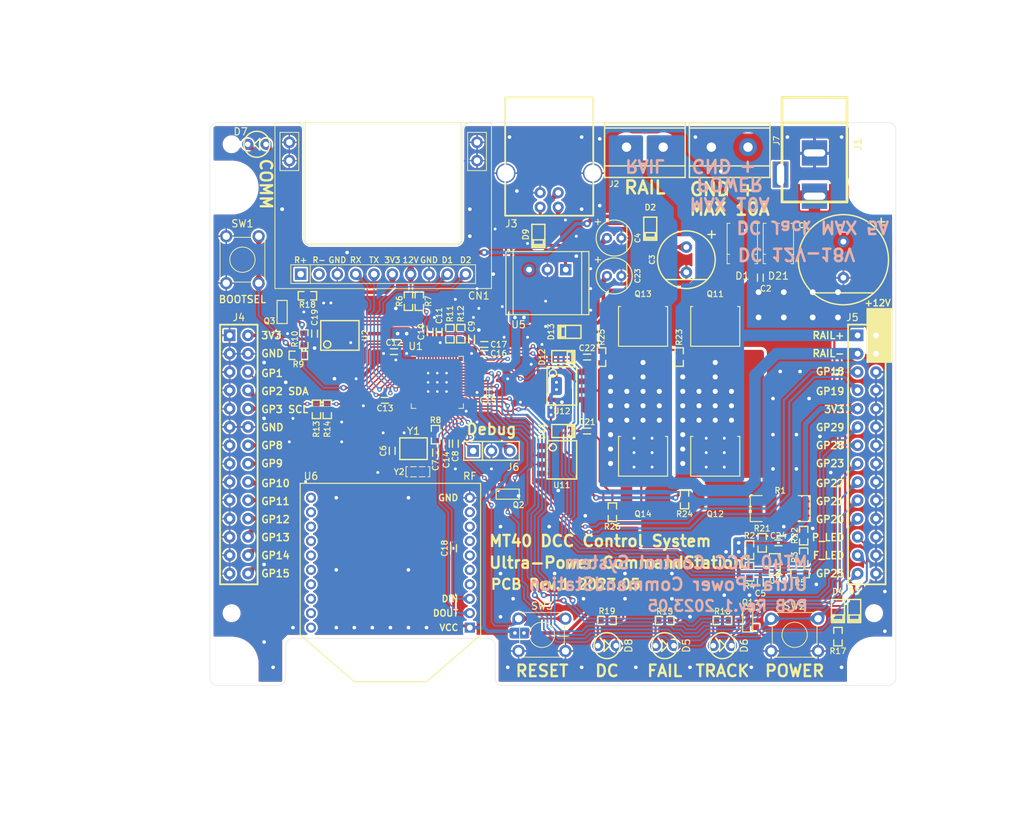
<source format=kicad_pcb>
(kicad_pcb (version 20211014) (generator pcbnew)
  (layers (0 "F.Cu" signal) (31 "B.Cu" signal) (34 "B.Paste" user) (35 "F.Paste" user) (36 "B.SilkS" user "B.Silkscreen") (37 "F.SilkS" user "F.Silkscreen") (38 "B.Mask" user) (39 "F.Mask" user) (44 "Edge.Cuts" user))
  (net 0 "")
  (net 1 "+12V")
  (net 2 "GND")
  (net 3 "+3.3V")
  (net 4 "/XIN")
  (net 5 "+1V1")
  (net 6 "/BUS_CTRL2")
  (net 7 "/BUS_TX")
  (net 8 "/BUS_RX")
  (net 9 "Net-(C21-Pad1)")
  (net 10 "/BUS_CTRL1")
  (net 11 "Net-(D1-Pad2)")
  (net 12 "Net-(D3-Pad1)")
  (net 13 "/RAIL+")
  (net 14 "/RAIL-")
  (net 15 "/FAILURE_LED")
  (net 16 "Net-(D5-Pad2)")
  (net 17 "/RAILPOWER_LED")
  (net 18 "Net-(D6-Pad2)")
  (net 19 "Net-(D7-Pad2)")
  (net 20 "Net-(D7-Pad1)")
  (net 21 "Net-(C22-Pad1)")
  (net 22 "VBUS")
  (net 23 "/USB_D-")
  (net 24 "/USB_D+")
  (net 25 "/KEY_COL4_IN")
  (net 26 "/KEY_COL3_IN")
  (net 27 "/KEY_COL2_IN")
  (net 28 "/KEY_COL1_IN")
  (net 29 "/KEY_ROW4_SEL")
  (net 30 "/KEY_ROW3_SEL")
  (net 31 "/KEY_ROW2_SEL")
  (net 32 "/KEY_ROW1_SEL")
  (net 33 "/I2C1_SCL")
  (net 34 "/I2C1_SDA")
  (net 35 "/~{LCD_RST}")
  (net 36 "/DCC_SIGNAL_A")
  (net 37 "/DCC_SIGNAL_B")
  (net 38 "/RAILPOWER_BTN")
  (net 39 "/DIR_SCAN_SEL1")
  (net 40 "/DIR_SCAN_SEL2")
  (net 41 "/DIR1_IN")
  (net 42 "/DIR2_IN")
  (net 43 "/VR_1")
  (net 44 "/VR_2")
  (net 45 "/FAILURE_LED_SIG")
  (net 46 "/COMM_LED")
  (net 47 "GNDPWR")
  (net 48 "Net-(R2-Pad2)")
  (net 49 "Net-(R3-Pad2)")
  (net 50 "/CURRENT_SENSE")
  (net 51 "/SUPP_VOLTAGE")
  (net 52 "/XOUT")
  (net 53 "/~{USB_BOOT}")
  (net 54 "/QSPI_SS")
  (net 55 "Net-(R11-Pad2)")
  (net 56 "Net-(R12-Pad2)")
  (net 57 "/SWCLK")
  (net 58 "/SWD")
  (net 59 "/XBee_TX")
  (net 60 "/XBee_RX")
  (net 61 "/QSPI_SD3")
  (net 62 "/QSPI_SCLK")
  (net 63 "/QSPI_SD0")
  (net 64 "/QSPI_SD2")
  (net 65 "/QSPI_SD1")
  (net 69 "Net-(Q11-Pad1)")
  (net 70 "Net-(R24-Pad1)")
  (net 71 "Net-(Q13-Pad1)")
  (net 72 "Net-(Q14-Pad1)")
  (net 77 "/RUN")
  (net 78 "Net-(D8-Pad2)")
  (net 79 "/Vin")
  (net 80 "/XOUT_R")
  (net 93 "/12V_P")
  (net 94 "Net-(C24-Pad1)")
  (net 95 "Net-(C24-Pad2)")
  (footprint "footprint:CAP_TH_12_5" (layer "F.Cu") (at 201.75 89 -90)
    (fp_text reference "C1")
    (fp_text value "1000uF" hide)
  )
  (footprint "footprint:C_1005" (layer "F.Cu") (at 190.25 91.5 -90)
    (fp_text reference "C2")
    (fp_text value "104" hide)
  )
  (footprint "footprint:CAP_TH_5x11" (layer "F.Cu") (at 170 86)
    (fp_text reference "C4")
    (fp_text value "100uF")
  )
  (footprint "footprint:C_1005" (layer "F.Cu") (at 190.25 133.75 -90)
    (fp_text reference "C5")
    (fp_text value "104" hide)
  )
  (footprint "footprint:CommModuleTiny" (layer "F.Cu") (at 138 70)
    (fp_text reference "CN1")
    (fp_text value "ConnModule" hide)
  )
  (footprint "footprint:POWERDI5" (layer "F.Cu") (at 187.75 86.75 -90)
    (fp_text reference "D1")
    (fp_text value "SBRT20M60SP5" hide)
  )
  (footprint "footprint:SOD-123FL" (layer "F.Cu") (at 203.25 137.5 -90)
    (fp_text reference "D3")
    (fp_text value "1N4148W" hide)
  )
  (footprint "footprint:SOD-123FL" (layer "F.Cu") (at 201 137.5 -90)
    (fp_text reference "D4")
    (fp_text value "1N4148W" hide)
  )
  (footprint "footprint:LED_3mm" (layer "F.Cu") (at 177 142.5 180)
    (fp_text reference "D5")
    (fp_text value "LED" hide)
  )
  (footprint "footprint:LED_3mm" (layer "F.Cu") (at 120.5 73)
    (fp_text reference "D7")
    (fp_text value "LED" hide)
  )
  (footprint "footprint:HOLE_3.2mm" (layer "F.Cu") (at 206 79)
    (fp_text reference "H1" hide)
    (fp_text value "Hole 3.2mm" hide)
  )
  (footprint "footprint:HOLE_3.2mm" (layer "F.Cu") (at 206 145)
    (fp_text reference "H2" hide)
    (fp_text value "Hole 3.2mm" hide)
  )
  (footprint "footprint:HOLE_3.2mm" (layer "F.Cu") (at 117 79)
    (fp_text reference "H3" hide)
    (fp_text value "Hole 3.2mm" hide)
  )
  (footprint "footprint:HOLE_3.2mm" (layer "F.Cu") (at 117 145)
    (fp_text reference "H4" hide)
    (fp_text value "Hole 3.2mm" hide)
  )
  (footprint "footprint:BARREL_JACK" (layer "F.Cu") (at 197.75 74 -90)
    (fp_text reference "J1")
    (fp_text value "DC_Jack" hide)
  )
  (footprint "footprint:TB111-2" (layer "F.Cu") (at 174.25 70 180)
    (fp_text reference "J2")
    (fp_text value "RAIL_POWER" hide)
  )
  (footprint "footprint:USB_B" (layer "F.Cu") (at 161 77 180)
    (fp_text reference "J3")
    (fp_text value "USB_B" hide)
  )
  (footprint "footprint:PinSocket_2x14_2_54mm" (layer "F.Cu") (at 118 116)
    (fp_text reference "J4")
    (fp_text value "External_Conn_1" hide)
  )
  (footprint "footprint:PinSocket_2x14_2_54mm" (layer "F.Cu") (at 205 116)
    (fp_text reference "J5")
    (fp_text value "External_Conn_2" hide)
  )
  (footprint "footprint:SOT-23" (layer "F.Cu") (at 188.5 139 90)
    (fp_text reference "Q1")
    (fp_text value "2N7002" hide)
  )
  (footprint "footprint:SOT-23" (layer "F.Cu") (at 155.25 121.5 180)
    (fp_text reference "Q2")
    (fp_text value "2N7002" hide)
  )
  (footprint "footprint:SOT-23" (layer "F.Cu") (at 124 96.25 90)
    (fp_text reference "Q3")
    (fp_text value "2N7002" hide)
  )
  (footprint "footprint:R_6432" (layer "F.Cu") (at 193 123.5)
    (fp_text reference "R1")
    (fp_text value "R010" hide)
  )
  (footprint "footprint:R_1608" (layer "F.Cu") (at 188.75 132.25 -90)
    (fp_text reference "R4")
    (fp_text value "103" hide)
  )
  (footprint "footprint:R_1608" (layer "F.Cu") (at 195.75 132.5)
    (fp_text reference "R5")
    (fp_text value "103" hide)
  )
  (footprint "footprint:R_1608" (layer "F.Cu") (at 141.5 94.75 -90)
    (fp_text reference "R6")
    (fp_text value "104" hide)
  )
  (footprint "footprint:R_1608" (layer "F.Cu") (at 143 94.75 90)
    (fp_text reference "R7")
    (fp_text value "103" hide)
  )
  (footprint "footprint:R_1608" (layer "F.Cu") (at 128.75 109.75 -90)
    (fp_text reference "R13")
    (fp_text value "103" hide)
  )
  (footprint "footprint:R_1608" (layer "F.Cu") (at 130.25 109.75 -90)
    (fp_text reference "R14")
    (fp_text value "103" hide)
  )
  (footprint "footprint:R_1608" (layer "F.Cu") (at 177 139 180)
    (fp_text reference "R15")
    (fp_text value "331" hide)
  )
  (footprint "footprint:R_1608" (layer "F.Cu") (at 185 139 180)
    (fp_text reference "R16")
    (fp_text value "331" hide)
  )
  (footprint "footprint:R_1608" (layer "F.Cu") (at 201 141.25 -90)
    (fp_text reference "R17")
    (fp_text value "103" hide)
  )
  (footprint "footprint:R_1608" (layer "F.Cu") (at 127.5 94 180)
    (fp_text reference "R18")
    (fp_text value "331" hide)
  )
  (footprint "footprint:TS-0606" (layer "F.Cu") (at 118.5 89 90)
    (fp_text reference "SW1")
    (fp_text value "BOOT_SW" hide)
  )
  (footprint "footprint:TS-0606" (layer "F.Cu") (at 195 141 180)
    (fp_text reference "SW2")
    (fp_text value "POWER")
  )
  (footprint "footprint:XBee" (layer "F.Cu") (at 139 132 180)
    (fp_text reference "U6")
    (fp_text value "RF")
  )
  (footprint "footprint:SOT-23-5" (layer "F.Cu") (at 192.25 131.25 90)
    (fp_text reference "U4")
    (fp_text value "TC75S103F" hide)
  )
  (footprint "footprint:R_1608" (layer "F.Cu") (at 196.25 130.25 -90)
    (fp_text reference "R3")
    (fp_text value "102" hide)
  )
  (footprint "footprint:TS-0606" (layer "F.Cu") (at 160 141 180)
    (fp_text reference "SW3")
    (fp_text value "RESET")
  )
  (footprint "footprint:M78AR0XX" (layer "F.Cu") (at 160.75 90.375 180)
    (fp_text reference "U5")
    (fp_text value "M78AR033" hide)
  )
  (footprint "footprint:R_1608" (layer "F.Cu") (at 145.25 113.25 -90)
    (fp_text reference "R8")
    (fp_text value "102" hide)
  )
  (footprint "footprint:R_1608" (layer "F.Cu") (at 148.75 99.25 -90)
    (fp_text reference "R12")
    (fp_text value "270" hide)
  )
  (footprint "footprint:R_1608" (layer "F.Cu") (at 147.25 99.25 -90)
    (fp_text reference "R11")
    (fp_text value "270" hide)
  )
  (footprint "footprint:R_1608" (layer "F.Cu") (at 126.25 102.25 180)
    (fp_text reference "R9")
    (fp_text value "102" hide)
  )
  (footprint "footprint:R_1608" (layer "F.Cu") (at 127 100 -90)
    (fp_text reference "R10")
    (fp_text value "NMT" hide)
  )
  (footprint "footprint:FA-238_Crystal" (layer "F.Cu") (at 142.2 115.2)
    (fp_text reference "Y1")
    (fp_text value "12MHz" hide)
  )
  (footprint "footprint:PinHeader_01x03" (layer "F.Cu") (at 153 115.5)
    (fp_text reference "J6")
    (fp_text value "Debug" hide)
  )
  (footprint "footprint:SO-8" (layer "F.Cu") (at 132 99.5 90)
    (fp_text reference "U2")
    (fp_text value "W25Q16JVSN")
  )
  (footprint "footprint:C_1005" (layer "F.Cu") (at 128.5 99.25 -90)
    (fp_text reference "C19")
    (fp_text value "104" hide)
  )
  (footprint "footprint:RP2040-QFN-56" (layer "F.Cu") (at 145.5 106)
    (fp_text reference "U1")
    (fp_text value "RP2040")
  )
  (footprint "footprint:C_1005" (layer "F.Cu") (at 152.5 107.4)
    (fp_text reference "C15")
    (fp_text value "104" hide)
  )
  (footprint "footprint:C_1005" (layer "F.Cu") (at 144.5 99 90)
    (fp_text reference "C10")
    (fp_text value "105" hide)
  )
  (footprint "footprint:C_1005" (layer "F.Cu") (at 138.25 108.5 180)
    (fp_text reference "C13")
    (fp_text value "104" hide)
  )
  (footprint "footprint:C_1005" (layer "F.Cu") (at 145.75 99 90)
    (fp_text reference "C11")
    (fp_text value "105" hide)
  )
  (footprint "footprint:C_1005" (layer "F.Cu") (at 139.5 101.75 180)
    (fp_text reference "C12")
    (fp_text value "104" hide)
  )
  (footprint "footprint:C_1005" (layer "F.Cu") (at 147.75 129 90)
    (fp_text reference "C18")
    (fp_text value "104" hide)
  )
  (footprint "footprint:C_1005" (layer "F.Cu") (at 150.25 100 90)
    (fp_text reference "C9")
    (fp_text value "104" hide)
  )
  (footprint "footprint:C_1005" (layer "F.Cu") (at 152 100.75)
    (fp_text reference "C17")
    (fp_text value "104" hide)
  )
  (footprint "footprint:C_1005" (layer "F.Cu") (at 148 114.5 -90)
    (fp_text reference "C8")
    (fp_text value "104" hide)
  )
  (footprint "footprint:C_1005" (layer "F.Cu") (at 145.25 115.75 -90)
    (fp_text reference "C7")
    (fp_text value "10p" hide)
  )
  (footprint "footprint:C_1005" (layer "F.Cu") (at 139.25 115.5 90)
    (fp_text reference "C6")
    (fp_text value "10p" hide)
  )
  (footprint "footprint:C_1005" (layer "F.Cu") (at 146.75 114.5 -90)
    (fp_text reference "C14")
    (fp_text value "104" hide)
  )
  (footprint "footprint:C_1005" (layer "F.Cu") (at 152 102)
    (fp_text reference "C16")
    (fp_text value "104" hide)
  )
  (footprint "footprint:R_1608" (layer "F.Cu") (at 188.75 129.25 -90)
    (fp_text reference "R2")
    (fp_text value "102" hide)
  )
  (footprint "footprint:SOD-123FL" (layer "F.Cu") (at 175 84.5 -90)
    (fp_text reference "D2")
    (fp_text value "1N4148W" hide)
  )
  (footprint "footprint:CAP_TH_8x11_5" (layer "F.Cu") (at 180 89 -90)
    (fp_text reference "C3")
    (fp_text value "470uF" hide)
  )
  (footprint "footprint:LED_3mm" (layer "F.Cu") (at 185 142.5 180)
    (fp_text reference "D6")
    (fp_text value "LED" hide)
  )
  (footprint "footprint:LED_3mm" (layer "F.Cu") (at 169 142.5 180)
    (fp_text reference "D8")
    (fp_text value "LED" hide)
  )
  (footprint "footprint:R_1608" (layer "F.Cu") (at 169 139 180)
    (fp_text reference "R19")
    (fp_text value "331" hide)
  )
  (footprint "footprint:SOD-123FL" (layer "F.Cu") (at 159.5 85.5 -90)
    (fp_text reference "D9")
    (fp_text value "1N4148W" hide)
  )
  (footprint "footprint:SMD_Resonator_3213" (layer "F.Cu") (at 142.8 118.4)
    (fp_text reference "Y2")
    (fp_text value "12MHz_Resonator" hide)
  )
  (footprint "footprint:HOLE_MASK_LOCK" (layer "F.Cu") (at 206 73)
    (fp_text reference "REF**" hide)
    (fp_text value "HOLE_MASK_LOCK" hide)
  )
  (footprint "footprint:HOLE_MASK_LOCK" (layer "F.Cu") (at 206 138)
    (fp_text reference "REF**" hide)
    (fp_text value "HOLE_MASK_LOCK" hide)
  )
  (footprint "footprint:SOD-123FL" (layer "F.Cu") (at 162.75 112.75)
    (fp_text reference "D11")
    (fp_text value "1N4148W" hide)
  )
  (footprint "footprint:DPAK+" (layer "F.Cu") (at 174 100)
    (fp_text reference "Q13")
    (fp_text value "TK25S06N1L" hide)
  )
  (footprint "footprint:HOLE_MASK_LOCK" (layer "F.Cu") (at 117 138)
    (fp_text reference "REF**" hide)
    (fp_text value "HOLE_MASK_LOCK" hide)
  )
  (footprint "footprint:C_1005" (layer "F.Cu") (at 166.25 112.75)
    (fp_text reference "C21")
    (fp_text value "105" hide)
  )
  (footprint "footprint:SOD-123FL" (layer "F.Cu") (at 164 99 180)
    (fp_text reference "D13")
    (fp_text value "1N4148W" hide)
  )
  (footprint "footprint:R_1608" (layer "F.Cu") (at 168.25 102.5 -90)
    (fp_text reference "R25")
    (fp_text value "104" hide)
  )
  (footprint "footprint:R_1608" (layer "F.Cu") (at 196.25 127.25 -90)
    (fp_text reference "R22")
    (fp_text value "10ohm" hide)
  )
  (footprint "footprint:DPAK+" (layer "F.Cu") (at 184 118)
    (fp_text reference "Q12")
    (fp_text value "TK25S06N1L" hide)
  )
  (footprint "footprint:DPAK+" (layer "F.Cu") (at 174 118)
    (fp_text reference "Q14")
    (fp_text value "TK25S06N1L" hide)
  )
  (footprint "footprint:R_1608" (layer "F.Cu") (at 179.75 122.25 -90)
    (fp_text reference "R24")
    (fp_text value "104" hide)
  )
  (footprint "footprint:SOD-123FL" (layer "F.Cu") (at 162.75 102.5)
    (fp_text reference "D12")
    (fp_text value "1N4148W" hide)
  )
  (footprint "footprint:POWERDI5" (layer "F.Cu") (at 192.75 86.75 -90)
    (fp_text reference "D21")
    (fp_text value "SBRT20M60SP5" hide)
  )
  (footprint "footprint:TB111-2" (layer "F.Cu") (at 186 70 180)
    (fp_text reference "J7")
    (fp_text value "DC" hide)
  )
  (footprint "footprint:R_1608" (layer "F.Cu") (at 169.75 124 -90)
    (fp_text reference "R26")
    (fp_text value "104" hide)
  )
  (footprint "footprint:SO-8" (layer "F.Cu") (at 162.75 106.5)
    (fp_text reference "U12")
    (fp_text value "IRS2003")
  )
  (footprint "footprint:HOLE_MASK_LOCK" (layer "F.Cu") (at 117 73)
    (fp_text reference "REF**" hide)
    (fp_text value "HOLE_MASK_LOCK" hide)
  )
  (footprint "footprint:R_1608" (layer "F.Cu") (at 179 102.5 -90)
    (fp_text reference "R23")
    (fp_text value "104" hide)
  )
  (footprint "footprint:C_1005" (layer "F.Cu") (at 192.75 128.25)
    (fp_text reference "C24")
    (fp_text value "105" hide)
  )
  (footprint "footprint:CAP_TH_5x11" (layer "F.Cu") (at 170 91.25)
    (fp_text reference "C23")
    (fp_text value "100uF")
  )
  (footprint "footprint:SO-8" (layer "F.Cu") (at 162.75 116.75)
    (fp_text reference "U11")
    (fp_text value "IRS2003")
  )
  (footprint "footprint:DPAK+" (layer "F.Cu") (at 184 100)
    (fp_text reference "Q11")
    (fp_text value "TK25S06N1L" hide)
  )
  (footprint "footprint:R_1608" (layer "F.Cu") (at 190.5 128.25 -90)
    (fp_text reference "R21")
    (fp_text value "10ohm" hide)
  )
  (footprint "footprint:C_1005" (layer "F.Cu") (at 166.25 102.5)
    (fp_text reference "C22")
    (fp_text value "105" hide)
  )
  (gr_poly (pts (xy 208.5 103.25) (xy 205 103.25) (xy 205 95.75) (xy 208.5 95.75)) (layer "F.SilkS") (width 0.1) (fill solid))
  (gr_line (start 114 71) (end 114 147) (layer "Edge.Cuts") (width 0.05))
  (gr_line (start 149 86) (end 149 71) (layer "Edge.Cuts") (width 0.05))
  (gr_line (start 124.5 147) (end 124.5 142.5) (layer "Edge.Cuts") (width 0.05))
  (gr_arc (start 149 71) (mid 149.292893 70.292893) (end 150 70) (layer "Edge.Cuts") (width 0.05))
  (gr_arc (start 149 86) (mid 148.707107 86.707107) (end 148 87) (layer "Edge.Cuts") (width 0.05))
  (gr_line (start 125.5 141.5) (end 152.5 141.5) (layer "Edge.Cuts") (width 0.05))
  (gr_arc (start 128 87) (mid 127.292893 86.707107) (end 127 86) (layer "Edge.Cuts") (width 0.05))
  (gr_line (start 153.5 142.5) (end 153.5 147) (layer "Edge.Cuts") (width 0.05))
  (gr_arc (start 126 70) (mid 126.707107 70.292893) (end 127 71) (layer "Edge.Cuts") (width 0.05))
  (gr_line (start 209 147) (end 209 71) (layer "Edge.Cuts") (width 0.05))
  (gr_line (start 208 70) (end 150 70) (layer "Edge.Cuts") (width 0.05))
  (gr_arc (start 114 71) (mid 114.292893 70.292893) (end 115 70) (layer "Edge.Cuts") (width 0.05))
  (gr_line (start 128 87) (end 148 87) (layer "Edge.Cuts") (width 0.05))
  (gr_arc (start 208 70) (mid 208.707107 70.292893) (end 209 71) (layer "Edge.Cuts") (width 0.05))
  (gr_arc (start 124.5 142.5) (mid 124.792893 141.792893) (end 125.5 141.5) (layer "Edge.Cuts") (width 0.05))
  (gr_arc (start 152.5 141.5) (mid 153.207107 141.792893) (end 153.5 142.5) (layer "Edge.Cuts") (width 0.05))
  (gr_arc (start 115 148) (mid 114.292893 147.707107) (end 114 147) (layer "Edge.Cuts") (width 0.05))
  (gr_arc (start 209 147) (mid 208.707107 147.707107) (end 208 148) (layer "Edge.Cuts") (width 0.05))
  (gr_arc (start 154.5 148) (mid 153.792893 147.707107) (end 153.5 147) (layer "Edge.Cuts") (width 0.05))
  (gr_line (start 115 70) (end 126 70) (layer "Edge.Cuts") (width 0.05))
  (gr_line (start 154.5 148) (end 208 148) (layer "Edge.Cuts") (width 0.05))
  (gr_arc (start 124.5 147) (mid 124.207107 147.707107) (end 123.5 148) (layer "Edge.Cuts") (width 0.05))
  (gr_line (start 115 148) (end 123.5 148) (layer "Edge.Cuts") (width 0.05))
  (gr_line (start 127 71) (end 127 86) (layer "Edge.Cuts") (width 0.05))
  (gr_text "POWER" (at 186 78.5 180) (layer "B.SilkS") (effects (font (size 1.8 1.8) (thickness 0.35)) (justify mirror)))
  (gr_text "MAX 10A" (at 186 81.25 180) (layer "B.SilkS") (effects (font (size 1.7 1.7) (thickness 0.35)) (justify mirror)))
  (gr_text "PCB Rev.1 2023.05" (at 197 137) (layer "B.SilkS") (effects (font (size 1.5 1.5) (thickness 0.32)) (justify left mirror)))
  (gr_text "MT40 DCC Control System" (at 197 131) (layer "B.SilkS") (effects (font (size 1.7 1.7) (thickness 0.35)) (justify left mirror)))
  (gr_text "+" (at 188.5 76.25 180) (layer "B.SilkS") (effects (font (size 1.8 1.8) (thickness 0.35)) (justify mirror)))
  (gr_text "DC Jack MAX 5A" (at 197.5 84.5 180) (layer "B.SilkS") (effects (font (size 1.7 1.7) (thickness 0.35)) (justify mirror)))
  (gr_text "RAIL" (at 174.25 76 180) (layer "B.SilkS") (effects (font (size 1.7 1.7) (thickness 0.35)) (justify mirror)))
  (gr_text "DC 12V-18V" (at 195.25 88.25 180) (layer "B.SilkS") (effects (font (size 1.7 1.7) (thickness 0.35)) (justify mirror)))
  (gr_text "GND" (at 183.5 76 180) (layer "B.SilkS") (effects (font (size 1.8 1.8) (thickness 0.35)) (justify mirror)))
  (gr_text "Ultra-Power CommandStation" (at 197 134) (layer "B.SilkS") (effects (font (size 1.7 1.7) (thickness 0.35)) (justify left mirror)))
  (gr_text "GP14" (at 121 130) (layer "F.SilkS") (effects (font (size 1 1) (thickness 0.2)) (justify left)))
  (gr_text "GP13" (at 121 127.5) (layer "F.SilkS") (effects (font (size 1 1) (thickness 0.2)) (justify left)))
  (gr_text "GP12" (at 121 125) (layer "F.SilkS") (effects (font (size 1 1) (thickness 0.2)) (justify left)))
  (gr_text "GP11" (at 121 122.5) (layer "F.SilkS") (effects (font (size 1 1) (thickness 0.2)) (justify left)))
  (gr_text "GP10" (at 121 120) (layer "F.SilkS") (effects (font (size 1 1) (thickness 0.2)) (justify left)))
  (gr_text "GP9" (at 121 117.25) (layer "F.SilkS") (effects (font (size 1 1) (thickness 0.2)) (justify left)))
  (gr_text "GP8" (at 121 114.75) (layer "F.SilkS") (effects (font (size 1 1) (thickness 0.2)) (justify left)))
  (gr_text "GND" (at 121 112.25) (layer "F.SilkS") (effects (font (size 1 1) (thickness 0.2)) (justify left)))
  (gr_text "GP3 SCL" (at 121 109.75) (layer "F.SilkS") (effects (font (size 1 1) (thickness 0.2)) (justify left)))
  (gr_text "GP2 SDA" (at 121 107.25) (layer "F.SilkS") (effects (font (size 1 1) (thickness 0.2)) (justify left)))
  (gr_text "GP1" (at 121 104.75) (layer "F.SilkS") (effects (font (size 1 1) (thickness 0.2)) (justify left)))
  (gr_text "GND" (at 121 102) (layer "F.SilkS") (effects (font (size 1 1) (thickness 0.2)) (justify left)))
  (gr_text "3V3" (at 121 99.5) (layer "F.SilkS") (effects (font (size 1 1) (thickness 0.2)) (justify left)))
  (gr_text "GP25" (at 202 132.5) (layer "F.SilkS") (effects (font (size 1 1) (thickness 0.2)) (justify right)))
  (gr_text "F_LED" (at 202 130) (layer "F.SilkS") (effects (font (size 1 1) (thickness 0.2)) (justify right)))
  (gr_text "P_LED" (at 202 127.5) (layer "F.SilkS") (effects (font (size 1 1) (thickness 0.2)) (justify right)))
  (gr_text "GP20" (at 202 125) (layer "F.SilkS") (effects (font (size 1 1) (thickness 0.2)) (justify right)))
  (gr_text "GP21" (at 202 122.5) (layer "F.SilkS") (effects (font (size 1 1) (thickness 0.2)) (justify right)))
  (gr_text "GP22" (at 202 120) (layer "F.SilkS") (effects (font (size 1 1) (thickness 0.2)) (justify right)))
  (gr_text "GP23" (at 202 117.25) (layer "F.SilkS") (effects (font (size 1 1) (thickness 0.2)) (justify right)))
  (gr_text "GP28" (at 202 114.75) (layer "F.SilkS") (effects (font (size 1 1) (thickness 0.2)) (justify right)))
  (gr_text "GP29" (at 202 112.25) (layer "F.SilkS") (effects (font (size 1 1) (thickness 0.2)) (justify right)))
  (gr_text "3V3" (at 202 109.75) (layer "F.SilkS") (effects (font (size 1 1) (thickness 0.2)) (justify right)))
  (gr_text "GP19" (at 202 107.25) (layer "F.SilkS") (effects (font (size 1 1) (thickness 0.2)) (justify right)))
  (gr_text "GP18" (at 202 104.5) (layer "F.SilkS") (effects (font (size 1 1) (thickness 0.2)) (justify right)))
  (gr_text "RAIL-" (at 202 102) (layer "F.SilkS") (effects (font (size 1 1) (thickness 0.2)) (justify right)))
  (gr_text "RAIL+" (at 202 99.5) (layer "F.SilkS") (effects (font (size 1 1) (thickness 0.2)) (justify right)))
  (gr_text "POWER" (at 195 146) (layer "F.SilkS") (effects (font (size 1.6 1.6) (thickness 0.32))))
  (gr_text "TRACK" (at 185 146) (layer "F.SilkS") (effects (font (size 1.6 1.6) (thickness 0.32))))
  (gr_text "FAIL" (at 177 146) (layer "F.SilkS") (effects (font (size 1.6 1.6) (thickness 0.32))))
  (gr_text "COMM" (at 121.75 78.5 270) (layer "F.SilkS") (effects (font (size 1.6 1.6) (thickness 0.32))))
  (gr_text "DIN" (at 148.5 136) (layer "F.SilkS") (effects (font (size 0.9 0.9) (thickness 0.18)) (justify right)))
  (gr_text "GND" (at 148.5 122) (layer "F.SilkS") (effects (font (size 0.9 0.9) (thickness 0.18)) (justify right)))
  (gr_text "VCC" (at 148.5 140) (layer "F.SilkS") (effects (font (size 0.9 0.9) (thickness 0.18)) (justify right)))
  (gr_text "+" (at 188.5 79.25) (layer "F.SilkS") (effects (font (size 1.8 1.8) (thickness 0.35))))
  (gr_text "GND" (at 183.25 79.25) (layer "F.SilkS") (effects (font (size 1.8 1.8) (thickness 0.35))))
  (gr_text "BOOTSEL" (at 118.5 94.5) (layer "F.SilkS") (effects (font (size 1 1) (thickness 0.18))))
  (gr_text "Ultra-Power CommandStation" (at 152.5 131) (layer "F.SilkS") (effects (font (size 1.55 1.55) (thickness 0.33)) (justify left)))
  (gr_text "MT40 DCC Control System" (at 152.5 128) (layer "F.SilkS") (effects (font (size 1.55 1.55) (thickness 0.33)) (justify left)))
  (gr_text "RESET" (at 160 146) (layer "F.SilkS") (effects (font (size 1.6 1.6) (thickness 0.32))))
  (gr_text "MAX 10A" (at 186 82) (layer "F.SilkS") (effects (font (size 1.7 1.7) (thickness 0.35))))
  (gr_text "PCB Rev.1 2023.05" (at 152.75 134) (layer "F.SilkS") (effects (font (size 1.4 1.4) (thickness 0.3)) (justify left)))
  (gr_text "Debug" (at 153 112.5) (layer "F.SilkS") (effects (font (size 1.5 1.5) (thickness 0.3))))
  (gr_text "DC" (at 169 146) (layer "F.SilkS") (effects (font (size 1.6 1.6) (thickness 0.32))))
  (gr_text "DOUT" (at 148.5 138) (layer "F.SilkS") (effects (font (size 0.9 0.9) (thickness 0.18)) (justify right)))
  (gr_text "RAIL" (at 174.25 79) (layer "F.SilkS") (effects (font (size 1.8 1.8) (thickness 0.35))))
  (gr_text "GP15" (at 121 132.5) (layer "F.SilkS") (effects (font (size 1 1) (thickness 0.2)) (justify left)))
  (gr_text "+12V" (at 206.5 95) (layer "F.SilkS") (effects (font (size 0.9 0.9) (thickness 0.18))))
  (segment (start 195 86.5) (end 192.5 86.5) (width 0.7) (layer "F.Cu") (net 1))
  (segment (start 141.81 88.69) (end 142.25 88.25) (width 0.5) (layer "F.Cu") (net 1))
  (segment (start 183.25 85.75) (end 182 85.75) (width 0.5) (layer "F.Cu") (net 1))
  (segment (start 206.27 102.03) (end 206.27 99.49) (width 0.5) (layer "F.Cu") (net 1))
  (segment (start 205.5 96.21) (end 205.5 96) (width 0.3) (layer "F.Cu") (net 1))
  (segment (start 176.75 85) (end 176.75 83.75) (width 0.5) (layer "F.Cu") (net 1))
  (segment (start 184 86.5) (end 188.5 86.5) (width 0.7) (layer "F.Cu") (net 1))
  (segment (start 175.975 82.975) (end 175 82.975) (width 0.5) (layer "F.Cu") (net 1))
  (segment (start 206.27 99.49) (end 207.99 99.49) (width 0.5) (layer "F.Cu") (net 1))
  (segment (start 182 85.75) (end 181.75 85.5) (width 0.5) (layer "F.Cu") (net 1))
  (segment (start 190.25 91.025) (end 190.25 86.75) (width 0.25) (layer "F.Cu") (net 1))
  (segment (start 141.81 93.64) (end 141.5 93.95) (width 0.25) (layer "F.Cu") (net 1))
  (segment (start 141.81 91) (end 141.81 93.64) (width 0.25) (layer "F.Cu") (net 1))
  (segment (start 184 86.5) (end 183.25 85.75) (width 0.5) (layer "F.Cu") (net 1))
  (segment (start 141.81 91) (end 141.81 88.69) (width 0.5) (layer "F.Cu") (net 1))
  (segment (start 167.25 83) (end 174.975 83) (width 0.5) (layer "F.Cu") (net 1))
  (segment (start 181.75 85.5) (end 177.25 85.5) (width 0.5) (layer "F.Cu") (net 1))
  (segment (start 174.975 83) (end 175 82.975) (width 0.5) (layer "F.Cu") (net 1))
  (segment (start 172.25 99.25) (end 174 97.5) (width 0.3) (layer "F.Cu") (net 1))
  (segment (start 150.25 88.25) (end 150.5 88) (width 0.5) (layer "F.Cu") (net 1))
  (segment (start 188.5 86.5) (end 190 86.5) (width 0.7) (layer "F.Cu") (net 1))
  (segment (start 206.27 96.98) (end 205.5 96.21) (width 0.3) (layer "F.Cu") (net 1))
  (segment (start 168.25 99) (end 172.5 99) (width 0.4) (layer "F.Cu") (net 1))
  (segment (start 176.75 83.75) (end 175.975 82.975) (width 0.5) (layer "F.Cu") (net 1))
  (segment (start 206.27 99.49) (end 206.27 96.98) (width 0.5) (layer "F.Cu") (net 1))
  (segment (start 188.5 86.5) (end 188.525 86.475) (width 0.7) (layer "F.Cu") (net 1))
  (segment (start 204 86.5) (end 201.75 86.5) (width 0.3) (layer "F.Cu") (net 1))
  (segment (start 150.5 88) (end 152 88) (width 0.5) (layer "F.Cu") (net 1))
  (segment (start 205.5 96) (end 205.5 88) (width 0.3) (layer "F.Cu") (net 1))
  (segment (start 166.25 84) (end 167.25 83) (width 0.5) (layer "F.Cu") (net 1))
  (segment (start 205.5 88) (end 204 86.5) (width 0.3) (layer "F.Cu") (net 1))
  (segment (start 177.25 85.5) (end 176.75 85) (width 0.5) (layer "F.Cu") (net 1))
  (segment (start 190.25 86.75) (end 190 86.5) (width 0.25) (layer "F.Cu") (net 1))
  (segment (start 168.25 99) (end 165.525 99) (width 0.4) (layer "F.Cu") (net 1))
  (segment (start 206.27 102.03) (end 207.97 102.03) (width 0.5) (layer "F.Cu") (net 1))
  (segment (start 172.5 99) (end 174 97.5) (width 0.4) (layer "F.Cu") (net 1))
  (segment (start 201.75 86.5) (end 201.75 88.25) (width 0.3) (layer "F.Cu") (net 1))
  (segment (start 190 86.5) (end 192.5 86.5) (width 0.7) (layer "F.Cu") (net 1))
  (segment (start 201.75 86.5) (end 197.25 86.5) (width 0.3) (layer "F.Cu") (net 1))
  (segment (start 197.25 86.5) (end 195 86.5) (width 0.7) (layer "F.Cu") (net 1))
  (segment (start 142.25 88.25) (end 150.25 88.25) (width 0.5) (layer "F.Cu") (net 1))
  (via (at 166.25 84) (size 1) (drill 0.5) (layers "F.Cu" "B.Cu") (net 1))
  (via (at 152 88) (size 1) (drill 0.5) (layers "F.Cu" "B.Cu") (net 1))
  (segment (start 160.75 88) (end 152 88) (width 0.5) (layer "B.Cu") (net 1))
  (segment (start 164.75 84) (end 160.75 88) (width 0.5) (layer "B.Cu") (net 1))
  (segment (start 166.25 84) (end 164.75 84) (width 0.5) (layer "B.Cu") (net 1))
  (segment (start 150 122) (end 150 120.9) (width 0.2) (layer "F.Cu") (net 2))
  (segment (start 145.25 116.95) (end 145.3 117) (width 0.2) (layer "F.Cu") (net 2))
  (segment (start 145.75 98.525) (end 145.75 97.5) (width 0.2) (layer "F.Cu") (net 2))
  (segment (start 138.2 112.6) (end 137.8 113) (width 0.2) (layer "F.Cu") (net 2))
  (segment (start 141.15 112.6) (end 143 112.6) (width 0.2) (layer "F.Cu") (net 2))
  (segment (start 137.8 117.5) (end 138.5 118.2) (width 0.2) (layer "F.Cu") (net 2))
  (segment (start 141.1 114.35) (end 141.1 112.65) (width 0.2) (layer "F.Cu") (net 2))
  (segment (start 137.8 113) (end 137.8 117.5) (width 0.2) (layer "F.Cu") (net 2))
  (segment (start 141.1 112.65) (end 141.15 112.6) (width 0.2) (layer "F.Cu") (net 2))
  (segment (start 153.25 100.75) (end 153.25 100.25) (width 0.2) (layer "F.Cu") (net 2))
  (segment (start 153.25 100.25) (end 151.75 98.75) (width 0.2) (layer "F.Cu") (net 2))
  (segment (start 145.3 117) (end 146.5 117) (width 0.2) (layer "F.Cu") (net 2))
  (segment (start 144.5 111.1) (end 144.5 109.9375) (width 0.2) (layer "F.Cu") (net 2))
  (segment (start 141.15 112.6) (end 138.2 112.6) (width 0.2) (layer "F.Cu") (net 2))
  (segment (start 146.5 117) (end 146.7 116.8) (width 0.2) (layer "F.Cu") (net 2))
  (segment (start 145.225 116.25) (end 145.25 116.225) (width 0.2) (layer "F.Cu") (net 2))
  (segment (start 151.75 98.75) (end 150.25 98.75) (width 0.2) (layer "F.Cu") (net 2))
  (segment (start 150.25 98.75) (end 150.25 99.525) (width 0.2) (layer "F.Cu") (net 2))
  (segment (start 151 122) (end 149.25 122) (width 0.2) (layer "F.Cu") (net 2))
  (segment (start 153.25 102) (end 153.25 100.75) (width 0.2) (layer "F.Cu") (net 2))
  (segment (start 144.5 109.9375) (end 144.5 109.4375) (width 0.2) (layer "F.Cu") (net 2))
  (segment (start 152.475 102) (end 153.25 102) (width 0.2) (layer "F.Cu") (net 2))
  (segment (start 145.25 116.225) (end 145.25 116.95) (width 0.2) (layer "F.Cu") (net 2))
  (segment (start 152.475 100.75) (end 153.25 100.75) (width 0.2) (layer "F.Cu") (net 2))
  (segment (start 144.5 97.5) (end 144.5 98.525) (width 0.2) (layer "F.Cu") (net 2))
  (segment (start 143 112.6) (end 144.5 111.1) (width 0.2) (layer "F.Cu") (net 2))
  (segment (start 143.55 116.05) (end 143.75 116.25) (width 0.2) (layer "F.Cu") (net 2))
  (segment (start 143.3 116.05) (end 143.55 116.05) (width 0.2) (layer "F.Cu") (net 2))
  (segment (start 139.25 114.25) (end 141 114.25) (width 0.2) (layer "F.Cu") (net 2))
  (segment (start 141 114.25) (end 141.1 114.35) (width 0.2) (layer "F.Cu") (net 2))
  (segment (start 139.25 115.025) (end 139.25 114.25) (width 0.2) (layer "F.Cu") (net 2))
  (segment (start 133.905 100.805) (end 133.905 102.3) (width 0.2) (layer "F.Cu") (net 2))
  (segment (start 128.5 100) (end 128.5 100.775) (width 0.2) (layer "F.Cu") (net 2))
  (segment (start 133.6 100.5) (end 133.905 100.805) (width 0.2) (layer "F.Cu") (net 2))
  (segment (start 127.75 100) (end 126 100) (width 0.2) (layer "F.Cu") (net 2))
  (segment (start 196.2 124.5) (end 198 124.5) (width 0.3) (layer "F.Cu") (net 2))
  (segment (start 196.2 122.5) (end 198 122.5) (width 0.3) (layer "F.Cu") (net 2))
  (segment (start 194.45 122.5) (end 196.25 122.5) (width 0.3) (layer "F.Cu") (net 2))
  (segment (start 194.45 123.5) (end 196.25 123.5) (width 0.3) (layer "F.Cu") (net 2))
  (segment (start 194.45 124.5) (end 196.25 124.5) (width 0.3) (layer "F.Cu") (net 2))
  (segment (start 116.73 102.03) (end 121.22 102.03) (width 0.25) (layer "F.Cu") (net 2))
  (segment (start 116.25 92.25) (end 114.75 92.25) (width 0.2) (layer "F.Cu") (net 2))
  (segment (start 115.15 109.65) (end 115 109.5) (width 0.25) (layer "F.Cu") (net 2))
  (segment (start 167.02 77) (end 169.25 77) (width 0.2) (layer "F.Cu") (net 2))
  (segment (start 133.1 101) (end 133.6 100.5) (width 0.25) (layer "F.Cu") (net 2))
  (segment (start 152.975 107.4) (end 154.6 107.4) (width 0.25) (layer "F.Cu") (net 2))
  (segment (start 206.27 104.57) (end 207.93 104.57) (width 0.3) (layer "F.Cu") (net 2))
  (segment (start 170.27 142.5) (end 170.27 140.77) (width 0.2) (layer "F.Cu") (net 2))
  (segment (start 121.25 135.75) (end 117.5 135.75) (width 0.3) (layer "F.Cu") (net 2))
  (segment (start 190.25 93.25) (end 190 93.5) (width 0.25) (layer "F.Cu") (net 2))
  (segment (start 125 75.27) (end 125 71.3) (width 0.2) (layer "F.Cu") (net 2))
  (segment (start 139.025 101.75) (end 138.3 101.75) (width 0.2) (layer "F.Cu") (net 2))
  (segment (start 127 96.25) (end 126.05 95.3) (width 0.2) (layer "F.Cu") (net 2))
  (segment (start 116.73 109.65) (end 115.15 109.65) (width 0.25) (layer "F.Cu") (net 2))
  (segment (start 154.3 120.45) (end 154.3 121.7) (width 0.2) (layer "F.Cu") (net 2))
  (segment (start 191.75 143.25) (end 191.75 141.75) (width 0.2) (layer "F.Cu") (net 2))
  (segment (start 191.75 143.25) (end 191.75 144.75) (width 0.2) (layer "F.Cu") (net 2))
  (segment (start 116.73 119.81) (end 115.06 119.81) (width 0.25) (layer "F.Cu") (net 2))
  (segment (start 116.73 99.49) (end 116.73 134.98) (width 0.25) (layer "F.Cu") (net 2))
  (segment (start 199 93) (end 199 97) (width 0.2) (layer "F.Cu") (net 2))
  (segment (start 142.8 116.55) (end 143.3 116.05) (width 0.3) (layer "F.Cu") (net 2))
  (segment (start 136 95) (end 136 94.5) (width 0.25) (layer "F.Cu") (net 2))
  (segment (start 171 86) (end 171 84.75) (width 0.25) (layer "F.Cu") (net 2))
  (segment (start 206.27 114.73) (end 207.98 114.73) (width 0.3) (layer "F.Cu") (net 2))
  (segment (start 147.75 128.525) (end 147.75 122.65) (width 0.2) (layer "F.Cu") (net 2))
  (segment (start 163.25 143.25) (end 165 143.25) (width 0.2) (layer "F.Cu") (net 2))
  (segment (start 206.27 129.97) (end 207.72 129.97) (width 0.3) (layer "F.Cu") (net 2))
  (segment (start 123.3 75.5) (end 123.53 75.27) (width 0.2) (layer "F.Cu") (net 2))
  (segment (start 116.25 85.75) (end 114.75 85.75) (width 0.2) (layer "F.Cu") (net 2))
  (segment (start 159.75 79.71) (end 157.79 79.71) (width 0.25) (layer "F.Cu") (net 2))
  (segment (start 116.25 92.25) (end 117.5 92.25) (width 0.2) (layer "F.Cu") (net 2))
  (segment (start 142.8 118.4) (end 142.8 120.3) (width 0.3) (layer "F.Cu") (net 2))
  (segment (start 196.25 120.75) (end 196.25 126.45) (width 0.3) (layer "F.Cu") (net 2))
  (segment (start 151 75.27) (end 151 77) (width 0.2) (layer "F.Cu") (net 2))
  (segment (start 201 143) (end 200.75 143.25) (width 0.25) (layer "F.Cu") (net 2))
  (segment (start 190.25 135) (end 192.2 135) (width 0.3) (layer "F.Cu") (net 2))
  (segment (start 159.95 108.405) (end 161.905 108.405) (width 0.5) (layer "F.Cu") (net 2))
  (segment (start 121.5 102.31) (end 121.22 102.03) (width 0.3) (layer "F.Cu") (net 2))
  (segment (start 142.8 118.4) (end 142.8 116.55) (width 0.3) (layer "F.Cu") (net 2))
  (segment (start 151 75.27) (end 149.77 75.27) (width 0.2) (layer "F.Cu") (net 2))
  (segment (start 121.5 135.5) (end 121.25 135.75) (width 0.3) (layer "F.Cu") (net 2))
  (segment (start 132 94.5) (end 131.25 94.5) (width 0.25) (layer "F.Cu") (net 2))
  (segment (start 143 120.5) (end 145.5 120.5) (width 0.3) (layer "F.Cu") (net 2))
  (segment (start 192 93) (end 191 93) (width 0.2) (layer "F.Cu") (net 2))
  (segment (start 206.27 132.51) (end 207.74 132.51) (width 0.3) (layer "F.Cu") (net 2))
  (segment (start 190.25 134.225) (end 190.25 135) (width 0.25) (layer "F.Cu") (net 2))
  (segment (start 154.98 77) (end 152.75 77) (width 0.2) (layer "F.Cu") (net 2))
  (segment (start 165.5 81.5) (end 165.5 82) (width 0.7) (layer "F.Cu") (net 2))
  (segment (start 156.75 143.25) (end 163.25 143.25) (width 0.2) (layer "F.Cu") (net 2))
  (segment (start 191 93) (end 191 94) (width 0.2) (layer "F.Cu") (net 2))
  (segment (start 153 115.5) (end 153 118) (width 0.25) (layer "F.Cu") (net 2))
  (segment (start 116.25 85.75) (end 117.75 85.75) (width 0.2) (layer "F.Cu") (net 2))
  (segment (start 191.75 143.25) (end 194 143.25) (width 0.2) (layer "F.Cu") (net 2))
  (segment (start 206.27 104.57) (end 206.27 133.98) (width 0.3) (layer "F.Cu") (net 2))
  (segment (start 129.75 95) (end 131 95) (width 0.25) (layer "F.Cu") (net 2))
  (segment (start 198.25 143.25) (end 200.75 143.25) (width 0.2) (layer "F.Cu") (net 2))
  (segment (start 116.73 122.35) (end 115.15 122.35) (width 0.25) (layer "F.Cu") (net 2))
  (segment (start 154.3 120.45) (end 154.3 119.3) (width 0.2) (layer "F.Cu") (net 2))
  (segment (start 116.25 92.25) (end 116.25 96.25) (width 0.2) (layer "F.Cu") (net 2))
  (segment (start 170.27 144.23) (end 170.25 144.25) (width 0.2) (layer "F.Cu") (net 2))
  (segment (start 206.27 112.19) (end 207.69 112.19) (width 0.3) (layer "F.Cu") (net 2))
  (segment (start 206.27 107.11) (end 207.64 107.11) (width 0.3) (layer "F.Cu") (net 2))
  (segment (start 180 90.75) (end 174 90.75) (width 0.3) (layer "F.Cu") (net 2))
  (segment (start 207.75 135.46) (end 207.75 135.75) (width 0.3) (layer "F.Cu") (net 2))
  (segment (start 162.25 108.75) (end 162.25 118.75) (width 0.5) (layer "F.Cu") (net 2))
  (segment (start 116.73 124.89) (end 115.14 124.89) (width 0.25) (layer "F.Cu") (net 2))
  (segment (start 164.75 83.5) (end 163.25 83.5) (width 0.25) (layer "F.Cu") (net 2))
  (segment (start 154.98 77) (end 157.25 77) (width 0.2) (layer "F.Cu") (net 2))
  (segment (start 115.06 119.81) (end 115 119.75) (width 0.25) (layer "F.Cu") (net 2))
  (segment (start 139 95) (end 139.75 95.75) (width 0.25) (layer "F.Cu") (net 2))
  (segment (start 207.5 140.5) (end 207.5 139.5) (width 0.2) (layer "F.Cu") (net 2))
  (segment (start 206.27 124.89) (end 207.89 124.89) (width 0.3) (layer "F.Cu") (net 2))
  (segment (start 207 140) (end 207.5 140.5) (width 0.2) (layer "F.Cu") (net 2))
  (segment (start 162.155 118.655) (end 162.25 118.75) (width 0.5) (layer "F.Cu") (net 2))
  (segment (start 190.25 91.975) (end 190.25 93.25) (width 0.25) (layer "F.Cu") (net 2))
  (segment (start 197.75 74.25) (end 200.54934 74.25) (width 0.4) (layer "F.Cu") (net 2))
  (segment (start 145 97.5) (end 145 97.1) (width 0.2) (layer "F.Cu") (net 2))
  (segment (start 171 86) (end 172.5 86) (width 0.25) (layer "F.Cu") (net 2))
  (segment (start 116.73 127.43) (end 115.07 127.43) (width 0.25) (layer "F.Cu") (net 2))
  (segment (start 167.02 77) (end 167.02 79.23) (width 0.2) (layer "F.Cu") (net 2))
  (segment (start 116.73 114.73) (end 115.02 114.73) (width 0.25) (layer "F.Cu") (net 2))
  (segment (start 201 142.05) (end 201 143) (width 0.25) (layer "F.Cu") (net 2))
  (segment (start 151 75.27) (end 151 72.73) (width 0.2) (layer "F.Cu") (net 2))
  (segment (start 180 90.75) (end 180 89) (width 0.3) (layer "F.Cu") (net 2))
  (segment (start 148.4 122) (end 150 122) (width 0.2) (layer "F.Cu") (net 2))
  (segment (start 156.75 143.25) (end 156.75 144.75) (width 0.2) (layer "F.Cu") (net 2))
  (segment (start 201.75 91.5) (end 201.75 90.35) (width 0.25) (layer "F.Cu") (net 2))
  (segment (start 196.2 123.5) (end 198 123.5) (width 0.3) (layer "F.Cu") (net 2))
  (segment (start 126.05 95.3) (end 125.05 95.3) (width 0.2) (layer "F.Cu") (net 2))
  (segment (start 168 81) (end 166 81) (width 0.7) (layer "F.Cu") (net 2))
  (segment (start 116.73 102.03) (end 115.03 102.03) (width 0.25) (layer "F.Cu") (net 2))
  (segment (start 116.73 132.51) (end 115.01 132.51) (width 0.25) (layer "F.Cu") (net 2))
  (segment (start 160.75 90.375) (end 160.75 92) (width 0.2) (layer "F.Cu") (net 2))
  (segment (start 191 92) (end 191 93) (width 0.2) (layer "F.Cu") (net 2))
  (segment (start 116.73 112.19) (end 120.94 112.19) (width 0.25) (layer "F.Cu") (net 2))
  (segment (start 201.75 91.5) (end 203 91.5) (width 0.25) (layer "F.Cu") (net 2))
  (segment (start 206.27 127.43) (end 207.68 127.43) (width 0.3) (layer "F.Cu") (net 2))
  (segment (start 191 96) (end 193 96) (width 0.2) (layer "F.Cu") (net 2))
  (segment (start 131.65 91) (end 131.65 89.05) (width 0.2) (layer "F.Cu") (net 2))
  (segment (start 204 140) (end 207 140) (width 0.2) (layer "F.Cu") (net 2))
  (segment (start 188.75 135) (end 190.25 135) (width 0.3) (layer "F.Cu") (net 2))
  (segment (start 192.2 135) (end 192.225 134.975) (width 0.3) (layer "F.Cu") (net 2))
  (segment (start 116.25 83.75) (end 119.15 83.75) (width 0.2) (layer "F.Cu") (net 2))
  (segment (start 192.25 131.75) (end 192.625 131.375) (width 0.3) (layer "F.Cu") (net 2))
  (segment (start 193.325 131.375) (end 193.45 131.25) (width 0.3) (layer "F.Cu") (net 2))
  (segment (start 154.98 75.02) (end 155 75) (width 0.2) (layer "F.Cu") (net 2))
  (segment (start 146.5 118) (end 146.5 117) (width 0.2) (layer "F.Cu") (net 2))
  (segment (start 131.65 91) (end 131.65 92.65) (width 0.2) (layer "F.Cu") (net 2))
  (segment (start 117.5 135.75) (end 116.73 134.98) (width 0.3) (layer "F.Cu") (net 2))
  (segment (start 116.73 99.49) (end 115.01 99.49) (width 0.25) (layer "F.Cu") (net 2))
  (segment (start 148 114.975) (end 148 116) (width 0.2) (layer "F.Cu") (net 2))
  (segment (start 132 94.5) (end 131.75 94.5) (width 0.25) (layer "F.Cu") (net 2))
  (segment (start 128.5 101) (end 133.1 101) (width 0.25) (layer "F.Cu") (net 2))
  (segment (start 197.75 74.25) (end 195.04934 74.25) (width 0.4) (layer "F.Cu") (net 2))
  (segment (start 191 94) (end 193 96) (width 0.2) (layer "F.Cu") (net 2))
  (segment (start 142.8 120.3) (end 143 120.5) (width 0.3) (layer "F.Cu") (net 2))
  (segment (start 199 93) (end 192 93) (width 0.2) (layer "F.Cu") (net 2))
  (segment (start 136 95) (end 139 95) (width 0.25) (layer "F.Cu") (net 2))
  (segment (start 144.35 91) (end 144.35 89.15) (width 0.2) (layer "F.Cu") (net 2))
  (segment (start 154.98 77) (end 154.98 75.23) (width 0.2) (layer "F.Cu") (net 2))
  (segment (start 115.13 112.25) (end 115 112.25) (width 0.25) (layer "F.Cu") (net 2))
  (segment (start 125 75.27) (end 125 76.7) (width 0.2) (layer "F.Cu") (net 2))
  (segment (start 143 92.75) (end 144.5 92.75) (width 0.2) (layer "F.Cu") (net 2))
  (segment (start 116.73 129.97) (end 115.03 129.97) (width 0.25) (layer "F.Cu") (net 2))
  (segment (start 146.5 119.5) (end 146.5 118) (width 0.3) (layer "F.Cu") (net 2))
  (segment (start 154.3 121.7) (end 154.25 121.75) (width 0.2) (layer "F.Cu") (net 2))
  (segment (start 151 72.73) (end 152.23 72.73) (width 0.2) (layer "F.Cu") (net 2))
  (segment (start 160.75 90.375) (end 160.75 88.75) (width 0.2) (layer "F.Cu") (net 2))
  (segment (start 153 118) (end 146.5 118) (width 0.25) (layer "F.Cu") (net 2))
  (segment (start 154.75 99.75) (end 158 99.75) (width 0.25) (layer "F.Cu") (net 2))
  (segment (start 207.5 139.5) (end 207.75 139.25) (width 0.2) (layer "F.Cu") (net 2))
  (segment (start 156 134.25) (end 156 136) (width 0.3) (layer "F.Cu") (net 2))
  (segment (start 207.75 135.75) (end 207.75 135.5) (width 0.2) (layer "F.Cu") (net 2))
  (segment (start 189.55 138.05) (end 188.3 138.05) (width 0.2) (layer "F.Cu") (net 2))
  (segment (start 143 93.95) (end 143 92.75) (width 0.2) (layer "F.Cu") (net 2))
  (segment (start 151 72.73) (end 149.77 72.73) (width 0.2) (layer "F.Cu") (net 2))
  (segment (start 116.73 104.57) (end 114.82 104.57) (width 0.25) (layer "F.Cu") (net 2))
  (segment (start 116.25 92.25) (end 116.25 85.75) (width 0.2) (layer "F.Cu") (net 2))
  (segment (start 135.5 109.25) (end 135.25 109.25) (width 0.2) (layer "F.Cu") (net 2))
  (segment (start 116.25 85.75) (end 116.25 83.75) (width 0.2) (layer "F.Cu") (net 2))
  (segment (start 149.52 75.27) (end 149.77 75.27) (width 0.2) (layer "F.Cu") (net 2))
  (segment (start 116.73 107.11) (end 115.11 107.11) (width 0.25) (layer "F.Cu") (net 2))
  (segment (start 145 97.5) (end 144.5 97.5) (width 0.2) (layer "F.Cu") (net 2))
  (segment (start 189.55 138.05) (end 190.45 138.05) (width 0.2) (layer "F.Cu") (net 2))
  (segment (start 206.27 117.27) (end 207.98 117.27) (width 0.3) (layer "F.Cu") (net 2))
  (segment (start 206.27 119.81) (end 207.94 119.81) (width 0.3) (layer "F.Cu") (net 2))
  (segment (start 144.35 89.15) (end 144.35 89.35) (width 0.2) (layer "F.Cu") (net 2))
  (segment (start 206.27 122.35) (end 207.85 122.35) (width 0.3) (layer "F.Cu") (net 2))
  (segment (start 116.73 117.27) (end 115.02 117.27) (width 0.25) (layer "F.Cu") (net 2))
  (segment (start 116.73 112.19) (end 115.19 112.19) (width 0.25) (layer "F.Cu") (net 2))
  (segment (start 171 86) (end 171 91.25) (width 0.25) (layer "F.Cu") (net 2))
  (segment (start 192.225 134.975) (end 192.225 134.725) (width 0.3) (layer "F.Cu") (net 2))
  (segment (start 125 72.73) (end 123.43 72.73) (width 0.2) (layer "F.Cu") (net 2))
  (segment (start 206.27 133.98) (end 207.75 135.46) (width 0.3) (layer "F.Cu") (net 2))
  (segment (start 167.02 77) (end 164.75 77) (width 0.2) (layer "F.Cu") (net 2))
  (segment (start 171 91.25) (end 171 92.25) (width 0.25) (layer "F.Cu") (net 2))
  (segment (start 145.5 120.5) (end 146.5 119.5) (width 0.3) (layer "F.Cu") (net 2))
  (segment (start 144.5 92.75) (end 144.35 92.6) (width 0.2) (layer "F.Cu") (net 2))
  (segment (start 196.5 123.8) (end 196.2 123.5) (width 0.4) (layer "F.Cu") (net 2))
  (segment (start 159.75 79.71) (end 159.75 78) (width 0.25) (layer "F.Cu") (net 2))
  (segment (start 163.25 143.25) (end 163.25 145) (width 0.2) (layer "F.Cu") (net 2))
  (segment (start 146.75 116) (end 148 116) (width 0.2) (layer "F.Cu") (net 2))
  (segment (start 154.98 77) (end 154.98 79.23) (width 0.2) (layer "F.Cu") (net 2))
  (segment (start 201.75 91.5) (end 199.5 91.5) (width 0.25) (layer "F.Cu") (net 2))
  (segment (start 207.75 139.25) (end 207.75 135.75) (width 0.2) (layer "F.Cu") (net 2))
  (segment (start 167.02 77) (end 167.02 74.77) (width 0.2) (layer "F.Cu") (net 2))
  (segment (start 163.25 143.25) (end 163.25 141.5) (width 0.2) (layer "F.Cu") (net 2))
  (segment (start 192.225 134.725) (end 192.25 134.7) (width 0.3) (layer "F.Cu") (net 2))
  (segment (start 191.75 143.25) (end 189.5 143.25) (width 0.2) (layer "F.Cu") (net 2))
  (segment (start 146.75 116) (end 146.75 116.75) (width 0.2) (layer "F.Cu") (net 2))
  (segment (start 154.98 75.02) (end 154.98 75.23) (width 0.2) (layer "F.Cu") (net 2))
  (segment (start 197.75 74.25) (end 197.75 71.29934) (width 0.4) (layer "F.Cu") (net 2))
  (segment (start 136.25 108.5) (end 135.5 109.25) (width 0.2) (layer "F.Cu") (net 2))
  (segment (start 156.75 143.25) (end 154.5 143.25) (width 0.2) (layer "F.Cu") (net 2))
  (segment (start 159.95 118.655) (end 162.155 118.655) (width 0.5) (layer "F.Cu") (net 2))
  (segment (start 192.625 131.375) (end 193.325 131.375) (width 0.3) (layer "F.Cu") (net 2))
  (segment (start 120.94 111.56) (end 120.94 112.19) (width 0.3) (layer "F.Cu") (net 2))
  (segment (start 198.25 143.25) (end 198.25 144.75) (width 0.2) (layer "F.Cu") (net 2))
  (segment (start 121.5 103.25) (end 121.5 102.31) (width 0.3) (layer "F.Cu") (net 2))
  (segment (start 147.75 122.65) (end 148.4 122) (width 0.2) (layer "F.Cu") (net 2))
  (segment (start 155.25 106.75) (end 155.25 105.5) (width 0.25) (layer "F.Cu") (net 2))
  (segment (start 198.25 143.25) (end 196.25 143.25) (width 0.2) (layer "F.Cu") (net 2))
  (segment (start 171.5 132.5) (end 157.75 132.5) (width 0.3) (layer "F.Cu") (net 2))
  (segment (start 197.75 74.25) (end 197.75 77.04934) (width 0.4) (layer "F.Cu") (net 2))
  (segment (start 180 90.75) (end 180 92) (width 0.3) (layer "F.Cu") (net 2))
  (segment (start 151 75.27) (end 152.23 75.27) (width 0.2) (layer "F.Cu") (net 2))
  (segment (start 131.65 89.05) (end 131.6 89) (width 0.2) (layer "F.Cu") (net 2))
  (segment (start 138.3 101.75) (end 138.05 102) (width 0.2) (layer "F.Cu") (net 2))
  (segment (start 171.5 132.5) (end 178 132.5) (width 0.3) (layer "F.Cu") (net 2))
  (segment (start 131.25 94.5) (end 130.75 95) (width 0.25) (layer "F.Cu") (net 2))
  (segment (start 145 97.1) (end 145.1 97) (width 0.2) (layer "F.Cu") (net 2))
  (segment (start 188.75 135.5) (end 188.75 135) (width 0.3) (layer "F.Cu") (net 2))
  (segment (start 136 94.5) (end 132 94.5) (width 0.25) (layer "F.Cu") (net 2))
  (segment (start 146.75 116.75) (end 146.7 116.8) (width 0.2) (layer "F.Cu") (net 2))
  (segment (start 145.75 97.5) (end 145 97.5) (width 0.2) (layer "F.Cu") (net 2))
  (segment (start 137.775 108.5) (end 136.25 108.5) (width 0.2) (layer "F.Cu") (net 2))
  (segment (start 121.5 111) (end 120.94 111.56) (width 0.3) (layer "F.Cu") (net 2))
  (segment (start 174 90.75) (end 173.25 91.5) (width 0.3) (layer "F.Cu") (net 2))
  (segment (start 170.27 142.5) (end 170.27 143.98) (width 0.2) (layer "F.Cu") (net 2))
  (segment (start 151 72.73) (end 151 71) (width 0.2) (layer "F.Cu") (net 2))
  (segment (start 198.25 143.25) (end 198.25 141.75) (width 0.2) (layer "F.Cu") (net 2))
  (segment (start 157.75 132.5) (end 156 134.25) (width 0.3) (layer "F.Cu") (net 2))
  (segment (start 206.27 109.65) (end 207.9 109.65) (width 0.3) (layer "F.Cu") (net 2))
  (segment (start 166 81) (end 165.5 81.5) (width 0.7) (layer "F.Cu") (net 2))
  (segment (start 201 96) (end 197 96) (width 0.2) (layer "F.Cu") (net 2))
  (segment (start 195 93.1) (end 198.9 93.1) (width 0.2) (layer "F.Cu") (net 2))
  (segment (start 170.27 144.23) (end 170.27 143.98) (width 0.2) (layer "F.Cu") (net 2))
  (segment (start 170.27 142.5) (end 172 142.5) (width 0.2) (layer "F.Cu") (net 2))
  (segment (start 138.05 102) (end 138 102) (width 0.2) (layer "F.Cu") (net 2))
  (segment (start 188.75 135) (end 188.75 133.05) (width 0.3) (layer "F.Cu") (net 2))
  (segment (start 115.19 112.19) (end 115.13 112.25) (width 0.25) (layer "F.Cu") (net 2))
  (segment (start 173 91.25) (end 173.25 91.5) (width 0.25) (layer "F.Cu") (net 2))
  (segment (start 192.25 134.7) (end 192.25 131.75) (width 0.3) (layer "F.Cu") (net 2))
  (segment (start 144.35 92.6) (end 144.35 91) (width 0.2) (layer "F.Cu") (net 2))
  (segment (start 127.75 100.25) (end 128 100.5) (width 0.2) (layer "F.Cu") (net 2))
  (segment (start 127.75 100) (end 127.75 100.25) (width 0.2) (layer "F.Cu") (net 2))
  (segment (start 128 100.5) (end 128.5 101) (width 0.2) (layer "F.Cu") (net 2))
  (segment (start 161.905 108.405) (end 162.25 108.75) (width 0.5) (layer "F.Cu") (net 2))
  (segment (start 170.27 142.5) (end 169 142.5) (width 0.2) (layer "F.Cu") (net 2))
  (segment (start 125 72.73) (end 126.47 72.73) (width 0.2) (layer "F.Cu") (net 2))
  (segment (start 116.25 96.25) (end 116.73 96.73) (width 0.2) (layer "F.Cu") (net 2))
  (segment (start 154.3 119.3) (end 153 118) (width 0.2) (layer "F.Cu") (net 2))
  (segment (start 125 75.27) (end 126.47 75.27) (width 0.2) (layer "F.Cu") (net 2))
  (segment (start 146.5 118.2) (end 146.5 118) (width 0.2) (layer "F.Cu") (net 2))
  (segment (start 121.5 131.25) (end 121.5 135.5) (width 0.3) (layer "F.Cu") (net 2))
  (segment (start 116.73 96.73) (end 116.73 97.77) (width 0.2) (layer "F.Cu") (net 2))
  (segment (start 146.75 114.975) (end 146.75 116) (width 0.2) (layer "F.Cu") (net 2))
  (segment (start 116.73 99.49) (end 116.73 97.77) (width 0.25) (layer "F.Cu") (net 2))
  (segment (start 125 75.27) (end 123.53 75.27) (width 0.2) (layer "F.Cu") (net 2))
  (segment (start 154.6 107.4) (end 155.25 106.75) (width 0.25) (layer "F.Cu") (net 2))
  (segment (start 198.9 93.1) (end 199 93) (width 0.2) (layer "F.Cu") (net 2))
  (segment (start 164.75 85.75) (end 164.75 83.5) (width 0.25) (layer "F.Cu") (net 2))
  (segment (start 201.75 91.5) (end 201.75 93.5) (width 0.25) (layer "F.Cu") (net 2))
  (segment (start 121.5 142) (end 121.5 135.5) (width 0.3) (layer "F.Cu") (net 2))
  (segment (start 171 91.25) (end 173 91.25) (width 0.25) (layer "F.Cu") (net 2))
  (segment (start 162.25 118.75) (end 162.25 121) (width 0.5) (layer "F.Cu") (net 2))
  (via (at 135.25 109.25) (size 0.8) (drill 0.4) (layers "F.Cu" "B.Cu") (net 2))
  (via (at 133.5 100.5) (size 0.8) (drill 0.4) (layers "F.Cu" "B.Cu") (net 2))
  (via (at 149.5 110) (size 0.8) (drill 0.4) (layers "F.Cu" "B.Cu") (net 2))
  (via (at 200 118.5) (size 1) (drill 0.5) (layers "F.Cu" "B.Cu") (net 2))
  (via (at 207.5 135) (size 1) (drill 0.5) (layers "F.Cu" "B.Cu") (net 2))
  (via (at 129.75 95) (size 0.8) (drill 0.4) (layers "F.Cu" "B.Cu") (net 2))
  (via (at 148 94.5) (size 0.8) (drill 0.4) (layers "F.Cu" "B.Cu") (net 2))
  (via (at 128.5 101.25) (size 1) (drill 0.5) (layers "F.Cu" "B.Cu") (net 2))
  (via (at 153.25 91) (size 1) (drill 0.5) (layers "F.Cu" "B.Cu") (net 2))
  (via (at 139.75 95.75) (size 1) (drill 0.5) (layers "F.Cu" "B.Cu") (net 2))
  (via (at 151 111.5) (size 0.8) (drill 0.4) (layers "F.Cu" "B.Cu") (net 2))
  (via (at 156 136) (size 1) (drill 0.5) (layers "F.Cu" "B.Cu") (net 2))
  (via (at 154.25 138.5) (size 1) (drill 0.5) (layers "F.Cu" "B.Cu") (net 2))
  (via (at 155.5 72) (size 1) (drill 0.5) (layers "F.Cu" "B.Cu") (net 2))
  (via (at 165.5 72) (size 1) (drill 0.5) (layers "F.Cu" "B.Cu") (net 2))
  (via (at 194 72) (size 1) (drill 0.5) (layers "F.Cu" "B.Cu") (net 2))
  (via (at 201.5 72) (size 1) (drill 0.5) (layers "F.Cu" "B.Cu") (net 2))
  (via (at 124 82) (size 1) (drill 0.5) (layers "F.Cu" "B.Cu") (net 2))
  (via (at 150 82) (size 1) (drill 0.5) (layers "F.Cu" "B.Cu") (net 2))
  (via (at 156.52 79.48) (size 1) (drill 0.5) (layers "F.Cu" "B.Cu") (net 2))
  (via (at 165.5 82) (size 1) (drill 0.5) (layers "F.Cu" "B.Cu") (net 2))
  (via (at 133 88) (size 1) (drill 0.5) (layers "F.Cu" "B.Cu") (net 2))
  (via (at 121.5 103.25) (size 1) (drill 0.5) (layers "F.Cu" "B.Cu") (net 2))
  (via (at 151.25 98.75) (size 1) (drill 0.5) (layers "F.Cu" "B.Cu") (net 2))
  (via (at 121.5 111) (size 1) (drill 0.5) (layers "F.Cu" "B.Cu") (net 2))
  (via (at 131.5 122) (size 1) (drill 0.5) (layers "F.Cu" "B.Cu") (net 2))
  (via (at 141.5 122) (size 1) (drill 0.5) (layers "F.Cu" "B.Cu") (net 2))
  (via (at 121.5 131.25) (size 1) (drill 0.5) (layers "F.Cu" "B.Cu") (net 2))
  (via (at 131.5 132) (size 1) (drill 0.5) (layers "F.Cu" "B.Cu") (net 2))
  (via (at 141.5 132) (size 1) (drill 0.5) (layers "F.Cu" "B.Cu") (net 2))
  (via (at 154.25 132.5) (size 1) (drill 0.5) (layers "F.Cu" "B.Cu") (net 2))
  (via (at 171.5 132.5) (size 1) (drill 0.5) (layers "F.Cu" "B.Cu") (net 2))
  (via (at 178 132.5) (size 1) (drill 0.5) (layers "F.Cu" "B.Cu") (net 2))
  (via (at 121.5 142) (size 1) (drill 0.5) (layers "F.Cu" "B.Cu") (net 2))
  (via (at 131.5 140) (size 1) (drill 0.5) (layers "F.Cu" "B.Cu") (net 2))
  (via (at 141.5 140) (size 1) (drill 0.5) (layers "F.Cu" "B.Cu") (net 2))
  (via (at 173 145.5) (size 1) (drill 0.5) (layers "F.Cu" "B.Cu") (net 2))
  (via (at 180.5 145.5) (size 1) (drill 0.5) (layers "F.Cu" "B.Cu") (net 2))
  (via (at 189 145.5) (size 1) (drill 0.5) (layers "F.Cu" "B.Cu") (net 2))
  (via (at 136.5 140) (size 1) (drill 0.5) (layers "F.Cu" "B.Cu") (net 2))
  (via (at 201.5 145.5) (size 1) (drill 0.5) (layers "F.Cu" "B.Cu") (net 2))
  (via (at 207.5 140.5) (size 1) (drill 0.5) (layers "F.Cu" "B.Cu") (net 2))
  (via (at 188.75 135.5) (size 1) (drill 0.5) (layers "F.Cu" "B.Cu") (net 2))
  (via (at 151.25 95.75) (size 0.8) (drill 0.4) (layers "F.Cu" "B.Cu") (net 2))
  (via (at 140.9 113) (size 0.8) (drill 0.4) (layers "F.Cu" "B.Cu") (net 2))
  (via (at 197.5 97) (size 1.6) (drill 0.8) (layers "F.Cu" "B.Cu") (net 2))
  (via (at 132.25 111.5) (size 0.8) (drill 0.4) (layers "F.Cu" "B.Cu") (net 2))
  (via (at 156.75 121.75) (size 1) (drill 0.5) (layers "F.Cu" "B.Cu") (net 2))
  (via (at 192 118) (size 1) (drill 0.5) (layers "F.Cu" "B.Cu") (net 2))
  (via (at 193.5 97) (size 1.6) (drill 0.8) (layers "F.Cu" "B.Cu") (net 2))
  (via (at 166.75 90.25) (size 0.8) (drill 0.4) (layers "F.Cu" "B.Cu") (net 2))
  (via (at 185.5 129.5) (size 1) (drill 0.5) (layers "F.Cu" "B.Cu") (net 2))
  (via (at 132.25 114.25) (size 0.8) (drill 0.4) (layers "F.Cu" "B.Cu") (net 2))
  (via (at 155.25 105.5) (size 0.8) (drill 0.4) (layers "F.Cu" "B.Cu") (net 2))
  (via (at 164.75 85.75) (size 0.8) (drill 0.4) (layers "F.Cu" "B.Cu") (net 2))
  (via (at 158 99.75) (size 0.8) (drill 0.4) (layers "F.Cu" "B.Cu") (net 2))
  (via (at 192 113.25) (size 1) (drill 0.5) (layers "F.Cu" "B.Cu") (net 2))
  (via (at 125 114.25) (size 0.8) (drill 0.4) (layers "F.Cu" "B.Cu") (net 2))
  (via (at 144 140) (size 1) (drill 0.5) (layers "F.Cu" "B.Cu") (net 2))
  (via (at 134 140) (size 1) (drill 0.5) (layers "F.Cu" "B.Cu") (net 2))
  (via (at 201 93.5) (size 1.6) (drill 0.8) (layers "F.Cu" "B.Cu") (net 2))
  (via (at 154.75 99.75) (size 0.8) (drill 0.4) (layers "F.Cu" "B.Cu") (net 2))
  (via (at 192 108.25) (size 1) (drill 0.5) (layers "F.Cu" "B.Cu") (net 2))
  (via (at 160.5 98.25) (size 0.8) (drill 0.4) (layers "F.Cu" "B.Cu") (net 2))
  (via (at 166.75 93) (size 0.8) (drill 0.4) (layers "F.Cu" "B.Cu") (net 2))
  (via (at 163.25 83.5) (size 0.8) (drill 0.4) (layers "F.Cu" "B.Cu") (net 2))
  (via (at 198.5 113.5) (size 1) (drill 0.5) (layers "F.Cu" "B.Cu") (net 2))
  (via (at 161.75 132.5) (size 1) (drill 0.5) (layers "F.Cu" "B.Cu") (net 2))
  (via (at 158 86.75) (size 0.8) (drill 0.4) (layers "F.Cu" "B.Cu") (net 2))
  (via (at 178 136) (size 1) (drill 0.5) (layers "F.Cu" "B.Cu") (net 2))
  (via (at 155.25 145.5) (size 1) (drill 0.5) (layers "F.Cu" "B.Cu") (net 2))
  (via (at 154.25 126) (size 1) (drill 0.5) (layers "F.Cu" "B.Cu") (net 2))
  (via (at 127.25 119.75) (size 0.8) (drill 0.4) (layers "F.Cu" "B.Cu") (net 2))
  (via (at 130.75 95) (size 0.8) (drill 0.4) (layers "F.Cu" "B.Cu") (net 2))
  (via (at 134.25 105.5) (size 0.8) (drill 0.4) (layers "F.Cu" "B.Cu") (net 2))
  (via (at 124.5 106) (size 1) (drill 0.5) (layers "F.Cu" "B.Cu") (net 2))
  (via (at 145.1 97) (size 0.8) (drill 0.4) (layers "F.Cu" "B.Cu") (net 2))
  (via (at 125.5 140) (size 1) (drill 0.5) (layers "F.Cu" "B.Cu") (net 2))
  (via (at 195.75 104.5) (size 1) (drill 0.5) (layers "F.Cu" "B.Cu") (net 2))
  (via (at 184.75 76.75) (size 1) (drill 0.5) (layers "F.Cu" "B.Cu") (net 2))
  (via (at 139 140) (size 1) (drill 0.5) (layers "F.Cu" "B.Cu") (net 2))
  (via (at 153 118) (size 0.8) (drill 0.4) (layers "F.Cu" "B.Cu") (net 2))
  (via (at 195.25 118) (size 1) (drill 0.5) (layers "F.Cu" "B.Cu") (net 2))
  (via (at 151 93) (size 0.8) (drill 0.4) (layers "F.Cu" "B.Cu") (net 2))
  (via (at 125.5 111) (size 0.8) (drill 0.4) (layers "F.Cu" "B.Cu") (net 2))
  (via (at 124 82) (size 1) (drill 0.5) (layers "F.Cu" "B.Cu") (net 2))
  (via (at 197.5 126.25) (size 1) (drill 0.5) (layers "F.Cu" "B.Cu") (net 2))
  (via (at 150.5 97) (size 0.8) (drill 0.4) (layers "F.Cu" "B.Cu") (net 2))
  (via (at 190 93.5) (size 1.6) (drill 0.8) (layers "F.Cu" "B.Cu") (net 2))
  (via (at 138.05 102) (size 0.8) (drill 0.4) (layers "F.Cu" "B.Cu") (net 2))
  (via (at 195.25 113.25) (size 1) (drill 0.5) (layers "F.Cu" "B.Cu") (net 2))
  (via (at 164.75 88.5) (size 1) (drill 0.5) (layers "F.Cu" "B.Cu") (net 2))
  (via (at 131.25 105.5) (size 1) (drill 0.5) (layers "F.Cu" "B.Cu") (net 2))
  (via (at 122.75 145.5) (size 1) (drill 0.5) (layers "F.Cu" "B.Cu") (net 2))
  (via (at 161 126) (size 1) (drill 0.5) (layers "F.Cu" "B.Cu") (net 2))
  (via (at 181.25 72) (size 1) (drill 0.5) (layers "F.Cu" "B.Cu") (net 2))
  (via (at 193 104.5) (size 1) (drill 0.5) (layers "F.Cu" "B.Cu") (net 2))
  (via (at 193.5 93.5) (size 1.6) (drill 0.8) (layers "F.Cu" "B.Cu") (net 2))
  (via (at 160.5 94.75) (size 0.8) (drill 0.4) (layers "F.Cu" "B.Cu") (net 2))
  (via (at 150 85.75) (size 1) (drill 0.5) (layers "F.Cu" "B.Cu") (net 2))
  (via (at 165.5 145.5) (size 1) (drill 0.5) (layers "F.Cu" "B.Cu") (net 2))
  (via (at 168 81.5) (size 1) (drill 0.5) (layers "F.Cu" "B.Cu") (net 2))
  (via (at 162.75 108.75) (size 1) (drill 0.5) (layers "F.Cu" "B.Cu") (net 2))
  (via (at 166.75 96) (size 0.8) (drill 0.4) (layers "F.Cu" "B.Cu") (net 2))
  (via (at 168 72.25) (size 1) (drill 0.5) (layers "F.Cu" "B.Cu") (net 2))
  (via (at 180.5 138.5) (size 1) (drill 0.5) (layers "F.Cu" "B.Cu") (net 2))
  (via (at 197.5 93.5) (size 1.6) (drill 0.8) (layers "F.Cu" "B.Cu") (net 2))
  (via (at 171.5 136) (size 1) (drill 0.5) (layers "F.Cu" "B.Cu") (net 2))
  (via (at 139.75 102.9) (size 0.8) (drill 0.4) (layers "F.Cu" "B.Cu") (net 2))
  (via (at 138 113) (size 0.8) (drill 0.4) (layers "F.Cu" "B.Cu") (net 2))
  (via (at 193.5 126) (size 1) (drill 0.5) (layers "F.Cu" "B.Cu") (net 2))
  (via (at 124.75 99.25) (size 0.8) (drill 0.4) (layers "F.Cu" "B.Cu") (net 2))
  (via (at 153.5 84.75) (size 0.8) (drill 0.4) (layers "F.Cu" "B.Cu") (net 2))
  (via (at 160 100.75) (size 0.8) (drill 0.4) (layers "F.Cu" "B.Cu") (net 2))
  (via (at 127 96.25) (size 0.8) (drill 0.4) (layers "F.Cu" "B.Cu") (net 2))
  (via (at 165.75 136) (size 1) (drill 0.5) (layers "F.Cu" "B.Cu") (net 2))
  (via (at 201 97) (size 1.6) (drill 0.8) (layers "F.Cu" "B.Cu") (net 2))
  (via (at 190 97) (size 1.6) (drill 0.8) (layers "F.Cu" "B.Cu") (net 2))
  (via (at 154.5 95.5) (size 0.8) (drill 0.4) (layers "F.Cu" "B.Cu") (net 2))
  (via (at 157 108.75) (size 0.8) (drill 0.4) (layers "F.Cu" "B.Cu") (net 2))
  (via (at 137.25 118.5) (size 0.8) (drill 0.4) (layers "F.Cu" "B.Cu") (net 2))
  (via (at 197 108.25) (size 1) (drill 0.5) (layers "F.Cu" "B.Cu") (net 2))
  (via (at 166 124.5) (size 1) (drill 0.5) (layers "F.Cu" "B.Cu") (net 2))
  (via (at 198 134) (size 1) (drill 0.5) (layers "F.Cu" "B.Cu") (net 2))
  (via (at 158.5 103.5) (size 0.8) (drill 0.4) (layers "F.Cu" "B.Cu") (net 2))
  (via (at 185.25 135.5) (size 1) (drill 0.5) (layers "F.Cu" "B.Cu") (net 2))
  (via (at 162.25 121) (size 1) (drill 0.5) (layers "F.Cu" "B.Cu") (net 2))
  (via (at 148 118) (size 0.8) (drill 0.4) (layers "F.Cu" "B.Cu") (net 2))
  (segment (start 170.27 142.5) (end 169 142.5) (width 0.2) (layer "B.Cu") (net 2))
  (segment (start 195 91.5) (end 195 93) (width 0.25) (layer "B.Cu") (net 2))
  (segment (start 146.775 107.275) (end 146.775 106) (width 0.2) (layer "B.Cu") (net 2))
  (segment (start 116.25 85.75) (end 116.25 84) (width 0.2) (layer "B.Cu") (net 2))
  (segment (start 191.75 143.25) (end 191.75 141.75) (width 0.2) (layer "B.Cu") (net 2))
  (segment (start 116.73 112.19) (end 119.27 112.19) (width 0.25) (layer "B.Cu") (net 2))
  (segment (start 197.75 74.25) (end 195.04934 74.25) (width 0.4) (layer "B.Cu") (net 2))
  (segment (start 195 89.8) (end 198.5 89.8) (width 0.25) (layer "B.Cu") (net 2))
  (segment (start 201.75 91.5) (end 201.75 89.75) (width 0.25) (layer "B.Cu") (net 2))
  (segment (start 131.5 140) (end 136.5 140) (width 0.25) (layer "B.Cu") (net 2))
  (segment (start 116.25 85.75) (end 115 85.75) (width 0.2) (layer "B.Cu") (net 2))
  (segment (start 148 108.5) (end 149.25 109.75) (width 0.3) (layer "B.Cu") (net 2))
  (segment (start 154.98 77) (end 157.25 77) (width 0.2) (layer "B.Cu") (net 2))
  (segment (start 149.5 88) (end 151 86.5) (width 0.2) (layer "B.Cu") (net 2))
  (segment (start 200.85 77.04934) (end 197.75 77.04934) (width 0.25) (layer "B.Cu") (net 2))
  (segment (start 158 86.75) (end 158 86) (width 0.4) (layer "B.Cu") (net 2))
  (segment (start 125 72.73) (end 126.67 72.73) (width 0.2) (layer "B.Cu") (net 2))
  (segment (start 167 74.5) (end 167.02 74.52) (width 0.2) (layer "B.Cu") (net 2))
  (segment (start 151 72.73) (end 149.52 72.73) (width 0.2) (layer "B.Cu") (net 2))
  (segment (start 144.225 104.725) (end 144.225 103.525) (width 0.2) (layer "B.Cu") (net 2))
  (segment (start 116.73 109.65) (end 115.1 109.65) (width 0.25) (layer "B.Cu") (net 2))
  (segment (start 144.225 106) (end 144.225 104.725) (width 0.2) (layer "B.Cu") (net 2))
  (segment (start 116.73 114.73) (end 114.77 114.73) (width 0.25) (layer "B.Cu") (net 2))
  (segment (start 115 109.75) (end 115.1 109.65) (width 0.25) (layer "B.Cu") (net 2))
  (segment (start 206.27 104.57) (end 207.93 104.57) (width 0.3) (layer "B.Cu") (net 2))
  (segment (start 186.25 134.5) (end 185.25 135.5) (width 0.25) (layer "B.Cu") (net 2))
  (segment (start 159.75 79.71) (end 159.75 77.75) (width 0.25) (layer "B.Cu") (net 2))
  (segment (start 116.73 107.11) (end 114.89 107.11) (width 0.25) (layer "B.Cu") (net 2))
  (segment (start 206.27 129.97) (end 207.72 129.97) (width 0.3) (layer "B.Cu") (net 2))
  (segment (start 116.73 117.27) (end 115.02 117.27) (width 0.25) (layer "B.Cu") (net 2))
  (segment (start 160 98.75) (end 160.5 98.25) (width 0.25) (layer "B.Cu") (net 2))
  (segment (start 154.98 79.48) (end 155 79.5) (width 0.2) (layer "B.Cu") (net 2))
  (segment (start 144 89) (end 144.35 89.35) (width 0.2) (layer "B.Cu") (net 2))
  (segment (start 146.775 104.725) (end 147.975 104.725) (width 0.2) (layer "B.Cu") (net 2))
  (segment (start 198.25 143.25) (end 198.25 144.75) (width 0.2) (layer "B.Cu") (net 2))
  (segment (start 197.75 74.25) (end 200.45066 74.25) (width 0.4) (layer "B.Cu") (net 2))
  (segment (start 150 122) (end 150 120.5) (width 0.2) (layer "B.Cu") (net 2))
  (segment (start 144.35 88.4) (end 144.75 88) (width 0.2) (layer "B.Cu") (net 2))
  (segment (start 131.5 140) (end 131.5 132) (width 0.25) (layer "B.Cu") (net 2))
  (segment (start 116.73 132.51) (end 114.76 132.51) (width 0.25) (layer "B.Cu") (net 2))
  (segment (start 160.5 98.25) (end 160.5 94.75) (width 0.25) (layer "B.Cu") (net 2))
  (segment (start 131.65 91) (end 131.65 93.65) (width 0.2) (layer "B.Cu") (net 2))
  (segment (start 144.225 106) (end 143 106) (width 0.2) (layer "B.Cu") (net 2))
  (segment (start 206.27 124.89) (end 207.64 124.89) (width 0.3) (layer "B.Cu") (net 2))
  (segment (start 206.27 107.11) (end 207.61 107.11) (width 0.3) (layer "B.Cu") (net 2))
  (segment (start 167.02 77) (end 164.75 77) (width 0.2) (layer "B.Cu") (net 2))
  (segment (start 145.5 104.725) (end 145.5 106) (width 0.2) (layer "B.Cu") (net 2))
  (segment (start 163.25 143.25) (end 161.75 143.25) (width 0.2) (layer "B.Cu") (net 2))
  (segment (start 206.27 127.43) (end 207.57 127.43) (width 0.3) (layer "B.Cu") (net 2))
  (segment (start 171 86) (end 171 87.25) (width 0.25) (layer "B.Cu") (net 2))
  (segment (start 146.5 94.5) (end 146.5 97) (width 0.2) (layer "B.Cu") (net 2))
  (segment (start 159.75 79.71) (end 157.71 79.71) (width 0.25) (layer "B.Cu") (net 2))
  (segment (start 143 104.75) (end 142.75 104.75) (width 0.2) (layer "B.Cu") (net 2))
  (segment (start 170.27 142.5) (end 170.27 143.98) (width 0.2) (layer "B.Cu") (net 2))
  (segment (start 116.73 127.43) (end 115.07 127.43) (width 0.25) (layer "B.Cu") (net 2))
  (segment (start 154.98 72.98) (end 154.98 74.77) (width 0.2) (layer "B.Cu") (net 2))
  (segment (start 201.75 91.5) (end 200 91.5) (width 0.25) (layer "B.Cu") (net 2))
  (segment (start 145.5 107.275) (end 145.5 108.5) (width 0.2) (layer "B.Cu") (net 2))
  (segment (start 144.35 89.35) (end 144.35 91) (width 0.2) (layer "B.Cu") (net 2))
  (segment (start 153.75 71.75) (end 154.98 72.98) (width 0.2) (layer "B.Cu") (net 2))
  (segment (start 153 115.5) (end 153 117.25) (width 0.2) (layer "B.Cu") (net 2))
  (segment (start 153 71.75) (end 159.75 71.75) (width 0.2) (layer "B.Cu") (net 2))
  (segment (start 195 91.5) (end 195 89.8) (width 0.25) (layer "B.Cu") (net 2))
  (segment (start 116.25 85.75) (end 117.75 85.75) (width 0.2) (layer "B.Cu") (net 2))
  (segment (start 116.73 129.97) (end 114.78 129.97) (width 0.25) (layer "B.Cu") (net 2))
  (segment (start 131.75 89) (end 144 89) (width 0.2) (layer "B.Cu") (net 2))
  (segment (start 116.73 122.35) (end 115.4 122.35) (width 0.25) (layer "B.Cu") (net 2))
  (segment (start 116.25 92.25) (end 114.75 92.25) (width 0.2) (layer "B.Cu") (net 2))
  (segment (start 206.27 132.51) (end 207.74 132.51) (width 0.3) (layer "B.Cu") (net 2))
  (segment (start 144.225 107.275) (end 144.225 108.475) (width 0.2) (layer "B.Cu") (net 2))
  (segment (start 206.27 109.65) (end 207.9 109.65) (width 0.3) (layer "B.Cu") (net 2))
  (segment (start 151 72.73) (end 152.73 72.73) (width 0.2) (layer "B.Cu") (net 2))
  (segment (start 116.25 85.75) (end 116.25 88) (width 0.2) (layer "B.Cu") (net 2))
  (segment (start 153 115.5) (end 153 114) (width 0.2) (layer "B.Cu") (net 2))
  (segment (start 160.75 92) (end 166.5 92) (width 0.2) (layer "B.Cu") (net 2))
  (segment (start 133 89) (end 139 89) (width 0.25) (layer "B.Cu") (net 2))
  (segment (start 116.73 104.57) (end 114.82 104.57) (width 0.25) (layer "B.Cu") (net 2))
  (segment (start 150 122) (end 148.25 122) (width 0.2) (layer "B.Cu") (net 2))
  (segment (start 206.27 104.57) (end 206.27 133.98) (width 0.3) (layer "B.Cu") (net 2))
  (segment (start 125 75.27) (end 126.63 75.27) (width 0.2) (layer "B.Cu") (net 2))
  (segment (start 206.27 122.35) (end 207.65 122.35) (width 0.3) (layer "B.Cu") (net 2))
  (segment (start 201.2 78.1) (end 200.1 77) (width 0.25) (layer "B.Cu") (net 2))
  (segment (start 150 110.5) (end 149.25 109.75) (width 0.3) (layer "B.Cu") (net 2))
  (segment (start 116.73 112.19) (end 114.94 112.19) (width 0.25) (layer "B.Cu") (net 2))
  (segment (start 145.5 106) (end 146.775 106) (width 0.2) (layer "B.Cu") (net 2))
  (segment (start 151 75.27) (end 149.27 75.27) (width 0.2) (layer "B.Cu") (net 2))
  (segment (start 160.5 83.5) (end 163.25 83.5) (width 0.4) (layer "B.Cu") (net 2))
  (segment (start 141.5 140) (end 146.5 140) (width 0.25) (layer "B.Cu") (net 2))
  (segment (start 191.75 143.25) (end 190.25 143.25) (width 0.2) (layer "B.Cu") (net 2))
  (segment (start 146.5 94.5) (end 141 94.5) (width 0.2) (layer "B.Cu") (net 2))
  (segment (start 146.775 107.275) (end 146.775 108.475) (width 0.2) (layer "B.Cu") (net 2))
  (segment (start 206.27 117.27) (end 207.77 117.27) (width 0.3) (layer "B.Cu") (net 2))
  (segment (start 163.25 143.25) (end 163.25 144.5) (width 0.2) (layer "B.Cu") (net 2))
  (segment (start 163.25 143.25) (end 165.75 143.25) (width 0.2) (layer "B.Cu") (net 2))
  (segment (start 157.71 79.71) (end 157.48 79.48) (width 0.25) (layer "B.Cu") (net 2))
  (segment (start 167.02 79.73) (end 167.02 79.52) (width 0.2) (layer "B.Cu") (net 2))
  (segment (start 146.775 104.725) (end 146.775 103.525) (width 0.2) (layer "B.Cu") (net 2))
  (segment (start 206.27 112.19) (end 207.56 112.19) (width 0.3) (layer "B.Cu") (net 2))
  (segment (start 143.025 104.725) (end 143 104.75) (width 0.2) (layer "B.Cu") (net 2))
  (segment (start 156.75 143.25) (end 155 143.25) (width 0.2) (layer "B.Cu") (net 2))
  (segment (start 131.5 122) (end 131.5 132) (width 0.25) (layer "B.Cu") (net 2))
  (segment (start 125 75.27) (end 125 77) (width 0.2) (layer "B.Cu") (net 2))
  (segment (start 197.75 74.25) (end 197.75 77.04934) (width 0.4) (layer "B.Cu") (net 2))
  (segment (start 146.775 107.275) (end 147.725 107.275) (width 0.2) (layer "B.Cu") (net 2))
  (segment (start 150 122) (end 151.25 122) (width 0.2) (layer "B.Cu") (net 2))
  (segment (start 197.75 74.25) (end 197.75 71.54934) (width 0.4) (layer "B.Cu") (net 2))
  (segment (start 170.27 142.5) (end 171.75 142.5) (width 0.2) (layer "B.Cu") (net 2))
  (segment (start 123.43 75.27) (end 123.4 75.3) (width 0.2) (layer "B.Cu") (net 2))
  (segment (start 154.98 77) (end 154.98 74.77) (width 0.2) (layer "B.Cu") (net 2))
  (segment (start 198.25 143.25) (end 198.25 141.75) (width 0.2) (layer "B.Cu") (net 2))
  (segment (start 144.225 107.275) (end 142.025 107.275) (width 0.2) (layer "B.Cu") (net 2))
  (segment (start 116.25 92.25) (end 116.25 94) (width 0.2) (layer "B.Cu") (net 2))
  (segment (start 152.48 75.27) (end 152.5 75.25) (width 0.2) (layer "B.Cu") (net 2))
  (segment (start 158 86) (end 160.5 83.5) (width 0.4) (layer "B.Cu") (net 2))
  (segment (start 116.73 99.49) (end 115.01 99.49) (width 0.25) (layer "B.Cu") (net 2))
  (segment (start 123.4 75.3) (end 123.3 75.3) (width 0.2) (layer "B.Cu") (net 2))
  (segment (start 146.775 108.475) (end 146.8 108.5) (width 0.2) (layer "B.Cu") (net 2))
  (segment (start 156.75 143.25) (end 158 143.25) (width 0.2) (layer "B.Cu") (net 2))
  (segment (start 154.98 77) (end 154.98 79.48) (width 0.2) (layer "B.Cu") (net 2))
  (segment (start 164.5 98.25) (end 160.5 98.25) (width 0.25) (layer "B.Cu") (net 2))
  (segment (start 166.5 92) (end 166.5 91.25) (width 0.2) (layer "B.Cu") (net 2))
  (segment (start 171 91.25) (end 171 90) (width 0.25) (layer "B.Cu") (net 2))
  (segment (start 116.73 99.49) (end 116.73 97.77) (width 0.25) (layer "B.Cu") (net 2))
  (segment (start 116.73 102.03) (end 116.73 99.49) (width 0.25) (layer "B.Cu") (net 2))
  (segment (start 164.5 88.75) (end 164.75 88.5) (width 0.2) (layer "B.Cu") (net 2))
  (segment (start 191.75 143.25) (end 191.75 144.75) (width 0.2) (layer "B.Cu") (net 2))
  (segment (start 160 99.75) (end 160 100.75) (width 0.25) (layer "B.Cu") (net 2))
  (segment (start 119.27 102.03) (end 120.97 102.03) (width 0.25) (layer "B.Cu") (net 2))
  (segment (start 206.27 114.73) (end 207.73 114.73) (width 0.3) (layer "B.Cu") (net 2))
  (segment (start 131.65 89.1) (end 131.75 89) (width 0.2) (layer "B.Cu") (net 2))
  (segment (start 139 89) (end 140 88) (width 0.25) (layer "B.Cu") (net 2))
  (segment (start 145.5 106) (end 145.5 107.275) (width 0.2) (layer "B.Cu") (net 2))
  (segment (start 160 99.75) (end 160 98.75) (width 0.25) (layer "B.Cu") (net 2))
  (segment (start 144.225 107.275) (end 144.225 106) (width 0.2) (layer "B.Cu") (net 2))
  (segment (start 136.5 140) (end 141.5 140) (width 0.25) (layer "B.Cu") (net 2))
  (segment (start 141.5 132) (end 141.5 122) (width 0.25) (layer "B.Cu") (net 2))
  (segment (start 207.94 112.19) (end 207.56 112.19) (width 0.3) (layer "B.Cu") (net 2))
  (segment (start 144.225 104.725) (end 145.5 104.725) (width 0.2) (layer "B.Cu") (net 2))
  (segment (start 195 91.5) (end 196.6 91.5) (width 0.25) (layer "B.Cu") (net 2))
  (segment (start 154.98 77) (end 152.5 77) (width 0.2) (layer "B.Cu") (net 2))
  (segment (start 152.73 72.02) (end 153 71.75) (width 0.2) (layer "B.Cu") (net 2))
  (segment (start 198.25 143.25) (end 191.75 143.25) (width 0.2) (layer "B.Cu") (net 2))
  (segment (start 167.02 77) (end 167.02 74.52) (width 0.2) (layer "B.Cu") (net 2))
  (segment (start 166.75 96) (end 164.5 98.25) (width 0.25) (layer "B.Cu") (net 2))
  (segment (start 151 86.5) (end 151 75.27) (width 0.2) (layer "B.Cu") (net 2))
  (segment (start 145.5 107.275) (end 146.775 107.275) (width 0.2) (layer "B.Cu") (net 2))
  (segment (start 144.75 88) (end 149.5 88) (width 0.2) (layer "B.Cu") (net 2))
  (segment (start 156.75 143.25) (end 156.75 144.5) (width 0.2) (layer "B.Cu") (net 2))
  (segment (start 116.25 92.25) (end 116.25 90.5) (width 0.2) (layer "B.Cu") (net 2))
  (segment (start 146.775 106) (end 148 106) (width 0.2) (layer "B.Cu") (net 2))
  (segment (start 152.25 114) (end 153 114) (width 0.3) (layer "B.Cu") (net 2))
  (segment (start 133 88) (end 133 89) (width 0.25) (layer "B.Cu") (net 2))
  (segment (start 167.02 77) (end 167.02 79.52) (width 0.2) (layer "B.Cu") (net 2))
  (segment (start 148.25 94.5) (end 146.5 94.5) (width 0.2) (layer "B.Cu") (net 2))
  (segment (start 160.75 90.375) (end 160.75 88.75) (width 0.2) (layer "B.Cu") (net 2))
  (segment (start 152.73 72.73) (end 152.73 72.02) (width 0.2) (layer "B.Cu") (net 2))
  (segment (start 125 72.73) (end 123.23 72.73) (width 0.2) (layer "B.Cu") (net 2))
  (segment (start 149.5 72.75) (end 149.52 72.73) (width 0.2) (layer "B.Cu") (net 2))
  (segment (start 191 96) (end 195 96) (width 0.2) (layer "B.Cu") (net 2))
  (segment (start 125 75.27) (end 123.43 75.27) (width 0.2) (layer "B.Cu") (net 2))
  (segment (start 144.225 104.725) (end 143.025 104.725) (width 0.2) (layer "B.Cu") (net 2))
  (segment (start 131.65 91) (end 131.65 89.1) (width 0.2) (layer "B.Cu") (net 2))
  (segment (start 206.27 119.81) (end 207.69 119.81) (width 0.3) (layer "B.Cu") (net 2))
  (segment (start 152.25 112.75) (end 152.25 114) (width 0.3) (layer "B.Cu") (net 2))
  (segment (start 198.25 143.25) (end 200 143.25) (width 0.2) (layer "B.Cu") (net 2))
  (segment (start 171 86) (end 171 84.9) (width 0.25) (layer "B.Cu") (net 2))
  (segment (start 119.27 112.19) (end 120.69 112.19) (width 0.25) (layer "B.Cu") (net 2))
  (segment (start 158 99.75) (end 160 99.75) (width 0.25) (layer "B.Cu") (net 2))
  (segment (start 142.025 107.275) (end 141.9 107.4) (width 0.2) (layer "B.Cu") (net 2))
  (segment (start 116.73 124.89) (end 115.11 124.89) (width 0.25) (layer "B.Cu") (net 2))
  (segment (start 146.775 106) (end 146.775 104.725) (width 0.2) (layer "B.Cu") (net 2))
  (segment (start 116.73 102.03) (end 115.03 102.03) (width 0.25) (layer "B.Cu") (net 2))
  (segment (start 207.98 117.27) (end 207.77 117.27) (width 0.3) (layer "B.Cu") (net 2))
  (segment (start 151 75.27) (end 151 71.5) (width 0.2) (layer "B.Cu") (net 2))
  (segment (start 144.35 89.35) (end 144.35 88.4) (width 0.2) (layer "B.Cu") (net 2))
  (segment (start 125 75.27) (end 125 72.73) (width 0.2) (layer "B.Cu") (net 2))
  (segment (start 116.25 92.25) (end 117.5 92.25) (width 0.2) (layer "B.Cu") (net 2))
  (segment (start 141 94.5) (end 139.75 95.75) (width 0.2) (layer "B.Cu") (net 2))
  (segment (start 150 110.5) (end 152.25 112.75) (width 0.3) (layer "B.Cu") (net 2))
  (segment (start 151 75.27) (end 152.48 75.27) (width 0.2) (layer "B.Cu") (net 2))
  (segment (start 116.73 119.81) (end 115.06 119.81) (width 0.25) (layer "B.Cu") (net 2))
  (segment (start 145.5 104.725) (end 145.5 103.5) (width 0.2) (layer "B.Cu") (net 2))
  (segment (start 146.775 104.725) (end 145.5 104.725) (width 0.2) (layer "B.Cu") (net 2))
  (segment (start 188.75 135.5) (end 187.75 134.5) (width 0.25) (layer "B.Cu") (net 2))
  (segment (start 201.75 91.5) (end 201.75 93.25) (width 0.25) (layer "B.Cu") (net 2))
  (segment (start 171 91.25) (end 171 92.4) (width 0.25) (layer "B.Cu") (net 2))
  (segment (start 145.5 106) (end 144.225 106) (width 0.2) (layer "B.Cu") (net 2))
  (segment (start 187.75 134.5) (end 186.25 134.5) (width 0.25) (layer "B.Cu") (net 2))
  (segment (start 201.75 91.5) (end 203.5 91.5) (width 0.25) (layer "B.Cu") (net 2))
  (segment (start 146.5 97) (end 150.5 97) (width 0.4) (layer "B.Cu") (net 2))
  (segment (start 160.75 88.75) (end 164.5 88.75) (width 0.2) (layer "B.Cu") (net 2))
  (segment (start 157.48 79.48) (end 154.98 79.48) (width 0.25) (layer "B.Cu") (net 2))
  (segment (start 160.75 90.375) (end 160.75 94.5) (width 0.2) (layer "B.Cu") (net 2))
  (segment (start 125 72.73) (end 125 71.1) (width 0.2) (layer "B.Cu") (net 2))
  (segment (start 195 91.5) (end 193.3 91.5) (width 0.25) (layer "B.Cu") (net 2))
  (segment (start 146.8 108.5) (end 148 108.5) (width 0.2) (layer "B.Cu") (net 2))
  (segment (start 131.65 93.65) (end 133 95) (width 0.2) (layer "B.Cu") (net 2))
  (segment (start 207.89 107.11) (end 207.61 107.11) (width 0.3) (layer "B.Cu") (net 2))
  (segment (start 119.27 102.03) (end 116.73 102.03) (width 0.25) (layer "B.Cu") (net 2))
  (segment (start 145.5 97) (end 146.5 97) (width 0.4) (layer "B.Cu") (net 2))
  (segment (start 144.225 107.275) (end 145.5 107.275) (width 0.2) (layer "B.Cu") (net 2))
  (segment (start 116.73 102.03) (end 116.73 135.73) (width 0.25) (layer "B.Cu") (net 2))
  (segment (start 143.4 103.6) (end 143.4 104.5) (width 0.2) (layer "F.Cu") (net 3))
  (segment (start 143.4 104.5) (end 143.4 107) (width 0.2) (layer "F.Cu") (net 3))
  (segment (start 150.600001 107.000001) (end 151 107.4) (width 0.2) (layer "F.Cu") (net 3))
  (segment (start 145.700018 100.300018) (end 145.800018 100.300018) (width 0.2) (layer "F.Cu") (net 3))
  (segment (start 145.800018 100.300018) (end 145.9 100.4) (width 0.2) (layer "F.Cu") (net 3))
  (segment (start 143.4 107) (end 143.4 107.8) (width 0.2) (layer "F.Cu") (net 3))
  (segment (start 151.525 102) (end 151.525 100.75) (width 0.2) (layer "F.Cu") (net 3))
  (segment (start 149.8 103.4) (end 150.2 103) (width 0.2) (layer "F.Cu") (net 3))
  (segment (start 145.7 102.5625) (end 145.700018 102.562482) (width 0.2) (layer "F.Cu") (net 3))
  (segment (start 142.0625 107) (end 143.4 107) (width 0.2) (layer "F.Cu") (net 3))
  (segment (start 147.7 101.9) (end 147.9 101.7) (width 0.2) (layer "F.Cu") (net 3))
  (segment (start 148.9375 103.4) (end 148.1 103.4) (width 0.2) (layer "F.Cu") (net 3))
  (segment (start 147.7 102.5625) (end 147.7 103.4) (width 0.2) (layer "F.Cu") (net 3))
  (segment (start 146.1 101) (end 146.1 102.5625) (width 0.2) (layer "F.Cu") (net 3))
  (segment (start 145.7 108.5) (end 145.7 109.4375) (width 0.2) (layer "F.Cu") (net 3))
  (segment (start 145.999982 100.899982) (end 146.1 101) (width 0.2) (layer "F.Cu") (net 3))
  (segment (start 145.75 99.475) (end 145.75 100.25) (width 0.2) (layer "F.Cu") (net 3))
  (segment (start 148.9375 107) (end 150.5 107) (width 0.2) (layer "F.Cu") (net 3))
  (segment (start 148.1 106.9) (end 148.1 105.5) (width 0.2) (layer "F.Cu") (net 3))
  (segment (start 147.9 101.7) (end 148.1 101.7) (width 0.2) (layer "F.Cu") (net 3))
  (segment (start 147.7 102.5625) (end 147.7 101.9) (width 0.2) (layer "F.Cu") (net 3))
  (segment (start 150.2 103) (end 150.2 102) (width 0.2) (layer "F.Cu") (net 3))
  (segment (start 145.7 108.3) (end 145.7 108.5) (width 0.2) (layer "F.Cu") (net 3))
  (segment (start 145.75 100.25) (end 145.9 100.4) (width 0.2) (layer "F.Cu") (net 3))
  (segment (start 149.9 101.7) (end 149.6 101.7) (width 0.2) (layer "F.Cu") (net 3))
  (segment (start 148.9375 103.4) (end 149.8 103.4) (width 0.2) (layer "F.Cu") (net 3))
  (segment (start 148.1 101.7) (end 149.6 101.7) (width 0.2) (layer "F.Cu") (net 3))
  (segment (start 148.1 105.5) (end 148.1 103.4) (width 0.2) (layer "F.Cu") (net 3))
  (segment (start 143.2 103.4) (end 143.4 103.6) (width 0.2) (layer "F.Cu") (net 3))
  (segment (start 145.5 108.1) (end 145.7 108.3) (width 0.2) (layer "F.Cu") (net 3))
  (segment (start 150.2 102) (end 151.525 102) (width 0.2) (layer "F.Cu") (net 3))
  (segment (start 145.700018 100.899982) (end 145.999982 100.899982) (width 0.2) (layer "F.Cu") (net 3))
  (segment (start 148.2 107) (end 148.1 106.9) (width 0.2) (layer "F.Cu") (net 3))
  (segment (start 148.9375 107) (end 148.2 107) (width 0.2) (layer "F.Cu") (net 3))
  (segment (start 143.7 108.1) (end 145.5 108.1) (width 0.2) (layer "F.Cu") (net 3))
  (segment (start 142.0625 103.4) (end 143.2 103.4) (width 0.2) (layer "F.Cu") (net 3))
  (segment (start 148.1 103.4) (end 148.1 102.5625) (width 0.2) (layer "F.Cu") (net 3))
  (segment (start 145.700018 102.562482) (end 145.700018 100.899982) (width 0.2) (layer "F.Cu") (net 3))
  (segment (start 145.700018 99.524982) (end 145.75 99.475) (width 0.2) (layer "F.Cu") (net 3))
  (segment (start 147.7 103.4) (end 148.1 103.4) (width 0.2) (layer "F.Cu") (net 3))
  (segment (start 150.5 107) (end 150.600001 107.000001) (width 0.2) (layer "F.Cu") (net 3))
  (segment (start 145.700018 100.899982) (end 145.700018 100.300018) (width 0.2) (layer "F.Cu") (net 3))
  (segment (start 150.2 102) (end 149.9 101.7) (width 0.2) (layer "F.Cu") (net 3))
  (segment (start 143.4 107.8) (end 143.7 108.1) (width 0.2) (layer "F.Cu") (net 3))
  (segment (start 148.1 102.5625) (end 148.1 101.7) (width 0.2) (layer "F.Cu") (net 3))
  (segment (start 133 99.25) (end 141.25 99.25) (width 0.5) (layer "F.Cu") (net 3))
  (segment (start 158.25 92.25) (end 158.21 92.21) (width 0.5) (layer "F.Cu") (net 3))
  (segment (start 129 107.75) (end 129.5 107.75) (width 0.3) (layer "F.Cu") (net 3))
  (segment (start 157.835 90.75) (end 158.21 90.375) (width 0.7) (layer "F.Cu") (net 3))
  (segment (start 165.5 92) (end 164.5 93) (width 0.5) (layer "F.Cu") (net 3))
  (segment (start 149.75 139.75) (end 150 140) (width 0.4) (layer "F.Cu") (net 3))
  (segment (start 128.75 93.5) (end 138.5 93.5) (width 0.5) (layer "F.Cu") (net 3))
  (segment (start 139.75 108) (end 139.25 108.5) (width 0.2) (layer "F.Cu") (net 3))
  (segment (start 171.25 137.25) (end 167 137.25) (width 0.5) (layer "F.Cu") (net 3))
  (segment (start 171.25 138.75) (end 171.25 137.25) (width 0.3) (layer "F.Cu") (net 3))
  (segment (start 130.25 108) (end 130.25 108.95) (width 0.3) (layer "F.Cu") (net 3))
  (segment (start 139.975 101.75) (end 141 101.75) (width 0.2) (layer "F.Cu") (net 3))
  (segment (start 131.75 98) (end 133 99.25) (width 0.5) (layer "F.Cu") (net 3))
  (segment (start 146.2 113.475) (end 146.3 113.575) (width 0.2) (layer "F.Cu") (net 3))
  (segment (start 128.955 96.5) (end 128.5 96.5) (width 0.3) (layer "F.Cu") (net 3))
  (segment (start 122.75 106.5) (end 124 107.75) (width 0.3) (layer "F.Cu") (net 3))
  (segment (start 139.27 92.73) (end 139.27 91) (width 0.5) (layer "F.Cu") (net 3))
  (segment (start 189.75 132.25) (end 190.25 132.25) (width 0.4) (layer "F.Cu") (net 3))
  (segment (start 150.25 140.25) (end 150 140) (width 0.5) (layer "F.Cu") (net 3))
  (segment (start 185.75 138.95) (end 185.8 139) (width 0.3) (layer "F.Cu") (net 3))
  (segment (start 121.51 99.49) (end 122.24 99.49) (width 0.5) (layer "F.Cu") (net 3))
  (segment (start 179 137.25) (end 185.75 137.25) (width 0.5) (layer "F.Cu") (net 3))
  (segment (start 187.25 132.25) (end 187.25 130) (width 0.5) (layer "F.Cu") (net 3))
  (segment (start 185.75 137.25) (end 185.75 138.95) (width 0.3) (layer "F.Cu") (net 3))
  (segment (start 128.955 96.5) (end 130 96.5) (width 0.3) (layer "F.Cu") (net 3))
  (segment (start 152.025 107.4) (end 151 107.4) (width 0.25) (layer "F.Cu") (net 3))
  (segment (start 138.5 93.5) (end 139.27 92.73) (width 0.5) (layer "F.Cu") (net 3))
  (segment (start 125.25 98.25) (end 126 99) (width 0.5) (layer "F.Cu") (net 3))
  (segment (start 141 102.25) (end 141 102.7) (width 0.2) (layer "F.Cu") (net 3))
  (segment (start 128.5 97) (end 128.5 97.25) (width 0.3) (layer "F.Cu") (net 3))
  (segment (start 145.7 111.5) (end 146.2 112) (width 0.2) (layer "F.Cu") (net 3))
  (segment (start 169.8 139) (end 171 139) (width 0.3) (layer "F.Cu") (net 3))
  (segment (start 123.5 99) (end 124.25 98.25) (width 0.5) (layer "F.Cu") (net 3))
  (segment (start 150.25 140) (end 150 140) (width 0.5) (layer "F.Cu") (net 3))
  (segment (start 124.25 98.25) (end 125.25 98.25) (width 0.5) (layer "F.Cu") (net 3))
  (segment (start 122.24 99.49) (end 122.26 99.49) (width 0.5) (layer "F.Cu") (net 3))
  (segment (start 163.5 140.75) (end 157.5 140.75) (width 0.5) (layer "F.Cu") (net 3))
  (segment (start 164.5 93) (end 158.25 93) (width 0.5) (layer "F.Cu") (net 3))
  (segment (start 191 132.25) (end 191.05 132.2) (width 0.4) (layer "F.Cu") (net 3))
  (segment (start 141 102.7) (end 141.025 102.725) (width 0.2) (layer "F.Cu") (net 3))
  (segment (start 147.75 129.475) (end 147.75 139) (width 0.4) (layer "F.Cu") (net 3))
  (segment (start 129 107.75) (end 128.75 107.75) (width 0.3) (layer "F.Cu") (net 3))
  (segment (start 147.75 139) (end 148.5 139.75) (width 0.4) (layer "F.Cu") (net 3))
  (segment (start 140.75 107) (end 142.0625 107) (width 0.2) (layer "F.Cu") (net 3))
  (segment (start 158.21 92.21) (end 158.21 90.375) (width 0.5) (layer "F.Cu") (net 3))
  (segment (start 179 137.25) (end 179 138.75) (width 0.3) (layer "F.Cu") (net 3))
  (segment (start 130.25 108) (end 130 107.75) (width 0.3) (layer "F.Cu") (net 3))
  (segment (start 119.27 99.49) (end 121.51 99.49) (width 0.5) (layer "F.Cu") (net 3))
  (segment (start 128.5 95.25) (end 128.5 96.5) (width 0.5) (layer "F.Cu") (net 3))
  (segment (start 126.5 99) (end 126.8 99) (width 0.5) (layer "F.Cu") (net 3))
  (segment (start 179 138.75) (end 178.75 139) (width 0.3) (layer "F.Cu") (net 3))
  (segment (start 141.7 103.4) (end 142.0625 103.4) (width 0.2) (layer "F.Cu") (net 3))
  (segment (start 128.5 96.5) (end 128.5 98) (width 0.5) (layer "F.Cu") (net 3))
  (segment (start 127.425 98.775) (end 127 99.2) (width 0.4) (layer "F.Cu") (net 3))
  (segment (start 139.75 108) (end 140.75 107) (width 0.2) (layer "F.Cu") (net 3))
  (segment (start 158.25 94.25) (end 158.25 93.25) (width 0.5) (layer "F.Cu") (net 3))
  (segment (start 128.5 98) (end 128.5 97.25) (width 0.3) (layer "F.Cu") (net 3))
  (segment (start 158.25 93) (end 158.25 92.25) (width 0.5) (layer "F.Cu") (net 3))
  (segment (start 190.8 132.2) (end 191.05 132.2) (width 0.4) (layer "F.Cu") (net 3))
  (segment (start 165.5 90) (end 165.5 92) (width 0.5) (layer "F.Cu") (net 3))
  (segment (start 128.5 97) (end 128.5 93.75) (width 0.5) (layer "F.Cu") (net 3))
  (segment (start 139.25 108.5) (end 138.725 108.5) (width 0.2) (layer "F.Cu") (net 3))
  (segment (start 179 137.25) (end 171.25 137.25) (width 0.5) (layer "F.Cu") (net 3))
  (segment (start 129.5 107.75) (end 130 107.75) (width 0.3) (layer "F.Cu") (net 3))
  (segment (start 190.225 133.25) (end 190.25 133.275) (width 0.4) (layer "F.Cu") (net 3))
  (segment (start 187.25 135.75) (end 185.75 137.25) (width 0.5) (layer "F.Cu") (net 3))
  (segment (start 167.25 87.75) (end 167.25 88.25) (width 0.5) (layer "F.Cu") (net 3))
  (segment (start 131.5 98) (end 131.75 98) (width 0.5) (layer "F.Cu") (net 3))
  (segment (start 146.2 112) (end 146.2 113.475) (width 0.2) (layer "F.Cu") (net 3))
  (segment (start 187.25 135.75) (end 187.25 133.25) (width 0.5) (layer "F.Cu") (net 3))
  (segment (start 169 86) (end 167.25 87.75) (width 0.5) (layer "F.Cu") (net 3))
  (segment (start 121.51 99.49) (end 123.01 99.49) (width 0.5) (layer "F.Cu") (net 3))
  (segment (start 157.5 95) (end 157.5 97) (width 0.5) (layer "F.Cu") (net 3))
  (segment (start 145.7 109.4375) (end 145.7 111.5) (width 0.2) (layer "F.Cu") (net 3))
  (segment (start 146.3 113.575) (end 146.75 114.025) (width 0.2) (layer "F.Cu") (net 3))
  (segment (start 128.75 108.95) (end 128.75 108) (width 0.3) (layer "F.Cu") (net 3))
  (segment (start 158.25 93.25) (end 158.25 93) (width 0.5) (layer "F.Cu") (net 3))
  (segment (start 122.75 99.5) (end 122.75 106.5) (width 0.3) (layer "F.Cu") (net 3))
  (segment (start 190.25 132.25) (end 191 132.25) (width 0.4) (layer "F.Cu") (net 3))
  (segment (start 141.025 102.725) (end 141.7 103.4) (width 0.2) (layer "F.Cu") (net 3))
  (segment (start 148.5 139.75) (end 149.75 139.75) (width 0.4) (layer "F.Cu") (net 3))
  (segment (start 126.5 99) (end 127.2 99) (width 0.5) (layer "F.Cu") (net 3))
  (segment (start 128.5 98.775) (end 127.425 98.775) (width 0.5) (layer "F.Cu") (net 3))
  (segment (start 167 137.25) (end 163.5 140.75) (width 0.5) (layer "F.Cu") (net 3))
  (segment (start 126.8 99) (end 127 99.2) (width 0.5) (layer "F.Cu") (net 3))
  (segment (start 127.2 99) (end 127.425 98.775) (width 0.5) (layer "F.Cu") (net 3))
  (segment (start 141 101.75) (end 141.25 102) (width 0.2) (layer "F.Cu") (net 3))
  (segment (start 167.25 88.25) (end 165.5 90) (width 0.5) (layer "F.Cu") (net 3))
  (segment (start 128.5 98) (end 131.5 98) (width 0.5) (layer "F.Cu") (net 3))
  (segment (start 124 107.75) (end 129 107.75) (width 0.3) (layer "F.Cu") (net 3))
  (segment (start 123.01 99.49) (end 123.5 99) (width 0.5) (layer "F.Cu") (net 3))
  (segment (start 190.25 133.275) (end 190.25 132.25) (width 0.4) (layer "F.Cu") (net 3))
  (segment (start 128.75 108) (end 128.75 107.75) (width 0.3) (layer "F.Cu") (net 3))
  (segment (start 122.24 99.49) (end 122.51 99.49) (width 0.5) (layer "F.Cu") (net 3))
  (segment (start 189.75 132.25) (end 187.25 132.25) (width 0.4) (layer "F.Cu") (net 3))
  (segment (start 128.5 98.775) (end 128.5 98) (width 0.5) (layer "F.Cu") (net 3))
  (segment (start 128.5 95.25) (end 128.5 97) (width 0.3) (layer "F.Cu") (net 3))
  (segment (start 190.25 133.275) (end 190.25 132.75) (width 0.4) (layer "F.Cu") (net 3))
  (segment (start 171 139) (end 171.25 138.75) (width 0.3) (layer "F.Cu") (net 3))
  (segment (start 187.25 134.25) (end 187.25 132.25) (width 0.5) (layer "F.Cu") (net 3))
  (segment (start 126 99) (end 126.5 99) (width 0.5) (layer "F.Cu") (net 3))
  (segment (start 157.5 95) (end 158.25 94.25) (width 0.5) (layer "F.Cu") (net 3))
  (segment (start 178.75 139) (end 177.8 139) (width 0.3) (layer "F.Cu") (net 3))
  (segment (start 128.5 93.75) (end 128.75 93.5) (width 0.5) (layer "F.Cu") (net 3))
  (via (at 151 107.4) (size 0.8) (drill 0.4) (layers "F.Cu" "B.Cu") (net 3))
  (via (at 145.9 100.5) (size 0.8) (drill 0.4) (layers "F.Cu" "B.Cu") (net 3))
  (via (at 150.25 102) (size 0.8) (drill 0.4) (layers "F.Cu" "B.Cu") (net 3))
  (via (at 141.25 102) (size 0.8) (drill 0.4) (layers "F.Cu" "B.Cu") (net 3))
  (via (at 140 99.25) (size 1) (drill 0.5) (layers "F.Cu" "B.Cu") (net 3))
  (via (at 141.25 99.25) (size 1) (drill 0.5) (layers "F.Cu" "B.Cu") (net 3))
  (via (at 156.25 97) (size 1) (drill 0.5) (layers "F.Cu" "B.Cu") (net 3))
  (via (at 157.5 140.75) (size 1) (drill 0.5) (layers "F.Cu" "B.Cu") (net 3))
  (via (at 187.25 129.5) (size 1) (drill 0.5) (layers "F.Cu" "B.Cu") (net 3))
  (via (at 156.25 140.75) (size 1) (drill 0.5) (layers "F.Cu" "B.Cu") (net 3))
  (via (at 187.25 128.25) (size 1) (drill 0.5) (layers "F.Cu" "B.Cu") (net 3))
  (via (at 157.5 97) (size 1) (drill 0.5) (layers "F.Cu" "B.Cu") (net 3))
  (segment (start 187.25 128.25) (end 187.25 129.5) (width 0.7) (layer "B.Cu") (net 3))
  (segment (start 147.75 100.5) (end 145.9 100.5) (width 0.5) (layer "B.Cu") (net 3))
  (segment (start 150.5 103.75) (end 155.75 103.75) (width 0.5) (layer "B.Cu") (net 3))
  (segment (start 152 122.5) (end 152 139.5) (width 0.5) (layer "B.Cu") (net 3))
  (segment (start 157.25 116.75) (end 154.875 119.125) (width 0.5) (layer "B.Cu") (net 3))
  (segment (start 141.25 102) (end 141.25 101.75) (width 0.25) (layer "B.Cu") (net 3))
  (segment (start 151.4 107.4) (end 151.5 107.5) (width 0.5) (layer "B.Cu") (net 3))
  (segment (start 151 107.4) (end 151.4 107.4) (width 0.5) (layer "B.Cu") (net 3))
  (segment (start 156.5 113.75) (end 157.25 114.5) (width 0.5) (layer "B.Cu") (net 3))
  (segment (start 193.75 127.75) (end 187.75 127.75) (width 0.7) (layer "B.Cu") (net 3))
  (segment (start 157.25 114.5) (end 157.25 116.75) (width 0.5) (layer "B.Cu") (net 3))
  (segment (start 150.25 106.65) (end 151 107.4) (width 0.5) (layer "B.Cu") (net 3))
  (segment (start 152 139.5) (end 152 140) (width 0.5) (layer "B.Cu") (net 3))
  (segment (start 156.25 97) (end 157.5 97) (width 0.5) (layer "B.Cu") (net 3))
  (segment (start 156 140.5) (end 156.25 140.75) (width 0.5) (layer "B.Cu") (net 3))
  (segment (start 154.75 113.75) (end 156.5 113.75) (width 0.5) (layer "B.Cu") (net 3))
  (segment (start 151.5 107.5) (end 151.5 110.5) (width 0.5) (layer "B.Cu") (net 3))
  (segment (start 141.25 100.5) (end 141.25 101.75) (width 0.5) (layer "B.Cu") (net 3))
  (segment (start 147.75 100.5) (end 148.75 100.5) (width 0.5) (layer "B.Cu") (net 3))
  (segment (start 150.25 102) (end 150.25 104) (width 0.5) (layer "B.Cu") (net 3))
  (segment (start 152.5 140.5) (end 155.75 140.5) (width 0.5) (layer "B.Cu") (net 3))
  (segment (start 155.75 103.75) (end 156.25 103.25) (width 0.5) (layer "B.Cu") (net 3))
  (segment (start 151.5 140) (end 152 140) (width 0.5) (layer "B.Cu") (net 3))
  (segment (start 154.875 119.125) (end 154.875 119.625) (width 0.5) (layer "B.Cu") (net 3))
  (segment (start 152 140) (end 152.5 140.5) (width 0.5) (layer "B.Cu") (net 3))
  (segment (start 141.25 99.25) (end 141.25 100.5) (width 0.5) (layer "B.Cu") (net 3))
  (segment (start 143.75 100.5) (end 141.25 100.5) (width 0.5) (layer "B.Cu") (net 3))
  (segment (start 151.5 110.5) (end 154.75 113.75) (width 0.5) (layer "B.Cu") (net 3))
  (segment (start 148.75 100.5) (end 150.25 102) (width 0.5) (layer "B.Cu") (net 3))
  (segment (start 151.5 140) (end 150 140) (width 0.5) (layer "B.Cu") (net 3))
  (segment (start 150.25 104) (end 150.5 103.75) (width 0.5) (layer "B.Cu") (net 3))
  (segment (start 203.73 109.65) (end 198.6 109.65) (width 0.7) (layer "B.Cu") (net 3))
  (segment (start 156.25 103.25) (end 156.25 97) (width 0.5) (layer "B.Cu") (net 3))
  (segment (start 196.5 111.75) (end 196.5 125) (width 0.7) (layer "B.Cu") (net 3))
  (segment (start 187.75 127.75) (end 187.25 128.25) (width 0.7) (layer "B.Cu") (net 3))
  (segment (start 143.75 100.5) (end 145.9 100.5) (width 0.5) (layer "B.Cu") (net 3))
  (segment (start 150.25 104) (end 150.25 106.65) (width 0.5) (layer "B.Cu") (net 3))
  (segment (start 154.875 119.625) (end 152 122.5) (width 0.5) (layer "B.Cu") (net 3))
  (segment (start 198.6 109.65) (end 196.5 111.75) (width 0.7) (layer "B.Cu") (net 3))
  (segment (start 155.75 140.5) (end 156 140.5) (width 0.5) (layer "B.Cu") (net 3))
  (segment (start 196.5 125) (end 193.75 127.75) (width 0.7) (layer "B.Cu") (net 3))
  (segment (start 141.1 116.05) (end 139.325 116.05) (width 0.2) (layer "F.Cu") (net 4))
  (segment (start 144.9 111.3) (end 142.9 113.3) (width 0.2) (layer "F.Cu") (net 4))
  (segment (start 144.9 109.9375) (end 144.9 109.4375) (width 0.2) (layer "F.Cu") (net 4))
  (segment (start 139.325 116.05) (end 139.25 115.975) (width 0.2) (layer "F.Cu") (net 4))
  (segment (start 144.9 109.9375) (end 144.9 111.3) (width 0.2) (layer "F.Cu") (net 4))
  (segment (start 142.9 113.3) (end 142.5 113.3) (width 0.2) (layer "F.Cu") (net 4))
  (segment (start 141.25 116.05) (end 141.1 116.05) (width 0.2) (layer "F.Cu") (net 4))
  (segment (start 142.2 113.6) (end 142.2 115.1) (width 0.2) (layer "F.Cu") (net 4))
  (segment (start 142.5 113.3) (end 142.2 113.6) (width 0.2) (layer "F.Cu") (net 4))
  (segment (start 142.2 115.1) (end 141.25 116.05) (width 0.2) (layer "F.Cu") (net 4))
  (segment (start 141.6 116.55) (end 141.1 116.05) (width 0.3) (layer "F.Cu") (net 4))
  (segment (start 141.6 118.4) (end 141.6 116.55) (width 0.3) (layer "F.Cu") (net 4))
  (segment (start 146.3 108.1) (end 147.3 108.1) (width 0.2) (layer "F.Cu") (net 5))
  (segment (start 147.3 103.9) (end 145.5 103.9) (width 0.2) (layer "F.Cu") (net 5))
  (segment (start 146.1 108.3) (end 146.3 108.1) (width 0.2) (layer "F.Cu") (net 5))
  (segment (start 147.3 103.9) (end 147.3 102.5625) (width 0.2) (layer "F.Cu") (net 5))
  (segment (start 148.9 100.8) (end 149.925 100.8) (width 0.2) (layer "F.Cu") (net 5))
  (segment (start 147.3 108.1) (end 147.6 107.8) (width 0.2) (layer "F.Cu") (net 5))
  (segment (start 145.3 101.365698) (end 145.300008 101.36569) (width 0.2) (layer "F.Cu") (net 5))
  (segment (start 147.3 101.7) (end 147.79999 101.20001) (width 0.2) (layer "F.Cu") (net 5))
  (segment (start 144.5 100.2) (end 144.5 99.475) (width 0.2) (layer "F.Cu") (net 5))
  (segment (start 145.5 103.9) (end 145.3 103.7) (width 0.2) (layer "F.Cu") (net 5))
  (segment (start 146.1 109.4375) (end 146.1 108.3) (width 0.2) (layer "F.Cu") (net 5))
  (segment (start 145.300008 101.000008) (end 144.5 100.2) (width 0.2) (layer "F.Cu") (net 5))
  (segment (start 147.6 104.2) (end 147.3 103.9) (width 0.2) (layer "F.Cu") (net 5))
  (segment (start 147.79999 101.20001) (end 148.49999 101.20001) (width 0.2) (layer "F.Cu") (net 5))
  (segment (start 149.925 100.8) (end 150.25 100.475) (width 0.2) (layer "F.Cu") (net 5))
  (segment (start 145.3 102.5625) (end 145.3 101.365698) (width 0.2) (layer "F.Cu") (net 5))
  (segment (start 147.6 107.8) (end 147.6 104.2) (width 0.2) (layer "F.Cu") (net 5))
  (segment (start 147.3 102.5625) (end 147.3 101.7) (width 0.2) (layer "F.Cu") (net 5))
  (segment (start 145.3 103.7) (end 145.3 102.5625) (width 0.2) (layer "F.Cu") (net 5))
  (segment (start 148.49999 101.20001) (end 148.9 100.8) (width 0.2) (layer "F.Cu") (net 5))
  (segment (start 145.300008 101.36569) (end 145.300008 101.000008) (width 0.2) (layer "F.Cu") (net 5))
  (segment (start 146.7 111.8) (end 146.7 112.7) (width 0.2) (layer "F.Cu") (net 5))
  (segment (start 146.1 109.4375) (end 146.1 111.2) (width 0.2) (layer "F.Cu") (net 5))
  (segment (start 146.7 112.7) (end 148 114) (width 0.2) (layer "F.Cu") (net 5))
  (segment (start 148 114) (end 148 114.025) (width 0.2) (layer "F.Cu") (net 5))
  (segment (start 146.1 111.2) (end 146.7 111.8) (width 0.2) (layer "F.Cu") (net 5))
  (segment (start 139.75 107) (end 140.15 106.6) (width 0.2) (layer "F.Cu") (net 6))
  (segment (start 142.0625 106.6) (end 140.15 106.6) (width 0.2) (layer "F.Cu") (net 6))
  (via (at 139.75 107) (size 0.6) (drill 0.3) (layers "F.Cu" "B.Cu") (net 6))
  (segment (start 137.25 104.5) (end 139.75 107) (width 0.2) (layer "B.Cu") (net 6))
  (segment (start 138 95) (end 138 96.25) (width 0.2) (layer "B.Cu") (net 6))
  (segment (start 145.5 93.25) (end 139.75 93.25) (width 0.2) (layer "B.Cu") (net 6))
  (segment (start 147.5 92.93) (end 145.82 92.93) (width 0.2) (layer "B.Cu") (net 6))
  (segment (start 138 96.25) (end 137.25 97) (width 0.2) (layer "B.Cu") (net 6))
  (segment (start 137.25 97) (end 137.25 104.5) (width 0.2) (layer "B.Cu") (net 6))
  (segment (start 149.43 91) (end 147.5 92.93) (width 0.2) (layer "B.Cu") (net 6))
  (segment (start 145.82 92.93) (end 145.5 93.25) (width 0.2) (layer "B.Cu") (net 6))
  (segment (start 139.75 93.25) (end 138 95) (width 0.2) (layer "B.Cu") (net 6))
  (segment (start 142.0625 105.4) (end 140 105.4) (width 0.2) (layer "F.Cu") (net 7))
  (segment (start 139.1 105.4) (end 138.25 106.25) (width 0.2) (layer "F.Cu") (net 7))
  (segment (start 138.25 106.25) (end 137.75 106.75) (width 0.2) (layer "F.Cu") (net 7))
  (segment (start 140 105.4) (end 139.1 105.4) (width 0.2) (layer "F.Cu") (net 7))
  (segment (start 137.75 106.75) (end 137.5 107) (width 0.2) (layer "F.Cu") (net 7))
  (via (at 137.5 107) (size 0.6) (drill 0.3) (layers "F.Cu" "B.Cu") (net 7))
  (segment (start 136.73 96.02) (end 136.25 96.5) (width 0.2) (layer "B.Cu") (net 7))
  (segment (start 136.25 105.75) (end 137.5 107) (width 0.2) (layer "B.Cu") (net 7))
  (segment (start 136.73 91) (end 136.73 96.02) (width 0.2) (layer "B.Cu") (net 7))
  (segment (start 136.25 96.5) (end 136.25 105.75) (width 0.2) (layer "B.Cu") (net 7))
  (segment (start 142.0625 105.8) (end 139.8 105.8) (width 0.2) (layer "F.Cu") (net 8))
  (segment (start 139.334314 105.8) (end 139.8 105.8) (width 0.2) (layer "F.Cu") (net 8))
  (segment (start 138.5 107) (end 138.5 106.634315) (width 0.2) (layer "F.Cu") (net 8))
  (segment (start 138.5 106.634315) (end 139.334314 105.8) (width 0.2) (layer "F.Cu") (net 8))
  (segment (start 137 107.75) (end 137.75 107.75) (width 0.2) (layer "F.Cu") (net 8))
  (segment (start 137.75 107.75) (end 138.5 107) (width 0.2) (layer "F.Cu") (net 8))
  (via (at 137 107.75) (size 0.6) (drill 0.3) (layers "F.Cu" "B.Cu") (net 8))
  (segment (start 135.8 94.3) (end 135.8 92.61) (width 0.2) (layer "B.Cu") (net 8))
  (segment (start 135.75 96.25) (end 136.25 95.75) (width 0.2) (layer "B.Cu") (net 8))
  (segment (start 137 107.75) (end 135.75 106.5) (width 0.2) (layer "B.Cu") (net 8))
  (segment (start 135.8 92.61) (end 134.19 91) (width 0.2) (layer "B.Cu") (net 8))
  (segment (start 136.25 95.75) (end 136.25 94.75) (width 0.2) (layer "B.Cu") (net 8))
  (segment (start 135.75 106.5) (end 135.75 96.25) (width 0.2) (layer "B.Cu") (net 8))
  (segment (start 136.25 94.75) (end 135.8 94.3) (width 0.2) (layer "B.Cu") (net 8))
  (segment (start 164.275 112.75) (end 165.775 112.75) (width 0.3) (layer "F.Cu") (net 9))
  (segment (start 165.775 114.62) (end 165.55 114.845) (width 0.3) (layer "F.Cu") (net 9))
  (segment (start 165.775 112.75) (end 165.775 114.62) (width 0.3) (layer "F.Cu") (net 9))
  (segment (start 142.0625 106.2) (end 139.5 106.2) (width 0.2) (layer "F.Cu") (net 10))
  (segment (start 139 106.7) (end 139 107.5) (width 0.2) (layer "F.Cu") (net 10))
  (segment (start 139.5 106.2) (end 139 106.7) (width 0.2) (layer "F.Cu") (net 10))
  (via (at 139 107.5) (size 0.6) (drill 0.3) (layers "F.Cu" "B.Cu") (net 10))
  (segment (start 137.5 94.75) (end 139.5 92.75) (width 0.2) (layer "B.Cu") (net 10))
  (segment (start 137.5 96) (end 137.5 94.75) (width 0.2) (layer "B.Cu") (net 10))
  (segment (start 139 107.5) (end 139 107) (width 0.2) (layer "B.Cu") (net 10))
  (segment (start 146.89 91) (end 146.9 91.01) (width 0.2) (layer "B.Cu") (net 10))
  (segment (start 145.14 92.75) (end 146.89 91) (width 0.2) (layer "B.Cu") (net 10))
  (segment (start 136.75 96.75) (end 137.5 96) (width 0.2) (layer "B.Cu") (net 10))
  (segment (start 139 107) (end 136.75 104.75) (width 0.2) (layer "B.Cu") (net 10))
  (segment (start 136.75 104.75) (end 136.75 96.75) (width 0.2) (layer "B.Cu") (net 10))
  (segment (start 139.5 92.75) (end 145.14 92.75) (width 0.2) (layer "B.Cu") (net 10))
  (segment (start 193.67 80.42) (end 193.45014 80.20014) (width 0.25) (layer "F.Cu") (net 11))
  (segment (start 197 80.20014) (end 200.45014 80.20014) (width 1.6) (layer "F.Cu") (net 11))
  (segment (start 191.83 80.33) (end 191.70014 80.20014) (width 0.25) (layer "F.Cu") (net 11))
  (segment (start 188.54986 80.20014) (end 189.29986 80.20014) (width 0.3) (layer "F.Cu") (net 11))
  (segment (start 191.83 83.888) (end 191.83 80.33) (width 0.25) (layer "F.Cu") (net 11))
  (segment (start 189.29986 80.20014) (end 190.95014 80.20014) (width 0.3) (layer "F.Cu") (net 11))
  (segment (start 186.83 83.888) (end 186.83 81.92) (width 0.25) (layer "F.Cu") (net 11))
  (segment (start 197.75 80.20014) (end 193.45014 80.20014) (width 1.6) (layer "F.Cu") (net 11))
  (segment (start 190.95014 80.20014) (end 188.54 77.79) (width 1.6) (layer "F.Cu") (net 11))
  (segment (start 189.42 80.32028) (end 189.29986 80.20014) (width 0.3) (layer "F.Cu") (net 11))
  (segment (start 193.45014 80.20014) (end 191.70014 80.20014) (width 1.6) (layer "F.Cu") (net 11))
  (segment (start 186.83 81.92) (end 187.58 81.17) (width 0.25) (layer "F.Cu") (net 11))
  (segment (start 197.75 79.70014) (end 197.75 83) (width 1.6) (layer "F.Cu") (net 11))
  (segment (start 191.70014 80.20014) (end 190.95014 80.20014) (width 1.6) (layer "F.Cu") (net 11))
  (segment (start 197 83.25) (end 200.5 83.25) (width 1) (layer "F.Cu") (net 11))
  (segment (start 193.67 83.888) (end 193.67 80.42) (width 0.25) (layer "F.Cu") (net 11))
  (segment (start 187.58 81.17) (end 188.54986 80.20014) (width 0.3) (layer "F.Cu") (net 11))
  (segment (start 188.67 83.888) (end 188.67 80.32028) (width 0.25) (layer "F.Cu") (net 11))
  (segment (start 188.67 80.32028) (end 188.54986 80.20014) (width 0.25) (layer "F.Cu") (net 11))
  (segment (start 188.54 77.79) (end 188.54 73.4) (width 1.6) (layer "F.Cu") (net 11))
  (segment (start 189.55 139.95) (end 190.6 141) (width 0.3) (layer "F.Cu") (net 12))
  (segment (start 199.75 140.5) (end 200.95 140.5) (width 0.3) (layer "F.Cu") (net 12))
  (segment (start 201 139.025) (end 203.25 139.025) (width 0.3) (layer "F.Cu") (net 12))
  (segment (start 199.25 141) (end 199.75 140.5) (width 0.3) (layer "F.Cu") (net 12))
  (segment (start 190.6 141) (end 199.25 141) (width 0.3) (layer "F.Cu") (net 12))
  (segment (start 201 140.45) (end 201 139.025) (width 0.3) (layer "F.Cu") (net 12))
  (segment (start 200.95 140.5) (end 201 140.45) (width 0.3) (layer "F.Cu") (net 12))
  (segment (start 167 120) (end 167 117.5) (width 0.3) (layer "F.Cu") (net 13))
  (segment (start 173.75 120.5) (end 173.75 123.75) (width 0.3) (layer "F.Cu") (net 13))
  (segment (start 166.885 117.385) (end 167 117.5) (width 0.3) (layer "F.Cu") (net 13))
  (segment (start 179 103.3) (end 179 104.75) (width 0.25) (layer "F.Cu") (net 13))
  (segment (start 174.5 119.75) (end 173.75 120.5) (width 0.3) (layer "F.Cu") (net 13))
  (segment (start 186.3 104) (end 186.3 113.2) (width 1) (layer "F.Cu") (net 13))
  (segment (start 179 104.75) (end 179.5 105.25) (width 0.25) (layer "F.Cu") (net 13))
  (segment (start 173.75 123.75) (end 173 124.5) (width 0.3) (layer "F.Cu") (net 13))
  (segment (start 201.25 109.25) (end 201.25 135.725) (width 0.3) (layer "F.Cu") (net 13))
  (segment (start 170.5 124) (end 168.75 124) (width 0.3) (layer "F.Cu") (net 13))
  (segment (start 173 124.5) (end 171 124.5) (width 0.3) (layer "F.Cu") (net 13))
  (segment (start 203.73 99.49) (end 201.01 99.49) (width 0.3) (layer "F.Cu") (net 13))
  (segment (start 171 124.5) (end 170.5 124) (width 0.3) (layer "F.Cu") (net 13))
  (segment (start 186.3 113.2) (end 184 115.5) (width 1) (layer "F.Cu") (net 13))
  (segment (start 184 115.5) (end 184 111.25) (width 1) (layer "F.Cu") (net 13))
  (segment (start 200.5 108.5) (end 201.25 109.25) (width 0.3) (layer "F.Cu") (net 13))
  (segment (start 178 119.75) (end 174.5 119.75) (width 0.3) (layer "F.Cu") (net 13))
  (segment (start 168.5 123.75) (end 168.5 121.5) (width 0.3) (layer "F.Cu") (net 13))
  (segment (start 166.75 114) (end 166.75 112.775) (width 0.3) (layer "F.Cu") (net 13))
  (segment (start 166.75 112.775) (end 166.725 112.75) (width 0.3) (layer "F.Cu") (net 13))
  (segment (start 168.5 121.5) (end 167 120) (width 0.3) (layer "F.Cu") (net 13))
  (segment (start 201.01 99.49) (end 200.5 100) (width 0.3) (layer "F.Cu") (net 13))
  (segment (start 168.75 124) (end 168.5 123.75) (width 0.3) (layer "F.Cu") (net 13))
  (segment (start 165.55 117.385) (end 166.885 117.385) (width 0.3) (layer "F.Cu") (net 13))
  (segment (start 167 114.25) (end 166.75 114) (width 0.3) (layer "F.Cu") (net 13))
  (segment (start 200.5 100) (end 200.5 108.5) (width 0.3) (layer "F.Cu") (net 13))
  (segment (start 179.5 118.25) (end 178 119.75) (width 0.3) (layer "F.Cu") (net 13))
  (segment (start 179.5 117.75) (end 179.5 118.25) (width 0.3) (layer "F.Cu") (net 13))
  (segment (start 201.25 135.725) (end 201 135.975) (width 0.3) (layer "F.Cu") (net 13))
  (segment (start 179.75 111.25) (end 181.75 111.25) (width 0.3) (layer "F.Cu") (net 13))
  (segment (start 167 114.25) (end 167 117.5) (width 0.3) (layer "F.Cu") (net 13))
  (via (at 184 109.25) (size 1.4) (drill 0.7) (layers "F.Cu" "B.Cu") (net 13))
  (via (at 186.25 107.25) (size 1.4) (drill 0.7) (layers "F.Cu" "B.Cu") (net 13))
  (via (at 179.5 111.25) (size 1.4) (drill 0.7) (layers "F.Cu" "B.Cu") (net 13))
  (via (at 185.25 113.75) (size 0.8) (drill 0.4) (layers "F.Cu" "B.Cu") (net 13))
  (via (at 182.75 117.75) (size 0.8) (drill 0.4) (layers "F.Cu" "B.Cu") (net 13))
  (via (at 182.75 115.75) (size 0.8) (drill 0.4) (layers "F.Cu" "B.Cu") (net 13))
  (via (at 179.5 115.25) (size 1.4) (drill 0.7) (layers "F.Cu" "B.Cu") (net 13))
  (via (at 182.75 113.75) (size 0.8) (drill 0.4) (layers "F.Cu" "B.Cu") (net 13))
  (via (at 179.5 109.25) (size 1.4) (drill 0.7) (layers "F.Cu" "B.Cu") (net 13))
  (via (at 181.75 111.25) (size 1.4) (drill 0.7) (layers "F.Cu" "B.Cu") (net 13))
  (via (at 185.25 117.75) (size 0.8) (drill 0.4) (layers "F.Cu" "B.Cu") (net 13))
  (via (at 185.25 115.75) (size 0.8) (drill 0.4) (layers "F.Cu" "B.Cu") (net 13))
  (via (at 179.5 117.25) (size 1.4) (drill 0.7) (layers "F.Cu" "B.Cu") (net 13))
  (via (at 179.5 113.25) (size 1.4) (drill 0.7) (layers "F.Cu" "B.Cu") (net 13))
  (via (at 186.25 109.25) (size 1.4) (drill 0.7) (layers "F.Cu" "B.Cu") (net 13))
  (via (at 179.5 105.25) (size 1.4) (drill 0.7) (layers "F.Cu" "B.Cu") (net 13))
  (via (at 181.75 107.25) (size 1.4) (drill 0.7) (layers "F.Cu" "B.Cu") (net 13))
  (via (at 179.5 107.25) (size 1.4) (drill 0.7) (layers "F.Cu" "B.Cu") (net 13))
  (via (at 184 105.25) (size 1.4) (drill 0.7) (layers "F.Cu" "B.Cu") (net 13))
  (via (at 181.75 109.25) (size 1.4) (drill 0.7) (layers "F.Cu" "B.Cu") (net 13))
  (via (at 186.25 111.25) (size 1.4) (drill 0.7) (layers "F.Cu" "B.Cu") (net 13))
  (via (at 184 107.25) (size 1.4) (drill 0.7) (layers "F.Cu" "B.Cu") (net 13))
  (via (at 184 103.25) (size 1.4) (drill 0.7) (layers "F.Cu" "B.Cu") (net 13))
  (via (at 184 111.25) (size 1.4) (drill 0.7) (layers "F.Cu" "B.Cu") (net 13))
  (segment (start 184.71 99.46) (end 184.74 99.49) (width 1) (layer "B.Cu") (net 13))
  (segment (start 185.54 99.27) (end 185.76 99.49) (width 1) (layer "B.Cu") (net 13))
  (segment (start 180.54 99.46) (end 180.54 96.54) (width 1) (layer "B.Cu") (net 13))
  (segment (start 185.76 99.49) (end 203.73 99.49) (width 1.6) (layer "B.Cu") (net 13))
  (segment (start 180.54 102.21) (end 179.5 103.25) (width 1) (layer "B.Cu") (net 13))
  (segment (start 180.54 99.46) (end 184.71 99.46) (width 1) (layer "B.Cu") (net 13))
  (segment (start 186.25 99.98) (end 185.76 99.49) (width 0.3) (layer "B.Cu") (net 13))
  (segment (start 182.75 82.5) (end 176.79 76.54) (width 1) (layer "B.Cu") (net 13))
  (segment (start 186.25 107.75) (end 186.25 99.98) (width 0.3) (layer "B.Cu") (net 13))
  (segment (start 180.54 99.46) (end 180.54 102.21) (width 1) (layer "B.Cu") (net 13))
  (segment (start 180.54 96.54) (end 182.75 94.33) (width 1) (layer "B.Cu") (net 13))
  (segment (start 184.74 99.49) (end 185.76 99.49) (width 1.6) (layer "B.Cu") (net 13))
  (segment (start 176.79 76.54) (end 176.79 73.4) (width 1) (layer "B.Cu") (net 13))
  (segment (start 182.75 94.33) (end 182.75 82.5) (width 1) (layer "B.Cu") (net 13))
  (segment (start 165.55 107.135) (end 167.035 107.135) (width 0.3) (layer "F.Cu") (net 14))
  (segment (start 167 103.5) (end 167 107.1) (width 0.3) (layer "F.Cu") (net 14))
  (segment (start 202 109) (end 201.25 108.25) (width 0.3) (layer "F.Cu") (net 14))
  (segment (start 176.3 104) (end 176.3 107.2) (width 1) (layer "F.Cu") (net 14))
  (segment (start 166.75 103.25) (end 166.75 102.525) (width 0.3) (layer "F.Cu") (net 14))
  (segment (start 176.3 113.2) (end 174 115.5) (width 1) (layer "F.Cu") (net 14))
  (segment (start 168.5 105.25) (end 169.5 105.25) (width 0.25) (layer "F.Cu") (net 14))
  (segment (start 201.72 102.03) (end 203.73 102.03) (width 0.3) (layer "F.Cu") (net 14))
  (segment (start 167.465 107.135) (end 171.135 107.135) (width 0.3) (layer "F.Cu") (net 14))
  (segment (start 168.25 103.3) (end 168.25 105) (width 0.25) (layer "F.Cu") (net 14))
  (segment (start 176.3 111.3) (end 176.3 113.2) (width 1) (layer "F.Cu") (net 14))
  (segment (start 171.135 107.135) (end 171.75 107.75) (width 0.3) (layer "F.Cu") (net 14))
  (segment (start 202 133) (end 202 109) (width 0.3) (layer "F.Cu") (net 14))
  (segment (start 201.25 102.5) (end 201.72 102.03) (width 0.3) (layer "F.Cu") (net 14))
  (segment (start 176.3 107.2) (end 176.3 111.3) (width 1) (layer "F.Cu") (net 14))
  (segment (start 203.25 135.975) (end 203.25 134.25) (width 0.3) (layer "F.Cu") (net 14))
  (segment (start 166.75 102.525) (end 166.725 102.5) (width 0.3) (layer "F.Cu") (net 14))
  (segment (start 167 103.5) (end 166.75 103.25) (width 0.3) (layer "F.Cu") (net 14))
  (segment (start 176.235 107.135) (end 176.3 107.2) (width 0.3) (layer "F.Cu") (net 14))
  (segment (start 167 107.1) (end 167.035 107.135) (width 0.3) (layer "F.Cu") (net 14))
  (segment (start 203.25 134.25) (end 202 133) (width 0.3) (layer "F.Cu") (net 14))
  (segment (start 168.25 105) (end 168.5 105.25) (width 0.25) (layer "F.Cu") (net 14))
  (segment (start 167.035 107.135) (end 167.465 107.135) (width 0.3) (layer "F.Cu") (net 14))
  (segment (start 201.25 108.25) (end 201.25 102.5) (width 0.3) (layer "F.Cu") (net 14))
  (segment (start 167.465 107.135) (end 167.735 107.135) (width 0.3) (layer "F.Cu") (net 14))
  (via (at 172.75 117.75) (size 0.8) (drill 0.4) (layers "F.Cu" "B.Cu") (net 14))
  (via (at 175.25 113.75) (size 0.8) (drill 0.4) (layers "F.Cu" "B.Cu") (net 14))
  (via (at 174 109.25) (size 1.4) (drill 0.7) (layers "F.Cu" "B.Cu") (net 14))
  (via (at 175.25 115.75) (size 0.8) (drill 0.4) (layers "F.Cu" "B.Cu") (net 14))
  (via (at 169.5 117.25) (size 1.4) (drill 0.7) (layers "F.Cu" "B.Cu") (net 14))
  (via (at 169.5 107.25) (size 1.4) (drill 0.7) (layers "F.Cu" "B.Cu") (net 14))
  (via (at 169.5 109.25) (size 1.4) (drill 0.7) (layers "F.Cu" "B.Cu") (net 14))
  (via (at 171.75 109.25) (size 1.4) (drill 0.7) (layers "F.Cu" "B.Cu") (net 14))
  (via (at 169.5 105.25) (size 1.4) (drill 0.7) (layers "F.Cu" "B.Cu") (net 14))
  (via (at 169.5 111.25) (size 1.4) (drill 0.7) (layers "F.Cu" "B.Cu") (net 14))
  (via (at 169.5 113.25) (size 1.4) (drill 0.7) (layers "F.Cu" "B.Cu") (net 14))
  (via (at 176.25 111.25) (size 1.4) (drill 0.7) (layers "F.Cu" "B.Cu") (net 14))
  (via (at 172.75 113.75) (size 0.8) (drill 0.4) (layers "F.Cu" "B.Cu") (net 14))
  (via (at 174 107.25) (size 1.4) (drill 0.7) (layers "F.Cu" "B.Cu") (net 14))
  (via (at 169.5 115.25) (size 1.4) (drill 0.7) (layers "F.Cu" "B.Cu") (net 14))
  (via (at 171.75 111.25) (size 1.4) (drill 0.7) (layers "F.Cu" "B.Cu") (net 14))
  (via (at 171.75 107.25) (size 1.4) (drill 0.7) (layers "F.Cu" "B.Cu") (net 14))
  (via (at 174 105.25) (size 1.4) (drill 0.7) (layers "F.Cu" "B.Cu") (net 14))
  (via (at 175.25 117.75) (size 0.8) (drill 0.4) (layers "F.Cu" "B.Cu") (net 14))
  (via (at 174 111.25) (size 1.4) (drill 0.7) (layers "F.Cu" "B.Cu") (net 14))
  (via (at 176.25 107.25) (size 1.4) (drill 0.7) (layers "F.Cu" "B.Cu") (net 14))
  (via (at 172.75 115.75) (size 0.8) (drill 0.4) (layers "F.Cu" "B.Cu") (net 14))
  (via (at 174 103.25) (size 1.4) (drill 0.7) (layers "F.Cu" "B.Cu") (net 14))
  (via (at 176.25 109.25) (size 1.4) (drill 0.7) (layers "F.Cu" "B.Cu") (net 14))
  (segment (start 176.25 107.75) (end 176.25 95.25) (width 1) (layer "B.Cu") (net 14))
  (segment (start 203.73 102.03) (end 192.47 102.03) (width 1.6) (layer "B.Cu") (net 14))
  (segment (start 171.71 79.71) (end 171.71 73.4) (width 1) (layer "B.Cu") (net 14))
  (segment (start 175.25 83.25) (end 171.71 79.71) (width 1) (layer "B.Cu") (net 14))
  (segment (start 175.25 94.25) (end 175.25 83.25) (width 1) (layer "B.Cu") (net 14))
  (segment (start 188.25 121) (end 182 121) (width 1.6) (layer "B.Cu") (net 14))
  (segment (start 189.5 105) (end 189.5 119.75) (width 1.6) (layer "B.Cu") (net 14))
  (segment (start 182 121) (end 181 120) (width 1.6) (layer "B.Cu") (net 14))
  (segment (start 192.47 102.03) (end 189.5 105) (width 1.6) (layer "B.Cu") (net 14))
  (segment (start 189.5 119.75) (end 188.25 121) (width 1.6) (layer "B.Cu") (net 14))
  (segment (start 178 120) (end 181 120) (width 1.6) (layer "B.Cu") (net 14))
  (segment (start 176.25 95.25) (end 175.25 94.25) (width 1) (layer "B.Cu") (net 14))
  (segment (start 175.25 117.25) (end 178 120) (width 1.6) (layer "B.Cu") (net 14))
  (segment (start 175.25 115.75) (end 175.25 117.25) (width 1.6) (layer "B.Cu") (net 14))
  (segment (start 155.25 122.55) (end 155.25 124) (width 0.25) (layer "F.Cu") (net 15))
  (via (at 155.25 124) (size 0.6) (drill 0.3) (layers "F.Cu" "B.Cu") (net 15))
  (segment (start 156.75 133.75) (end 157.5 134.5) (width 0.25) (layer "B.Cu") (net 15))
  (segment (start 199.75 139.25) (end 198.75 140.25) (width 0.25) (layer "B.Cu") (net 15))
  (segment (start 199.75 138.75) (end 199.75 139.25) (width 0.25) (layer "B.Cu") (net 15))
  (segment (start 156.75 125.5) (end 156.75 133.75) (width 0.25) (layer "B.Cu") (net 15))
  (segment (start 157.5 134.5) (end 157.5 136) (width 0.25) (layer "B.Cu") (net 15))
  (segment (start 182 142.5) (end 178.27 142.5) (width 0.25) (layer "B.Cu") (net 15))
  (segment (start 155.25 124) (end 156.75 125.5) (width 0.25) (layer "B.Cu") (net 15))
  (segment (start 203.73 129.97) (end 205 131.24) (width 0.25) (layer "B.Cu") (net 15))
  (segment (start 177.02 141.25) (end 178.27 142.5) (width 0.25) (layer "B.Cu") (net 15))
  (segment (start 175.65 141.25) (end 177.02 141.25) (width 0.25) (layer "B.Cu") (net 15))
  (segment (start 205 131.24) (end 205 133.5) (width 0.25) (layer "B.Cu") (net 15))
  (segment (start 191 140.25) (end 190 141.25) (width 0.25) (layer "B.Cu") (net 15))
  (segment (start 160.25 140.25) (end 162 142) (width 0.25) (layer "B.Cu") (net 15))
  (segment (start 198.75 140.25) (end 191 140.25) (width 0.25) (layer "B.Cu") (net 15))
  (segment (start 176.75 141.25) (end 175.65 141.25) (width 0.25) (layer "B.Cu") (net 15))
  (segment (start 205 133.5) (end 199.75 138.75) (width 0.25) (layer "B.Cu") (net 15))
  (segment (start 167 141.25) (end 175.65 141.25) (width 0.25) (layer "B.Cu") (net 15))
  (segment (start 162 142) (end 166.25 142) (width 0.25) (layer "B.Cu") (net 15))
  (segment (start 190 141.25) (end 183.25 141.25) (width 0.25) (layer "B.Cu") (net 15))
  (segment (start 183.25 141.25) (end 182 142.5) (width 0.25) (layer "B.Cu") (net 15))
  (segment (start 160.25 138.75) (end 160.25 140.25) (width 0.25) (layer "B.Cu") (net 15))
  (segment (start 166.25 142) (end 167 141.25) (width 0.25) (layer "B.Cu") (net 15))
  (segment (start 157.5 136) (end 160.25 138.75) (width 0.25) (layer "B.Cu") (net 15))
  (segment (start 175.73 142.5) (end 175.73 139.47) (width 0.3) (layer "F.Cu") (net 16))
  (segment (start 175.73 139.47) (end 176.2 139) (width 0.3) (layer "F.Cu") (net 16))
  (segment (start 186.27 141.23) (end 187.25 140.25) (width 0.25) (layer "F.Cu") (net 17))
  (segment (start 187.25 139.2) (end 187.45 139) (width 0.25) (layer "F.Cu") (net 17))
  (segment (start 205 133.5) (end 204.5 134) (width 0.25) (layer "F.Cu") (net 17))
  (segment (start 187.5 137.75) (end 187.5 138.95) (width 0.25) (layer "F.Cu") (net 17))
  (segment (start 203.73 127.43) (end 205 128.7) (width 0.25) (layer "F.Cu") (net 17))
  (segment (start 186.27 142.5) (end 186.27 141.23) (width 0.25) (layer "F.Cu") (net 17))
  (segment (start 204.5 136.5) (end 204 137) (width 0.25) (layer "F.Cu") (net 17))
  (segment (start 187.5 138.95) (end 187.45 139) (width 0.25) (layer "F.Cu") (net 17))
  (segment (start 204 137) (end 200.25 137) (width 0.25) (layer "F.Cu") (net 17))
  (segment (start 188.75 136.5) (end 187.5 137.75) (width 0.25) (layer "F.Cu") (net 17))
  (segment (start 187.25 140.25) (end 187.25 139.2) (width 0.25) (layer "F.Cu") (net 17))
  (segment (start 204.5 134) (end 204.5 136.5) (width 0.25) (layer "F.Cu") (net 17))
  (segment (start 205 128.7) (end 205 133.5) (width 0.25) (layer "F.Cu") (net 17))
  (segment (start 199.75 136.5) (end 188.75 136.5) (width 0.25) (layer "F.Cu") (net 17))
  (segment (start 200.25 137) (end 199.75 136.5) (width 0.25) (layer "F.Cu") (net 17))
  (segment (start 183.73 139.47) (end 184.2 139) (width 0.3) (layer "F.Cu") (net 18))
  (segment (start 183.73 142.5) (end 183.73 139.47) (width 0.3) (layer "F.Cu") (net 18))
  (segment (start 123 77.5) (end 122.5 77) (width 0.25) (layer "F.Cu") (net 19))
  (segment (start 123.5 93.75) (end 123 93.25) (width 0.25) (layer "F.Cu") (net 19))
  (segment (start 122.5 73.73) (end 121.77 73) (width 0.25) (layer "F.Cu") (net 19))
  (segment (start 126.45 93.75) (end 123.5 93.75) (width 0.25) (layer "F.Cu") (net 19))
  (segment (start 122.5 77) (end 122.5 73.73) (width 0.25) (layer "F.Cu") (net 19))
  (segment (start 123 93.25) (end 123 77.5) (width 0.25) (layer "F.Cu") (net 19))
  (segment (start 126.7 94) (end 126.45 93.75) (width 0.25) (layer "F.Cu") (net 19))
  (segment (start 121.75 75.52) (end 121.75 77.25) (width 0.25) (layer "F.Cu") (net 20))
  (segment (start 121.75 77.25) (end 122.25 77.75) (width 0.25) (layer "F.Cu") (net 20))
  (segment (start 119.23 73) (end 121.75 75.52) (width 0.25) (layer "F.Cu") (net 20))
  (segment (start 122.25 77.75) (end 122.25 93.5) (width 0.25) (layer "F.Cu") (net 20))
  (segment (start 123 94.25) (end 123 96.2) (width 0.25) (layer "F.Cu") (net 20))
  (segment (start 122.25 93.5) (end 123 94.25) (width 0.25) (layer "F.Cu") (net 20))
  (segment (start 123 96.2) (end 122.95 96.25) (width 0.25) (layer "F.Cu") (net 20))
  (segment (start 165.775 102.5) (end 165.775 104.37) (width 0.3) (layer "F.Cu") (net 21))
  (segment (start 164.275 102.5) (end 165.775 102.5) (width 0.3) (layer "F.Cu") (net 21))
  (segment (start 165.775 104.37) (end 165.55 104.595) (width 0.3) (layer "F.Cu") (net 21))
  (segment (start 159.75 83.725) (end 159.5 83.975) (width 0.4) (layer "F.Cu") (net 22))
  (segment (start 159.75 81.71) (end 159.75 83.725) (width 0.4) (layer "F.Cu") (net 22))
  (segment (start 161.25 85.75) (end 162.25 84.75) (width 0.3) (layer "F.Cu") (net 23))
  (segment (start 155.75 87.5) (end 157.5 85.75) (width 0.3) (layer "F.Cu") (net 23))
  (segment (start 162.25 84.75) (end 162.25 81.71) (width 0.3) (layer "F.Cu") (net 23))
  (segment (start 148.75 98.45) (end 148.75 96.75) (width 0.3) (layer "F.Cu") (net 23))
  (segment (start 148.75 96.75) (end 150.75 94.75) (width 0.3) (layer "F.Cu") (net 23))
  (segment (start 150.75 94.75) (end 153.75 94.75) (width 0.3) (layer "F.Cu") (net 23))
  (segment (start 155.75 92.75) (end 155.75 87.5) (width 0.3) (layer "F.Cu") (net 23))
  (segment (start 157.5 85.75) (end 161.25 85.75) (width 0.3) (layer "F.Cu") (net 23))
  (segment (start 153.75 94.75) (end 155.75 92.75) (width 0.3) (layer "F.Cu") (net 23))
  (segment (start 150.5 94) (end 147.25 97.25) (width 0.3) (layer "F.Cu") (net 24))
  (segment (start 153.5 94) (end 150.5 94) (width 0.3) (layer "F.Cu") (net 24))
  (segment (start 157.25 85) (end 155 87.25) (width 0.3) (layer "F.Cu") (net 24))
  (segment (start 160.5 85) (end 157.25 85) (width 0.3) (layer "F.Cu") (net 24))
  (segment (start 162.25 79.71) (end 161 80.96) (width 0.3) (layer "F.Cu") (net 24))
  (segment (start 160.5 85) (end 161 84.5) (width 0.3) (layer "F.Cu") (net 24))
  (segment (start 161 80.96) (end 161 84.5) (width 0.3) (layer "F.Cu") (net 24))
  (segment (start 147.25 97.25) (end 147.25 98.45) (width 0.3) (layer "F.Cu") (net 24))
  (segment (start 155 87.25) (end 155 92.5) (width 0.3) (layer "F.Cu") (net 24))
  (segment (start 155 92.5) (end 153.5 94) (width 0.3) (layer "F.Cu") (net 24))
  (segment (start 144.1 109.4375) (end 144.1 110.9) (width 0.2) (layer "F.Cu") (net 25))
  (segment (start 144.1 110.9) (end 142.999972 112.000028) (width 0.2) (layer "F.Cu") (net 25))
  (segment (start 127.1 118.3) (end 135.7 118.3) (width 0.2) (layer "F.Cu") (net 25))
  (segment (start 142.999972 112.000028) (end 137.750028 112.000028) (width 0.2) (layer "F.Cu") (net 25))
  (segment (start 120.6 129.3) (end 121.300008 128.599992) (width 0.2) (layer "F.Cu") (net 25))
  (segment (start 125.7 119.7) (end 127.1 118.3) (width 0.2) (layer "F.Cu") (net 25))
  (segment (start 121.300008 128.599992) (end 121.300008 127.200008) (width 0.2) (layer "F.Cu") (net 25))
  (segment (start 137 112.750056) (end 137.750028 112.000028) (width 0.2) (layer "F.Cu") (net 25))
  (segment (start 137 117) (end 137 112.750056) (width 0.2) (layer "F.Cu") (net 25))
  (segment (start 119.27 132.51) (end 120.6 131.18) (width 0.2) (layer "F.Cu") (net 25))
  (segment (start 125.700028 121.702932) (end 125.7 121.702904) (width 0.2) (layer "F.Cu") (net 25))
  (segment (start 121.3 127.2) (end 125.700028 122.799972) (width 0.2) (layer "F.Cu") (net 25))
  (segment (start 135.7 118.3) (end 137 117) (width 0.2) (layer "F.Cu") (net 25))
  (segment (start 120.6 131.18) (end 120.6 129.3) (width 0.2) (layer "F.Cu") (net 25))
  (segment (start 121.300008 127.200008) (end 121.3 127.2) (width 0.2) (layer "F.Cu") (net 25))
  (segment (start 125.7 121.702904) (end 125.7 119.7) (width 0.2) (layer "F.Cu") (net 25))
  (segment (start 125.700028 122.799972) (end 125.700028 121.702932) (width 0.2) (layer "F.Cu") (net 25))
  (segment (start 143.7 110.7) (end 143.7 109.4375) (width 0.2) (layer "F.Cu") (net 26))
  (segment (start 142.799982 111.600018) (end 143.7 110.7) (width 0.2) (layer "F.Cu") (net 26))
  (segment (start 136.5 116.934314) (end 136.5 112.68437) (width 0.2) (layer "F.Cu") (net 26))
  (segment (start 137.584352 111.600018) (end 137.600018 111.600018) (width 0.2) (layer "F.Cu") (net 26))
  (segment (start 125.3 119.5) (end 126.9 117.9) (width 0.2) (layer "F.Cu") (net 26))
  (segment (start 125.300018 121.868621) (end 125.3 121.868603) (width 0.2) (layer "F.Cu") (net 26))
  (segment (start 137.600018 111.600018) (end 142.799982 111.600018) (width 0.2) (layer "F.Cu") (net 26))
  (segment (start 126.9 117.9) (end 135.534314 117.9) (width 0.2) (layer "F.Cu") (net 26))
  (segment (start 125.300018 122.599982) (end 125.300018 121.868621) (width 0.2) (layer "F.Cu") (net 26))
  (segment (start 125.3 121.868603) (end 125.3 119.5) (width 0.2) (layer "F.Cu") (net 26))
  (segment (start 136.5 112.68437) (end 137.584352 111.600018) (width 0.2) (layer "F.Cu") (net 26))
  (segment (start 120.9 128.34) (end 120.9 127) (width 0.2) (layer "F.Cu") (net 26))
  (segment (start 120.9 127) (end 125.300018 122.599982) (width 0.2) (layer "F.Cu") (net 26))
  (segment (start 119.27 129.97) (end 120.9 128.34) (width 0.2) (layer "F.Cu") (net 26))
  (segment (start 135.534314 117.9) (end 136.5 116.934314) (width 0.2) (layer "F.Cu") (net 26))
  (segment (start 142.599992 111.200008) (end 143.3 110.5) (width 0.2) (layer "F.Cu") (net 27))
  (segment (start 143.3 110) (end 143.3 109.4375) (width 0.2) (layer "F.Cu") (net 27))
  (segment (start 143.3 110.5) (end 143.3 110) (width 0.2) (layer "F.Cu") (net 27))
  (segment (start 120.4 126.3) (end 121 126.3) (width 0.2) (layer "F.Cu") (net 27))
  (segment (start 126.7 117.5) (end 135.368628 117.5) (width 0.2) (layer "F.Cu") (net 27))
  (segment (start 124.9 122.034302) (end 124.9 119.3) (width 0.2) (layer "F.Cu") (net 27))
  (segment (start 137.418676 111.200008) (end 137.450008 111.200008) (width 0.2) (layer "F.Cu") (net 27))
  (segment (start 137.450008 111.200008) (end 142.599992 111.200008) (width 0.2) (layer "F.Cu") (net 27))
  (segment (start 135.368628 117.5) (end 136 116.868628) (width 0.2) (layer "F.Cu") (net 27))
  (segment (start 136 112.618684) (end 137.418676 111.200008) (width 0.2) (layer "F.Cu") (net 27))
  (segment (start 124.900008 122.399992) (end 124.900008 122.03431) (width 0.2) (layer "F.Cu") (net 27))
  (segment (start 121 126.3) (end 124.900008 122.399992) (width 0.2) (layer "F.Cu") (net 27))
  (segment (start 124.900008 122.03431) (end 124.9 122.034302) (width 0.2) (layer "F.Cu") (net 27))
  (segment (start 136 116.868628) (end 136 112.618684) (width 0.2) (layer "F.Cu") (net 27))
  (segment (start 124.9 119.3) (end 126.7 117.5) (width 0.2) (layer "F.Cu") (net 27))
  (segment (start 119.27 127.43) (end 120.4 126.3) (width 0.2) (layer "F.Cu") (net 27))
  (segment (start 142.9 109.4375) (end 142.9 109.7) (width 0.2) (layer "F.Cu") (net 28))
  (segment (start 142.9 109.7) (end 142.9 109.8) (width 0.2) (layer "F.Cu") (net 28))
  (segment (start 137.252998 110.8) (end 135.5 112.552998) (width 0.2) (layer "F.Cu") (net 28))
  (segment (start 124.5 119.1) (end 124.5 122.2) (width 0.2) (layer "F.Cu") (net 28))
  (segment (start 135.15 117.1) (end 126.5 117.1) (width 0.2) (layer "F.Cu") (net 28))
  (segment (start 126.5 117.1) (end 124.5 119.1) (width 0.2) (layer "F.Cu") (net 28))
  (segment (start 135.5 112.552998) (end 135.5 116.75) (width 0.2) (layer "F.Cu") (net 28))
  (segment (start 142.9 109.4375) (end 142.9 110.3) (width 0.2) (layer "F.Cu") (net 28))
  (segment (start 121.81 124.89) (end 119.27 124.89) (width 0.2) (layer "F.Cu") (net 28))
  (segment (start 142.4 110.8) (end 137.252998 110.8) (width 0.2) (layer "F.Cu") (net 28))
  (segment (start 135.5 116.75) (end 135.15 117.1) (width 0.2) (layer "F.Cu") (net 28))
  (segment (start 142.9 110.3) (end 142.4 110.8) (width 0.2) (layer "F.Cu") (net 28))
  (segment (start 124.5 122.2) (end 121.81 124.89) (width 0.2) (layer "F.Cu") (net 28))
  (segment (start 142.0625 108.6) (end 141.7 108.6) (width 0.2) (layer "F.Cu") (net 29))
  (segment (start 141.7 108.6) (end 140.9 109.4) (width 0.2) (layer "F.Cu") (net 29))
  (segment (start 122.5 121.1) (end 121.25 122.35) (width 0.2) (layer "F.Cu") (net 29))
  (segment (start 133.25 116.5) (end 124.6 116.5) (width 0.2) (layer "F.Cu") (net 29))
  (segment (start 124.55 116.55) (end 122.5 118.6) (width 0.2) (layer "F.Cu") (net 29))
  (segment (start 139.9 110.4) (end 137.087312 110.4) (width 0.2) (layer "F.Cu") (net 29))
  (segment (start 124.6 116.5) (end 124.55 116.55) (width 0.2) (layer "F.Cu") (net 29))
  (segment (start 121.25 122.35) (end 119.27 122.35) (width 0.2) (layer "F.Cu") (net 29))
  (segment (start 137.087312 110.4) (end 134.5 112.987312) (width 0.2) (layer "F.Cu") (net 29))
  (segment (start 134.5 112.987312) (end 134.5 115.25) (width 0.2) (layer "F.Cu") (net 29))
  (segment (start 134.5 115.25) (end 133.25 116.5) (width 0.2) (layer "F.Cu") (net 29))
  (segment (start 140.9 109.4) (end 139.9 110.4) (width 0.2) (layer "F.Cu") (net 29))
  (segment (start 122.5 118.6) (end 122.5 121.1) (width 0.2) (layer "F.Cu") (net 29))
  (segment (start 142.0625 108.2) (end 141.5 108.2) (width 0.2) (layer "F.Cu") (net 30))
  (segment (start 141.5 108.2) (end 140.7 109) (width 0.2) (layer "F.Cu") (net 30))
  (segment (start 134.1 112.821627) (end 136.921626 110) (width 0.2) (layer "F.Cu") (net 30))
  (segment (start 134.1 115.084314) (end 134.1 112.821627) (width 0.2) (layer "F.Cu") (net 30))
  (segment (start 139.7 110) (end 140.7 109) (width 0.2) (layer "F.Cu") (net 30))
  (segment (start 124.4 116.1) (end 133.084314 116.1) (width 0.2) (layer "F.Cu") (net 30))
  (segment (start 120.69 119.81) (end 124.4 116.1) (width 0.2) (layer "F.Cu") (net 30))
  (segment (start 133.084314 116.1) (end 134.1 115.084314) (width 0.2) (layer "F.Cu") (net 30))
  (segment (start 119.27 119.81) (end 120.69 119.81) (width 0.2) (layer "F.Cu") (net 30))
  (segment (start 136.921626 110) (end 139.7 110) (width 0.2) (layer "F.Cu") (net 30))
  (segment (start 141.3 107.8) (end 140.5 108.6) (width 0.2) (layer "F.Cu") (net 31))
  (segment (start 142.0625 107.8) (end 141.3 107.8) (width 0.2) (layer "F.Cu") (net 31))
  (segment (start 136.75594 109.6) (end 133.7 112.655941) (width 0.2) (layer "F.Cu") (net 31))
  (segment (start 122.63 117.27) (end 119.27 117.27) (width 0.2) (layer "F.Cu") (net 31))
  (segment (start 140.5 108.6) (end 139.5 109.6) (width 0.2) (layer "F.Cu") (net 31))
  (segment (start 124.2 115.7) (end 124.075 115.825) (width 0.2) (layer "F.Cu") (net 31))
  (segment (start 124.075 115.825) (end 122.63 117.27) (width 0.2) (layer "F.Cu") (net 31))
  (segment (start 132.918628 115.7) (end 124.2 115.7) (width 0.2) (layer "F.Cu") (net 31))
  (segment (start 139.5 109.6) (end 136.75594 109.6) (width 0.2) (layer "F.Cu") (net 31))
  (segment (start 133.7 112.655941) (end 133.7 114.918628) (width 0.2) (layer "F.Cu") (net 31))
  (segment (start 133.7 114.918628) (end 132.918628 115.7) (width 0.2) (layer "F.Cu") (net 31))
  (segment (start 142.0625 107.4) (end 141.1 107.4) (width 0.2) (layer "F.Cu") (net 32))
  (segment (start 119.27 114.73) (end 123.77 114.73) (width 0.2) (layer "F.Cu") (net 32))
  (segment (start 136.590254 109.2) (end 133.3 112.490256) (width 0.2) (layer "F.Cu") (net 32))
  (segment (start 124.34 115.3) (end 123.77 114.73) (width 0.2) (layer "F.Cu") (net 32))
  (segment (start 141.1 107.4) (end 139.3 109.2) (width 0.2) (layer "F.Cu") (net 32))
  (segment (start 139.3 109.2) (end 136.590254 109.2) (width 0.2) (layer "F.Cu") (net 32))
  (segment (start 133.3 112.490256) (end 133.3 114.752942) (width 0.2) (layer "F.Cu") (net 32))
  (segment (start 133.3 114.752942) (end 132.752942 115.3) (width 0.2) (layer "F.Cu") (net 32))
  (segment (start 132.752942 115.3) (end 124.34 115.3) (width 0.2) (layer "F.Cu") (net 32))
  (segment (start 132 110.5) (end 130.3 110.5) (width 0.2) (layer "F.Cu") (net 33))
  (segment (start 142.0625 105) (end 138.5 105) (width 0.2) (layer "F.Cu") (net 33))
  (segment (start 129 111.5) (end 128.25 111.5) (width 0.2) (layer "F.Cu") (net 33))
  (segment (start 129 111.5) (end 129.25 111.5) (width 0.2) (layer "F.Cu") (net 33))
  (segment (start 130.25 110.55) (end 130.45 110.75) (width 0.2) (layer "F.Cu") (net 33))
  (segment (start 130.2 110.55) (end 130.25 110.55) (width 0.2) (layer "F.Cu") (net 33))
  (segment (start 127.1 110.9) (end 125.85 109.65) (width 0.2) (layer "F.Cu") (net 33))
  (segment (start 128.25 111.5) (end 127.65 110.9) (width 0.2) (layer "F.Cu") (net 33))
  (segment (start 135.25 108.25) (end 134.25 108.25) (width 0.2) (layer "F.Cu") (net 33))
  (segment (start 125.85 109.65) (end 119.27 109.65) (width 0.2) (layer "F.Cu") (net 33))
  (segment (start 129.25 111.5) (end 130.2 110.55) (width 0.2) (layer "F.Cu") (net 33))
  (segment (start 127.65 110.9) (end 127.1 110.9) (width 0.2) (layer "F.Cu") (net 33))
  (segment (start 130.3 110.5) (end 130.25 110.55) (width 0.2) (layer "F.Cu") (net 33))
  (segment (start 138.5 105) (end 135.25 108.25) (width 0.2) (layer "F.Cu") (net 33))
  (segment (start 134.25 108.25) (end 132 110.5) (width 0.2) (layer "F.Cu") (net 33))
  (segment (start 127.3 110.5) (end 128.7 110.5) (width 0.2) (layer "F.Cu") (net 34))
  (segment (start 138.15 104.6) (end 135 107.75) (width 0.2) (layer "F.Cu") (net 34))
  (segment (start 128.95 110.55) (end 128.75 110.55) (width 0.2) (layer "F.Cu") (net 34))
  (segment (start 142.0625 104.6) (end 138.15 104.6) (width 0.2) (layer "F.Cu") (net 34))
  (segment (start 126.04999 109.24999) (end 127.3 110.5) (width 0.2) (layer "F.Cu") (net 34))
  (segment (start 132 109.75) (end 129.75 109.75) (width 0.2) (layer "F.Cu") (net 34))
  (segment (start 135 107.75) (end 134 107.75) (width 0.2) (layer "F.Cu") (net 34))
  (segment (start 134 107.75) (end 132 109.75) (width 0.2) (layer "F.Cu") (net 34))
  (segment (start 129.75 109.75) (end 128.95 110.55) (width 0.2) (layer "F.Cu") (net 34))
  (segment (start 121.40999 109.24999) (end 126.04999 109.24999) (width 0.2) (layer "F.Cu") (net 34))
  (segment (start 119.27 107.11) (end 121.40999 109.24999) (width 0.2) (layer "F.Cu") (net 34))
  (segment (start 128.7 110.5) (end 128.75 110.55) (width 0.2) (layer "F.Cu") (net 34))
  (segment (start 121.2 107.8) (end 122.2 108.8) (width 0.2) (layer "F.Cu") (net 35))
  (segment (start 137.8 104.2) (end 134.75 107.25) (width 0.2) (layer "F.Cu") (net 35))
  (segment (start 134.75 107.25) (end 133.75 107.25) (width 0.2) (layer "F.Cu") (net 35))
  (segment (start 121.2 106.5) (end 121.2 107.8) (width 0.2) (layer "F.Cu") (net 35))
  (segment (start 142.0625 104.2) (end 137.8 104.2) (width 0.2) (layer "F.Cu") (net 35))
  (segment (start 133.75 107.25) (end 132 109) (width 0.2) (layer "F.Cu") (net 35))
  (segment (start 132 109) (end 131.5 109) (width 0.2) (layer "F.Cu") (net 35))
  (segment (start 122.2 108.8) (end 126.3 108.8) (width 0.2) (layer "F.Cu") (net 35))
  (segment (start 119.27 104.57) (end 121.2 106.5) (width 0.2) (layer "F.Cu") (net 35))
  (segment (start 126.5 109) (end 127.5 109) (width 0.2) (layer "F.Cu") (net 35))
  (segment (start 126.3 108.8) (end 126.5 109) (width 0.2) (layer "F.Cu") (net 35))
  (via (at 127.5 109) (size 0.6) (drill 0.3) (layers "F.Cu" "B.Cu") (net 35))
  (via (at 131.5 109) (size 0.6) (drill 0.3) (layers "F.Cu" "B.Cu") (net 35))
  (segment (start 131.5 109) (end 127.5 109) (width 0.2) (layer "B.Cu") (net 35))
  (segment (start 162 123.25) (end 162 123.5) (width 0.2) (layer "F.Cu") (net 36))
  (segment (start 159.95 116.115) (end 158.885 116.115) (width 0.2) (layer "F.Cu") (net 36))
  (segment (start 158.885 117.385) (end 158.77 117.5) (width 0.2) (layer "F.Cu") (net 36))
  (segment (start 158.75 116.25) (end 158.75 117) (width 0.2) (layer "F.Cu") (net 36))
  (segment (start 158.75 117) (end 158.75 117.25) (width 0.2) (layer "F.Cu") (net 36))
  (segment (start 158.885 116.115) (end 158.75 116.25) (width 0.2) (layer "F.Cu") (net 36))
  (segment (start 150.417151 109.68285) (end 150.434311 109.70001) (width 0.2) (layer "F.Cu") (net 36))
  (segment (start 148.9375 108.6) (end 149.3 108.6) (width 0.2) (layer "F.Cu") (net 36))
  (segment (start 154.5 110.5) (end 157.75 110.5) (width 0.2) (layer "F.Cu") (net 36))
  (segment (start 158.75 111.5) (end 158.75 116) (width 0.2) (layer "F.Cu") (net 36))
  (segment (start 153.00001 109.70001) (end 153.2 109.9) (width 0.2) (layer "F.Cu") (net 36))
  (segment (start 158.75 117) (end 158.75 117.5) (width 0.2) (layer "F.Cu") (net 36))
  (segment (start 158.885 117.385) (end 159.95 117.385) (width 0.2) (layer "F.Cu") (net 36))
  (segment (start 158.75 120) (end 162 123.25) (width 0.2) (layer "F.Cu") (net 36))
  (segment (start 153.9 109.9) (end 154.5 110.5) (width 0.2) (layer "F.Cu") (net 36))
  (segment (start 158.77 117.5) (end 158.75 117.5) (width 0.2) (layer "F.Cu") (net 36))
  (segment (start 158.75 117.25) (end 158.885 117.385) (width 0.2) (layer "F.Cu") (net 36))
  (segment (start 158.885 116.115) (end 158.865 116.115) (width 0.2) (layer "F.Cu") (net 36))
  (segment (start 157.75 110.5) (end 158.75 111.5) (width 0.2) (layer "F.Cu") (net 36))
  (segment (start 150.434311 109.70001) (end 153.00001 109.70001) (width 0.2) (layer "F.Cu") (net 36))
  (segment (start 158.75 117.5) (end 158.75 120) (width 0.2) (layer "F.Cu") (net 36))
  (segment (start 162 123.5) (end 164.5 126) (width 0.2) (layer "F.Cu") (net 36))
  (segment (start 153.2 109.9) (end 153.9 109.9) (width 0.2) (layer "F.Cu") (net 36))
  (segment (start 158.865 116.115) (end 158.75 116) (width 0.2) (layer "F.Cu") (net 36))
  (segment (start 158.75 116) (end 158.75 116.25) (width 0.2) (layer "F.Cu") (net 36))
  (segment (start 150.4 109.7) (end 150.417151 109.68285) (width 0.2) (layer "F.Cu") (net 36))
  (segment (start 149.3 108.6) (end 150.4 109.7) (width 0.2) (layer "F.Cu") (net 36))
  (segment (start 164.5 126) (end 166 126) (width 0.2) (layer "F.Cu") (net 36))
  (via (at 166 126) (size 0.6) (drill 0.3) (layers "F.Cu" "B.Cu") (net 36))
  (segment (start 168 125.5) (end 167.5 126) (width 0.3) (layer "B.Cu") (net 36))
  (segment (start 203.73 104.57) (end 197.43 104.57) (width 0.3) (layer "B.Cu") (net 36))
  (segment (start 182.25 123.5) (end 180.25 125.5) (width 0.3) (layer "B.Cu") (net 36))
  (segment (start 167.5 126) (end 166 126) (width 0.3) (layer "B.Cu") (net 36))
  (segment (start 191.25 123.5) (end 182.25 123.5) (width 0.3) (layer "B.Cu") (net 36))
  (segment (start 197.43 104.57) (end 193.5 108.5) (width 0.3) (layer "B.Cu") (net 36))
  (segment (start 193.5 121.25) (end 191.25 123.5) (width 0.3) (layer "B.Cu") (net 36))
  (segment (start 180.25 125.5) (end 168 125.5) (width 0.3) (layer "B.Cu") (net 36))
  (segment (start 193.5 108.5) (end 193.5 121.25) (width 0.3) (layer "B.Cu") (net 36))
  (segment (start 161.25 123.5) (end 164.5 126.75) (width 0.2) (layer "F.Cu") (net 37))
  (segment (start 158.75 107) (end 158.865 107.115) (width 0.2) (layer "F.Cu") (net 37))
  (segment (start 159.95 105.865) (end 159.135 105.865) (width 0.2) (layer "F.Cu") (net 37))
  (segment (start 156.75 109.75) (end 157.5 109.75) (width 0.2) (layer "F.Cu") (net 37))
  (segment (start 158.25 109) (end 158.25 107.5) (width 0.2) (layer "F.Cu") (net 37))
  (segment (start 154.9 110) (end 154.2 109.3) (width 0.2) (layer "F.Cu") (net 37))
  (segment (start 159.135 105.865) (end 158.75 106.25) (width 0.2) (layer "F.Cu") (net 37))
  (segment (start 157.5 109.75) (end 158.25 109) (width 0.2) (layer "F.Cu") (net 37))
  (segment (start 164.5 126.75) (end 166.5 126.75) (width 0.2) (layer "F.Cu") (net 37))
  (segment (start 158.615 107.135) (end 158.865 107.135) (width 0.2) (layer "F.Cu") (net 37))
  (segment (start 158.865 107.115) (end 158.865 107.135) (width 0.2) (layer "F.Cu") (net 37))
  (segment (start 154.2 109.3) (end 150.6 109.3) (width 0.2) (layer "F.Cu") (net 37))
  (segment (start 155.75 110) (end 154.9 110) (width 0.2) (layer "F.Cu") (net 37))
  (segment (start 158.75 107) (end 158.75 106.25) (width 0.2) (layer "F.Cu") (net 37))
  (segment (start 156.75 109.75) (end 156 109.75) (width 0.2) (layer "F.Cu") (net 37))
  (segment (start 156 109.75) (end 155.75 110) (width 0.2) (layer "F.Cu") (net 37))
  (segment (start 158.25 107.5) (end 158.615 107.135) (width 0.2) (layer "F.Cu") (net 37))
  (segment (start 158.615 107.135) (end 158.75 107) (width 0.2) (layer "F.Cu") (net 37))
  (segment (start 149.5 108.2) (end 148.9375 108.2) (width 0.2) (layer "F.Cu") (net 37))
  (segment (start 158.865 107.135) (end 159.95 107.135) (width 0.2) (layer "F.Cu") (net 37))
  (segment (start 150.6 109.3) (end 149.5 108.2) (width 0.2) (layer "F.Cu") (net 37))
  (via (at 166.5 126.75) (size 0.6) (drill 0.3) (layers "F.Cu" "B.Cu") (net 37))
  (via (at 156.75 109.75) (size 0.6) (drill 0.3) (layers "F.Cu" "B.Cu") (net 37))
  (via (at 161.25 123.5) (size 0.6) (drill 0.3) (layers "F.Cu" "B.Cu") (net 37))
  (segment (start 161 112.75) (end 161 121.5) (width 0.25) (layer "B.Cu") (net 37))
  (segment (start 203.73 107.11) (end 201.87 105.25) (width 0.3) (layer "B.Cu") (net 37))
  (segment (start 168.25 126.25) (end 167.75 126.75) (width 0.3) (layer "B.Cu") (net 37))
  (segment (start 194.25 108.75) (end 194.25 121.5) (width 0.3) (layer "B.Cu") (net 37))
  (segment (start 197.75 105.25) (end 194.25 108.75) (width 0.3) (layer "B.Cu") (net 37))
  (segment (start 201.87 105.25) (end 197.75 105.25) (width 0.3) (layer "B.Cu") (net 37))
  (segment (start 158 109.75) (end 161 112.75) (width 0.25) (layer "B.Cu") (net 37))
  (segment (start 161.25 121.75) (end 161.25 123.5) (width 0.25) (layer "B.Cu") (net 37))
  (segment (start 161 121.5) (end 161.25 121.75) (width 0.25) (layer "B.Cu") (net 37))
  (segment (start 167.75 126.75) (end 166.5 126.75) (width 0.3) (layer "B.Cu") (net 37))
  (segment (start 156.75 109.75) (end 158 109.75) (width 0.25) (layer "B.Cu") (net 37))
  (segment (start 191.5 124.25) (end 182.5 124.25) (width 0.3) (layer "B.Cu") (net 37))
  (segment (start 180.5 126.25) (end 168.25 126.25) (width 0.3) (layer "B.Cu") (net 37))
  (segment (start 182.5 124.25) (end 180.5 126.25) (width 0.3) (layer "B.Cu") (net 37))
  (segment (start 194.25 121.5) (end 191.5 124.25) (width 0.3) (layer "B.Cu") (net 37))
  (segment (start 153 104.75) (end 152 104.75) (width 0.2) (layer "F.Cu") (net 38))
  (segment (start 151.35 105.4) (end 148.9375 105.4) (width 0.2) (layer "F.Cu") (net 38))
  (segment (start 152 104.75) (end 151.35 105.4) (width 0.2) (layer "F.Cu") (net 38))
  (via (at 153 104.75) (size 0.6) (drill 0.3) (layers "F.Cu" "B.Cu") (net 38))
  (segment (start 157.25 133.5) (end 157.25 123.5) (width 0.25) (layer "B.Cu") (net 38))
  (segment (start 158 122.75) (end 158 118.25) (width 0.25) (layer "B.Cu") (net 38))
  (segment (start 158 118.25) (end 158.5 117.75) (width 0.25) (layer "B.Cu") (net 38))
  (segment (start 179.25 141.75) (end 178.75 141.25) (width 0.25) (layer "B.Cu") (net 38))
  (segment (start 191.75 138.75) (end 189.75 140.75) (width 0.25) (layer "B.Cu") (net 38))
  (segment (start 183 140.75) (end 182 141.75) (width 0.25) (layer "B.Cu") (net 38))
  (segment (start 158.5 114) (end 157 112.5) (width 0.25) (layer "B.Cu") (net 38))
  (segment (start 158 134.25) (end 157.25 133.5) (width 0.25) (layer "B.Cu") (net 38))
  (segment (start 155.25 112.5) (end 153 110.25) (width 0.25) (layer "B.Cu") (net 38))
  (segment (start 178.75 141.25) (end 177.75 141.25) (width 0.25) (layer "B.Cu") (net 38))
  (segment (start 203.73 132.51) (end 202.495 133.745) (width 0.2) (layer "B.Cu") (net 38))
  (segment (start 182 141.75) (end 179.25 141.75) (width 0.25) (layer "B.Cu") (net 38))
  (segment (start 153.25 106) (end 153.25 105) (width 0.25) (layer "B.Cu") (net 38))
  (segment (start 157 112.5) (end 155.25 112.5) (width 0.25) (layer "B.Cu") (net 38))
  (segment (start 153.25 105) (end 153 104.75) (width 0.25) (layer "B.Cu") (net 38))
  (segment (start 158.5 117.75) (end 158.5 114) (width 0.25) (layer "B.Cu") (net 38))
  (segment (start 202.25 133.99) (end 202.495 133.745) (width 0.2) (layer "B.Cu") (net 38))
  (segment (start 162.25 141.5) (end 160.75 140) (width 0.25) (layer "B.Cu") (net 38))
  (segment (start 166 141.5) (end 162.25 141.5) (width 0.25) (layer "B.Cu") (net 38))
  (segment (start 158 135.75) (end 158 134.25) (width 0.25) (layer "B.Cu") (net 38))
  (segment (start 189.75 140.75) (end 183 140.75) (width 0.25) (layer "B.Cu") (net 38))
  (segment (start 198.25 138.75) (end 191.75 138.75) (width 0.25) (layer "B.Cu") (net 38))
  (segment (start 177.25 140.75) (end 166.75 140.75) (width 0.25) (layer "B.Cu") (net 38))
  (segment (start 202.25 134.75) (end 202.25 133.99) (width 0.2) (layer "B.Cu") (net 38))
  (segment (start 177.75 141.25) (end 177.25 140.75) (width 0.25) (layer "B.Cu") (net 38))
  (segment (start 153 110.25) (end 153 106.25) (width 0.25) (layer "B.Cu") (net 38))
  (segment (start 198.25 138.75) (end 202.25 134.75) (width 0.2) (layer "B.Cu") (net 38))
  (segment (start 160.75 138.5) (end 158 135.75) (width 0.25) (layer "B.Cu") (net 38))
  (segment (start 160.75 140) (end 160.75 138.5) (width 0.25) (layer "B.Cu") (net 38))
  (segment (start 166.75 140.75) (end 166 141.5) (width 0.25) (layer "B.Cu") (net 38))
  (segment (start 157.25 123.5) (end 158 122.75) (width 0.25) (layer "B.Cu") (net 38))
  (segment (start 153 106.25) (end 153.25 106) (width 0.25) (layer "B.Cu") (net 38))
  (segment (start 149.7 107.8) (end 150.6 108.7) (width 0.2) (layer "F.Cu") (net 39))
  (segment (start 150.6 108.7) (end 154.7 108.7) (width 0.2) (layer "F.Cu") (net 39))
  (segment (start 148.9375 107.8) (end 149.7 107.8) (width 0.2) (layer "F.Cu") (net 39))
  (segment (start 154.7 108.7) (end 155.25 109.25) (width 0.2) (layer "F.Cu") (net 39))
  (via (at 155.25 109.25) (size 0.6) (drill 0.3) (layers "F.Cu" "B.Cu") (net 39))
  (segment (start 162.5 141) (end 165.75 141) (width 0.25) (layer "B.Cu") (net 39))
  (segment (start 160 133.5) (end 160 134) (width 0.25) (layer "B.Cu") (net 39))
  (segment (start 160 123.5) (end 159 124.5) (width 0.25) (layer "B.Cu") (net 39))
  (segment (start 188.25 140.25) (end 191.25 137.25) (width 0.25) (layer "B.Cu") (net 39))
  (segment (start 201.5 133.75) (end 202.25 133) (width 0.25) (layer "B.Cu") (net 39))
  (segment (start 160 134) (end 161.25 135.25) (width 0.25) (layer "B.Cu") (net 39))
  (segment (start 182.75 140.25) (end 188.25 140.25) (width 0.25) (layer "B.Cu") (net 39))
  (segment (start 179.5 141.25) (end 181.75 141.25) (width 0.25) (layer "B.Cu") (net 39))
  (segment (start 155.25 109.25) (end 155.25 110.25) (width 0.25) (layer "B.Cu") (net 39))
  (segment (start 161.25 139.75) (end 162.5 141) (width 0.25) (layer "B.Cu") (net 39))
  (segment (start 191.25 137.25) (end 199 137.25) (width 0.25) (layer "B.Cu") (net 39))
  (segment (start 179 140.75) (end 179.5 141.25) (width 0.25) (layer "B.Cu") (net 39))
  (segment (start 202.25 133) (end 202.25 126.37) (width 0.25) (layer "B.Cu") (net 39))
  (segment (start 177.5 140.25) (end 178 140.75) (width 0.25) (layer "B.Cu") (net 39))
  (segment (start 155.25 110.25) (end 156 111) (width 0.25) (layer "B.Cu") (net 39))
  (segment (start 166.5 140.25) (end 177.5 140.25) (width 0.25) (layer "B.Cu") (net 39))
  (segment (start 181.75 141.25) (end 182.75 140.25) (width 0.25) (layer "B.Cu") (net 39))
  (segment (start 160 113.25) (end 160 123.5) (width 0.25) (layer "B.Cu") (net 39))
  (segment (start 178 140.75) (end 179 140.75) (width 0.25) (layer "B.Cu") (net 39))
  (segment (start 199 137.25) (end 201.5 134.75) (width 0.25) (layer "B.Cu") (net 39))
  (segment (start 159 132.5) (end 160 133.5) (width 0.25) (layer "B.Cu") (net 39))
  (segment (start 159 124.5) (end 159 132.5) (width 0.25) (layer "B.Cu") (net 39))
  (segment (start 202.25 126.37) (end 203.73 124.89) (width 0.25) (layer "B.Cu") (net 39))
  (segment (start 161.25 135.25) (end 161.25 139.75) (width 0.25) (layer "B.Cu") (net 39))
  (segment (start 201.5 134.75) (end 201.5 133.75) (width 0.25) (layer "B.Cu") (net 39))
  (segment (start 156 111) (end 157.75 111) (width 0.25) (layer "B.Cu") (net 39))
  (segment (start 157.75 111) (end 160 113.25) (width 0.25) (layer "B.Cu") (net 39))
  (segment (start 165.75 141) (end 166.5 140.25) (width 0.25) (layer "B.Cu") (net 39))
  (segment (start 153.1 108.3) (end 153.100008 108.299992) (width 0.2) (layer "F.Cu") (net 40))
  (segment (start 153.100008 108.299992) (end 155.450008 108.299992) (width 0.2) (layer "F.Cu") (net 40))
  (segment (start 155.450008 108.299992) (end 155.5 108.25) (width 0.2) (layer "F.Cu") (net 40))
  (segment (start 148.9375 107.4) (end 149.9 107.4) (width 0.2) (layer "F.Cu") (net 40))
  (segment (start 150.8 108.3) (end 153.1 108.3) (width 0.2) (layer "F.Cu") (net 40))
  (segment (start 149.9 107.4) (end 150.8 108.3) (width 0.2) (layer "F.Cu") (net 40))
  (via (at 155.5 108.25) (size 0.6) (drill 0.3) (layers "F.Cu" "B.Cu") (net 40))
  (segment (start 179.25 140.25) (end 178.25 140.25) (width 0.25) (layer "B.Cu") (net 40))
  (segment (start 201.75 132.75) (end 200.75 133.75) (width 0.25) (layer "B.Cu") (net 40))
  (segment (start 198.75 136.75) (end 191 136.75) (width 0.25) (layer "B.Cu") (net 40))
  (segment (start 160.5 123.75) (end 160.5 113) (width 0.25) (layer "B.Cu") (net 40))
  (segment (start 156 110.25) (end 156 108.75) (width 0.25) (layer "B.Cu") (net 40))
  (segment (start 200.75 133.75) (end 200.75 134.75) (width 0.25) (layer "B.Cu") (net 40))
  (segment (start 158 110.5) (end 156.25 110.5) (width 0.25) (layer "B.Cu") (net 40))
  (segment (start 203.73 122.35) (end 201.75 124.33) (width 0.25) (layer "B.Cu") (net 40))
  (segment (start 162.75 140.5) (end 161.75 139.5) (width 0.25) (layer "B.Cu") (net 40))
  (segment (start 200.75 134.75) (end 198.75 136.75) (width 0.25) (layer "B.Cu") (net 40))
  (segment (start 159.5 132.25) (end 159.5 124.75) (width 0.25) (layer "B.Cu") (net 40))
  (segment (start 156 108.75) (end 155.5 108.25) (width 0.25) (layer "B.Cu") (net 40))
  (segment (start 159.5 124.75) (end 160.5 123.75) (width 0.25) (layer "B.Cu") (net 40))
  (segment (start 160.5 133.75) (end 160.5 133.25) (width 0.25) (layer "B.Cu") (net 40))
  (segment (start 177.75 139.75) (end 166.25 139.75) (width 0.25) (layer "B.Cu") (net 40))
  (segment (start 160.5 113) (end 158 110.5) (width 0.25) (layer "B.Cu") (net 40))
  (segment (start 160.5 133.25) (end 159.5 132.25) (width 0.25) (layer "B.Cu") (net 40))
  (segment (start 179.75 140.75) (end 179.25 140.25) (width 0.25) (layer "B.Cu") (net 40))
  (segment (start 188 139.75) (end 182.5 139.75) (width 0.25) (layer "B.Cu") (net 40))
  (segment (start 161.75 139.5) (end 161.75 135) (width 0.25) (layer "B.Cu") (net 40))
  (segment (start 156.25 110.5) (end 156 110.25) (width 0.25) (layer "B.Cu") (net 40))
  (segment (start 191 136.75) (end 188 139.75) (width 0.25) (layer "B.Cu") (net 40))
  (segment (start 201.75 124.33) (end 201.75 132.75) (width 0.25) (layer "B.Cu") (net 40))
  (segment (start 178.25 140.25) (end 177.75 139.75) (width 0.25) (layer "B.Cu") (net 40))
  (segment (start 181.5 140.75) (end 179.75 140.75) (width 0.25) (layer "B.Cu") (net 40))
  (segment (start 165.5 140.5) (end 162.75 140.5) (width 0.25) (layer "B.Cu") (net 40))
  (segment (start 166.25 139.75) (end 165.5 140.5) (width 0.25) (layer "B.Cu") (net 40))
  (segment (start 182.5 139.75) (end 181.5 140.75) (width 0.25) (layer "B.Cu") (net 40))
  (segment (start 161.75 135) (end 160.5 133.75) (width 0.25) (layer "B.Cu") (net 40))
  (segment (start 161.25 136.75) (end 161.75 136.25) (width 0.25) (layer "F.Cu") (net 41))
  (segment (start 160.25 136.75) (end 161.25 136.75) (width 0.25) (layer "F.Cu") (net 41))
  (segment (start 161.75 136.25) (end 163 136.25) (width 0.25) (layer "F.Cu") (net 41))
  (segment (start 159 135.5) (end 160.25 136.75) (width 0.25) (layer "F.Cu") (net 41))
  (segment (start 148.9375 106.6) (end 153.65 106.6) (width 0.2) (layer "F.Cu") (net 41))
  (segment (start 153.65 106.6) (end 153.75 106.5) (width 0.2) (layer "F.Cu") (net 41))
  (via (at 159 135.5) (size 0.8) (drill 0.4) (layers "F.Cu" "B.Cu") (net 41))
  (via (at 153.75 106.5) (size 0.6) (drill 0.3) (layers "F.Cu" "B.Cu") (net 41))
  (via (at 163 136.25) (size 0.8) (drill 0.4) (layers "F.Cu" "B.Cu") (net 41))
  (segment (start 178.5 139.75) (end 178 139.25) (width 0.25) (layer "B.Cu") (net 41))
  (segment (start 200.25 133.5) (end 200.25 134.5) (width 0.25) (layer "B.Cu") (net 41))
  (segment (start 190.75 136.25) (end 187.75 139.25) (width 0.25) (layer "B.Cu") (net 41))
  (segment (start 200.25 134.5) (end 198.5 136.25) (width 0.25) (layer "B.Cu") (net 41))
  (segment (start 178 139.25) (end 166 139.25) (width 0.25) (layer "B.Cu") (net 41))
  (segment (start 157.25 112) (end 159 113.75) (width 0.25) (layer "B.Cu") (net 41))
  (segment (start 198.5 136.25) (end 190.75 136.25) (width 0.25) (layer "B.Cu") (net 41))
  (segment (start 159 134) (end 159 135.5) (width 0.25) (layer "B.Cu") (net 41))
  (segment (start 201.25 132.5) (end 200.25 133.5) (width 0.25) (layer "B.Cu") (net 41))
  (segment (start 155.5 112) (end 157.25 112) (width 0.25) (layer "B.Cu") (net 41))
  (segment (start 181.25 140.25) (end 180 140.25) (width 0.25) (layer "B.Cu") (net 41))
  (segment (start 158 124) (end 158 133) (width 0.25) (layer "B.Cu") (net 41))
  (segment (start 159 113.75) (end 159 123) (width 0.25) (layer "B.Cu") (net 41))
  (segment (start 159 123) (end 158 124) (width 0.25) (layer "B.Cu") (net 41))
  (segment (start 180 140.25) (end 179.5 139.75) (width 0.25) (layer "B.Cu") (net 41))
  (segment (start 179.5 139.75) (end 178.5 139.75) (width 0.25) (layer "B.Cu") (net 41))
  (segment (start 153.75 106.5) (end 153.75 110.25) (width 0.25) (layer "B.Cu") (net 41))
  (segment (start 166 139.25) (end 163 136.25) (width 0.25) (layer "B.Cu") (net 41))
  (segment (start 158 133) (end 159 134) (width 0.25) (layer "B.Cu") (net 41))
  (segment (start 203.73 119.81) (end 201.25 122.29) (width 0.25) (layer "B.Cu") (net 41))
  (segment (start 201.25 122.29) (end 201.25 132.5) (width 0.25) (layer "B.Cu") (net 41))
  (segment (start 182.25 139.25) (end 181.25 140.25) (width 0.25) (layer "B.Cu") (net 41))
  (segment (start 187.75 139.25) (end 182.25 139.25) (width 0.25) (layer "B.Cu") (net 41))
  (segment (start 153.75 110.25) (end 155.5 112) (width 0.25) (layer "B.Cu") (net 41))
  (segment (start 153.25 105.5) (end 154 104.75) (width 0.2) (layer "F.Cu") (net 42))
  (segment (start 148.9375 106.2) (end 152.7 106.2) (width 0.2) (layer "F.Cu") (net 42))
  (segment (start 152.8 106.2) (end 153.25 105.75) (width 0.2) (layer "F.Cu") (net 42))
  (segment (start 152.7 106.2) (end 152.8 106.2) (width 0.2) (layer "F.Cu") (net 42))
  (segment (start 153.25 105.75) (end 153.25 105.5) (width 0.2) (layer "F.Cu") (net 42))
  (segment (start 160.25 135.5) (end 163.5 135.5) (width 0.25) (layer "F.Cu") (net 42))
  (segment (start 164.25 136.25) (end 163.5 135.5) (width 0.25) (layer "F.Cu") (net 42))
  (via (at 154 104.75) (size 0.6) (drill 0.3) (layers "F.Cu" "B.Cu") (net 42))
  (via (at 164.25 136.25) (size 0.8) (drill 0.4) (layers "F.Cu" "B.Cu") (net 42))
  (via (at 160.25 135.5) (size 0.8) (drill 0.4) (layers "F.Cu" "B.Cu") (net 42))
  (segment (start 154 104.75) (end 154 105.75) (width 0.25) (layer "B.Cu") (net 42))
  (segment (start 164.25 136.75) (end 164.25 136.25) (width 0.25) (layer "B.Cu") (net 42))
  (segment (start 179.75 139.25) (end 178.75 139.25) (width 0.25) (layer "B.Cu") (net 42))
  (segment (start 200.75 120.25) (end 200.75 132.25) (width 0.25) (layer "B.Cu") (net 42))
  (segment (start 166.25 138.75) (end 164.25 136.75) (width 0.25) (layer "B.Cu") (net 42))
  (segment (start 155.75 111.5) (end 157.5 111.5) (width 0.25) (layer "B.Cu") (net 42))
  (segment (start 187.5 138.75) (end 182 138.75) (width 0.25) (layer "B.Cu") (net 42))
  (segment (start 200.75 132.25) (end 199.75 133.25) (width 0.25) (layer "B.Cu") (net 42))
  (segment (start 180.25 139.75) (end 179.75 139.25) (width 0.25) (layer "B.Cu") (net 42))
  (segment (start 158.5 124.25) (end 158.5 132.75) (width 0.25) (layer "B.Cu") (net 42))
  (segment (start 157.5 111.5) (end 159.5 113.5) (width 0.25) (layer "B.Cu") (net 42))
  (segment (start 159.5 134.75) (end 160.25 135.5) (width 0.25) (layer "B.Cu") (net 42))
  (segment (start 198.25 135.75) (end 190.5 135.75) (width 0.25) (layer "B.Cu") (net 42))
  (segment (start 158.5 132.75) (end 159.5 133.75) (width 0.25) (layer "B.Cu") (net 42))
  (segment (start 178.25 138.75) (end 166.25 138.75) (width 0.25) (layer "B.Cu") (net 42))
  (segment (start 159.5 123.25) (end 158.5 124.25) (width 0.25) (layer "B.Cu") (net 42))
  (segment (start 203.73 117.27) (end 200.75 120.25) (width 0.25) (layer "B.Cu") (net 42))
  (segment (start 154 105.75) (end 154.5 106.25) (width 0.25) (layer "B.Cu") (net 42))
  (segment (start 159.5 133.75) (end 159.5 134.75) (width 0.25) (layer "B.Cu") (net 42))
  (segment (start 154.5 110.25) (end 155.75 111.5) (width 0.25) (layer "B.Cu") (net 42))
  (segment (start 190.5 135.75) (end 187.5 138.75) (width 0.25) (layer "B.Cu") (net 42))
  (segment (start 154.5 106.25) (end 154.5 110.25) (width 0.25) (layer "B.Cu") (net 42))
  (segment (start 199.75 134.25) (end 198.25 135.75) (width 0.25) (layer "B.Cu") (net 42))
  (segment (start 199.75 133.25) (end 199.75 134.25) (width 0.25) (layer "B.Cu") (net 42))
  (segment (start 178.75 139.25) (end 178.25 138.75) (width 0.25) (layer "B.Cu") (net 42))
  (segment (start 159.5 113.5) (end 159.5 123.25) (width 0.25) (layer "B.Cu") (net 42))
  (segment (start 181 139.75) (end 180.25 139.75) (width 0.25) (layer "B.Cu") (net 42))
  (segment (start 182 138.75) (end 181 139.75) (width 0.25) (layer "B.Cu") (net 42))
  (segment (start 155.75 102) (end 156 102) (width 0.2) (layer "F.Cu") (net 43))
  (segment (start 158.75 102) (end 156 102) (width 0.2) (layer "F.Cu") (net 43))
  (segment (start 154.9 102) (end 154.825 102.075) (width 0.2) (layer "F.Cu") (net 43))
  (segment (start 150.7 104.2) (end 151.6 103.3) (width 0.2) (layer "F.Cu") (net 43))
  (segment (start 153.6 103.3) (end 154.825 102.075) (width 0.2) (layer "F.Cu") (net 43))
  (segment (start 156 102) (end 154.9 102) (width 0.2) (layer "F.Cu") (net 43))
  (segment (start 148.9375 104.2) (end 150.7 104.2) (width 0.2) (layer "F.Cu") (net 43))
  (segment (start 151.6 103.3) (end 153.6 103.3) (width 0.2) (layer "F.Cu") (net 43))
  (via (at 158.75 102) (size 0.6) (drill 0.3) (layers "F.Cu" "B.Cu") (net 43))
  (segment (start 163.25 113.5) (end 163.25 118.75) (width 0.25) (layer "B.Cu") (net 43))
  (segment (start 170 129.75) (end 178.5 129.75) (width 0.25) (layer "B.Cu") (net 43))
  (segment (start 199 116.25) (end 200.52 114.73) (width 0.25) (layer "B.Cu") (net 43))
  (segment (start 158.75 102) (end 160 103.25) (width 0.25) (layer "B.Cu") (net 43))
  (segment (start 169.25 129) (end 170 129.75) (width 0.25) (layer "B.Cu") (net 43))
  (segment (start 165 111.75) (end 163.25 113.5) (width 0.25) (layer "B.Cu") (net 43))
  (segment (start 165.25 129) (end 169.25 129) (width 0.25) (layer "B.Cu") (net 43))
  (segment (start 181 132.25) (end 197.25 132.25) (width 0.25) (layer "B.Cu") (net 43))
  (segment (start 178.5 129.75) (end 181 132.25) (width 0.25) (layer "B.Cu") (net 43))
  (segment (start 197.25 132.25) (end 199 130.5) (width 0.25) (layer "B.Cu") (net 43))
  (segment (start 165 104.5) (end 165 111.75) (width 0.25) (layer "B.Cu") (net 43))
  (segment (start 164 119.5) (end 164 124.25) (width 0.25) (layer "B.Cu") (net 43))
  (segment (start 163.25 125) (end 163.25 127) (width 0.25) (layer "B.Cu") (net 43))
  (segment (start 200.52 114.73) (end 203.73 114.73) (width 0.25) (layer "B.Cu") (net 43))
  (segment (start 164 124.25) (end 163.25 125) (width 0.25) (layer "B.Cu") (net 43))
  (segment (start 199 130.5) (end 199 116.25) (width 0.25) (layer "B.Cu") (net 43))
  (segment (start 160 103.25) (end 163.75 103.25) (width 0.25) (layer "B.Cu") (net 43))
  (segment (start 163.25 118.75) (end 164 119.5) (width 0.25) (layer "B.Cu") (net 43))
  (segment (start 163.75 103.25) (end 165 104.5) (width 0.25) (layer "B.Cu") (net 43))
  (segment (start 163.25 127) (end 165.25 129) (width 0.25) (layer "B.Cu") (net 43))
  (segment (start 150.5 103.8) (end 151.4 102.9) (width 0.2) (layer "F.Cu") (net 44))
  (segment (start 158.25 101.5) (end 158.75 101) (width 0.2) (layer "F.Cu") (net 44))
  (segment (start 154.8 101.5) (end 158.25 101.5) (width 0.2) (layer "F.Cu") (net 44))
  (segment (start 151.4 102.9) (end 153.4 102.9) (width 0.2) (layer "F.Cu") (net 44))
  (segment (start 153.4 102.9) (end 154.8 101.5) (width 0.2) (layer "F.Cu") (net 44))
  (segment (start 148.9375 103.8) (end 150.5 103.8) (width 0.2) (layer "F.Cu") (net 44))
  (via (at 158.75 101) (size 0.6) (drill 0.3) (layers "F.Cu" "B.Cu") (net 44))
  (segment (start 163.75 118.5) (end 164.5 119.25) (width 0.25) (layer "B.Cu") (net 44))
  (segment (start 197 131.75) (end 198.5 130.25) (width 0.25) (layer "B.Cu") (net 44))
  (segment (start 165.5 104.25) (end 165.5 112) (width 0.25) (layer "B.Cu") (net 44))
  (segment (start 164.5 124.5) (end 163.75 125.25) (width 0.25) (layer "B.Cu") (net 44))
  (segment (start 160.5 102.75) (end 164 102.75) (width 0.25) (layer "B.Cu") (net 44))
  (segment (start 178.75 129.25) (end 181.25 131.75) (width 0.25) (layer "B.Cu") (net 44))
  (segment (start 198.5 115.75) (end 200.25 114) (width 0.25) (layer "B.Cu") (net 44))
  (segment (start 163.75 126.75) (end 165.5 128.5) (width 0.25) (layer "B.Cu") (net 44))
  (segment (start 169.5 128.5) (end 170.25 129.25) (width 0.25) (layer "B.Cu") (net 44))
  (segment (start 181.25 131.75) (end 197 131.75) (width 0.25) (layer "B.Cu") (net 44))
  (segment (start 163.75 113.75) (end 163.75 118.5) (width 0.25) (layer "B.Cu") (net 44))
  (segment (start 158.75 101) (end 160.5 102.75) (width 0.25) (layer "B.Cu") (net 44))
  (segment (start 201.92 114) (end 203.73 112.19) (width 0.25) (layer "B.Cu") (net 44))
  (segment (start 164 102.75) (end 165.5 104.25) (width 0.25) (layer "B.Cu") (net 44))
  (segment (start 198.5 130.25) (end 198.5 115.75) (width 0.25) (layer "B.Cu") (net 44))
  (segment (start 200.25 114) (end 201.92 114) (width 0.25) (layer "B.Cu") (net 44))
  (segment (start 164.5 119.25) (end 164.5 124.5) (width 0.25) (layer "B.Cu") (net 44))
  (segment (start 170.25 129.25) (end 178.75 129.25) (width 0.25) (layer "B.Cu") (net 44))
  (segment (start 165.5 128.5) (end 169.5 128.5) (width 0.25) (layer "B.Cu") (net 44))
  (segment (start 163.75 125.25) (end 163.75 126.75) (width 0.25) (layer "B.Cu") (net 44))
  (segment (start 165.5 112) (end 163.75 113.75) (width 0.25) (layer "B.Cu") (net 44))
  (segment (start 156.25 119.25) (end 156.25 120.4) (width 0.2) (layer "F.Cu") (net 45))
  (segment (start 148.9375 105.8) (end 151.5 105.8) (width 0.2) (layer "F.Cu") (net 45))
  (segment (start 156.25 120.4) (end 156.2 120.45) (width 0.2) (layer "F.Cu") (net 45))
  (segment (start 152.2 105.8) (end 152.5 105.5) (width 0.2) (layer "F.Cu") (net 45))
  (segment (start 151.5 105.8) (end 152.2 105.8) (width 0.2) (layer "F.Cu") (net 45))
  (via (at 152.5 105.5) (size 0.6) (drill 0.3) (layers "F.Cu" "B.Cu") (net 45))
  (via (at 156.25 119.25) (size 0.6) (drill 0.3) (layers "F.Cu" "B.Cu") (net 45))
  (segment (start 156.75 113) (end 158 114.25) (width 0.25) (layer "B.Cu") (net 45))
  (segment (start 158 117.5) (end 156.25 119.25) (width 0.25) (layer "B.Cu") (net 45))
  (segment (start 158 114.25) (end 158 117.5) (width 0.25) (layer "B.Cu") (net 45))
  (segment (start 152.5 110.5) (end 155 113) (width 0.25) (layer "B.Cu") (net 45))
  (segment (start 152.5 105.5) (end 152.5 110.5) (width 0.25) (layer "B.Cu") (net 45))
  (segment (start 155 113) (end 156.75 113) (width 0.25) (layer "B.Cu") (net 45))
  (segment (start 137.45 103.8) (end 134.5 106.75) (width 0.2) (layer "F.Cu") (net 46))
  (segment (start 140.05 103.8) (end 139.8 103.8) (width 0.2) (layer "F.Cu") (net 46))
  (segment (start 126.75 98) (end 126 97.25) (width 0.25) (layer "F.Cu") (net 46))
  (segment (start 140.05 103.8) (end 137.45 103.8) (width 0.2) (layer "F.Cu") (net 46))
  (segment (start 142.0625 103.8) (end 140.05 103.8) (width 0.2) (layer "F.Cu") (net 46))
  (segment (start 126 97.25) (end 125.1 97.25) (width 0.25) (layer "F.Cu") (net 46))
  (segment (start 134.5 106.75) (end 132.5 106.75) (width 0.2) (layer "F.Cu") (net 46))
  (segment (start 125.1 97.25) (end 125.05 97.2) (width 0.25) (layer "F.Cu") (net 46))
  (segment (start 126.75 98) (end 126.75 97.9) (width 0.25) (layer "F.Cu") (net 46))
  (via (at 132.5 106.75) (size 0.8) (drill 0.4) (layers "F.Cu" "B.Cu") (net 46))
  (via (at 126.75 98) (size 0.8) (drill 0.4) (layers "F.Cu" "B.Cu") (net 46))
  (segment (start 126.75 100.5) (end 127 100.75) (width 0.25) (layer "B.Cu") (net 46))
  (segment (start 127 104) (end 129.75 106.75) (width 0.25) (layer "B.Cu") (net 46))
  (segment (start 129.75 106.75) (end 132.5 106.75) (width 0.25) (layer "B.Cu") (net 46))
  (segment (start 126.75 98) (end 126.75 100.5) (width 0.25) (layer "B.Cu") (net 46))
  (segment (start 127 100.75) (end 127 104) (width 0.25) (layer "B.Cu") (net 46))
  (segment (start 187.95 123.5) (end 189.75 123.5) (width 0.3) (layer "F.Cu") (net 47))
  (segment (start 189.7 122.5) (end 191.5 122.5) (width 0.3) (layer "F.Cu") (net 47))
  (segment (start 189.7 123.5) (end 191.5 123.5) (width 0.3) (layer "F.Cu") (net 47))
  (segment (start 189.7 124.5) (end 191.5 124.5) (width 0.3) (layer "F.Cu") (net 47))
  (segment (start 186.25 125.5) (end 186.3 125.45) (width 0.5) (layer "F.Cu") (net 47))
  (segment (start 190.5 126.25) (end 189.75 126.25) (width 0.25) (layer "F.Cu") (net 47))
  (segment (start 175.75 125.5) (end 176.25 125.5) (width 0.5) (layer "F.Cu") (net 47))
  (segment (start 188 120.75) (end 189.75 120.75) (width 0.3) (layer "F.Cu") (net 47))
  (segment (start 186.3 125.45) (end 186.3 124.55) (width 0.5) (layer "F.Cu") (net 47))
  (segment (start 179.75 123.05) (end 179.75 124.5) (width 0.25) (layer "F.Cu") (net 47))
  (segment (start 176.3 125.45) (end 176.3 122) (width 0.5) (layer "F.Cu") (net 47))
  (segment (start 189.75 124.5) (end 186.35 124.5) (width 0.3) (layer "F.Cu") (net 47))
  (segment (start 175.75 125.5) (end 186.25 125.5) (width 0.5) (layer "F.Cu") (net 47))
  (segment (start 176.25 125.5) (end 176.3 125.45) (width 0.5) (layer "F.Cu") (net 47))
  (segment (start 189.75 122.5) (end 187.95 122.5) (width 0.3) (layer "F.Cu") (net 47))
  (segment (start 186.35 124.5) (end 186.3 124.55) (width 0.3) (layer "F.Cu") (net 47))
  (segment (start 189.5 123.8) (end 189.8 123.5) (width 0.4) (layer "F.Cu") (net 47))
  (segment (start 175.75 125.5) (end 170.45 125.5) (width 0.5) (layer "F.Cu") (net 47))
  (segment (start 189.75 120.75) (end 189.75 126.25) (width 0.3) (layer "F.Cu") (net 47))
  (segment (start 187.95 122.5) (end 187.95 120.8) (width 0.3) (layer "F.Cu") (net 47))
  (segment (start 188.75 126.25) (end 189.75 126.25) (width 0.4) (layer "F.Cu") (net 47))
  (segment (start 186.3 124.55) (end 186.3 122) (width 0.5) (layer "F.Cu") (net 47))
  (segment (start 190.5 127.45) (end 190.5 126.25) (width 0.25) (layer "F.Cu") (net 47))
  (segment (start 187.95 120.8) (end 188 120.75) (width 0.3) (layer "F.Cu") (net 47))
  (segment (start 170.45 125.5) (end 169.75 124.8) (width 0.5) (layer "F.Cu") (net 47))
  (segment (start 192.5 130.5) (end 193.25 130.5) (width 0.3) (layer "F.Cu") (net 48))
  (segment (start 188.75 131.45) (end 188.75 130.05) (width 0.3) (layer "F.Cu") (net 48))
  (segment (start 188.95 131.25) (end 188.75 131.45) (width 0.3) (layer "F.Cu") (net 48))
  (segment (start 189.75 131.25) (end 191.75 131.25) (width 0.3) (layer "F.Cu") (net 48))
  (segment (start 189.75 131.25) (end 188.95 131.25) (width 0.3) (layer "F.Cu") (net 48))
  (segment (start 193.25 130.5) (end 193.45 130.3) (width 0.3) (layer "F.Cu") (net 48))
  (segment (start 191.75 131.25) (end 192.5 130.5) (width 0.3) (layer "F.Cu") (net 48))
  (segment (start 194.5 129.75) (end 194.25 129.5) (width 0.3) (layer "F.Cu") (net 49))
  (segment (start 194.75 131) (end 195.5 131) (width 0.3) (layer "F.Cu") (net 49))
  (segment (start 195.5 131) (end 196.2 131) (width 0.3) (layer "F.Cu") (net 49))
  (segment (start 191.2 130.3) (end 192 129.5) (width 0.3) (layer "F.Cu") (net 49))
  (segment (start 195.5 131) (end 195.7 131) (width 0.3) (layer "F.Cu") (net 49))
  (segment (start 191.05 130.3) (end 191.2 130.3) (width 0.3) (layer "F.Cu") (net 49))
  (segment (start 192 129.5) (end 194.25 129.5) (width 0.3) (layer "F.Cu") (net 49))
  (segment (start 196.2 131) (end 196.25 131.05) (width 0.3) (layer "F.Cu") (net 49))
  (segment (start 196.5 131.25) (end 196.5 132.45) (width 0.25) (layer "F.Cu") (net 49))
  (segment (start 196.5 132.45) (end 196.55 132.5) (width 0.25) (layer "F.Cu") (net 49))
  (segment (start 196.3 131.05) (end 196.5 131.25) (width 0.25) (layer "F.Cu") (net 49))
  (segment (start 196.25 131.05) (end 196.3 131.05) (width 0.25) (layer "F.Cu") (net 49))
  (segment (start 194.5 129.75) (end 194.5 130.75) (width 0.3) (layer "F.Cu") (net 49))
  (segment (start 194.5 130.75) (end 194.75 131) (width 0.3) (layer "F.Cu") (net 49))
  (segment (start 194.95 132.5) (end 194.95 132.45) (width 0.3) (layer "F.Cu") (net 50))
  (segment (start 194.75 132.25) (end 193.5 132.25) (width 0.3) (layer "F.Cu") (net 50))
  (segment (start 193.45 132.2) (end 193.45 132.45) (width 0.3) (layer "F.Cu") (net 50))
  (segment (start 148.9375 105) (end 151.1 105) (width 0.2) (layer "F.Cu") (net 50))
  (segment (start 151.1 105) (end 152 104.1) (width 0.2) (layer "F.Cu") (net 50))
  (segment (start 193.5 132.25) (end 193.45 132.2) (width 0.3) (layer "F.Cu") (net 50))
  (segment (start 152 104.1) (end 155.6 104.1) (width 0.2) (layer "F.Cu") (net 50))
  (segment (start 155.6 104.1) (end 157 105.5) (width 0.2) (layer "F.Cu") (net 50))
  (segment (start 193.5 132.25) (end 193.5 133.25) (width 0.3) (layer "F.Cu") (net 50))
  (segment (start 193.45 132.45) (end 193.5 132.5) (width 0.3) (layer "F.Cu") (net 50))
  (segment (start 194.95 132.45) (end 194.75 132.25) (width 0.3) (layer "F.Cu") (net 50))
  (via (at 193.5 133.25) (size 0.8) (drill 0.4) (layers "F.Cu" "B.Cu") (net 50))
  (via (at 157 105.5) (size 0.6) (drill 0.3) (layers "F.Cu" "B.Cu") (net 50))
  (segment (start 162.75 127.25) (end 162.75 124.75) (width 0.25) (layer "B.Cu") (net 50))
  (segment (start 169 129.5) (end 165 129.5) (width 0.25) (layer "B.Cu") (net 50))
  (segment (start 178.25 130.25) (end 169.75 130.25) (width 0.25) (layer "B.Cu") (net 50))
  (segment (start 164.5 111.5) (end 164.5 104.75) (width 0.25) (layer "B.Cu") (net 50))
  (segment (start 162.75 113.25) (end 164.5 111.5) (width 0.25) (layer "B.Cu") (net 50))
  (segment (start 162.75 124.75) (end 163.5 124) (width 0.25) (layer "B.Cu") (net 50))
  (segment (start 193.5 133.25) (end 193 132.75) (width 0.25) (layer "B.Cu") (net 50))
  (segment (start 159.75 103.75) (end 158 105.5) (width 0.25) (layer "B.Cu") (net 50))
  (segment (start 163.5 103.75) (end 159.75 103.75) (width 0.25) (layer "B.Cu") (net 50))
  (segment (start 169.75 130.25) (end 169 129.5) (width 0.25) (layer "B.Cu") (net 50))
  (segment (start 164.5 104.75) (end 163.5 103.75) (width 0.25) (layer "B.Cu") (net 50))
  (segment (start 163.5 119.75) (end 162.75 119) (width 0.25) (layer "B.Cu") (net 50))
  (segment (start 165 129.5) (end 162.75 127.25) (width 0.25) (layer "B.Cu") (net 50))
  (segment (start 180.75 132.75) (end 178.25 130.25) (width 0.25) (layer "B.Cu") (net 50))
  (segment (start 163.5 124) (end 163.5 119.75) (width 0.25) (layer "B.Cu") (net 50))
  (segment (start 158 105.5) (end 157 105.5) (width 0.25) (layer "B.Cu") (net 50))
  (segment (start 193 132.75) (end 180.75 132.75) (width 0.25) (layer "B.Cu") (net 50))
  (segment (start 162.75 119) (end 162.75 113.25) (width 0.25) (layer "B.Cu") (net 50))
  (segment (start 143.2 95.75) (end 143 95.55) (width 0.2) (layer "F.Cu") (net 51))
  (segment (start 153.3 103.7) (end 151.8 103.7) (width 0.2) (layer "F.Cu") (net 51))
  (segment (start 153.8 103.7) (end 154.75 102.75) (width 0.2) (layer "F.Cu") (net 51))
  (segment (start 144 96.25) (end 143.5 95.75) (width 0.2) (layer "F.Cu") (net 51))
  (segment (start 151.8 103.7) (end 150.9 104.6) (width 0.2) (layer "F.Cu") (net 51))
  (segment (start 143.5 95.75) (end 143.2 95.75) (width 0.2) (layer "F.Cu") (net 51))
  (segment (start 153.3 103.7) (end 153.8 103.7) (width 0.2) (layer "F.Cu") (net 51))
  (segment (start 141.5 95.55) (end 143 95.55) (width 0.2) (layer "F.Cu") (net 51))
  (segment (start 150.9 104.6) (end 148.9375 104.6) (width 0.2) (layer "F.Cu") (net 51))
  (segment (start 155.25 102.75) (end 154.75 102.75) (width 0.2) (layer "F.Cu") (net 51))
  (via (at 144 96.25) (size 0.6) (drill 0.3) (layers "F.Cu" "B.Cu") (net 51))
  (via (at 155.25 102.75) (size 0.6) (drill 0.3) (layers "F.Cu" "B.Cu") (net 51))
  (segment (start 149 99.25) (end 144.25 99.25) (width 0.2) (layer "B.Cu") (net 51))
  (segment (start 144.25 99.25) (end 143.75 98.75) (width 0.2) (layer "B.Cu") (net 51))
  (segment (start 155.25 102.75) (end 152.5 102.75) (width 0.2) (layer "B.Cu") (net 51))
  (segment (start 152.5 102.75) (end 149 99.25) (width 0.2) (layer "B.Cu") (net 51))
  (segment (start 143.75 98.75) (end 143.75 97.5) (width 0.2) (layer "B.Cu") (net 51))
  (segment (start 144 97.25) (end 144 96.25) (width 0.2) (layer "B.Cu") (net 51))
  (segment (start 143.75 97.5) (end 144 97.25) (width 0.2) (layer "B.Cu") (net 51))
  (segment (start 145.3 109.9375) (end 145.3 109.4375) (width 0.2) (layer "F.Cu") (net 52))
  (segment (start 145.3 109.9375) (end 145.3 112.4) (width 0.2) (layer "F.Cu") (net 52))
  (segment (start 145.3 112.4) (end 145.25 112.45) (width 0.2) (layer "F.Cu") (net 52))
  (segment (start 120.75 92.25) (end 120.75 85.75) (width 0.2) (layer "F.Cu") (net 53))
  (segment (start 124.5 100.5) (end 125.25 101.25) (width 0.25) (layer "F.Cu") (net 53))
  (segment (start 125.25 101.25) (end 125.25 102.05) (width 0.25) (layer "F.Cu") (net 53))
  (segment (start 125.25 102.05) (end 125.45 102.25) (width 0.25) (layer "F.Cu") (net 53))
  (via (at 124.5 100.5) (size 0.8) (drill 0.4) (layers "F.Cu" "B.Cu") (net 53))
  (segment (start 120.75 96.75) (end 124.5 100.5) (width 0.25) (layer "B.Cu") (net 53))
  (segment (start 120.75 96.75) (end 120.75 92.25) (width 0.25) (layer "B.Cu") (net 53))
  (segment (start 127 100.8) (end 127 102.2) (width 0.2) (layer "F.Cu") (net 54))
  (segment (start 127 102.2) (end 127.05 102.25) (width 0.2) (layer "F.Cu") (net 54))
  (segment (start 130.045 102.25) (end 130.095 102.3) (width 0.2) (layer "F.Cu") (net 54))
  (segment (start 127.05 102.25) (end 130.045 102.25) (width 0.2) (layer "F.Cu") (net 54))
  (segment (start 141.8 101.1) (end 136.4 101.1) (width 0.2) (layer "F.Cu") (net 54))
  (segment (start 142.9 102.2) (end 141.8 101.1) (width 0.2) (layer "F.Cu") (net 54))
  (segment (start 130.2 103.45) (end 130.2 102.405) (width 0.2) (layer "F.Cu") (net 54))
  (segment (start 135 104.5) (end 131.25 104.5) (width 0.2) (layer "F.Cu") (net 54))
  (segment (start 131.25 104.5) (end 130.2 103.45) (width 0.2) (layer "F.Cu") (net 54))
  (segment (start 136 103.5) (end 135 104.5) (width 0.2) (layer "F.Cu") (net 54))
  (segment (start 136.4 101.1) (end 136 101.5) (width 0.2) (layer "F.Cu") (net 54))
  (segment (start 130.2 102.405) (end 130.095 102.3) (width 0.2) (layer "F.Cu") (net 54))
  (segment (start 142.9 102.5625) (end 142.9 102.2) (width 0.2) (layer "F.Cu") (net 54))
  (segment (start 136 101.5) (end 136 103.5) (width 0.2) (layer "F.Cu") (net 54))
  (segment (start 147 100.3) (end 147.25 100.05) (width 0.2) (layer "F.Cu") (net 55))
  (segment (start 146.5 102.5625) (end 146.5 101.25) (width 0.2) (layer "F.Cu") (net 55))
  (segment (start 146.5 101.25) (end 147 100.75) (width 0.2) (layer "F.Cu") (net 55))
  (segment (start 147 100.75) (end 147 100.3) (width 0.2) (layer "F.Cu") (net 55))
  (segment (start 148.3 100.8) (end 148.5 100.6) (width 0.2) (layer "F.Cu") (net 56))
  (segment (start 146.9 101.5) (end 147.6 100.8) (width 0.2) (layer "F.Cu") (net 56))
  (segment (start 147.6 100.8) (end 148.3 100.8) (width 0.2) (layer "F.Cu") (net 56))
  (segment (start 148.5 100.3) (end 148.75 100.05) (width 0.2) (layer "F.Cu") (net 56))
  (segment (start 148.5 100.6) (end 148.5 100.3) (width 0.2) (layer "F.Cu") (net 56))
  (segment (start 146.9 102.5625) (end 146.9 101.5) (width 0.2) (layer "F.Cu") (net 56))
  (segment (start 150.46 115.5) (end 150.4 115.5) (width 0.2) (layer "F.Cu") (net 57))
  (segment (start 148.7 113.7) (end 147.2 112.2) (width 0.2) (layer "F.Cu") (net 57))
  (segment (start 147.2 111.6) (end 146.5 110.9) (width 0.2) (layer "F.Cu") (net 57))
  (segment (start 148.7 113.8) (end 148.7 113.7) (width 0.2) (layer "F.Cu") (net 57))
  (segment (start 150.4 115.5) (end 148.7 113.8) (width 0.2) (layer "F.Cu") (net 57))
  (segment (start 147.2 112.2) (end 147.2 111.6) (width 0.2) (layer "F.Cu") (net 57))
  (segment (start 146.5 110.9) (end 146.5 109.4375) (width 0.2) (layer "F.Cu") (net 57))
  (segment (start 149.1 113.6) (end 149.1 113.5) (width 0.2) (layer "F.Cu") (net 58))
  (segment (start 155.54 115.5) (end 154.34 114.3) (width 0.2) (layer "F.Cu") (net 58))
  (segment (start 146.9 110.6) (end 146.9 109.4375) (width 0.2) (layer "F.Cu") (net 58))
  (segment (start 147.7 112.1) (end 147.7 111.4) (width 0.2) (layer "F.Cu") (net 58))
  (segment (start 147.7 111.4) (end 146.9 110.6) (width 0.2) (layer "F.Cu") (net 58))
  (segment (start 154.34 114.3) (end 149.8 114.3) (width 0.2) (layer "F.Cu") (net 58))
  (segment (start 149.1 113.5) (end 147.7 112.1) (width 0.2) (layer "F.Cu") (net 58))
  (segment (start 149.8 114.3) (end 149.1 113.6) (width 0.2) (layer "F.Cu") (net 58))
  (segment (start 147.7 109.4375) (end 147.7 110.1) (width 0.2) (layer "F.Cu") (net 59))
  (segment (start 147.7 110.1) (end 148.2 110.6) (width 0.2) (layer "F.Cu") (net 59))
  (segment (start 148.6 111) (end 148.9 111.3) (width 0.2) (layer "F.Cu") (net 59))
  (segment (start 148.9 111.3) (end 148.9 111.7) (width 0.2) (layer "F.Cu") (net 59))
  (segment (start 148.2 110.6) (end 148.6 111) (width 0.2) (layer "F.Cu") (net 59))
  (via (at 148.9 111.7) (size 0.6) (drill 0.3) (layers "F.Cu" "B.Cu") (net 59))
  (segment (start 146.25 113.44998) (end 146.25 122.5) (width 0.2) (layer "B.Cu") (net 59))
  (segment (start 147.5 123.75) (end 147.5 135.25) (width 0.2) (layer "B.Cu") (net 59))
  (segment (start 148.9 111.7) (end 147.99998 111.7) (width 0.2) (layer "B.Cu") (net 59))
  (segment (start 148.25 136) (end 150 136) (width 0.2) (layer "B.Cu") (net 59))
  (segment (start 147.5 135.25) (end 148.25 136) (width 0.2) (layer "B.Cu") (net 59))
  (segment (start 147.99998 111.7) (end 146.25 113.44998) (width 0.2) (layer "B.Cu") (net 59))
  (segment (start 146.25 122.5) (end 147.5 123.75) (width 0.2) (layer "B.Cu") (net 59))
  (segment (start 149.75 111.5) (end 149.7 111.5) (width 0.2) (layer "F.Cu") (net 60))
  (segment (start 149.7 111.5) (end 148.1 109.9) (width 0.2) (layer "F.Cu") (net 60))
  (segment (start 148.1 109.9) (end 148.1 109.4375) (width 0.2) (layer "F.Cu") (net 60))
  (via (at 149.75 111.5) (size 0.6) (drill 0.3) (layers "F.Cu" "B.Cu") (net 60))
  (segment (start 148.5 138) (end 150 138) (width 0.2) (layer "B.Cu") (net 60))
  (segment (start 145.75 122.75) (end 147 124) (width 0.2) (layer "B.Cu") (net 60))
  (segment (start 148 111) (end 145.75 113.25) (width 0.2) (layer "B.Cu") (net 60))
  (segment (start 147 136.5) (end 148.5 138) (width 0.2) (layer "B.Cu") (net 60))
  (segment (start 149.25 111) (end 148 111) (width 0.2) (layer "B.Cu") (net 60))
  (segment (start 149.75 111.5) (end 149.25 111) (width 0.2) (layer "B.Cu") (net 60))
  (segment (start 145.75 113.25) (end 145.75 122.75) (width 0.2) (layer "B.Cu") (net 60))
  (segment (start 147 124) (end 147 136.5) (width 0.2) (layer "B.Cu") (net 60))
  (segment (start 143.2 97.95) (end 143.2 99.5) (width 0.2) (layer "F.Cu") (net 61))
  (segment (start 131.365 96.7) (end 131.6 96.465) (width 0.2) (layer "F.Cu") (net 61))
  (segment (start 143.2 99.5) (end 144.9 101.2) (width 0.2) (layer "F.Cu") (net 61))
  (segment (start 132 95.1) (end 134.85 95.1) (width 0.2) (layer "F.Cu") (net 61))
  (segment (start 135.25 96.75) (end 135.5 97) (width 0.2) (layer "F.Cu") (net 61))
  (segment (start 135.5 97) (end 142.25 97) (width 0.2) (layer "F.Cu") (net 61))
  (segment (start 134.85 95.1) (end 135.25 95.5) (width 0.2) (layer "F.Cu") (net 61))
  (segment (start 144.9 101.2) (end 144.9 102.5625) (width 0.2) (layer "F.Cu") (net 61))
  (segment (start 131.6 95.5) (end 132 95.1) (width 0.2) (layer "F.Cu") (net 61))
  (segment (start 142.25 97) (end 143.2 97.95) (width 0.2) (layer "F.Cu") (net 61))
  (segment (start 135.25 95.5) (end 135.25 96.75) (width 0.2) (layer "F.Cu") (net 61))
  (segment (start 131.6 96.465) (end 131.6 95.5) (width 0.2) (layer "F.Cu") (net 61))
  (segment (start 134.5 95.5) (end 133.1 95.5) (width 0.2) (layer "F.Cu") (net 62))
  (segment (start 135.25 97.5) (end 134.75 97) (width 0.2) (layer "F.Cu") (net 62))
  (segment (start 132.8 96.535) (end 132.635 96.7) (width 0.2) (layer "F.Cu") (net 62))
  (segment (start 142.8 99.7) (end 142.8 98.3) (width 0.2) (layer "F.Cu") (net 62))
  (segment (start 134.75 95.75) (end 134.5 95.5) (width 0.2) (layer "F.Cu") (net 62))
  (segment (start 133.1 95.5) (end 132.8 95.8) (width 0.2) (layer "F.Cu") (net 62))
  (segment (start 142.8 98.3) (end 142 97.5) (width 0.2) (layer "F.Cu") (net 62))
  (segment (start 134.75 97) (end 134.75 95.75) (width 0.2) (layer "F.Cu") (net 62))
  (segment (start 144.5 102.5625) (end 144.5 101.4) (width 0.2) (layer "F.Cu") (net 62))
  (segment (start 142 97.5) (end 135.25 97.5) (width 0.2) (layer "F.Cu") (net 62))
  (segment (start 144.5 101.4) (end 142.8 99.7) (width 0.2) (layer "F.Cu") (net 62))
  (segment (start 132.8 95.8) (end 132.8 96.535) (width 0.2) (layer "F.Cu") (net 62))
  (segment (start 134.1 96.895) (end 133.905 96.7) (width 0.2) (layer "F.Cu") (net 63))
  (segment (start 133.905 96.7) (end 133.905 96.595) (width 0.2) (layer "F.Cu") (net 63))
  (segment (start 141.75 98) (end 134.25 98) (width 0.2) (layer "F.Cu") (net 63))
  (segment (start 144.1 102.5625) (end 144.1 101.6) (width 0.2) (layer "F.Cu") (net 63))
  (segment (start 142.25 98.5) (end 141.75 98) (width 0.2) (layer "F.Cu") (net 63))
  (segment (start 134.25 98) (end 133.905 97.655) (width 0.2) (layer "F.Cu") (net 63))
  (segment (start 133.905 97.655) (end 133.905 96.7) (width 0.2) (layer "F.Cu") (net 63))
  (segment (start 144.1 101.6) (end 142.25 99.75) (width 0.2) (layer "F.Cu") (net 63))
  (segment (start 142.25 99.75) (end 142.25 98.5) (width 0.2) (layer "F.Cu") (net 63))
  (segment (start 140.8 100.3) (end 140.7 100.3) (width 0.2) (layer "F.Cu") (net 64))
  (segment (start 142.4 100.5) (end 142.2 100.3) (width 0.2) (layer "F.Cu") (net 64))
  (segment (start 142.2 100.3) (end 140.8 100.3) (width 0.2) (layer "F.Cu") (net 64))
  (segment (start 143.7 102.5625) (end 143.7 101.8) (width 0.2) (layer "F.Cu") (net 64))
  (segment (start 143.4 101.5) (end 142.4 100.5) (width 0.2) (layer "F.Cu") (net 64))
  (segment (start 143.7 101.8) (end 143.4 101.5) (width 0.2) (layer "F.Cu") (net 64))
  (segment (start 135 101) (end 135 103) (width 0.2) (layer "F.Cu") (net 64))
  (segment (start 135 103) (end 134.5 103.5) (width 0.2) (layer "F.Cu") (net 64))
  (segment (start 134.5 103.5) (end 133 103.5) (width 0.2) (layer "F.Cu") (net 64))
  (segment (start 132.8 102.465) (end 132.635 102.3) (width 0.2) (layer "F.Cu") (net 64))
  (segment (start 132.8 103.3) (end 132.8 102.465) (width 0.2) (layer "F.Cu") (net 64))
  (segment (start 133 103.5) (end 132.8 103.3) (width 0.2) (layer "F.Cu") (net 64))
  (segment (start 140.8 100.3) (end 135.7 100.3) (width 0.2) (layer "F.Cu") (net 64))
  (segment (start 135.7 100.3) (end 135 101) (width 0.2) (layer "F.Cu") (net 64))
  (segment (start 131.5 103.25) (end 131.5 102.435) (width 0.2) (layer "F.Cu") (net 65))
  (segment (start 143.3 102) (end 142 100.7) (width 0.2) (layer "F.Cu") (net 65))
  (segment (start 134.75 104) (end 132.25 104) (width 0.2) (layer "F.Cu") (net 65))
  (segment (start 142 100.7) (end 136.05 100.7) (width 0.2) (layer "F.Cu") (net 65))
  (segment (start 135.5 103.25) (end 134.75 104) (width 0.2) (layer "F.Cu") (net 65))
  (segment (start 135.5 101.25) (end 135.5 103.25) (width 0.2) (layer "F.Cu") (net 65))
  (segment (start 131.5 102.435) (end 131.365 102.3) (width 0.2) (layer "F.Cu") (net 65))
  (segment (start 143.3 102.5625) (end 143.3 102) (width 0.2) (layer "F.Cu") (net 65))
  (segment (start 136.05 100.7) (end 135.5 101.25) (width 0.2) (layer "F.Cu") (net 65))
  (segment (start 132.25 104) (end 131.5 103.25) (width 0.2) (layer "F.Cu") (net 65))
  (segment (start 164 110.25) (end 164 107) (width 0.3) (layer "F.Cu") (net 69))
  (segment (start 163.865 116.115) (end 163.25 115.5) (width 0.3) (layer "F.Cu") (net 69))
  (segment (start 169 100.5) (end 170 101.5) (width 0.3) (layer "F.Cu") (net 69))
  (segment (start 164 107) (end 163.5 106.5) (width 0.3) (layer "F.Cu") (net 69))
  (segment (start 181.7 104.8) (end 181.7 104) (width 0.4) (layer "F.Cu") (net 69))
  (segment (start 165.55 116.115) (end 163.865 116.115) (width 0.3) (layer "F.Cu") (net 69))
  (segment (start 163.25 115.5) (end 163.25 111) (width 0.3) (layer "F.Cu") (net 69))
  (segment (start 163.5 106.5) (end 163.5 105) (width 0.3) (layer "F.Cu") (net 69))
  (segment (start 162.25 101.25) (end 163 100.5) (width 0.3) (layer "F.Cu") (net 69))
  (segment (start 179.75 101.5) (end 181.7 103.45) (width 0.3) (layer "F.Cu") (net 69))
  (segment (start 181.7 103.45) (end 181.7 104) (width 0.4) (layer "F.Cu") (net 69))
  (segment (start 163.5 105) (end 162.25 103.75) (width 0.3) (layer "F.Cu") (net 69))
  (segment (start 162.25 103.75) (end 162.25 101.25) (width 0.3) (layer "F.Cu") (net 69))
  (segment (start 163 100.5) (end 169 100.5) (width 0.3) (layer "F.Cu") (net 69))
  (segment (start 163.25 111) (end 164 110.25) (width 0.3) (layer "F.Cu") (net 69))
  (segment (start 170 101.5) (end 179.75 101.5) (width 0.3) (layer "F.Cu") (net 69))
  (segment (start 165.75 118.855) (end 165.55 118.655) (width 0.3) (layer "F.Cu") (net 70))
  (segment (start 181.2 121.5) (end 181.7 122) (width 0.4) (layer "F.Cu") (net 70))
  (segment (start 181.7 122.05) (end 181.7 122) (width 0.4) (layer "F.Cu") (net 70))
  (segment (start 165.75 120.25) (end 167.5 122) (width 0.3) (layer "F.Cu") (net 70))
  (segment (start 165.345 118.655) (end 165.55 118.655) (width 0.3) (layer "F.Cu") (net 70))
  (segment (start 165.75 120) (end 165.75 120.25) (width 0.3) (layer "F.Cu") (net 70))
  (segment (start 181.7 121.45) (end 181.7 122) (width 0.4) (layer "F.Cu") (net 70))
  (segment (start 165.75 120) (end 165.75 118.855) (width 0.3) (layer "F.Cu") (net 70))
  (segment (start 178.5 122) (end 179 121.5) (width 0.4) (layer "F.Cu") (net 70))
  (segment (start 179 121.5) (end 181.2 121.5) (width 0.4) (layer "F.Cu") (net 70))
  (via (at 178.5 122) (size 0.8) (drill 0.4) (layers "F.Cu" "B.Cu") (net 70))
  (via (at 167.5 122) (size 0.8) (drill 0.4) (layers "F.Cu" "B.Cu") (net 70))
  (segment (start 177.5 122) (end 178.25 122) (width 0.4) (layer "B.Cu") (net 70))
  (segment (start 177.5 122) (end 178.5 122) (width 0.4) (layer "B.Cu") (net 70))
  (segment (start 177.5 122) (end 167.5 122) (width 0.4) (layer "B.Cu") (net 70))
  (segment (start 165.55 105.865) (end 164.615 105.865) (width 0.3) (layer "F.Cu") (net 71))
  (segment (start 169 102.5) (end 168.25 101.75) (width 0.3) (layer "F.Cu") (net 71))
  (segment (start 169 102.5) (end 170.75 102.5) (width 0.3) (layer "F.Cu") (net 71))
  (segment (start 164.615 105.865) (end 164.25 105.5) (width 0.3) (layer "F.Cu") (net 71))
  (segment (start 163 101.75) (end 163.5 101.25) (width 0.3) (layer "F.Cu") (net 71))
  (segment (start 164.25 105.5) (end 164.25 104.75) (width 0.3) (layer "F.Cu") (net 71))
  (segment (start 168.25 101.75) (end 168.25 101.7) (width 0.3) (layer "F.Cu") (net 71))
  (segment (start 164.25 104.75) (end 163 103.5) (width 0.3) (layer "F.Cu") (net 71))
  (segment (start 163 103.5) (end 163 101.75) (width 0.3) (layer "F.Cu") (net 71))
  (segment (start 170.75 102.5) (end 171.7 103.45) (width 0.3) (layer "F.Cu") (net 71))
  (segment (start 171.7 104.55) (end 171.7 104) (width 0.4) (layer "F.Cu") (net 71))
  (segment (start 163.5 101.25) (end 167.5 101.25) (width 0.3) (layer "F.Cu") (net 71))
  (segment (start 171.7 103.45) (end 171.7 104) (width 0.3) (layer "F.Cu") (net 71))
  (segment (start 167.8 101.25) (end 168.25 101.7) (width 0.3) (layer "F.Cu") (net 71))
  (segment (start 167.5 101.25) (end 167.8 101.25) (width 0.3) (layer "F.Cu") (net 71))
  (segment (start 171.7 121.45) (end 171.25 121) (width 0.3) (layer "F.Cu") (net 72))
  (segment (start 168 114) (end 167.5 113.5) (width 0.3) (layer "F.Cu") (net 72))
  (segment (start 168 119.75) (end 168 114) (width 0.3) (layer "F.Cu") (net 72))
  (segment (start 165.75 108.605) (end 165.55 108.405) (width 0.3) (layer "F.Cu") (net 72))
  (segment (start 167.5 113.5) (end 167.5 111.75) (width 0.3) (layer "F.Cu") (net 72))
  (segment (start 171.7 122) (end 171.7 121.45) (width 0.3) (layer "F.Cu") (net 72))
  (segment (start 167.5 111.75) (end 165.75 110) (width 0.3) (layer "F.Cu") (net 72))
  (segment (start 169.25 121) (end 168 119.75) (width 0.3) (layer "F.Cu") (net 72))
  (segment (start 165.75 110) (end 165.75 108.605) (width 0.3) (layer "F.Cu") (net 72))
  (segment (start 171.25 121) (end 169.75 121) (width 0.3) (layer "F.Cu") (net 72))
  (segment (start 169.75 121) (end 169.25 121) (width 0.3) (layer "F.Cu") (net 72))
  (segment (start 169.75 121) (end 169.75 123.2) (width 0.3) (layer "F.Cu") (net 72))
  (segment (start 152.505 119.745) (end 152.505 122.505) (width 0.2) (layer "F.Cu") (net 77))
  (segment (start 149.2 112.9) (end 149.4 112.9) (width 0.2) (layer "F.Cu") (net 77))
  (segment (start 148.2 111.3) (end 148.2 111.9) (width 0.2) (layer "F.Cu") (net 77))
  (segment (start 152.005 119.245) (end 152.505 119.745) (width 0.2) (layer "F.Cu") (net 77))
  (segment (start 148.2 111.9) (end 149.2 112.9) (width 0.2) (layer "F.Cu") (net 77))
  (segment (start 149.4 112.9) (end 149.6 113.1) (width 0.2) (layer "F.Cu") (net 77))
  (segment (start 147.3 109.4375) (end 147.3 110.4) (width 0.2) (layer "F.Cu") (net 77))
  (segment (start 147.3 110.4) (end 148.2 111.3) (width 0.2) (layer "F.Cu") (net 77))
  (segment (start 163.25 138.75) (end 156.75 138.75) (width 0.25) (layer "F.Cu") (net 77))
  (segment (start 149.6 113.1) (end 150.1 113.6) (width 0.2) (layer "F.Cu") (net 77))
  (segment (start 152.505 122.505) (end 153 123) (width 0.2) (layer "F.Cu") (net 77))
  (via (at 150.1 113.6) (size 0.6) (drill 0.3) (layers "F.Cu" "B.Cu") (net 77))
  (via (at 153 123) (size 0.6) (drill 0.3) (layers "F.Cu" "B.Cu") (net 77))
  (via (at 152.005 119.245) (size 0.6) (drill 0.3) (layers "F.Cu" "B.Cu") (net 77))
  (segment (start 149.25 116.49) (end 149.25 114.45) (width 0.2) (layer "B.Cu") (net 77))
  (segment (start 155.75 139.75) (end 156.75 138.75) (width 0.2) (layer "B.Cu") (net 77))
  (segment (start 153 139.25) (end 153.5 139.75) (width 0.2) (layer "B.Cu") (net 77))
  (segment (start 149.25 116.49) (end 152.005 119.245) (width 0.2) (layer "B.Cu") (net 77))
  (segment (start 153 123) (end 153 139.25) (width 0.2) (layer "B.Cu") (net 77))
  (segment (start 149.25 114.45) (end 150.1 113.6) (width 0.2) (layer "B.Cu") (net 77))
  (segment (start 153.5 139.75) (end 155.75 139.75) (width 0.2) (layer "B.Cu") (net 77))
  (segment (start 167.73 139.47) (end 168.2 139) (width 0.3) (layer "F.Cu") (net 78))
  (segment (start 167.73 142.5) (end 167.73 139.47) (width 0.3) (layer "F.Cu") (net 78))
  (segment (start 165.25 87) (end 168.25 84) (width 0.4) (layer "F.Cu") (net 79))
  (segment (start 176.025 86.025) (end 175 86.025) (width 0.4) (layer "F.Cu") (net 79))
  (segment (start 163.25 90.335) (end 163.29 90.375) (width 0.4) (layer "F.Cu") (net 79))
  (segment (start 177.25 87.25) (end 180 87.25) (width 0.4) (layer "F.Cu") (net 79))
  (segment (start 174.5 84) (end 175 84.5) (width 0.4) (layer "F.Cu") (net 79))
  (segment (start 177.25 87.25) (end 176.025 86.025) (width 0.4) (layer "F.Cu") (net 79))
  (segment (start 163.275 87) (end 165.25 87) (width 0.4) (layer "F.Cu") (net 79))
  (segment (start 168.25 84) (end 174.5 84) (width 0.4) (layer "F.Cu") (net 79))
  (segment (start 163.25 87.025) (end 163.25 90.335) (width 0.4) (layer "F.Cu") (net 79))
  (segment (start 175 84.5) (end 175 86.025) (width 0.4) (layer "F.Cu") (net 79))
  (segment (start 160 87) (end 163.275 87) (width 0.4) (layer "F.Cu") (net 79))
  (segment (start 163.25 87.025) (end 163.275 87) (width 0.4) (layer "F.Cu") (net 79))
  (segment (start 143.3 114.35) (end 143.55 114.35) (width 0.2) (layer "F.Cu") (net 80))
  (segment (start 145.1 114.2) (end 145.25 114.05) (width 0.2) (layer "F.Cu") (net 80))
  (segment (start 143.55 114.35) (end 143.7 114.2) (width 0.2) (layer "F.Cu") (net 80))
  (segment (start 145.25 114.05) (end 145.25 115.275) (width 0.3) (layer "F.Cu") (net 80))
  (segment (start 144 117.4) (end 144.5 116.9) (width 0.25) (layer "F.Cu") (net 80))
  (segment (start 144.45 114.05) (end 145.25 114.05) (width 0.3) (layer "F.Cu") (net 80))
  (segment (start 144.5 115) (end 144.5 116.9) (width 0.25) (layer "F.Cu") (net 80))
  (segment (start 143.45 114.05) (end 144.45 114.05) (width 0.3) (layer "F.Cu") (net 80))
  (segment (start 144 118.4) (end 144 117.4) (width 0.25) (layer "F.Cu") (net 80))
  (segment (start 144.5 114.1) (end 144.45 114.05) (width 0.25) (layer "F.Cu") (net 80))
  (segment (start 143.3 114.2) (end 143.45 114.05) (width 0.3) (layer "F.Cu") (net 80))
  (segment (start 144.5 115) (end 144.5 114.1) (width 0.25) (layer "F.Cu") (net 80))
  (segment (start 143.3 114.35) (end 143.3 114.2) (width 0.3) (layer "F.Cu") (net 80))
  (segment (start 160.845 104.595) (end 161.205 104.595) (width 0.3) (layer "F.Cu") (net 93))
  (segment (start 161.225 104.575) (end 161.225 102.5) (width 0.3) (layer "F.Cu") (net 93))
  (segment (start 161.595 104.595) (end 160.845 104.595) (width 0.3) (layer "F.Cu") (net 93))
  (segment (start 159.95 114.845) (end 160.755 114.845) (width 0.3) (layer "F.Cu") (net 93))
  (segment (start 161.205 104.595) (end 161.225 104.575) (width 0.3) (layer "F.Cu") (net 93))
  (segment (start 168.5 91.75) (end 168.5 97) (width 0.5) (layer "F.Cu") (net 93))
  (segment (start 161.225 102.5) (end 161.225 100.525) (width 0.4) (layer "F.Cu") (net 93))
  (segment (start 167.75 97.75) (end 164.75 97.75) (width 0.5) (layer "F.Cu") (net 93))
  (segment (start 162 105) (end 161.595 104.595) (width 0.3) (layer "F.Cu") (net 93))
  (segment (start 163.75 98.75) (end 162.725 98.75) (width 0.5) (layer "F.Cu") (net 93))
  (segment (start 162 105) (end 162 106) (width 0.3) (layer "F.Cu") (net 93))
  (segment (start 169 91.25) (end 168.5 91.75) (width 0.5) (layer "F.Cu") (net 93))
  (segment (start 161.225 112.75) (end 161.225 111.725) (width 0.3) (layer "F.Cu") (net 93))
  (segment (start 161.225 114.375) (end 161.225 112.75) (width 0.3) (layer "F.Cu") (net 93))
  (segment (start 160.755 114.845) (end 161.225 114.375) (width 0.3) (layer "F.Cu") (net 93))
  (segment (start 161.225 100.525) (end 162.5 99.25) (width 0.4) (layer "F.Cu") (net 93))
  (segment (start 162 106) (end 162 107) (width 0.3) (layer "F.Cu") (net 93))
  (segment (start 161.225 111.725) (end 161.225 109.975) (width 0.3) (layer "F.Cu") (net 93))
  (segment (start 162.725 98.75) (end 162.475 99) (width 0.5) (layer "F.Cu") (net 93))
  (segment (start 161.225 111.725) (end 161.225 111.475) (width 0.3) (layer "F.Cu") (net 93))
  (segment (start 164.75 97.75) (end 163.75 98.75) (width 0.5) (layer "F.Cu") (net 93))
  (segment (start 168.5 97) (end 167.75 97.75) (width 0.5) (layer "F.Cu") (net 93))
  (segment (start 159.95 104.595) (end 160.845 104.595) (width 0.3) (layer "F.Cu") (net 93))
  (segment (start 161.225 109.975) (end 161 109.75) (width 0.3) (layer "F.Cu") (net 93))
  (via (at 161.25 109.5) (size 0.8) (drill 0.4) (layers "F.Cu" "B.Cu") (net 93))
  (via (at 162 107) (size 0.8) (drill 0.4) (layers "F.Cu" "B.Cu") (net 93))
  (via (at 162 106) (size 0.8) (drill 0.4) (layers "F.Cu" "B.Cu") (net 93))
  (via (at 161.25 110.5) (size 0.8) (drill 0.4) (layers "F.Cu" "B.Cu") (net 93))
  (segment (start 161.25 107.75) (end 161.25 109.5) (width 0.5) (layer "B.Cu") (net 93))
  (segment (start 162 107) (end 161.25 107.75) (width 0.5) (layer "B.Cu") (net 93))
  (segment (start 190.7 129.05) (end 190.5 129.05) (width 0.25) (layer "F.Cu") (net 94))
  (segment (start 190.3 129.25) (end 190.5 129.05) (width 0.25) (layer "F.Cu") (net 94))
  (segment (start 188.95 128.25) (end 188.75 128.45) (width 0.25) (layer "F.Cu") (net 94))
  (segment (start 191.5 128.25) (end 190.5 128.25) (width 0.25) (layer "F.Cu") (net 94))
  (segment (start 192.275 128.25) (end 191.5 128.25) (width 0.25) (layer "F.Cu") (net 94))
  (segment (start 190.5 128.25) (end 190.5 129.05) (width 0.25) (layer "F.Cu") (net 94))
  (segment (start 190.5 128.25) (end 188.95 128.25) (width 0.25) (layer "F.Cu") (net 94))
  (segment (start 196.05 128.25) (end 196.25 128.05) (width 0.25) (layer "F.Cu") (net 95))
  (segment (start 196.25 128.05) (end 196.25 129.45) (width 0.25) (layer "F.Cu") (net 95))
  (segment (start 193.225 128.25) (end 196.05 128.25) (width 0.25) (layer "F.Cu") (net 95))
  (zone (net 2) (net_name "GND") (layer "F.Cu") (connect_pads no (clearance 0.25)) (min_thickness 0.25) (fill yes (thermal_gap 0.25) (thermal_bridge_width 0.251) (smoothing fillet) (radius 0.3))
    (polygon (pts (xy 127.5 86.5) (xy 148.5 86.5) (xy 148.5 70.5) (xy 202.5 70.5) (xy 202.5 78.5) (xy 208.5 78.5) (xy 208.5 147.5) (xy 114.5 147.5) (xy 114.5 70.5) (xy 127.5 70.5)))
    (polygon (pts (xy 187 127) (xy 187 133.5) (xy 193.75 133.5) (xy 194 133.25) (xy 197 133.25) (xy 197.25 133) (xy 197.25 127.25) (xy 197 127)))
    (polygon (pts (xy 118.5 115) (xy 118.5 132.5) (xy 119.5 132.5) (xy 119.5 115)))
    (polygon (pts (xy 118.5 105) (xy 118.5 109.5) (xy 119.5 109.5) (xy 119.5 105)))
    (polygon (pts (xy 162.75 107.5) (xy 162.75 108) (xy 163.75 108) (xy 163.75 107.5)))
    (polygon (pts (xy 120.25 105.25) (xy 120.25 106) (xy 122.5 106) (xy 122.5 105.25)))
    (polygon (pts (xy 155.25 102.25) (xy 155.25 104) (xy 155.75 104) (xy 155.75 102.25)))
    (polygon (pts (xy 154 94.25) (xy 154 94.75) (xy 155.5 94.75) (xy 155.5 94.25)))
    (polygon (pts (xy 170 91.75) (xy 170 92.75) (xy 170.5 92.75) (xy 170.5 91.75)))
    (polygon (pts (xy 161.5 85) (xy 161.5 86.75) (xy 162.5 86.75) (xy 162.5 85)))
    (polygon (pts (xy 166 84.5) (xy 166 86) (xy 166.25 86) (xy 166.25 84.5)))
    (polygon (pts (xy 160 79) (xy 160 81.5) (xy 161.75 81.5) (xy 161.75 79)))
    (polygon (pts (xy 171.75 71.5) (xy 171.75 75.25) (xy 176.75 75.25) (xy 176.75 71.5)))
    (polygon (pts (xy 119.75 72.5) (xy 119.75 73.5) (xy 121.25 73.5) (xy 121.25 72.5)))
  )
  (zone (net 77) (net_name "/RUN") (layer "F.Cu") (priority 16962) (connect_pads yes (clearance 0.2)) (min_thickness 0.0254) (fill yes (thermal_gap 0.508) (thermal_bridge_width 0.508))
    (polygon (pts (xy 149.612098 113.253519) (xy 149.658051 113.302739) (xy 149.693293 113.347401) (xy 149.719715 113.388819) (xy 149.73921 113.428309) (xy 149.753668 113.467187) (xy 149.764981 113.50677) (xy 149.775041 113.548371) (xy 149.785739 113.593308) (xy 149.798966 113.642896) (xy 149.816615 113.698452) (xy 150.206066 113.706066) (xy 150.198452 113.316615) (xy 150.142896 113.298966) (xy 150.093308 113.285739) (xy 150.048371 113.275041) (xy 150.00677 113.264981) (xy 149.967187 113.253668) (xy 149.928309 113.23921) (xy 149.888819 113.219715) (xy 149.847401 113.193293) (xy 149.802739 113.158051) (xy 149.753519 113.112098)))
  )
  (zone (net 58) (net_name "/SWD") (layer "F.Cu") (priority 16962) (connect_pads yes (clearance 0.2)) (min_thickness 0.0254) (fill yes (thermal_gap 0.508) (thermal_bridge_width 0.508))
    (polygon (pts (xy 154.34499 114.446412) (xy 154.471052 114.586797) (xy 154.559695 114.715942) (xy 154.618106 114.837329) (xy 154.653475 114.954444) (xy 154.672988 115.070771) (xy 154.683834 115.189794) (xy 154.693201 115.314998) (xy 154.708276 115.449868) (xy 154.736249 115.597887) (xy 154.784307 115.76254) (xy 155.822842 115.782842) (xy 155.80254 114.744307) (xy 155.637887 114.696249) (xy 155.489868 114.668276) (xy 155.354998 114.653201) (xy 155.229794 114.643834) (xy 155.110771 114.632988) (xy 154.994444 114.613475) (xy 154.877329 114.578106) (xy 154.755942 114.519695) (xy 154.626797 114.431052) (xy 154.486412 114.30499)))
  )
  (zone (net 26) (net_name "/KEY_COL3_IN") (layer "F.Cu") (priority 16962) (connect_pads yes (clearance 0.2)) (min_thickness 0.0254) (fill yes (thermal_gap 0.508) (thermal_bridge_width 0.508))
    (polygon (pts (xy 120.323588 128.77499) (xy 120.183202 128.901052) (xy 120.054057 128.989695) (xy 119.93267 129.048106) (xy 119.815555 129.083475) (xy 119.699228 129.102988) (xy 119.580205 129.113834) (xy 119.455001 129.123201) (xy 119.320131 129.138276) (xy 119.172112 129.166249) (xy 119.00746 129.214307) (xy 118.987158 130.252842) (xy 120.025693 130.23254) (xy 120.07375 130.067887) (xy 120.101723 129.919868) (xy 120.116798 129.784998) (xy 120.126165 129.659794) (xy 120.137011 129.540771) (xy 120.156524 129.424444) (xy 120.191893 129.307329) (xy 120.250304 129.185942) (xy 120.338947 129.056797) (xy 120.46501 128.916412)))
  )
  (zone (net 25) (net_name "/KEY_COL4_IN") (layer "F.Cu") (priority 16962) (connect_pads yes (clearance 0.2)) (min_thickness 0.0254) (fill yes (thermal_gap 0.508) (thermal_bridge_width 0.508))
    (polygon (pts (xy 120.323588 131.31499) (xy 120.183202 131.441052) (xy 120.054057 131.529695) (xy 119.93267 131.588106) (xy 119.815555 131.623475) (xy 119.699228 131.642988) (xy 119.580205 131.653834) (xy 119.455001 131.663201) (xy 119.320131 131.678276) (xy 119.172112 131.706249) (xy 119.00746 131.754307) (xy 118.987158 132.792842) (xy 120.025693 132.77254) (xy 120.07375 132.607887) (xy 120.101723 132.459868) (xy 120.116798 132.324998) (xy 120.126165 132.199794) (xy 120.137011 132.080771) (xy 120.156524 131.964444) (xy 120.191893 131.847329) (xy 120.250304 131.725942) (xy 120.338947 131.596797) (xy 120.46501 131.456412)))
  )
  (zone (net 28) (net_name "/KEY_COL1_IN") (layer "F.Cu") (priority 16962) (connect_pads yes (clearance 0.2)) (min_thickness 0.0254) (fill yes (thermal_gap 0.508) (thermal_bridge_width 0.508))
    (polygon (pts (xy 120.86 124.79) (xy 120.671592 124.779871) (xy 120.517593 124.751232) (xy 120.390455 124.706701) (xy 120.282633 124.648898) (xy 120.18658 124.58044) (xy 120.094748 124.503947) (xy 119.999592 124.422037) (xy 119.893565 124.33733) (xy 119.76912 124.252445) (xy 119.618711 124.17) (xy 118.87 124.89) (xy 119.618711 125.61) (xy 119.76912 125.527554) (xy 119.893565 125.442669) (xy 119.999592 125.357962) (xy 120.094748 125.276052) (xy 120.18658 125.199559) (xy 120.282633 125.131101) (xy 120.390455 125.073298) (xy 120.517593 125.028767) (xy 120.671592 125.000128) (xy 120.86 124.99)))
  )
  (zone (net 27) (net_name "/KEY_COL2_IN") (layer "F.Cu") (priority 16962) (connect_pads yes (clearance 0.2)) (min_thickness 0.0254) (fill yes (thermal_gap 0.508) (thermal_bridge_width 0.508))
    (polygon (pts (xy 120.401938 126.2) (xy 120.200567 126.2075) (xy 120.033261 126.228777) (xy 119.892405 126.261991) (xy 119.770385 126.305304) (xy 119.659588 126.356877) (xy 119.5524 126.414873) (xy 119.441207 126.477452) (xy 119.318395 126.542776) (xy 119.17635 126.609007) (xy 119.00746 126.674307) (xy 118.987158 127.712842) (xy 120.025693 127.69254) (xy 120.065596 127.519503) (xy 120.075334 127.341866) (xy 120.066027 127.165001) (xy 120.0488 126.994284) (xy 120.034773 126.835088) (xy 120.035069 126.692786) (xy 120.060812 126.572753) (xy 120.123122 126.480361) (xy 120.233123 126.420986) (xy 120.401938 126.4)))
  )
  (zone (net 30) (net_name "/KEY_ROW3_SEL") (layer "F.Cu") (priority 16962) (connect_pads yes (clearance 0.2)) (min_thickness 0.0254) (fill yes (thermal_gap 0.508) (thermal_bridge_width 0.508))
    (polygon (pts (xy 120.746568 119.612011) (xy 120.621588 119.710645) (xy 120.508095 119.749481) (xy 120.402797 119.738372) (xy 120.302402 119.687175) (xy 120.20362 119.605744) (xy 120.103159 119.503933) (xy 119.997729 119.391598) (xy 119.884038 119.278595) (xy 119.758796 119.174777) (xy 119.618711 119.09) (xy 118.87 119.81) (xy 119.618711 120.53) (xy 119.784162 120.452661) (xy 119.927951 120.389442) (xy 120.054989 120.335019) (xy 120.170191 120.284074) (xy 120.278469 120.231284) (xy 120.384739 120.171328) (xy 120.493911 120.098886) (xy 120.610902 120.008637) (xy 120.740623 119.895259) (xy 120.887989 119.753432)))
  )
  (zone (net 29) (net_name "/KEY_ROW4_SEL") (layer "F.Cu") (priority 16962) (connect_pads yes (clearance 0.2)) (min_thickness 0.0254) (fill yes (thermal_gap 0.508) (thermal_bridge_width 0.508))
    (polygon (pts (xy 120.86 122.25) (xy 120.671592 122.239871) (xy 120.517593 122.211232) (xy 120.390455 122.166701) (xy 120.282633 122.108898) (xy 120.18658 122.04044) (xy 120.094748 121.963947) (xy 119.999592 121.882037) (xy 119.893565 121.79733) (xy 119.76912 121.712445) (xy 119.618711 121.63) (xy 118.87 122.35) (xy 119.618711 123.07) (xy 119.76912 122.987554) (xy 119.893565 122.902669) (xy 119.999592 122.817962) (xy 120.094748 122.736052) (xy 120.18658 122.659559) (xy 120.282633 122.591101) (xy 120.390455 122.533298) (xy 120.517593 122.488767) (xy 120.671592 122.460128) (xy 120.86 122.45)))
  )
  (zone (net 32) (net_name "/KEY_ROW1_SEL") (layer "F.Cu") (priority 16962) (connect_pads yes (clearance 0.2)) (min_thickness 0.0254) (fill yes (thermal_gap 0.508) (thermal_bridge_width 0.508))
    (polygon (pts (xy 120.86 114.63) (xy 120.671592 114.619871) (xy 120.517593 114.591232) (xy 120.390455 114.546701) (xy 120.282633 114.488898) (xy 120.18658 114.42044) (xy 120.094748 114.343947) (xy 119.999592 114.262037) (xy 119.893565 114.17733) (xy 119.76912 114.092445) (xy 119.618711 114.01) (xy 118.87 114.73) (xy 119.618711 115.45) (xy 119.76912 115.367554) (xy 119.893565 115.282669) (xy 119.999592 115.197962) (xy 120.094748 115.116052) (xy 120.18658 115.039559) (xy 120.282633 114.971101) (xy 120.390455 114.913298) (xy 120.517593 114.868767) (xy 120.671592 114.840128) (xy 120.86 114.83)))
  )
  (zone (net 31) (net_name "/KEY_ROW2_SEL") (layer "F.Cu") (priority 16962) (connect_pads yes (clearance 0.2)) (min_thickness 0.0254) (fill yes (thermal_gap 0.508) (thermal_bridge_width 0.508))
    (polygon (pts (xy 120.86 117.17) (xy 120.671592 117.159871) (xy 120.517593 117.131232) (xy 120.390455 117.086701) (xy 120.282633 117.028898) (xy 120.18658 116.96044) (xy 120.094748 116.883947) (xy 119.999592 116.802037) (xy 119.893565 116.71733) (xy 119.76912 116.632445) (xy 119.618711 116.55) (xy 118.87 117.27) (xy 119.618711 117.99) (xy 119.76912 117.907554) (xy 119.893565 117.822669) (xy 119.999592 117.737962) (xy 120.094748 117.656052) (xy 120.18658 117.579559) (xy 120.282633 117.511101) (xy 120.390455 117.453298) (xy 120.517593 117.408767) (xy 120.671592 117.380128) (xy 120.86 117.37)))
  )
  (zone (net 34) (net_name "/I2C1_SDA") (layer "F.Cu") (priority 16962) (connect_pads yes (clearance 0.2)) (min_thickness 0.0254) (fill yes (thermal_gap 0.508) (thermal_bridge_width 0.508))
    (polygon (pts (xy 120.46501 108.163588) (xy 120.338947 108.023202) (xy 120.250304 107.894057) (xy 120.191893 107.77267) (xy 120.156524 107.655555) (xy 120.137011 107.539228) (xy 120.126165 107.420205) (xy 120.116798 107.295001) (xy 120.101723 107.160131) (xy 120.07375 107.012112) (xy 120.025693 106.84746) (xy 118.987158 106.827158) (xy 119.00746 107.865693) (xy 119.172112 107.91375) (xy 119.320131 107.941723) (xy 119.455001 107.956798) (xy 119.580205 107.966165) (xy 119.699228 107.977011) (xy 119.815555 107.996524) (xy 119.93267 108.031893) (xy 120.054057 108.090304) (xy 120.183202 108.178947) (xy 120.323588 108.30501)))
  )
  (zone (net 33) (net_name "/I2C1_SCL") (layer "F.Cu") (priority 16962) (connect_pads yes (clearance 0.2)) (min_thickness 0.0254) (fill yes (thermal_gap 0.508) (thermal_bridge_width 0.508))
    (polygon (pts (xy 120.86 109.55) (xy 120.671592 109.539871) (xy 120.517593 109.511232) (xy 120.390455 109.466701) (xy 120.282633 109.408898) (xy 120.18658 109.34044) (xy 120.094748 109.263947) (xy 119.999592 109.182037) (xy 119.893565 109.09733) (xy 119.76912 109.012445) (xy 119.618711 108.93) (xy 118.87 109.65) (xy 119.618711 110.37) (xy 119.76912 110.287554) (xy 119.893565 110.202669) (xy 119.999592 110.117962) (xy 120.094748 110.036052) (xy 120.18658 109.959559) (xy 120.282633 109.891101) (xy 120.390455 109.833298) (xy 120.517593 109.788767) (xy 120.671592 109.760128) (xy 120.86 109.75)))
  )
  (zone (net 1) (net_name "+12V") (layer "F.Cu") (priority 16962) (connect_pads yes (clearance 0.2)) (min_thickness 0.0254) (fill yes (thermal_gap 0.508) (thermal_bridge_width 0.508))
    (polygon (pts (xy 141.56 89.41) (xy 141.553514 89.59224) (xy 141.534851 89.744934) (xy 141.5052 89.874319) (xy 141.465753 89.986632) (xy 141.417699 90.08811) (xy 141.362229 90.18499) (xy 141.300534 90.283511) (xy 141.233804 90.389909) (xy 141.163229 90.510423) (xy 141.09 90.651289) (xy 141.81 91.4) (xy 142.53 90.651289) (xy 142.45677 90.510423) (xy 142.386195 90.389909) (xy 142.319465 90.283511) (xy 142.25777 90.18499) (xy 142.2023 90.08811) (xy 142.154246 89.986632) (xy 142.114799 89.874319) (xy 142.085148 89.744934) (xy 142.066485 89.59224) (xy 142.06 89.41)))
  )
  (zone (net 13) (net_name "/RAIL+") (layer "F.Cu") (priority 16962) (connect_pads yes (clearance 0.2)) (min_thickness 0.0254) (fill yes (thermal_gap 0.25) (thermal_bridge_width 0.251) (smoothing fillet) (radius 0.3))
    (polygon (pts (xy 202.14 99.64) (xy 202.32616 99.648911) (xy 202.479603 99.674218) (xy 202.607428 99.713781) (xy 202.716735 99.765456) (xy 202.814624 99.827105) (xy 202.908194 99.896585) (xy 203.004546 99.971755) (xy 203.110779 100.050475) (xy 203.233993 100.130604) (xy 203.381289 100.21) (xy 204.13 99.49) (xy 203.381289 98.77) (xy 203.233993 98.849395) (xy 203.110779 98.929524) (xy 203.004546 99.008244) (xy 202.908194 99.083414) (xy 202.814624 99.152894) (xy 202.716735 99.214543) (xy 202.607428 99.266218) (xy 202.479603 99.305781) (xy 202.32616 99.331088) (xy 202.14 99.34)))
  )
  (zone (net 14) (net_name "/RAIL-") (layer "F.Cu") (priority 16962) (connect_pads yes (clearance 0.2)) (min_thickness 0.0254) (fill yes (thermal_gap 0.25) (thermal_bridge_width 0.251) (smoothing fillet) (radius 0.3))
    (polygon (pts (xy 202.14 102.18) (xy 202.32616 102.188911) (xy 202.479603 102.214218) (xy 202.607428 102.253781) (xy 202.716735 102.305456) (xy 202.814624 102.367105) (xy 202.908194 102.436585) (xy 203.004546 102.511755) (xy 203.110779 102.590475) (xy 203.233993 102.670604) (xy 203.381289 102.75) (xy 204.13 102.03) (xy 203.381289 101.31) (xy 203.233993 101.389395) (xy 203.110779 101.469524) (xy 203.004546 101.548244) (xy 202.908194 101.623414) (xy 202.814624 101.692894) (xy 202.716735 101.754543) (xy 202.607428 101.806218) (xy 202.479603 101.845781) (xy 202.32616 101.871088) (xy 202.14 101.88)))
  )
  (zone (net 78) (net_name "Net-(D8-Pad2)") (layer "F.Cu") (priority 16962) (connect_pads yes (clearance 0.2)) (min_thickness 0.0254) (fill yes (thermal_gap 0.25) (thermal_bridge_width 0.251) (smoothing fillet) (radius 0.3))
    (polygon (pts (xy 167.58 140.978) (xy 167.57172 141.155983) (xy 167.548179 141.302936) (xy 167.511326 141.425578) (xy 167.463107 141.53063) (xy 167.405471 141.624811) (xy 167.340365 141.714841) (xy 167.269737 141.80744) (xy 167.195535 141.909328) (xy 167.119707 142.027225) (xy 167.0442 142.167852) (xy 167.73 142.881) (xy 168.4158 142.167852) (xy 168.340292 142.027225) (xy 168.264464 141.909328) (xy 168.190262 141.80744) (xy 168.119634 141.714841) (xy 168.054528 141.624811) (xy 167.996892 141.53063) (xy 167.948673 141.425578) (xy 167.91182 141.302936) (xy 167.888279 141.155983) (xy 167.88 140.978)))
  )
  (zone (net 77) (net_name "/RUN") (layer "F.Cu") (priority 16962) (connect_pads yes (clearance 0.2)) (min_thickness 0.0254) (fill yes (thermal_gap 0.25) (thermal_bridge_width 0.251) (smoothing fillet) (radius 0.3))
    (polygon (pts (xy 161.56 138.875) (xy 161.759398 138.885302) (xy 161.922872 138.914473) (xy 162.058273 138.959914) (xy 162.173451 139.019021) (xy 162.276258 139.089195) (xy 162.374544 139.167832) (xy 162.476159 139.252333) (xy 162.588956 139.340095) (xy 162.720783 139.428518) (xy 162.879494 139.515) (xy 163.675 138.75) (xy 162.879494 137.985) (xy 162.720783 138.071481) (xy 162.588956 138.159904) (xy 162.476159 138.247666) (xy 162.374544 138.332167) (xy 162.276258 138.410804) (xy 162.173451 138.480978) (xy 162.058273 138.540085) (xy 161.922872 138.585526) (xy 161.759398 138.614697) (xy 161.56 138.625)))
  )
  (zone (net 18) (net_name "Net-(D6-Pad2)") (layer "F.Cu") (priority 16962) (connect_pads yes (clearance 0.2)) (min_thickness 0.0254) (fill yes (thermal_gap 0.25) (thermal_bridge_width 0.251) (smoothing fillet) (radius 0.3))
    (polygon (pts (xy 183.58 140.978) (xy 183.57172 141.155983) (xy 183.548179 141.302936) (xy 183.511326 141.425578) (xy 183.463107 141.53063) (xy 183.405471 141.624811) (xy 183.340365 141.714841) (xy 183.269737 141.80744) (xy 183.195535 141.909328) (xy 183.119707 142.027225) (xy 183.0442 142.167852) (xy 183.73 142.881) (xy 184.4158 142.167852) (xy 184.340292 142.027225) (xy 184.264464 141.909328) (xy 184.190262 141.80744) (xy 184.119634 141.714841) (xy 184.054528 141.624811) (xy 183.996892 141.53063) (xy 183.948673 141.425578) (xy 183.91182 141.302936) (xy 183.888279 141.155983) (xy 183.88 140.978)))
  )
  (zone (net 16) (net_name "Net-(D5-Pad2)") (layer "F.Cu") (priority 16962) (connect_pads yes (clearance 0.2)) (min_thickness 0.0254) (fill yes (thermal_gap 0.25) (thermal_bridge_width 0.251) (smoothing fillet) (radius 0.3))
    (polygon (pts (xy 175.58 140.978) (xy 175.57172 141.155983) (xy 175.548179 141.302936) (xy 175.511326 141.425578) (xy 175.463107 141.53063) (xy 175.405471 141.624811) (xy 175.340365 141.714841) (xy 175.269737 141.80744) (xy 175.195535 141.909328) (xy 175.119707 142.027225) (xy 175.0442 142.167852) (xy 175.73 142.881) (xy 176.4158 142.167852) (xy 176.340292 142.027225) (xy 176.264464 141.909328) (xy 176.190262 141.80744) (xy 176.119634 141.714841) (xy 176.054528 141.624811) (xy 175.996892 141.53063) (xy 175.948673 141.425578) (xy 175.91182 141.302936) (xy 175.888279 141.155983) (xy 175.88 140.978)))
  )
  (zone (net 24) (net_name "/USB_D+") (layer "F.Cu") (priority 16962) (connect_pads yes (clearance 0.2)) (min_thickness 0.0254) (fill yes (thermal_gap 0.25) (thermal_bridge_width 0.251) (smoothing fillet) (radius 0.3))
    (polygon (pts (xy 161.27985 80.892282) (xy 161.411557 80.772283) (xy 161.532114 80.685017) (xy 161.644895 80.624355) (xy 161.753273 80.584168) (xy 161.860624 80.558327) (xy 161.970321 80.540703) (xy 162.08574 80.525167) (xy 162.210255 80.50559) (xy 162.347239 80.475843) (xy 162.500069 80.429798) (xy 162.519407 79.440593) (xy 161.530202 79.459931) (xy 161.484156 79.61276) (xy 161.454409 79.749744) (xy 161.434832 79.874259) (xy 161.419296 79.989678) (xy 161.401672 80.099375) (xy 161.375831 80.206726) (xy 161.335644 80.315104) (xy 161.274982 80.427885) (xy 161.187716 80.548442) (xy 161.067718 80.68015)))
  )
  (zone (net 5) (net_name "+1V1") (layer "F.Cu") (priority 2) (connect_pads no (clearance 0.25)) (min_thickness 0.25) (fill yes (thermal_gap 0.25) (thermal_bridge_width 0.251) (smoothing fillet) (radius 0.3))
    (polygon (pts (xy 148.25 103.25) (xy 148.25 107.25) (xy 148.25 108.75) (xy 146 108.75) (xy 146 104.25) (xy 145 104.25) (xy 145 103.25)))
  )
  (zone (net 3) (net_name "+3.3V") (layer "F.Cu") (priority 1) (connect_pads no (clearance 0.25)) (min_thickness 0.25) (fill yes (thermal_gap 0.25) (thermal_bridge_width 0.251) (smoothing fillet) (radius 0.3))
    (polygon (pts (xy 151.75 109) (xy 142.5 109) (xy 142.5 103.75) (xy 140.5 103.75) (xy 140.5 101) (xy 142.5 101) (xy 142.5 100) (xy 146.75 100) (xy 148.25 101) (xy 151 101) (xy 151 103) (xy 151.75 103)))
  )
  (zone (net 11) (net_name "Net-(D1-Pad2)") (layer "F.Cu") (priority 1) (connect_pads no (clearance 0.25)) (min_thickness 0.25) (fill yes (thermal_gap 0.25) (thermal_bridge_width 0.251) (smoothing fillet) (radius 0.3))
    (polygon (pts (xy 202.5 84.75) (xy 185.75 84.75) (xy 185.75 71.5) (xy 191.75 71.5) (xy 191.75 78.5) (xy 202.5 78.5)))
  )
  (zone (net 1) (net_name "+12V") (layer "F.Cu") (priority 1) (connect_pads no (clearance 0.4)) (min_thickness 0.4) (fill yes (thermal_gap 0.4) (thermal_bridge_width 0.4) (smoothing fillet) (radius 0.3))
    (polygon (pts (xy 208.5 102.5) (xy 204.75 102.5) (xy 204.75 98) (xy 203.75 98) (xy 203.75 89.75) (xy 198.75 89.75) (xy 197.25 91.25) (xy 188.5 91.25) (xy 187.5 92.25) (xy 187.5 101) (xy 169.25 101) (xy 169.25 93) (xy 180.25 93) (xy 181.25 92) (xy 181.25 85.25) (xy 208.5 85.25)))
  )
  (zone (net 77) (net_name "/RUN") (layer "F.Cu") (priority 16962) (connect_pads yes (clearance 0)) (min_thickness 0.0254) (fill yes (thermal_gap 0.508) (thermal_bridge_width 0.508))
    (polygon (pts (xy 152.492902 119.591481) (xy 152.446948 119.54226) (xy 152.411706 119.497598) (xy 152.385284 119.45618) (xy 152.365789 119.41669) (xy 152.351331 119.377812) (xy 152.340018 119.338229) (xy 152.329958 119.296628) (xy 152.31926 119.251691) (xy 152.306033 119.202103) (xy 152.288385 119.146548) (xy 151.898934 119.138934) (xy 151.906548 119.528385) (xy 151.962103 119.546033) (xy 152.011691 119.55926) (xy 152.056628 119.569958) (xy 152.098229 119.580018) (xy 152.137812 119.591331) (xy 152.17669 119.605789) (xy 152.21618 119.625284) (xy 152.257598 119.651706) (xy 152.30226 119.686948) (xy 152.351481 119.732902)))
  )
  (zone (net 42) (net_name "/DIR2_IN") (layer "F.Cu") (priority 16962) (connect_pads yes (clearance 0)) (min_thickness 0.0254) (fill yes (thermal_gap 0.508) (thermal_bridge_width 0.508))
    (polygon (pts (xy 161.04 135.375) (xy 160.949538 135.371733) (xy 160.873777 135.362341) (xy 160.80961 135.347435) (xy 160.753935 135.327625) (xy 160.703647 135.303523) (xy 160.65564 135.275738) (xy 160.606812 135.244883) (xy 160.554058 135.211567) (xy 160.494274 135.176403) (xy 160.424355 135.14) (xy 160.05 135.5) (xy 160.424355 135.86) (xy 160.494274 135.823596) (xy 160.554058 135.788432) (xy 160.606812 135.755116) (xy 160.65564 135.724261) (xy 160.703647 135.696476) (xy 160.753935 135.672374) (xy 160.80961 135.652564) (xy 160.873777 135.637658) (xy 160.949538 135.628266) (xy 161.04 135.625)))
  )
  (zone (net 17) (net_name "/RAILPOWER_LED") (layer "F.Cu") (priority 16962) (connect_pads yes (clearance 0)) (min_thickness 0.0254) (fill yes (thermal_gap 0.508) (thermal_bridge_width 0.508))
    (polygon (pts (xy 186.366873 140.95635) (xy 186.256912 141.076646) (xy 186.174862 141.186751) (xy 186.114122 141.288835) (xy 186.068092 141.38507) (xy 186.03017 141.477625) (xy 185.993758 141.568672) (xy 185.952253 141.66038) (xy 185.899056 141.754921) (xy 185.827567 141.854466) (xy 185.731185 141.961185) (xy 186.27 142.881) (xy 186.9558 142.167852) (xy 186.881696 142.042288) (xy 186.793069 141.928604) (xy 186.698105 141.824185) (xy 186.604992 141.726418) (xy 186.521916 141.632689) (xy 186.457064 141.540384) (xy 186.418625 141.44689) (xy 186.414784 141.349591) (xy 186.45373 141.245874) (xy 186.54365 141.133127)))
  )
  (zone (net 50) (net_name "/CURRENT_SENSE") (layer "F.Cu") (priority 16962) (connect_pads yes (clearance 0)) (min_thickness 0.0254) (fill yes (thermal_gap 0.508) (thermal_bridge_width 0.508))
    (polygon (pts (xy 156.512098 105.153519) (xy 156.558051 105.202739) (xy 156.593293 105.247401) (xy 156.619715 105.288819) (xy 156.63921 105.328309) (xy 156.653668 105.367187) (xy 156.664981 105.40677) (xy 156.675041 105.448371) (xy 156.685739 105.493308) (xy 156.698966 105.542896) (xy 156.716615 105.598452) (xy 157.106066 105.606066) (xy 157.098452 105.216615) (xy 157.042896 105.198966) (xy 156.993308 105.185739) (xy 156.948371 105.175041) (xy 156.90677 105.164981) (xy 156.867187 105.153668) (xy 156.828309 105.13921) (xy 156.788819 105.119715) (xy 156.747401 105.093293) (xy 156.702739 105.058051) (xy 156.653519 105.012098)))
  )
  (zone (net 35) (net_name "/~{LCD_RST}") (layer "F.Cu") (priority 16962) (connect_pads yes (clearance 0)) (min_thickness 0.0254) (fill yes (thermal_gap 0.508) (thermal_bridge_width 0.508))
    (polygon (pts (xy 132 108.858579) (xy 131.960108 108.890524) (xy 131.922875 108.905241) (xy 131.887549 108.905455) (xy 131.853383 108.893895) (xy 131.819627 108.873288) (xy 131.785531 108.84636) (xy 131.750346 108.81584) (xy 131.713323 108.784455) (xy 131.673712 108.754932) (xy 131.630766 108.73) (xy 131.35 109) (xy 131.712132 109.212132) (xy 131.754549 109.175795) (xy 131.795783 109.151064) (xy 131.836322 109.134847) (xy 131.876649 109.124053) (xy 131.917253 109.115588) (xy 131.958619 109.106362) (xy 132.001232 109.093282) (xy 132.045579 109.073256) (xy 132.092147 109.043193) (xy 132.141421 109)))
  )
  (zone (net 53) (net_name "/~{USB_BOOT}") (layer "F.Cu") (priority 16962) (connect_pads yes (clearance 0)) (min_thickness 0.0254) (fill yes (thermal_gap 0.508) (thermal_bridge_width 0.508))
    (polygon (pts (xy 120.85 87.44) (xy 120.86091 87.239444) (xy 120.891748 87.075672) (xy 120.939673 86.940606) (xy 121.001845 86.82617) (xy 121.075423 86.724289) (xy 121.157568 86.626884) (xy 121.245438 86.52588) (xy 121.336193 86.4132) (xy 121.426994 86.280767) (xy 121.515 86.120506) (xy 120.75 85.325) (xy 119.985 86.120506) (xy 120.073005 86.280767) (xy 120.163806 86.4132) (xy 120.254561 86.52588) (xy 120.342431 86.626884) (xy 120.424576 86.724289) (xy 120.498154 86.82617) (xy 120.560326 86.940606) (xy 120.608251 87.075672) (xy 120.639089 87.239444) (xy 120.65 87.44)))
  )
  (zone (net 93) (net_name "/12V_P") (layer "F.Cu") (priority 16962) (connect_pads yes (clearance 0)) (min_thickness 0.0254) (fill yes (thermal_gap 0.508) (thermal_bridge_width 0.508))
    (polygon (pts (xy 168.75 92.442893) (xy 168.75572 92.343679) (xy 168.772472 92.259634) (xy 168.79964 92.188907) (xy 168.836607 92.129647) (xy 168.882758 92.080002) (xy 168.937477 92.038122) (xy 169.000149 92.002156) (xy 169.070157 91.970253) (xy 169.146887 91.940561) (xy 169.229722 91.911231) (xy 169.247487 91.002513) (xy 168.3 91.25) (xy 168.2986 91.389781) (xy 168.2948 91.510329) (xy 168.289199 91.617149) (xy 168.2824 91.715745) (xy 168.275 91.811623) (xy 168.2676 91.910286) (xy 168.2608 92.01724) (xy 168.2552 92.137989) (xy 168.2514 92.278039) (xy 168.25 92.442893)))
  )
  (zone (net 93) (net_name "/12V_P") (layers F&B.Cu) (priority 1) (connect_pads no (clearance 0.3)) (min_thickness 0.3) (fill yes (thermal_gap 0.3) (thermal_bridge_width 0.3) (smoothing fillet) (radius 0.3))
    (polygon (pts (xy 161.75 111) (xy 160.75 111) (xy 160.75 109) (xy 161.75 109)))
  )
  (zone (net 53) (net_name "/~{USB_BOOT}") (layer "F.Cu") (priority 16962) (connect_pads yes (clearance 0)) (min_thickness 0.0254) (fill yes (thermal_gap 0.508) (thermal_bridge_width 0.508))
    (polygon (pts (xy 125.147002 100.970225) (xy 125.085346 100.903949) (xy 125.038415 100.843737) (xy 125.003583 100.787824) (xy 124.978222 100.734449) (xy 124.959706 100.681846) (xy 124.945407 100.628254) (xy 124.932699 100.57191) (xy 124.918953 100.51105) (xy 124.901545 100.443911) (xy 124.877846 100.36873) (xy 124.358579 100.358579) (xy 124.36873 100.877846) (xy 124.443911 100.901545) (xy 124.51105 100.918953) (xy 124.57191 100.932699) (xy 124.628254 100.945407) (xy 124.681846 100.959706) (xy 124.734449 100.978222) (xy 124.787824 101.003583) (xy 124.843737 101.038415) (xy 124.903949 101.085346) (xy 124.970225 101.147002)))
  )
  (zone (net 1) (net_name "+12V") (layer "F.Cu") (priority 16962) (connect_pads yes (clearance 0)) (min_thickness 0.0254) (fill yes (thermal_gap 0.508) (thermal_bridge_width 0.508))
    (polygon (pts (xy 141.935 92.59) (xy 141.944519 92.402738) (xy 141.971492 92.249031) (xy 142.013538 92.121555) (xy 142.068278 92.012991) (xy 142.133331 91.916015) (xy 142.206317 91.823306) (xy 142.284857 91.727543) (xy 142.366571 91.621404) (xy 142.449078 91.497567) (xy 142.53 91.348711) (xy 141.81 90.6) (xy 141.09 91.348711) (xy 141.170921 91.497567) (xy 141.253428 91.621404) (xy 141.335142 91.727543) (xy 141.413682 91.823306) (xy 141.486668 91.916015) (xy 141.551721 92.012991) (xy 141.606461 92.121555) (xy 141.648507 92.249031) (xy 141.67548 92.402738) (xy 141.685 92.59)))
  )
  (zone (net 44) (net_name "/VR_2") (layer "F.Cu") (priority 16962) (connect_pads yes (clearance 0)) (min_thickness 0.0254) (fill yes (thermal_gap 0.508) (thermal_bridge_width 0.508))
    (polygon (pts (xy 158.403519 101.487902) (xy 158.452739 101.441948) (xy 158.497401 101.406706) (xy 158.538819 101.380284) (xy 158.578309 101.360789) (xy 158.617187 101.346331) (xy 158.65677 101.335018) (xy 158.698371 101.324958) (xy 158.743308 101.31426) (xy 158.792896 101.301033) (xy 158.848452 101.283385) (xy 158.856066 100.893934) (xy 158.466615 100.901548) (xy 158.448966 100.957103) (xy 158.435739 101.006691) (xy 158.425041 101.051628) (xy 158.414981 101.093229) (xy 158.403668 101.132812) (xy 158.38921 101.17169) (xy 158.369715 101.21118) (xy 158.343293 101.252598) (xy 158.308051 101.29726) (xy 158.262098 101.346481)))
  )
  (zone (net 70) (net_name "Net-(R24-Pad1)") (layer "F.Cu") (priority 16962) (connect_pads yes (clearance 0)) (min_thickness 0.0254) (fill yes (thermal_gap 0.508) (thermal_bridge_width 0.508))
    (polygon (pts (xy 179.092893 121.3) (xy 179.002735 121.3084) (xy 178.929169 121.3312) (xy 178.868546 121.364799) (xy 178.817215 121.4056) (xy 178.771528 121.45) (xy 178.727835 121.4944) (xy 178.682485 121.5352) (xy 178.631829 121.5688) (xy 178.572217 121.5916) (xy 178.5 121.6) (xy 178.358579 122.141421) (xy 178.877846 122.13127) (xy 178.892733 122.074946) (xy 178.901371 122.016495) (xy 178.906653 121.957814) (xy 178.911475 121.9008) (xy 178.918733 121.847351) (xy 178.931322 121.799365) (xy 178.952137 121.758739) (xy 178.984074 121.727371) (xy 179.030027 121.707159) (xy 179.092893 121.7)))
  )
  (zone (net 20) (net_name "Net-(D7-Pad1)") (layer "F.Cu") (priority 16962) (connect_pads yes (clearance 0)) (min_thickness 0.0254) (fill yes (thermal_gap 0.508) (thermal_bridge_width 0.508))
    (polygon (pts (xy 120.394604 73.987828) (xy 120.27427 73.854925) (xy 120.188003 73.733011) (xy 120.129348 73.618724) (xy 120.091852 73.508704) (xy 120.06906 73.399588) (xy 120.05452 73.288016) (xy 120.041778 73.170625) (xy 120.024379 73.044055) (xy 119.99587 72.904944) (xy 119.949798 72.749931) (xy 118.960593 72.730593) (xy 118.979931 73.719798) (xy 119.134944 73.76587) (xy 119.274055 73.794379) (xy 119.400625 73.811778) (xy 119.518016 73.82452) (xy 119.629588 73.83906) (xy 119.738704 73.861852) (xy 119.848724 73.899348) (xy 119.963011 73.958003) (xy 120.084925 74.04427) (xy 120.217828 74.164604)))
  )
  (zone (net 6) (net_name "/BUS_CTRL2") (layer "F.Cu") (priority 16962) (connect_pads yes (clearance 0)) (min_thickness 0.0254) (fill yes (thermal_gap 0.508) (thermal_bridge_width 0.508))
    (polygon (pts (xy 140.184314 106.5) (xy 140.119544 106.5056) (xy 140.066848 106.5208) (xy 140.023477 106.543199) (xy 139.98668 106.5704) (xy 139.953708 106.6) (xy 139.921813 106.6296) (xy 139.888244 106.6568) (xy 139.850251 106.6792) (xy 139.805086 106.6944) (xy 139.75 106.7) (xy 139.643934 107.106066) (xy 140.033385 107.098452) (xy 140.046299 107.045729) (xy 140.051449 106.991327) (xy 140.051928 106.936951) (xy 140.050828 106.884301) (xy 140.051244 106.83508) (xy 140.056268 106.790991) (xy 140.068994 106.753736) (xy 140.092515 106.725017) (xy 140.129923 106.706538) (xy 140.184314 106.7)))
  )
  (zone (net 41) (net_name "/DIR1_IN") (layer "F.Cu") (priority 16962) (connect_pads yes (clearance 0)) (min_thickness 0.0254) (fill yes (thermal_gap 0.508) (thermal_bridge_width 0.508))
    (polygon (pts (xy 159.647002 135.970225) (xy 159.585346 135.903949) (xy 159.538415 135.843737) (xy 159.503583 135.787824) (xy 159.478222 135.734449) (xy 159.459706 135.681846) (xy 159.445407 135.628254) (xy 159.432699 135.57191) (xy 159.418953 135.51105) (xy 159.401545 135.443911) (xy 159.377846 135.36873) (xy 158.858579 135.358579) (xy 158.86873 135.877846) (xy 158.943911 135.901545) (xy 159.01105 135.918953) (xy 159.07191 135.932699) (xy 159.128254 135.945407) (xy 159.181846 135.959706) (xy 159.234449 135.978222) (xy 159.287824 136.003583) (xy 159.343737 136.038415) (xy 159.403949 136.085346) (xy 159.470225 136.147002)))
  )
  (zone (net 19) (net_name "Net-(D7-Pad2)") (layer "F.Cu") (priority 16962) (connect_pads yes (clearance 0)) (min_thickness 0.0254) (fill yes (thermal_gap 0.508) (thermal_bridge_width 0.508))
    (polygon (pts (xy 122.625 74.229624) (xy 122.622396 74.060024) (xy 122.615328 73.91709) (xy 122.604911 73.79471) (xy 122.592264 73.686768) (xy 122.5785 73.587153) (xy 122.564736 73.48975) (xy 122.552088 73.388447) (xy 122.541672 73.27713) (xy 122.534604 73.149685) (xy 122.532 73) (xy 121.500593 72.730593) (xy 121.519931 73.719798) (xy 121.644462 73.755579) (xy 121.767814 73.780258) (xy 121.887176 73.799264) (xy 121.99974 73.818028) (xy 122.102695 73.841979) (xy 122.193232 73.87655) (xy 122.268541 73.927169) (xy 122.325811 73.999267) (xy 122.362234 74.098275) (xy 122.375 74.229624)))
  )
  (zone (net 40) (net_name "/DIR_SCAN_SEL2") (layer "F.Cu") (priority 16962) (connect_pads yes (clearance 0)) (min_thickness 0.0254) (fill yes (thermal_gap 0.508) (thermal_bridge_width 0.508))
    (polygon (pts (xy 154.900008 108.399992) (xy 154.973385 108.402124) (xy 155.035156 108.408187) (xy 155.087853 108.417677) (xy 155.13401 108.430092) (xy 155.176157 108.444927) (xy 155.216827 108.461681) (xy 155.258554 108.479851) (xy 155.303869 108.498933) (xy 155.355305 108.518424) (xy 155.415394 108.537822) (xy 155.647959 108.225344) (xy 155.32663 108.005168) (xy 155.281487 108.038614) (xy 155.242307 108.069662) (xy 155.207062 108.098048) (xy 155.173721 108.123508) (xy 155.140255 108.145776) (xy 155.104634 108.164588) (xy 155.064828 108.17968) (xy 155.018808 108.190788) (xy 154.964545 108.197647) (xy 154.900008 108.199992)))
  )
  (zone (net 41) (net_name "/DIR1_IN") (layer "F.Cu") (priority 16962) (connect_pads yes (clearance 0)) (min_thickness 0.0254) (fill yes (thermal_gap 0.508) (thermal_bridge_width 0.508))
    (polygon (pts (xy 153.16 106.7) (xy 153.237509 106.701973) (xy 153.30294 106.707453) (xy 153.358982 106.715774) (xy 153.408327 106.726275) (xy 153.453664 106.73829) (xy 153.497684 106.751158) (xy 153.543077 106.764213) (xy 153.592532 106.776795) (xy 153.648741 106.788237) (xy 153.714394 106.797879) (xy 153.891805 106.451102) (xy 153.538359 106.287379) (xy 153.501856 106.324953) (xy 153.469642 106.35946) (xy 153.439995 106.39069) (xy 153.411198 106.418436) (xy 153.381532 106.442486) (xy 153.349278 106.462633) (xy 153.312716 106.478667) (xy 153.270128 106.490379) (xy 153.219796 106.49756) (xy 153.16 106.5)))
  )
  (zone (net 37) (net_name "/DCC_SIGNAL_B") (layer "F.Cu") (priority 16962) (connect_pads yes (clearance 0)) (min_thickness 0.0254) (fill yes (thermal_gap 0.508) (thermal_bridge_width 0.508))
    (polygon (pts (xy 165.91 126.85) (xy 165.977298 126.85231) (xy 166.033799 126.858971) (xy 166.08177 126.869574) (xy 166.123479 126.883713) (xy 166.161193 126.900981) (xy 166.197182 126.92097) (xy 166.233713 126.943274) (xy 166.273053 126.967485) (xy 166.31747 126.993196) (xy 166.369234 127.02) (xy 166.65 126.75) (xy 166.369234 126.48) (xy 166.31747 126.506803) (xy 166.273053 126.532514) (xy 166.233713 126.556725) (xy 166.197182 126.579029) (xy 166.161193 126.599018) (xy 166.123479 126.616286) (xy 166.08177 126.630425) (xy 166.033799 126.641028) (xy 165.977298 126.647689) (xy 165.91 126.65)))
  )
  (zone (net 43) (net_name "/VR_1") (layer "F.Cu") (priority 16962) (connect_pads yes (clearance 0)) (min_thickness 0.0254) (fill yes (thermal_gap 0.508) (thermal_bridge_width 0.508))
    (polygon (pts (xy 158.16 102.1) (xy 158.227298 102.10231) (xy 158.283799 102.108971) (xy 158.33177 102.119574) (xy 158.373479 102.133713) (xy 158.411193 102.150981) (xy 158.447182 102.17097) (xy 158.483713 102.193274) (xy 158.523053 102.217485) (xy 158.56747 102.243196) (xy 158.619234 102.27) (xy 158.9 102) (xy 158.619234 101.73) (xy 158.56747 101.756803) (xy 158.523053 101.782514) (xy 158.483713 101.806725) (xy 158.447182 101.829029) (xy 158.411193 101.849018) (xy 158.373479 101.866286) (xy 158.33177 101.880425) (xy 158.283799 101.891028) (xy 158.227298 101.897689) (xy 158.16 101.9)))
  )
  (zone (net 51) (net_name "/SUPP_VOLTAGE") (layer "F.Cu") (priority 16962) (connect_pads yes (clearance 0)) (min_thickness 0.0254) (fill yes (thermal_gap 0.508) (thermal_bridge_width 0.508))
    (polygon (pts (xy 143.512098 95.903519) (xy 143.558051 95.952739) (xy 143.593293 95.997401) (xy 143.619715 96.038819) (xy 143.63921 96.078309) (xy 143.653668 96.117187) (xy 143.664981 96.15677) (xy 143.675041 96.198371) (xy 143.685739 96.243308) (xy 143.698966 96.292896) (xy 143.716615 96.348452) (xy 144.106066 96.356066) (xy 144.098452 95.966615) (xy 144.042896 95.948966) (xy 143.993308 95.935739) (xy 143.948371 95.925041) (xy 143.90677 95.914981) (xy 143.867187 95.903668) (xy 143.828309 95.88921) (xy 143.788819 95.869715) (xy 143.747401 95.843293) (xy 143.702739 95.808051) (xy 143.653519 95.762098)))
  )
  (zone (net 46) (net_name "/COMM_LED") (layer "F.Cu") (priority 16962) (connect_pads yes (clearance 0)) (min_thickness 0.0254) (fill yes (thermal_gap 0.508) (thermal_bridge_width 0.508))
    (polygon (pts (xy 133.29 106.65) (xy 133.198601 106.646128) (xy 133.122681 106.635078) (xy 133.058921 106.617697) (xy 133.004004 106.594834) (xy 132.95461 106.567336) (xy 132.907421 106.536051) (xy 132.85912 106.501827) (xy 132.806387 106.465512) (xy 132.745905 106.427954) (xy 132.674355 106.39) (xy 132.3 106.75) (xy 132.674355 107.11) (xy 132.745905 107.072045) (xy 132.806387 107.034487) (xy 132.85912 106.998172) (xy 132.907421 106.963948) (xy 132.95461 106.932663) (xy 133.004004 106.905165) (xy 133.058921 106.882302) (xy 133.122681 106.864921) (xy 133.198601 106.853871) (xy 133.29 106.85)))
  )
  (zone (net 0) (net_name "") (layers F&B.Cu) (connect_pads no (clearance 0)) (min_thickness 0.3)
    (keepout (tracks not_allowed) (vias not_allowed) (pads allowed) (copperpour not_allowed) (footprints not_allowed))
    (fill (thermal_gap 0.3) (thermal_bridge_width 0.3))
    (polygon (pts (xy 209.5 148.5) (xy 202.25 148.5) (xy 202.25 145) (xy 206 145) (xy 206 141.25) (xy 209.5 141.25)))
  )
  (zone (net 37) (net_name "/DCC_SIGNAL_B") (layer "F.Cu") (priority 16962) (connect_pads yes (clearance 0)) (min_thickness 0.0254) (fill yes (thermal_gap 0.508) (thermal_bridge_width 0.508))
    (polygon (pts (xy 157.34 109.65) (xy 157.272701 109.647689) (xy 157.2162 109.641028) (xy 157.168229 109.630425) (xy 157.12652 109.616286) (xy 157.088806 109.599018) (xy 157.052817 109.579029) (xy 157.016286 109.556725) (xy 156.976946 109.532514) (xy 156.932529 109.506803) (xy 156.880766 109.48) (xy 156.6 109.75) (xy 156.880766 110.02) (xy 156.932529 109.993196) (xy 156.976946 109.967485) (xy 157.016286 109.943274) (xy 157.052817 109.92097) (xy 157.088806 109.900981) (xy 157.12652 109.883713) (xy 157.168229 109.869574) (xy 157.2162 109.858971) (xy 157.272701 109.85231) (xy 157.34 109.85)))
  )
  (zone (net 42) (net_name "/DIR2_IN") (layer "F.Cu") (priority 16962) (connect_pads yes (clearance 0)) (min_thickness 0.0254) (fill yes (thermal_gap 0.508) (thermal_bridge_width 0.508))
    (polygon (pts (xy 153.653519 105.237902) (xy 153.702739 105.191948) (xy 153.747401 105.156706) (xy 153.788819 105.130284) (xy 153.828309 105.110789) (xy 153.867187 105.096331) (xy 153.90677 105.085018) (xy 153.948371 105.074958) (xy 153.993308 105.06426) (xy 154.042896 105.051033) (xy 154.098452 105.033385) (xy 154.106066 104.643934) (xy 153.716615 104.651548) (xy 153.698966 104.707103) (xy 153.685739 104.756691) (xy 153.675041 104.801628) (xy 153.664981 104.843229) (xy 153.653668 104.882812) (xy 153.63921 104.92169) (xy 153.619715 104.96118) (xy 153.593293 105.002598) (xy 153.558051 105.04726) (xy 153.512098 105.096481)))
  )
  (zone (net 45) (net_name "/FAILURE_LED_SIG") (layer "F.Cu") (priority 16962) (connect_pads yes (clearance 0)) (min_thickness 0.0254) (fill yes (thermal_gap 0.508) (thermal_bridge_width 0.508))
    (polygon (pts (xy 152.024265 105.9) (xy 152.091072 105.8972) (xy 152.147244 105.8896) (xy 152.195167 105.878399) (xy 152.237225 105.8648) (xy 152.275804 105.85) (xy 152.31329 105.8352) (xy 152.352067 105.8216) (xy 152.394521 105.8104) (xy 152.443036 105.8028) (xy 152.5 105.8) (xy 152.606066 105.393934) (xy 152.216615 105.401548) (xy 152.203988 105.444543) (xy 152.194637 105.487324) (xy 152.186781 105.528876) (xy 152.178643 105.568182) (xy 152.168444 105.604228) (xy 152.154404 105.635998) (xy 152.134744 105.662475) (xy 152.107687 105.682645) (xy 152.071454 105.695492) (xy 152.024265 105.7)))
  )
  (zone (net 70) (net_name "Net-(R24-Pad1)") (layer "F.Cu") (priority 16962) (connect_pads yes (clearance 0)) (min_thickness 0.0254) (fill yes (thermal_gap 0.508) (thermal_bridge_width 0.508))
    (polygon (pts (xy 166.835321 121.547453) (xy 166.896816 121.612716) (xy 166.944855 121.671706) (xy 166.981751 121.726202) (xy 167.009815 121.777983) (xy 167.031357 121.828827) (xy 167.04869 121.880514) (xy 167.064124 121.934823) (xy 167.079972 121.993532) (xy 167.098545 122.058422) (xy 167.122154 122.13127) (xy 167.641421 122.141421) (xy 167.63127 121.622154) (xy 167.558422 121.598545) (xy 167.493532 121.579972) (xy 167.434823 121.564124) (xy 167.380514 121.54869) (xy 167.328827 121.531357) (xy 167.277983 121.509815) (xy 167.226202 121.481751) (xy 167.171706 121.444855) (xy 167.112716 121.396816) (xy 167.047453 121.335321)))
  )
  (zone (net 51) (net_name "/SUPP_VOLTAGE") (layer "F.Cu") (priority 16962) (connect_pads yes (clearance 0)) (min_thickness 0.0254) (fill yes (thermal_gap 0.508) (thermal_bridge_width 0.508))
    (polygon (pts (xy 154.75 102.891421) (xy 154.789891 102.859475) (xy 154.827124 102.844758) (xy 154.86245 102.844544) (xy 154.896616 102.856104) (xy 154.930372 102.876711) (xy 154.964468 102.903639) (xy 154.999653 102.934159) (xy 155.036676 102.965544) (xy 155.076287 102.995067) (xy 155.119234 103.02) (xy 155.4 102.75) (xy 155.037868 102.537868) (xy 154.99545 102.574204) (xy 154.954216 102.598935) (xy 154.913677 102.615152) (xy 154.87335 102.625946) (xy 154.832746 102.634411) (xy 154.79138 102.643637) (xy 154.748767 102.656717) (xy 154.70442 102.676743) (xy 154.657852 102.706806) (xy 154.608579 102.75)))
  )
  (zone (net 39) (net_name "/DIR_SCAN_SEL1") (layer "F.Cu") (priority 16962) (connect_pads yes (clearance 0)) (min_thickness 0.0254) (fill yes (thermal_gap 0.508) (thermal_bridge_width 0.508))
    (polygon (pts (xy 154.762098 108.903519) (xy 154.808051 108.952739) (xy 154.843293 108.997401) (xy 154.869715 109.038819) (xy 154.88921 109.078309) (xy 154.903668 109.117187) (xy 154.914981 109.15677) (xy 154.925041 109.198371) (xy 154.935739 109.243308) (xy 154.948966 109.292896) (xy 154.966615 109.348452) (xy 155.356066 109.356066) (xy 155.348452 108.966615) (xy 155.292896 108.948966) (xy 155.243308 108.935739) (xy 155.198371 108.925041) (xy 155.15677 108.914981) (xy 155.117187 108.903668) (xy 155.078309 108.88921) (xy 155.038819 108.869715) (xy 154.997401 108.843293) (xy 154.952739 108.808051) (xy 154.903519 108.762098)))
  )
  (zone (net 36) (net_name "/DCC_SIGNAL_A") (layer "F.Cu") (priority 16962) (connect_pads yes (clearance 0)) (min_thickness 0.0254) (fill yes (thermal_gap 0.508) (thermal_bridge_width 0.508))
    (polygon (pts (xy 165.41 126.1) (xy 165.477298 126.10231) (xy 165.533799 126.108971) (xy 165.58177 126.119574) (xy 165.623479 126.133713) (xy 165.661193 126.150981) (xy 165.697182 126.17097) (xy 165.733713 126.193274) (xy 165.773053 126.217485) (xy 165.81747 126.243196) (xy 165.869234 126.27) (xy 166.15 126) (xy 165.869234 125.73) (xy 165.81747 125.756803) (xy 165.773053 125.782514) (xy 165.733713 125.806725) (xy 165.697182 125.829029) (xy 165.661193 125.849018) (xy 165.623479 125.866286) (xy 165.58177 125.880425) (xy 165.533799 125.891028) (xy 165.477298 125.897689) (xy 165.41 125.9)))
  )
  (zone (net 42) (net_name "/DIR2_IN") (layer "F.Cu") (priority 16962) (connect_pads yes (clearance 0)) (min_thickness 0.0254) (fill yes (thermal_gap 0.508) (thermal_bridge_width 0.508))
    (polygon (pts (xy 163.602998 135.779775) (xy 163.664653 135.84605) (xy 163.711584 135.906262) (xy 163.746416 135.962175) (xy 163.771777 136.01555) (xy 163.790293 136.068153) (xy 163.804592 136.121745) (xy 163.8173 136.178089) (xy 163.831046 136.238949) (xy 163.848454 136.306088) (xy 163.872154 136.38127) (xy 164.391421 136.391421) (xy 164.38127 135.872154) (xy 164.306088 135.848454) (xy 164.238949 135.831046) (xy 164.178089 135.8173) (xy 164.121745 135.804592) (xy 164.068153 135.790293) (xy 164.01555 135.771777) (xy 163.962175 135.746416) (xy 163.906262 135.711584) (xy 163.84605 135.664653) (xy 163.779775 135.602998)))
  )
  (zone (net 15) (net_name "/FAILURE_LED") (layer "F.Cu") (priority 16962) (connect_pads yes (clearance 0)) (min_thickness 0.0254) (fill yes (thermal_gap 0.508) (thermal_bridge_width 0.508))
    (polygon (pts (xy 155.125 123.41) (xy 155.123288 123.476522) (xy 155.118268 123.532986) (xy 155.110116 123.581446) (xy 155.099005 123.623958) (xy 155.085111 123.662578) (xy 155.068608 123.69936) (xy 155.049671 123.736362) (xy 155.028474 123.775638) (xy 155.005192 123.819243) (xy 154.98 123.869234) (xy 155.25 124.15) (xy 155.52 123.869234) (xy 155.494807 123.819243) (xy 155.471525 123.775638) (xy 155.450328 123.736362) (xy 155.431391 123.69936) (xy 155.414888 123.662578) (xy 155.400994 123.623958) (xy 155.389883 123.581446) (xy 155.381731 123.532986) (xy 155.376711 123.476522) (xy 155.375 123.41)))
  )
  (zone (net 46) (net_name "/COMM_LED") (layer "F.Cu") (priority 16962) (connect_pads yes (clearance 0)) (min_thickness 0.0254) (fill yes (thermal_gap 0.508) (thermal_bridge_width 0.508))
    (polygon (pts (xy 126.102998 97.529775) (xy 126.164653 97.59605) (xy 126.211584 97.656262) (xy 126.246416 97.712175) (xy 126.271777 97.76555) (xy 126.290293 97.818153) (xy 126.304592 97.871745) (xy 126.3173 97.928089) (xy 126.331046 97.988949) (xy 126.348454 98.056088) (xy 126.372154 98.13127) (xy 126.891421 98.141421) (xy 126.88127 97.622154) (xy 126.806088 97.598454) (xy 126.738949 97.581046) (xy 126.678089 97.5673) (xy 126.621745 97.554592) (xy 126.568153 97.540293) (xy 126.51555 97.521777) (xy 126.462175 97.496416) (xy 126.406262 97.461584) (xy 126.34605 97.414653) (xy 126.279775 97.352998)))
  )
  (zone (net 1) (net_name "+12V") (layer "F.Cu") (priority 16962) (connect_pads yes (clearance 0)) (min_thickness 0.0254) (fill yes (thermal_gap 0.508) (thermal_bridge_width 0.508))
    (polygon (pts (xy 166.773258 83.123188) (xy 166.693629 83.200206) (xy 166.622426 83.263483) (xy 166.557396 83.315123) (xy 166.496288 83.357233) (xy 166.43685 83.391919) (xy 166.376832 83.421287) (xy 166.31398 83.447442) (xy 166.246044 83.472491) (xy 166.170772 83.498538) (xy 166.085913 83.527692) (xy 166.073224 84.176776) (xy 166.722308 84.164087) (xy 166.751461 84.079227) (xy 166.777508 84.003955) (xy 166.802557 83.936019) (xy 166.828712 83.873167) (xy 166.85808 83.813149) (xy 166.892766 83.753711) (xy 166.934876 83.692603) (xy 166.986516 83.627573) (xy 167.049793 83.55637) (xy 167.126812 83.476742)))
  )
  (zone (net 3) (net_name "+3.3V") (layer "F.Cu") (priority 16962) (connect_pads yes (clearance 0)) (min_thickness 0.0254) (fill yes (thermal_gap 0.508) (thermal_bridge_width 0.508))
    (polygon (pts (xy 139.52 92.59) (xy 139.526485 92.407759) (xy 139.545148 92.255065) (xy 139.574799 92.12568) (xy 139.614246 92.013367) (xy 139.6623 91.911889) (xy 139.71777 91.815009) (xy 139.779465 91.716488) (xy 139.846195 91.61009) (xy 139.91677 91.489576) (xy 139.99 91.348711) (xy 139.27 90.6) (xy 138.55 91.348711) (xy 138.623229 91.489576) (xy 138.693804 91.61009) (xy 138.760534 91.716488) (xy 138.822229 91.815009) (xy 138.877699 91.911889) (xy 138.925753 92.013367) (xy 138.9652 92.12568) (xy 138.994851 92.255065) (xy 139.013514 92.407759) (xy 139.02 92.59)))
  )
  (zone (net 77) (net_name "/RUN") (layer "F.Cu") (priority 16962) (connect_pads yes (clearance 0)) (min_thickness 0.0254) (fill yes (thermal_gap 0.508) (thermal_bridge_width 0.508))
    (polygon (pts (xy 152.512098 122.653519) (xy 152.558051 122.702739) (xy 152.593293 122.747401) (xy 152.619715 122.788819) (xy 152.63921 122.828309) (xy 152.653668 122.867187) (xy 152.664981 122.90677) (xy 152.675041 122.948371) (xy 152.685739 122.993308) (xy 152.698966 123.042896) (xy 152.716615 123.098452) (xy 153.106066 123.106066) (xy 153.098452 122.716615) (xy 153.042896 122.698966) (xy 152.993308 122.685739) (xy 152.948371 122.675041) (xy 152.90677 122.664981) (xy 152.867187 122.653668) (xy 152.828309 122.63921) (xy 152.788819 122.619715) (xy 152.747401 122.593293) (xy 152.702739 122.558051) (xy 152.653519 122.512098)))
  )
  (zone (net 53) (net_name "/~{USB_BOOT}") (layer "F.Cu") (priority 16962) (connect_pads yes (clearance 0)) (min_thickness 0.0254) (fill yes (thermal_gap 0.508) (thermal_bridge_width 0.508))
    (polygon (pts (xy 120.65 90.56) (xy 120.639089 90.760555) (xy 120.608251 90.924327) (xy 120.560326 91.059393) (xy 120.498154 91.173829) (xy 120.424576 91.27571) (xy 120.342431 91.373115) (xy 120.254561 91.474119) (xy 120.163806 91.586799) (xy 120.073005 91.719232) (xy 119.985 91.879494) (xy 120.75 92.675) (xy 121.515 91.879494) (xy 121.426994 91.719232) (xy 121.336193 91.586799) (xy 121.245438 91.474119) (xy 121.157568 91.373115) (xy 121.075423 91.27571) (xy 121.001845 91.173829) (xy 120.939673 91.059393) (xy 120.891748 90.924327) (xy 120.86091 90.760555) (xy 120.85 90.56)))
  )
  (zone (net 10) (net_name "/BUS_CTRL1") (layer "F.Cu") (priority 16962) (connect_pads yes (clearance 0)) (min_thickness 0.0254) (fill yes (thermal_gap 0.508) (thermal_bridge_width 0.508))
    (polygon (pts (xy 138.9 106.91) (xy 138.897689 106.977298) (xy 138.891028 107.033799) (xy 138.880425 107.08177) (xy 138.866286 107.123479) (xy 138.849018 107.161193) (xy 138.829029 107.197182) (xy 138.806725 107.233713) (xy 138.782514 107.273053) (xy 138.756803 107.31747) (xy 138.73 107.369234) (xy 139 107.65) (xy 139.27 107.369234) (xy 139.243196 107.31747) (xy 139.217485 107.273053) (xy 139.193274 107.233713) (xy 139.17097 107.197182) (xy 139.150981 107.161193) (xy 139.133713 107.123479) (xy 139.119574 107.08177) (xy 139.108971 107.033799) (xy 139.10231 106.977298) (xy 139.1 106.91)))
  )
  (zone (net 13) (net_name "/RAIL+") (layer "F.Cu") (priority 2) (connect_pads no (clearance 0.4)) (min_thickness 0.4) (fill yes (thermal_gap 0.4) (thermal_bridge_width 0.4) (smoothing fillet) (radius 0.4))
    (polygon (pts (xy 190.75 119.25) (xy 178.5 119.25) (xy 178.5 101.5) (xy 190.75 101.5)))
  )
  (zone (net 37) (net_name "/DCC_SIGNAL_B") (layer "F.Cu") (priority 16962) (connect_pads yes (clearance 0)) (min_thickness 0.0254) (fill yes (thermal_gap 0.508) (thermal_bridge_width 0.508))
    (polygon (pts (xy 156.16 109.85) (xy 156.227298 109.85231) (xy 156.283799 109.858971) (xy 156.33177 109.869574) (xy 156.373479 109.883713) (xy 156.411193 109.900981) (xy 156.447182 109.92097) (xy 156.483713 109.943274) (xy 156.523053 109.967485) (xy 156.56747 109.993196) (xy 156.619234 110.02) (xy 156.9 109.75) (xy 156.619234 109.48) (xy 156.56747 109.506803) (xy 156.523053 109.532514) (xy 156.483713 109.556725) (xy 156.447182 109.579029) (xy 156.411193 109.599018) (xy 156.373479 109.616286) (xy 156.33177 109.630425) (xy 156.283799 109.641028) (xy 156.227298 109.647689) (xy 156.16 109.65)))
  )
  (zone (net 3) (net_name "+3.3V") (layer "F.Cu") (priority 1) (connect_pads no (clearance 0.25)) (min_thickness 0.25) (fill yes (thermal_gap 0.25) (thermal_bridge_width 0.25) (smoothing fillet) (radius 0.25))
    (polygon (pts (xy 142.25 100) (xy 138.75 100) (xy 138.75 98.25) (xy 142.25 98.25)))
  )
  (zone (net 7) (net_name "/BUS_TX") (layer "F.Cu") (priority 16962) (connect_pads yes (clearance 0)) (min_thickness 0.0254) (fill yes (thermal_gap 0.508) (thermal_bridge_width 0.508))
    (polygon (pts (xy 137.853553 106.505026) (xy 137.803429 106.551948) (xy 137.758022 106.588105) (xy 137.715973 106.615387) (xy 137.675924 106.635684) (xy 137.636516 106.650886) (xy 137.596391 106.662882) (xy 137.554191 106.673563) (xy 137.508555 106.684819) (xy 137.458127 106.698539) (xy 137.401548 106.716615) (xy 137.393934 107.106066) (xy 137.783385 107.098452) (xy 137.80146 107.041872) (xy 137.81518 106.991444) (xy 137.826436 106.945808) (xy 137.837117 106.903608) (xy 137.849113 106.863483) (xy 137.864315 106.824075) (xy 137.884612 106.784026) (xy 137.911894 106.741977) (xy 137.948051 106.69657) (xy 137.994974 106.646447)))
  )
  (zone (net 23) (net_name "/USB_D-") (layer "F.Cu") (priority 16962) (connect_pads yes (clearance 0)) (min_thickness 0.0254) (fill yes (thermal_gap 0.508) (thermal_bridge_width 0.508))
    (polygon (pts (xy 162.4 83.232) (xy 162.408279 83.054016) (xy 162.43182 82.907063) (xy 162.468673 82.784421) (xy 162.516892 82.679369) (xy 162.574528 82.585188) (xy 162.639634 82.495158) (xy 162.710262 82.402559) (xy 162.784464 82.300671) (xy 162.860292 82.182774) (xy 162.9358 82.042148) (xy 162.25 81.329) (xy 161.5642 82.042148) (xy 161.639707 82.182774) (xy 161.715535 82.300671) (xy 161.789737 82.402559) (xy 161.860365 82.495158) (xy 161.925471 82.585188) (xy 161.983107 82.679369) (xy 162.031326 82.784421) (xy 162.068179 82.907063) (xy 162.09172 83.054016) (xy 162.1 83.232)))
  )
  (zone (net 77) (net_name "/RUN") (layer "F.Cu") (priority 16962) (connect_pads yes (clearance 0)) (min_thickness 0.0254) (fill yes (thermal_gap 0.508) (thermal_bridge_width 0.508))
    (polygon (pts (xy 158.44 138.625) (xy 158.240601 138.614697) (xy 158.077127 138.585526) (xy 157.941726 138.540085) (xy 157.826548 138.480978) (xy 157.723741 138.410804) (xy 157.625455 138.332167) (xy 157.52384 138.247666) (xy 157.411043 138.159904) (xy 157.279216 138.071481) (xy 157.120506 137.985) (xy 156.325 138.75) (xy 157.120506 139.515) (xy 157.279216 139.428518) (xy 157.411043 139.340095) (xy 157.52384 139.252333) (xy 157.625455 139.167832) (xy 157.723741 139.089195) (xy 157.826548 139.019021) (xy 157.941726 138.959914) (xy 158.077127 138.914473) (xy 158.240601 138.885302) (xy 158.44 138.875)))
  )
  (zone (net 0) (net_name "") (layers F&B.Cu) (connect_pads no (clearance 0)) (min_thickness 0.25)
    (keepout (tracks not_allowed) (vias not_allowed) (pads allowed) (copperpour not_allowed) (footprints allowed))
    (fill (thermal_gap 0.25) (thermal_bridge_width 0.251))
    (polygon (pts (xy 154 148) (xy 124 148) (xy 124 141.75) (xy 124.75 141) (xy 153.25 141) (xy 154 141.75)))
  )
  (zone (net 79) (net_name "/Vin") (layer "F.Cu") (priority 16962) (connect_pads yes (clearance 0)) (min_thickness 0.0254) (fill yes (thermal_gap 0.508) (thermal_bridge_width 0.508))
    (polygon (pts (xy 178.41 87.45) (xy 178.5941 87.457696) (xy 178.747102 87.479676) (xy 178.875669 87.514275) (xy 178.986467 87.559829) (xy 179.086159 87.614673) (xy 179.181409 87.677144) (xy 179.278883 87.745576) (xy 179.385245 87.818306) (xy 179.507159 87.893668) (xy 179.651289 87.97) (xy 180.4 87.25) (xy 179.651289 86.53) (xy 179.507159 86.606331) (xy 179.385245 86.681693) (xy 179.278883 86.754423) (xy 179.181409 86.822855) (xy 179.086159 86.885326) (xy 178.986467 86.94017) (xy 178.875669 86.985724) (xy 178.747102 87.020323) (xy 178.5941 87.042303) (xy 178.41 87.05)))
  )
  (zone (net 50) (net_name "/CURRENT_SENSE") (layer "F.Cu") (priority 16962) (connect_pads yes (clearance 0)) (min_thickness 0.0254) (fill yes (thermal_gap 0.508) (thermal_bridge_width 0.508))
    (polygon (pts (xy 193.35 132.46) (xy 193.347335 132.549632) (xy 193.339592 132.625313) (xy 193.327146 132.689937) (xy 193.310376 132.746396) (xy 193.289656 132.797581) (xy 193.265364 132.846386) (xy 193.237876 132.895702) (xy 193.207568 132.948422) (xy 193.174817 133.007439) (xy 193.14 133.075645) (xy 193.5 133.45) (xy 193.86 133.075645) (xy 193.825182 133.007439) (xy 193.792431 132.948422) (xy 193.762123 132.895702) (xy 193.734635 132.846386) (xy 193.710343 132.797581) (xy 193.689623 132.746396) (xy 193.672853 132.689937) (xy 193.660407 132.625313) (xy 193.652664 132.549632) (xy 193.65 132.46)))
  )
  (zone (net 3) (net_name "+3.3V") (layers F&B.Cu) (priority 3) (connect_pads no (clearance 0.3)) (min_thickness 0.3) (fill yes (thermal_gap 0.3) (thermal_bridge_width 0.3) (smoothing fillet) (radius 0.3))
    (polygon (pts (xy 188 130.25) (xy 186.5 130.25) (xy 186.5 127.5) (xy 188 127.5)))
  )
  (zone (net 38) (net_name "/RAILPOWER_BTN") (layer "F.Cu") (priority 16962) (connect_pads yes (clearance 0)) (min_thickness 0.0254) (fill yes (thermal_gap 0.508) (thermal_bridge_width 0.508))
    (polygon (pts (xy 152.41 104.85) (xy 152.477298 104.85231) (xy 152.533799 104.858971) (xy 152.58177 104.869574) (xy 152.623479 104.883713) (xy 152.661193 104.900981) (xy 152.697182 104.92097) (xy 152.733713 104.943274) (xy 152.773053 104.967485) (xy 152.81747 104.993196) (xy 152.869234 105.02) (xy 153.15 104.75) (xy 152.869234 104.48) (xy 152.81747 104.506803) (xy 152.773053 104.532514) (xy 152.733713 104.556725) (xy 152.697182 104.579029) (xy 152.661193 104.599018) (xy 152.623479 104.616286) (xy 152.58177 104.630425) (xy 152.533799 104.641028) (xy 152.477298 104.647689) (xy 152.41 104.65)))
  )
  (zone (net 93) (net_name "/12V_P") (layers F&B.Cu) (priority 1) (connect_pads no (clearance 0.4)) (min_thickness 0.4) (fill yes (thermal_gap 0.4) (thermal_bridge_width 0.4) (smoothing fillet) (radius 0.3))
    (polygon (pts (xy 162.75 107.75) (xy 161.25 107.75) (xy 161.25 105.25) (xy 162.75 105.25)))
  )
  (zone (net 0) (net_name "") (layers F&B.Cu) (connect_pads no (clearance 0)) (min_thickness 0.3)
    (keepout (tracks not_allowed) (vias not_allowed) (pads allowed) (copperpour not_allowed) (footprints not_allowed))
    (fill (thermal_gap 0.3) (thermal_bridge_width 0.3))
    (polygon (pts (xy 117 145) (xy 120.75 145) (xy 120.75 148.5) (xy 113.5 148.5) (xy 113.5 141.25) (xy 117 141.25)))
  )
  (zone (net 8) (net_name "/BUS_RX") (layer "F.Cu") (priority 16962) (connect_pads yes (clearance 0)) (min_thickness 0.0254) (fill yes (thermal_gap 0.508) (thermal_bridge_width 0.508))
    (polygon (pts (xy 137.59 107.65) (xy 137.522701 107.647689) (xy 137.4662 107.641028) (xy 137.418229 107.630425) (xy 137.37652 107.616286) (xy 137.338806 107.599018) (xy 137.302817 107.579029) (xy 137.266286 107.556725) (xy 137.226946 107.532514) (xy 137.182529 107.506803) (xy 137.130766 107.48) (xy 136.85 107.75) (xy 137.130766 108.02) (xy 137.182529 107.993196) (xy 137.226946 107.967485) (xy 137.266286 107.943274) (xy 137.302817 107.92097) (xy 137.338806 107.900981) (xy 137.37652 107.883713) (xy 137.418229 107.869574) (xy 137.4662 107.858971) (xy 137.522701 107.85231) (xy 137.59 107.85)))
  )
  (zone (net 47) (net_name "GNDPWR") (layer "F.Cu") (priority 2) (connect_pads no (clearance 0.4)) (min_thickness 0.4) (fill yes (thermal_gap 0.4) (thermal_bridge_width 0.4) (smoothing fillet) (radius 0.3))
    (polygon (pts (xy 192.5 127.5) (xy 186.25 127.5) (xy 186.25 128.5) (xy 184.75 128.5) (xy 184.25 129) (xy 173.75 129) (xy 173.75 119.75) (xy 192.5 119.75)))
  )
  (zone (net 37) (net_name "/DCC_SIGNAL_B") (layer "F.Cu") (priority 16962) (connect_pads yes (clearance 0)) (min_thickness 0.0254) (fill yes (thermal_gap 0.508) (thermal_bridge_width 0.508))
    (polygon (pts (xy 161.737902 123.846481) (xy 161.691948 123.79726) (xy 161.656706 123.752598) (xy 161.630284 123.71118) (xy 161.610789 123.67169) (xy 161.596331 123.632812) (xy 161.585018 123.593229) (xy 161.574958 123.551628) (xy 161.56426 123.506691) (xy 161.551033 123.457103) (xy 161.533385 123.401548) (xy 161.143934 123.393934) (xy 161.151548 123.783385) (xy 161.207103 123.801033) (xy 161.256691 123.81426) (xy 161.301628 123.824958) (xy 161.343229 123.835018) (xy 161.382812 123.846331) (xy 161.42169 123.860789) (xy 161.46118 123.880284) (xy 161.502598 123.906706) (xy 161.54726 123.941948) (xy 161.596481 123.987902)))
  )
  (zone (net 0) (net_name "") (layers F&B.Cu) (connect_pads no (clearance 0)) (min_thickness 0.3)
    (keepout (tracks not_allowed) (vias not_allowed) (pads allowed) (copperpour not_allowed) (footprints not_allowed))
    (fill (thermal_gap 0.3) (thermal_bridge_width 0.3))
    (polygon (pts (xy 117 82.75) (xy 113.5 82.75) (xy 113.5 75.25) (xy 117 75.25)))
  )
  (zone (net 14) (net_name "/RAIL-") (layer "F.Cu") (priority 2) (connect_pads no (clearance 0.4)) (min_thickness 0.4) (fill yes (thermal_gap 0.4) (thermal_bridge_width 0.4) (smoothing fillet) (radius 0.4))
    (polygon (pts (xy 178 119.25) (xy 167.75 119.25) (xy 167.75 101.5) (xy 178 101.5)))
  )
  (zone (net 0) (net_name "") (layers F&B.Cu) (connect_pads no (clearance 0)) (min_thickness 0.3)
    (keepout (tracks not_allowed) (vias not_allowed) (pads allowed) (copperpour not_allowed) (footprints not_allowed))
    (fill (thermal_gap 0.3) (thermal_bridge_width 0.3))
    (polygon (pts (xy 209.5 82.75) (xy 206 82.75) (xy 206 75.25) (xy 209.5 75.25)))
  )
  (zone (net 41) (net_name "/DIR1_IN") (layer "F.Cu") (priority 16962) (connect_pads yes (clearance 0)) (min_thickness 0.0254) (fill yes (thermal_gap 0.508) (thermal_bridge_width 0.508))
    (polygon (pts (xy 162.21 136.375) (xy 162.300461 136.378266) (xy 162.376222 136.387658) (xy 162.440389 136.402564) (xy 162.496064 136.422374) (xy 162.546352 136.446476) (xy 162.594359 136.474261) (xy 162.643187 136.505116) (xy 162.695941 136.538432) (xy 162.755725 136.573596) (xy 162.825645 136.61) (xy 163.2 136.25) (xy 162.825645 135.89) (xy 162.755725 135.926403) (xy 162.695941 135.961567) (xy 162.643187 135.994883) (xy 162.594359 136.025738) (xy 162.546352 136.053523) (xy 162.496064 136.077625) (xy 162.440389 136.097435) (xy 162.376222 136.112341) (xy 162.300461 136.121733) (xy 162.21 136.125)))
  )
  (zone (net 3) (net_name "+3.3V") (layer "F.Cu") (priority 1) (connect_pads yes (clearance 0.25)) (min_thickness 0.25) (fill yes (thermal_gap 0.25) (thermal_bridge_width 0.25) (smoothing fillet) (radius 0.3))
    (polygon (pts (xy 159.25 97.75) (xy 155.5 97.75) (xy 155.5 93.75) (xy 156.25 93) (xy 156.25 89.25) (xy 159.25 89.25)))
  )
  (zone (net 45) (net_name "/FAILURE_LED_SIG") (layer "F.Cu") (priority 16962) (connect_pads yes (clearance 0)) (min_thickness 0.0254) (fill yes (thermal_gap 0.508) (thermal_bridge_width 0.508))
    (polygon (pts (xy 156.35 119.84) (xy 156.35231 119.772701) (xy 156.358971 119.7162) (xy 156.369574 119.668229) (xy 156.383713 119.62652) (xy 156.400981 119.588806) (xy 156.42097 119.552817) (xy 156.443274 119.516286) (xy 156.467485 119.476946) (xy 156.493196 119.432529) (xy 156.52 119.380766) (xy 156.25 119.1) (xy 155.98 119.380766) (xy 156.006803 119.432529) (xy 156.032514 119.476946) (xy 156.056725 119.516286) (xy 156.079029 119.552817) (xy 156.099018 119.588806) (xy 156.116286 119.62652) (xy 156.130425 119.668229) (xy 156.141028 119.7162) (xy 156.147689 119.772701) (xy 156.15 119.84)))
  )
  (zone (net 35) (net_name "/~{LCD_RST}") (layer "F.Cu") (priority 16962) (connect_pads yes (clearance 0)) (min_thickness 0.0254) (fill yes (thermal_gap 0.508) (thermal_bridge_width 0.508))
    (polygon (pts (xy 126.91 109.1) (xy 126.977298 109.10231) (xy 127.033799 109.108971) (xy 127.08177 109.119574) (xy 127.123479 109.133713) (xy 127.161193 109.150981) (xy 127.197182 109.17097) (xy 127.233713 109.193274) (xy 127.273053 109.217485) (xy 127.31747 109.243196) (xy 127.369234 109.27) (xy 127.65 109) (xy 127.369234 108.73) (xy 127.31747 108.756803) (xy 127.273053 108.782514) (xy 127.233713 108.806725) (xy 127.197182 108.829029) (xy 127.161193 108.849018) (xy 127.123479 108.866286) (xy 127.08177 108.880425) (xy 127.033799 108.891028) (xy 126.977298 108.897689) (xy 126.91 108.9)))
  )
  (zone (net 3) (net_name "+3.3V") (layers F&B.Cu) (priority 1) (connect_pads yes (clearance 0.25)) (min_thickness 0.25) (fill yes (thermal_gap 0.25) (thermal_bridge_width 0.25) (smoothing fillet) (radius 0.3))
    (polygon (pts (xy 158.25 141.5) (xy 155.5 141.5) (xy 155.5 140) (xy 158.25 140)))
  )
  (zone (net 1) (net_name "+12V") (layer "F.Cu") (priority 16962) (connect_pads yes (clearance 0)) (min_thickness 0.0254) (fill yes (thermal_gap 0.508) (thermal_bridge_width 0.508))
    (polygon (pts (xy 151.01 88.25) (xy 151.120766 88.251845) (xy 151.215858 88.25745) (xy 151.298357 88.266918) (xy 151.371343 88.280352) (xy 151.437898 88.297854) (xy 151.501104 88.319528) (xy 151.564041 88.345476) (xy 151.629792 88.375802) (xy 151.701436 88.410609) (xy 151.782056 88.45) (xy 152.25 88) (xy 151.782056 87.55) (xy 151.701436 87.58939) (xy 151.629792 87.624197) (xy 151.564041 87.654523) (xy 151.501104 87.680471) (xy 151.437898 87.702145) (xy 151.371343 87.719647) (xy 151.298357 87.733081) (xy 151.215858 87.742549) (xy 151.120766 87.748154) (xy 151.01 87.75)))
  )
  (zone (net 3) (net_name "+3.3V") (layer "F.Cu") (priority 16962) (connect_pads yes (clearance 0)) (min_thickness 0.0254) (fill yes (thermal_gap 0.508) (thermal_bridge_width 0.508))
    (polygon (pts (xy 168.193899 87.159654) (xy 168.309281 87.05124) (xy 168.413673 86.967047) (xy 168.510213 86.902871) (xy 168.60204 86.854511) (xy 168.69229 86.817767) (xy 168.784101 86.788437) (xy 168.880612 86.76232) (xy 168.984961 86.735214) (xy 169.100285 86.702918) (xy 169.229722 86.661231) (xy 169.247487 85.752513) (xy 168.338769 85.770278) (xy 168.297081 85.899714) (xy 168.264785 86.015038) (xy 168.237679 86.119387) (xy 168.211562 86.215898) (xy 168.182232 86.307709) (xy 168.145488 86.397959) (xy 168.097128 86.489786) (xy 168.032952 86.586326) (xy 167.948759 86.690718) (xy 167.840346 86.806101)))
  )
  (zone (net 77) (net_name "/RUN") (layer "B.Cu") (priority 16962) (connect_pads yes (clearance 0.2)) (min_thickness 0.0254) (fill yes (thermal_gap 0.508) (thermal_bridge_width 0.508))
    (polygon (pts (xy 149.753519 114.087902) (xy 149.802739 114.041948) (xy 149.847401 114.006706) (xy 149.888819 113.980284) (xy 149.928309 113.960789) (xy 149.967187 113.946331) (xy 150.00677 113.935018) (xy 150.048371 113.924958) (xy 150.093308 113.91426) (xy 150.142896 113.901033) (xy 150.198452 113.883385) (xy 150.206066 113.493934) (xy 149.816615 113.501548) (xy 149.798966 113.557103) (xy 149.785739 113.606691) (xy 149.775041 113.651628) (xy 149.764981 113.693229) (xy 149.753668 113.732812) (xy 149.73921 113.77169) (xy 149.719715 113.81118) (xy 149.693293 113.852598) (xy 149.658051 113.89726) (xy 149.612098 113.946481)))
  )
  (zone (net 2) (net_name "GND") (layer "B.Cu") (connect_pads no (clearance 0.25)) (min_thickness 0.25) (fill yes (thermal_gap 0.25) (thermal_bridge_width 0.251) (smoothing fillet) (radius 0.3))
    (polygon (pts (xy 127.5 86.5) (xy 148.5 86.5) (xy 148.5 70.5) (xy 202.5 70.5) (xy 202.5 78.5) (xy 208.5 78.5) (xy 208.5 147.5) (xy 114.5 147.5) (xy 114.5 70.5) (xy 127.5 70.5)))
    (polygon (pts (xy 203.5 117.5) (xy 203.5 132.5) (xy 204.5 132.5) (xy 204.5 117.5)))
    (polygon (pts (xy 203.5 112.5) (xy 203.5 114.5) (xy 204.5 114.5) (xy 204.5 112.5)))
    (polygon (pts (xy 203.5 104.5) (xy 203.5 107) (xy 204.5 107) (xy 204.5 104.5)))
    (polygon (pts (xy 206.75 98.25) (xy 204.75 98.25) (xy 204.5 98.5) (xy 204.5 102.75) (xy 205 102.75) (xy 205.25 103) (xy 205.25 104.5) (xy 207.5 104.5) (xy 207.5 99)))
  )
  (zone (net 37) (net_name "/DCC_SIGNAL_B") (layer "B.Cu") (priority 16962) (connect_pads yes (clearance 0.2)) (min_thickness 0.0254) (fill yes (thermal_gap 0.25) (thermal_bridge_width 0.251) (smoothing fillet) (radius 0.3))
    (polygon (pts (xy 202.499635 106.091767) (xy 202.624968 106.229703) (xy 202.715574 106.356098) (xy 202.777985 106.474459) (xy 202.818736 106.588291) (xy 202.844362 106.7011) (xy 202.861396 106.816394) (xy 202.876374 106.937679) (xy 202.895828 107.06846) (xy 202.926295 107.212245) (xy 202.974307 107.37254) (xy 204.012842 107.392842) (xy 203.99254 106.354307) (xy 203.832245 106.306295) (xy 203.68846 106.275828) (xy 203.557679 106.256374) (xy 203.436394 106.241396) (xy 203.3211 106.224362) (xy 203.208291 106.198736) (xy 203.094459 106.157985) (xy 202.976098 106.095574) (xy 202.849703 106.004968) (xy 202.711767 105.879635)))
  )
  (zone (net 36) (net_name "/DCC_SIGNAL_A") (layer "B.Cu") (priority 16962) (connect_pads yes (clearance 0.2)) (min_thickness 0.0254) (fill yes (thermal_gap 0.25) (thermal_bridge_width 0.251) (smoothing fillet) (radius 0.3))
    (polygon (pts (xy 202.14 104.72) (xy 202.32616 104.728911) (xy 202.479603 104.754218) (xy 202.607428 104.793781) (xy 202.716735 104.845456) (xy 202.814624 104.907105) (xy 202.908194 104.976585) (xy 203.004546 105.051755) (xy 203.110779 105.130475) (xy 203.233993 105.210604) (xy 203.381289 105.29) (xy 204.13 104.57) (xy 203.381289 103.85) (xy 203.233993 103.929395) (xy 203.110779 104.009524) (xy 203.004546 104.088244) (xy 202.908194 104.163414) (xy 202.814624 104.232894) (xy 202.716735 104.294543) (xy 202.607428 104.346218) (xy 202.479603 104.385781) (xy 202.32616 104.411088) (xy 202.14 104.42)))
  )
  (zone (net 8) (net_name "/BUS_RX") (layer "B.Cu") (priority 16962) (connect_pads yes (clearance 0.2)) (min_thickness 0.0254) (fill yes (thermal_gap 0.25) (thermal_bridge_width 0.251) (smoothing fillet) (radius 0.3))
    (polygon (pts (xy 135.38501 92.053588) (xy 135.258947 91.913202) (xy 135.170304 91.784057) (xy 135.111893 91.66267) (xy 135.076524 91.545555) (xy 135.057011 91.429228) (xy 135.046165 91.310205) (xy 135.036798 91.185001) (xy 135.021723 91.050131) (xy 134.99375 90.902112) (xy 134.945693 90.73746) (xy 133.907158 90.717158) (xy 133.92746 91.755693) (xy 134.092112 91.80375) (xy 134.240131 91.831723) (xy 134.375001 91.846798) (xy 134.500205 91.856165) (xy 134.619228 91.867011) (xy 134.735555 91.886524) (xy 134.85267 91.921893) (xy 134.974057 91.980304) (xy 135.103202 92.068947) (xy 135.243588 92.19501)))
  )
  (zone (net 7) (net_name "/BUS_TX") (layer "B.Cu") (priority 16962) (connect_pads yes (clearance 0.2)) (min_thickness 0.0254) (fill yes (thermal_gap 0.25) (thermal_bridge_width 0.251) (smoothing fillet) (radius 0.3))
    (polygon (pts (xy 136.83 92.59) (xy 136.840128 92.401592) (xy 136.868767 92.247593) (xy 136.913298 92.120455) (xy 136.971101 92.012633) (xy 137.039559 91.91658) (xy 137.116052 91.824748) (xy 137.197962 91.729592) (xy 137.282669 91.623565) (xy 137.367554 91.49912) (xy 137.45 91.348711) (xy 136.73 90.6) (xy 136.01 91.348711) (xy 136.092445 91.49912) (xy 136.17733 91.623565) (xy 136.262037 91.729592) (xy 136.343947 91.824748) (xy 136.42044 91.91658) (xy 136.488898 92.012633) (xy 136.546701 92.120455) (xy 136.591232 92.247593) (xy 136.619871 92.401592) (xy 136.63 92.59)))
  )
  (zone (net 42) (net_name "/DIR2_IN") (layer "B.Cu") (priority 16962) (connect_pads yes (clearance 0)) (min_thickness 0.0254) (fill yes (thermal_gap 0.508) (thermal_bridge_width 0.508))
    (polygon (pts (xy 164.55052 136.873743) (xy 164.51096 136.826921) (xy 164.487058 136.782198) (xy 164.476732 136.738942) (xy 164.477906 136.696525) (xy 164.488499 136.654317) (xy 164.506434 136.611687) (xy 164.52963 136.568005) (xy 164.556009 136.522643) (xy 164.583491 136.474969) (xy 164.61 136.424355) (xy 164.25 136.05) (xy 163.967158 136.532842) (xy 164.020585 136.58938) (xy 164.063469 136.640707) (xy 164.098699 136.688379) (xy 164.129164 136.733953) (xy 164.157756 136.778986) (xy 164.187362 136.825035) (xy 164.220874 136.873655) (xy 164.261182 136.926405) (xy 164.311175 136.984841) (xy 164.373743 137.05052)))
  )
  (zone (net 51) (net_name "/SUPP_VOLTAGE") (layer "B.Cu") (priority 16962) (connect_pads yes (clearance 0)) (min_thickness 0.0254) (fill yes (thermal_gap 0.508) (thermal_bridge_width 0.508))
    (polygon (pts (xy 144.1 96.84) (xy 144.10231 96.772701) (xy 144.108971 96.7162) (xy 144.119574 96.668229) (xy 144.133713 96.62652) (xy 144.150981 96.588806) (xy 144.17097 96.552817) (xy 144.193274 96.516286) (xy 144.217485 96.476946) (xy 144.243196 96.432529) (xy 144.27 96.380766) (xy 144 96.1) (xy 143.73 96.380766) (xy 143.756803 96.432529) (xy 143.782514 96.476946) (xy 143.806725 96.516286) (xy 143.829029 96.552817) (xy 143.849018 96.588806) (xy 143.866286 96.62652) (xy 143.880425 96.668229) (xy 143.891028 96.7162) (xy 143.897689 96.772701) (xy 143.9 96.84)))
  )
  (zone (net 3) (net_name "+3.3V") (layer "B.Cu") (priority 1) (connect_pads no (clearance 0.25)) (min_thickness 0.25) (fill yes (thermal_gap 0.25) (thermal_bridge_width 0.25) (smoothing fillet) (radius 0.3))
    (polygon (pts (xy 143.501269 98.75) (xy 144.251269 99.5) (xy 148.751269 99.5) (xy 152.5 103.25) (xy 155.251269 103.25) (xy 155.751269 102.75) (xy 155.751269 98) (xy 155.501269 97.75) (xy 155.501269 96.25) (xy 158.251269 96.25) (xy 158.251269 98) (xy 157.251269 98) (xy 157.001269 98.25) (xy 157.001269 103.25) (xy 155.751269 104.5) (xy 152.501269 104.5) (xy 152 105) (xy 152 108) (xy 149.251269 108) (xy 149.251269 103.25) (xy 148.501269 102.5) (xy 140.751269 102.5) (xy 140.751269 100.5) (xy 140.251269 100) (xy 139.251269 100) (xy 139.251269 98.5) (xy 143.501269 98.5)))
  )
  (zone (net 44) (net_name "/VR_2") (layer "B.Cu") (priority 16962) (connect_pads yes (clearance 0)) (min_thickness 0.0254) (fill yes (thermal_gap 0.508) (thermal_bridge_width 0.508))
    (polygon (pts (xy 159.25558 101.328803) (xy 159.209752 101.280554) (xy 159.173376 101.237079) (xy 159.144874 101.197048) (xy 159.12267 101.159132) (xy 159.105186 101.121999) (xy 159.090846 101.084321) (xy 159.078073 101.044766) (xy 159.06529 101.002006) (xy 159.050919 100.95471) (xy 159.033385 100.901548) (xy 158.643934 100.893934) (xy 158.651548 101.283385) (xy 158.70471 101.300919) (xy 158.752006 101.31529) (xy 158.794766 101.328073) (xy 158.834321 101.340846) (xy 158.871999 101.355186) (xy 158.909132 101.37267) (xy 158.947048 101.394874) (xy 158.987079 101.423376) (xy 159.030554 101.459752) (xy 159.078803 101.50558)))
  )
  (zone (net 43) (net_name "/VR_1") (layer "B.Cu") (priority 16962) (connect_pads yes (clearance 0)) (min_thickness 0.0254) (fill yes (thermal_gap 0.508) (thermal_bridge_width 0.508))
    (polygon (pts (xy 202.14 114.855) (xy 202.327261 114.864519) (xy 202.480968 114.891492) (xy 202.608444 114.933538) (xy 202.717008 114.988278) (xy 202.813984 115.053331) (xy 202.906693 115.126317) (xy 203.002456 115.204857) (xy 203.108595 115.286571) (xy 203.232432 115.369078) (xy 203.381289 115.45) (xy 204.13 114.73) (xy 203.381289 114.01) (xy 203.232432 114.090921) (xy 203.108595 114.173428) (xy 203.002456 114.255142) (xy 202.906693 114.333682) (xy 202.813984 114.406668) (xy 202.717008 114.471721) (xy 202.608444 114.526461) (xy 202.480968 114.568507) (xy 202.327261 114.59548) (xy 202.14 114.605)))
  )
  (zone (net 53) (net_name "/~{USB_BOOT}") (layer "B.Cu") (priority 16962) (connect_pads yes (clearance 0)) (min_thickness 0.0254) (fill yes (thermal_gap 0.508) (thermal_bridge_width 0.508))
    (polygon (pts (xy 120.875 93.94) (xy 120.885302 93.740601) (xy 120.914473 93.577127) (xy 120.959914 93.441726) (xy 121.019021 93.326548) (xy 121.089195 93.223741) (xy 121.167832 93.125455) (xy 121.252333 93.02384) (xy 121.340095 92.911043) (xy 121.428518 92.779216) (xy 121.515 92.620506) (xy 120.75 91.825) (xy 119.985 92.620506) (xy 120.071481 92.779216) (xy 120.159904 92.911043) (xy 120.247666 93.02384) (xy 120.332167 93.125455) (xy 120.410804 93.223741) (xy 120.480978 93.326548) (xy 120.540085 93.441726) (xy 120.585526 93.577127) (xy 120.614697 93.740601) (xy 120.625 93.94)))
  )
  (zone (net 38) (net_name "/RAILPOWER_BTN") (layer "B.Cu") (priority 16962) (connect_pads yes (clearance 0)) (min_thickness 0.0254) (fill yes (thermal_gap 0.508) (thermal_bridge_width 0.508))
    (polygon (pts (xy 202.676412 133.70501) (xy 202.816797 133.578947) (xy 202.945942 133.490304) (xy 203.067329 133.431893) (xy 203.184444 133.396524) (xy 203.300771 133.377011) (xy 203.419794 133.366165) (xy 203.544998 133.356798) (xy 203.679868 133.341723) (xy 203.827887 133.31375) (xy 203.99254 133.265693) (xy 204.012842 132.227158) (xy 202.974307 132.24746) (xy 202.926249 132.412112) (xy 202.898276 132.560131) (xy 202.883201 132.695001) (xy 202.873834 132.820205) (xy 202.862988 132.939228) (xy 202.843475 133.055555) (xy 202.808106 133.17267) (xy 202.749695 133.294057) (xy 202.661052 133.423202) (xy 202.53499 133.563588)))
  )
  (zone (net 45) (net_name "/FAILURE_LED_SIG") (layer "B.Cu") (priority 16962) (connect_pads yes (clearance 0)) (min_thickness 0.0254) (fill yes (thermal_gap 0.508) (thermal_bridge_width 0.508))
    (polygon (pts (xy 152.625 106.09) (xy 152.626711 106.023477) (xy 152.631731 105.967013) (xy 152.639883 105.918553) (xy 152.650994 105.876041) (xy 152.664888 105.837421) (xy 152.681391 105.800639) (xy 152.700328 105.763637) (xy 152.721525 105.724361) (xy 152.744807 105.680756) (xy 152.77 105.630766) (xy 152.5 105.35) (xy 152.23 105.630766) (xy 152.255192 105.680756) (xy 152.278474 105.724361) (xy 152.299671 105.763637) (xy 152.318608 105.800639) (xy 152.335111 105.837421) (xy 152.349005 105.876041) (xy 152.360116 105.918553) (xy 152.368268 105.967013) (xy 152.373288 106.023477) (xy 152.375 106.09)))
  )
  (zone (net 10) (net_name "/BUS_CTRL1") (layer "B.Cu") (priority 16962) (connect_pads yes (clearance 0)) (min_thickness 0.0254) (fill yes (thermal_gap 0.508) (thermal_bridge_width 0.508))
    (polygon (pts (xy 145.836412 92.19501) (xy 145.976797 92.068947) (xy 146.105942 91.980304) (xy 146.227329 91.921893) (xy 146.344444 91.886524) (xy 146.460771 91.867011) (xy 146.579794 91.856165) (xy 146.704998 91.846798) (xy 146.839868 91.831723) (xy 146.987887 91.80375) (xy 147.15254 91.755693) (xy 147.172842 90.717158) (xy 146.134307 90.73746) (xy 146.086249 90.902112) (xy 146.058276 91.050131) (xy 146.043201 91.185001) (xy 146.033834 91.310205) (xy 146.022988 91.429228) (xy 146.003475 91.545555) (xy 145.968106 91.66267) (xy 145.909695 91.784057) (xy 145.821052 91.913202) (xy 145.69499 92.053588)))
  )
  (zone (net 6) (net_name "/BUS_CTRL2") (layer "B.Cu") (priority 16962) (connect_pads yes (clearance 0)) (min_thickness 0.0254) (fill yes (thermal_gap 0.508) (thermal_bridge_width 0.508))
    (polygon (pts (xy 139.262098 106.653519) (xy 139.308051 106.702739) (xy 139.343293 106.747401) (xy 139.369715 106.788819) (xy 139.38921 106.828309) (xy 139.403668 106.867187) (xy 139.414981 106.90677) (xy 139.425041 106.948371) (xy 139.435739 106.993308) (xy 139.448966 107.042896) (xy 139.466615 107.098452) (xy 139.856066 107.106066) (xy 139.848452 106.716615) (xy 139.792896 106.698966) (xy 139.743308 106.685739) (xy 139.698371 106.675041) (xy 139.65677 106.664981) (xy 139.617187 106.653668) (xy 139.578309 106.63921) (xy 139.538819 106.619715) (xy 139.497401 106.593293) (xy 139.452739 106.558051) (xy 139.403519 106.512098)))
  )
  (zone (net 77) (net_name "/RUN") (layer "B.Cu") (priority 16962) (connect_pads yes (clearance 0)) (min_thickness 0.0254) (fill yes (thermal_gap 0.508) (thermal_bridge_width 0.508))
    (polygon (pts (xy 155.464214 139.85) (xy 155.643685 139.843) (xy 155.793681 139.824) (xy 155.921015 139.795999) (xy 156.032497 139.762) (xy 156.134941 139.725) (xy 156.235158 139.688) (xy 156.33996 139.654) (xy 156.45616 139.626) (xy 156.590569 139.607) (xy 156.75 139.6) (xy 157.05052 138.44948) (xy 155.947076 138.471051) (xy 155.905713 138.633708) (xy 155.886833 138.798535) (xy 155.881428 138.960988) (xy 155.88049 139.116524) (xy 155.875011 139.260597) (xy 155.855983 139.388665) (xy 155.814397 139.496183) (xy 155.741245 139.578607) (xy 155.62752 139.631394) (xy 155.464214 139.65)))
  )
  (zone (net 15) (net_name "/FAILURE_LED") (layer "B.Cu") (priority 16962) (connect_pads yes (clearance 0)) (min_thickness 0.0254) (fill yes (thermal_gap 0.508) (thermal_bridge_width 0.508))
    (polygon (pts (xy 204.942687 131.005911) (xy 204.817004 130.866765) (xy 204.72739 130.739005) (xy 204.666982 130.619135) (xy 204.628922 130.503662) (xy 204.606349 130.389091) (xy 204.592404 130.271927) (xy 204.580225 130.148676) (xy 204.562954 130.015844) (xy 204.53373 129.869937) (xy 204.485693 129.70746) (xy 203.447158 129.687158) (xy 203.46746 130.725693) (xy 203.629937 130.77373) (xy 203.775844 130.802954) (xy 203.908676 130.820225) (xy 204.031927 130.832404) (xy 204.149091 130.846349) (xy 204.263662 130.868922) (xy 204.379135 130.906982) (xy 204.499005 130.96739) (xy 204.626765 131.057004) (xy 204.765911 131.182687)))
  )
  (zone (net 41) (net_name "/DIR1_IN") (layer "B.Cu") (priority 16962) (connect_pads yes (clearance 0)) (min_thickness 0.0254) (fill yes (thermal_gap 0.508) (thermal_bridge_width 0.508))
    (polygon (pts (xy 163.647002 136.720225) (xy 163.585346 136.653949) (xy 163.538415 136.593737) (xy 163.503583 136.537824) (xy 163.478222 136.484449) (xy 163.459706 136.431846) (xy 163.445407 136.378254) (xy 163.432699 136.32191) (xy 163.418953 136.26105) (xy 163.401545 136.193911) (xy 163.377846 136.11873) (xy 162.858579 136.108579) (xy 162.86873 136.627846) (xy 162.943911 136.651545) (xy 163.01105 136.668953) (xy 163.07191 136.682699) (xy 163.128254 136.695407) (xy 163.181846 136.709706) (xy 163.234449 136.728222) (xy 163.287824 136.753583) (xy 163.343737 136.788415) (xy 163.403949 136.835346) (xy 163.470225 136.897002)))
  )
  (zone (net 15) (net_name "/FAILURE_LED") (layer "B.Cu") (priority 16962) (connect_pads yes (clearance 0)) (min_thickness 0.0254) (fill yes (thermal_gap 0.508) (thermal_bridge_width 0.508))
    (polygon (pts (xy 177.105396 141.512172) (xy 177.225729 141.645074) (xy 177.311996 141.766988) (xy 177.370651 141.881275) (xy 177.408147 141.991295) (xy 177.430939 142.100411) (xy 177.445479 142.211983) (xy 177.458221 142.329374) (xy 177.47562 142.455944) (xy 177.504129 142.595055) (xy 177.550202 142.750069) (xy 178.539407 142.769407) (xy 178.520069 141.780202) (xy 178.365055 141.734129) (xy 178.225944 141.70562) (xy 178.099374 141.688221) (xy 177.981983 141.675479) (xy 177.870411 141.660939) (xy 177.761295 141.638147) (xy 177.651275 141.600651) (xy 177.536988 141.541996) (xy 177.415074 141.455729) (xy 177.282172 141.335396)))
  )
  (zone (net 53) (net_name "/~{USB_BOOT}") (layer "B.Cu") (priority 16962) (connect_pads yes (clearance 0)) (min_thickness 0.0254) (fill yes (thermal_gap 0.508) (thermal_bridge_width 0.508))
    (polygon (pts (xy 123.852998 100.029775) (xy 123.914653 100.09605) (xy 123.961584 100.156262) (xy 123.996416 100.212175) (xy 124.021777 100.26555) (xy 124.040293 100.318153) (xy 124.054592 100.371745) (xy 124.0673 100.428089) (xy 124.081046 100.488949) (xy 124.098454 100.556088) (xy 124.122154 100.63127) (xy 124.641421 100.641421) (xy 124.63127 100.122154) (xy 124.556088 100.098454) (xy 124.488949 100.081046) (xy 124.428089 100.0673) (xy 124.371745 100.054592) (xy 124.318153 100.040293) (xy 124.26555 100.021777) (xy 124.212175 99.996416) (xy 124.156262 99.961584) (xy 124.09605 99.914653) (xy 124.029775 99.852998)))
  )
  (zone (net 42) (net_name "/DIR2_IN") (layer "B.Cu") (priority 16962) (connect_pads yes (clearance 0)) (min_thickness 0.0254) (fill yes (thermal_gap 0.508) (thermal_bridge_width 0.508))
    (polygon (pts (xy 154.125 105.34) (xy 154.126711 105.273477) (xy 154.131731 105.217013) (xy 154.139883 105.168553) (xy 154.150994 105.126041) (xy 154.164888 105.087421) (xy 154.181391 105.050639) (xy 154.200328 105.013637) (xy 154.221525 104.974361) (xy 154.244807 104.930756) (xy 154.27 104.880766) (xy 154 104.6) (xy 153.73 104.880766) (xy 153.755192 104.930756) (xy 153.778474 104.974361) (xy 153.799671 105.013637) (xy 153.818608 105.050639) (xy 153.835111 105.087421) (xy 153.849005 105.126041) (xy 153.860116 105.168553) (xy 153.868268 105.217013) (xy 153.873288 105.273477) (xy 153.875 105.34)))
  )
  (zone (net 42) (net_name "/DIR2_IN") (layer "B.Cu") (priority 16962) (connect_pads yes (clearance 0)) (min_thickness 0.0254) (fill yes (thermal_gap 0.508) (thermal_bridge_width 0.508))
    (polygon (pts (xy 159.602998 135.029775) (xy 159.664653 135.09605) (xy 159.711584 135.156262) (xy 159.746416 135.212175) (xy 159.771777 135.26555) (xy 159.790293 135.318153) (xy 159.804592 135.371745) (xy 159.8173 135.428089) (xy 159.831046 135.488949) (xy 159.848454 135.556088) (xy 159.872154 135.63127) (xy 160.391421 135.641421) (xy 160.38127 135.122154) (xy 160.306088 135.098454) (xy 160.238949 135.081046) (xy 160.178089 135.0673) (xy 160.121745 135.054592) (xy 160.068153 135.040293) (xy 160.01555 135.021777) (xy 159.962175 134.996416) (xy 159.906262 134.961584) (xy 159.84605 134.914653) (xy 159.779775 134.852998)))
  )
  (zone (net 40) (net_name "/DIR_SCAN_SEL2") (layer "B.Cu") (priority 16962) (connect_pads yes (clearance 0)) (min_thickness 0.0254) (fill yes (thermal_gap 0.508) (thermal_bridge_width 0.508))
    (polygon (pts (xy 156.00558 108.578803) (xy 155.959752 108.530554) (xy 155.923376 108.487079) (xy 155.894874 108.447048) (xy 155.87267 108.409132) (xy 155.855186 108.371999) (xy 155.840846 108.334321) (xy 155.828073 108.294766) (xy 155.81529 108.252006) (xy 155.800919 108.20471) (xy 155.783385 108.151548) (xy 155.393934 108.143934) (xy 155.401548 108.533385) (xy 155.45471 108.550919) (xy 155.502006 108.56529) (xy 155.544766 108.578073) (xy 155.584321 108.590846) (xy 155.621999 108.605186) (xy 155.659132 108.62267) (xy 155.697048 108.644874) (xy 155.737079 108.673376) (xy 155.780554 108.709752) (xy 155.828803 108.75558)))
  )
  (zone (net 44) (net_name "/VR_2") (layer "B.Cu") (priority 16962) (connect_pads yes (clearance 0)) (min_thickness 0.0254) (fill yes (thermal_gap 0.508) (thermal_bridge_width 0.508))
    (polygon (pts (xy 202.694089 113.402687) (xy 202.833234 113.277004) (xy 202.960994 113.18739) (xy 203.080864 113.126982) (xy 203.196337 113.088922) (xy 203.310908 113.066349) (xy 203.428072 113.052404) (xy 203.551323 113.040225) (xy 203.684155 113.022954) (xy 203.830062 112.99373) (xy 203.99254 112.945693) (xy 204.012842 111.907158) (xy 202.974307 111.92746) (xy 202.926269 112.089937) (xy 202.897045 112.235844) (xy 202.879774 112.368676) (xy 202.867595 112.491927) (xy 202.85365 112.609091) (xy 202.831077 112.723662) (xy 202.793017 112.839135) (xy 202.732609 112.959005) (xy 202.642995 113.086765) (xy 202.517313 113.225911)))
  )
  (zone (net 70) (net_name "Net-(R24-Pad1)") (layer "B.Cu") (priority 16962) (connect_pads yes (clearance 0)) (min_thickness 0.0254) (fill yes (thermal_gap 0.508) (thermal_bridge_width 0.508))
    (polygon (pts (xy 168.29 121.8) (xy 168.201659 121.798514) (xy 168.125825 121.794007) (xy 168.060041 121.786401) (xy 168.001846 121.775621) (xy 167.948782 121.761589) (xy 167.898389 121.744231) (xy 167.848209 121.723469) (xy 167.795783 121.699228) (xy 167.738651 121.67143) (xy 167.674355 121.64) (xy 167.3 122) (xy 167.674355 122.36) (xy 167.738651 122.328569) (xy 167.795783 122.300771) (xy 167.848209 122.27653) (xy 167.898389 122.255768) (xy 167.948782 122.23841) (xy 168.001846 122.224378) (xy 168.060041 122.213598) (xy 168.125825 122.205992) (xy 168.201659 122.201485) (xy 168.29 122.2)))
  )
  (zone (net 50) (net_name "/CURRENT_SENSE") (layer "B.Cu") (priority 16962) (connect_pads yes (clearance 0)) (min_thickness 0.0254) (fill yes (thermal_gap 0.508) (thermal_bridge_width 0.508))
    (polygon (pts (xy 192.907107 132.875) (xy 192.977876 132.883181) (xy 193.027677 132.906339) (xy 193.060265 132.942395) (xy 193.079401 132.989269) (xy 193.088841 133.044883) (xy 193.092345 133.107157) (xy 193.09367 133.174011) (xy 193.096574 133.243368) (xy 193.104816 133.313147) (xy 193.122154 133.38127) (xy 193.641421 133.391421) (xy 193.5 132.85) (xy 193.426117 132.8437) (xy 193.364731 132.8266) (xy 193.312371 132.801399) (xy 193.265566 132.7708) (xy 193.220848 132.7375) (xy 193.174746 132.7042) (xy 193.123791 132.6736) (xy 193.064513 132.6484) (xy 192.993441 132.6313) (xy 192.907107 132.625)))
  )
  (zone (net 1) (net_name "+12V") (layer "B.Cu") (priority 16962) (connect_pads yes (clearance 0)) (min_thickness 0.0254) (fill yes (thermal_gap 0.508) (thermal_bridge_width 0.508))
    (polygon (pts (xy 152.99 87.75) (xy 152.879233 87.748154) (xy 152.784141 87.742549) (xy 152.701642 87.733081) (xy 152.628656 87.719647) (xy 152.562101 87.702145) (xy 152.498895 87.680471) (xy 152.435958 87.654523) (xy 152.370207 87.624197) (xy 152.298563 87.58939) (xy 152.217944 87.55) (xy 151.75 88) (xy 152.217944 88.45) (xy 152.298563 88.410609) (xy 152.370207 88.375802) (xy 152.435958 88.345476) (xy 152.498895 88.319528) (xy 152.562101 88.297854) (xy 152.628656 88.280352) (xy 152.701642 88.266918) (xy 152.784141 88.25745) (xy 152.879233 88.251845) (xy 152.99 88.25)))
  )
  (zone (net 8) (net_name "/BUS_RX") (layer "B.Cu") (priority 16962) (connect_pads yes (clearance 0)) (min_thickness 0.0254) (fill yes (thermal_gap 0.508) (thermal_bridge_width 0.508))
    (polygon (pts (xy 136.512098 107.403519) (xy 136.558051 107.452739) (xy 136.593293 107.497401) (xy 136.619715 107.538819) (xy 136.63921 107.578309) (xy 136.653668 107.617187) (xy 136.664981 107.65677) (xy 136.675041 107.698371) (xy 136.685739 107.743308) (xy 136.698966 107.792896) (xy 136.716615 107.848452) (xy 137.106066 107.856066) (xy 137.098452 107.466615) (xy 137.042896 107.448966) (xy 136.993308 107.435739) (xy 136.948371 107.425041) (xy 136.90677 107.414981) (xy 136.867187 107.403668) (xy 136.828309 107.38921) (xy 136.788819 107.369715) (xy 136.747401 107.343293) (xy 136.702739 107.308051) (xy 136.653519 107.262098)))
  )
  (zone (net 35) (net_name "/~{LCD_RST}") (layer "B.Cu") (priority 16962) (connect_pads yes (clearance 0)) (min_thickness 0.0254) (fill yes (thermal_gap 0.508) (thermal_bridge_width 0.508))
    (polygon (pts (xy 128.09 108.9) (xy 128.022701 108.897689) (xy 127.9662 108.891028) (xy 127.918229 108.880425) (xy 127.87652 108.866286) (xy 127.838806 108.849018) (xy 127.802817 108.829029) (xy 127.766286 108.806725) (xy 127.726946 108.782514) (xy 127.682529 108.756803) (xy 127.630766 108.73) (xy 127.35 109) (xy 127.630766 109.27) (xy 127.682529 109.243196) (xy 127.726946 109.217485) (xy 127.766286 109.193274) (xy 127.802817 109.17097) (xy 127.838806 109.150981) (xy 127.87652 109.133713) (xy 127.918229 109.119574) (xy 127.9662 109.108971) (xy 128.022701 109.10231) (xy 128.09 109.1)))
  )
  (zone (net 77) (net_name "/RUN") (layer "B.Cu") (priority 16962) (connect_pads yes (clearance 0)) (min_thickness 0.0254) (fill yes (thermal_gap 0.508) (thermal_bridge_width 0.508))
    (polygon (pts (xy 153.1 123.59) (xy 153.10231 123.522701) (xy 153.108971 123.4662) (xy 153.119574 123.418229) (xy 153.133713 123.37652) (xy 153.150981 123.338806) (xy 153.17097 123.302817) (xy 153.193274 123.266286) (xy 153.217485 123.226946) (xy 153.243196 123.182529) (xy 153.27 123.130766) (xy 153 122.85) (xy 152.73 123.130766) (xy 152.756803 123.182529) (xy 152.782514 123.226946) (xy 152.806725 123.266286) (xy 152.829029 123.302817) (xy 152.849018 123.338806) (xy 152.866286 123.37652) (xy 152.880425 123.418229) (xy 152.891028 123.4662) (xy 152.897689 123.522701) (xy 152.9 123.59)))
  )
  (zone (net 39) (net_name "/DIR_SCAN_SEL1") (layer "B.Cu") (priority 16962) (connect_pads yes (clearance 0)) (min_thickness 0.0254) (fill yes (thermal_gap 0.508) (thermal_bridge_width 0.508))
    (polygon (pts (xy 202.694089 126.102687) (xy 202.833234 125.977004) (xy 202.960994 125.88739) (xy 203.080864 125.826982) (xy 203.196337 125.788922) (xy 203.310908 125.766349) (xy 203.428072 125.752404) (xy 203.551323 125.740225) (xy 203.684155 125.722954) (xy 203.830062 125.69373) (xy 203.99254 125.645693) (xy 204.012842 124.607158) (xy 202.974307 124.62746) (xy 202.926269 124.789937) (xy 202.897045 124.935844) (xy 202.879774 125.068676) (xy 202.867595 125.191927) (xy 202.85365 125.309091) (xy 202.831077 125.423662) (xy 202.793017 125.539135) (xy 202.732609 125.659005) (xy 202.642995 125.786765) (xy 202.517313 125.925911)))
  )
  (zone (net 45) (net_name "/FAILURE_LED_SIG") (layer "B.Cu") (priority 16962) (connect_pads yes (clearance 0)) (min_thickness 0.0254) (fill yes (thermal_gap 0.508) (thermal_bridge_width 0.508))
    (polygon (pts (xy 156.578803 118.74442) (xy 156.530554 118.790247) (xy 156.487079 118.826623) (xy 156.447048 118.855125) (xy 156.409132 118.877329) (xy 156.371999 118.894813) (xy 156.334321 118.909153) (xy 156.294766 118.921926) (xy 156.252006 118.934709) (xy 156.20471 118.94908) (xy 156.151548 118.966615) (xy 156.143934 119.356066) (xy 156.533385 119.348452) (xy 156.550919 119.295289) (xy 156.56529 119.247993) (xy 156.578073 119.205233) (xy 156.590846 119.165678) (xy 156.605186 119.128) (xy 156.62267 119.090867) (xy 156.644874 119.052951) (xy 156.673376 119.01292) (xy 156.709752 118.969445) (xy 156.75558 118.921197)))
  )
  (zone (net 15) (net_name "/FAILURE_LED") (layer "B.Cu") (priority 16962) (connect_pads yes (clearance 0)) (min_thickness 0.0254) (fill yes (thermal_gap 0.508) (thermal_bridge_width 0.508))
    (polygon (pts (xy 179.792 142.375) (xy 179.612934 142.366112) (xy 179.465728 142.340906) (xy 179.34344 142.301568) (xy 179.239129 142.250286) (xy 179.145857 142.189245) (xy 179.056682 142.120633) (xy 178.964664 142.046635) (xy 178.862862 141.96944) (xy 178.744337 141.891232) (xy 178.602148 141.8142) (xy 177.889 142.5) (xy 178.602148 143.1858) (xy 178.744337 143.108767) (xy 178.862862 143.030559) (xy 178.964664 142.953364) (xy 179.056682 142.879366) (xy 179.145857 142.810754) (xy 179.239129 142.749713) (xy 179.34344 142.698431) (xy 179.465728 142.659093) (xy 179.612934 142.633887) (xy 179.792 142.625)))
  )
  (zone (net 60) (net_name "/XBee_RX") (layer "B.Cu") (priority 16962) (connect_pads yes (clearance 0)) (min_thickness 0.0254) (fill yes (thermal_gap 0.508) (thermal_bridge_width 0.508))
    (polygon (pts (xy 148.61 138.1) (xy 148.774119 138.108563) (xy 148.908576 138.132804) (xy 149.019859 138.170547) (xy 149.114454 138.219614) (xy 149.198849 138.277831) (xy 149.279531 138.343021) (xy 149.362987 138.413009) (xy 149.455706 138.485619) (xy 149.564173 138.558674) (xy 149.694878 138.63) (xy 150.35 138) (xy 149.694878 137.37) (xy 149.564173 137.441325) (xy 149.455706 137.51438) (xy 149.362987 137.58699) (xy 149.279531 137.656978) (xy 149.198849 137.722168) (xy 149.114454 137.780385) (xy 149.019859 137.829452) (xy 148.908576 137.867195) (xy 148.774119 137.891436) (xy 148.61 137.9)))
  )
  (zone (net 35) (net_name "/~{LCD_RST}") (layer "B.Cu") (priority 16962) (connect_pads yes (clearance 0)) (min_thickness 0.0254) (fill yes (thermal_gap 0.508) (thermal_bridge_width 0.508))
    (polygon (pts (xy 130.91 109.1) (xy 130.977298 109.10231) (xy 131.033799 109.108971) (xy 131.08177 109.119574) (xy 131.123479 109.133713) (xy 131.161193 109.150981) (xy 131.197182 109.17097) (xy 131.233713 109.193274) (xy 131.273053 109.217485) (xy 131.31747 109.243196) (xy 131.369234 109.27) (xy 131.65 109) (xy 131.369234 108.73) (xy 131.31747 108.756803) (xy 131.273053 108.782514) (xy 131.233713 108.806725) (xy 131.197182 108.829029) (xy 131.161193 108.849018) (xy 131.123479 108.866286) (xy 131.08177 108.880425) (xy 131.033799 108.891028) (xy 130.977298 108.897689) (xy 130.91 108.9)))
  )
  (zone (net 42) (net_name "/DIR2_IN") (layer "B.Cu") (priority 16962) (connect_pads yes (clearance 0)) (min_thickness 0.0254) (fill yes (thermal_gap 0.508) (thermal_bridge_width 0.508))
    (polygon (pts (xy 202.694089 118.482687) (xy 202.833234 118.357004) (xy 202.960994 118.26739) (xy 203.080864 118.206982) (xy 203.196337 118.168922) (xy 203.310908 118.146349) (xy 203.428072 118.132404) (xy 203.551323 118.120225) (xy 203.684155 118.102954) (xy 203.830062 118.07373) (xy 203.99254 118.025693) (xy 204.012842 116.987158) (xy 202.974307 117.00746) (xy 202.926269 117.169937) (xy 202.897045 117.315844) (xy 202.879774 117.448676) (xy 202.867595 117.571927) (xy 202.85365 117.689091) (xy 202.831077 117.803662) (xy 202.793017 117.919135) (xy 202.732609 118.039005) (xy 202.642995 118.166765) (xy 202.517313 118.305911)))
  )
  (zone (net 38) (net_name "/RAILPOWER_BTN") (layer "B.Cu") (priority 16962) (connect_pads yes (clearance 0)) (min_thickness 0.0254) (fill yes (thermal_gap 0.508) (thermal_bridge_width 0.508))
    (polygon (pts (xy 196.56 138.875) (xy 196.759398 138.885302) (xy 196.922872 138.914473) (xy 197.058273 138.959914) (xy 197.173451 139.019021) (xy 197.276258 139.089195) (xy 197.374544 139.167832) (xy 197.476159 139.252333) (xy 197.588956 139.340095) (xy 197.720783 139.428518) (xy 197.879494 139.515) (xy 198.675 138.75) (xy 197.879494 137.985) (xy 197.720783 138.071481) (xy 197.588956 138.159904) (xy 197.476159 138.247666) (xy 197.374544 138.332167) (xy 197.276258 138.410804) (xy 197.173451 138.480978) (xy 197.058273 138.540085) (xy 196.922872 138.585526) (xy 196.759398 138.614697) (xy 196.56 138.625)))
  )
  (zone (net 39) (net_name "/DIR_SCAN_SEL1") (layer "B.Cu") (priority 16962) (connect_pads yes (clearance 0)) (min_thickness 0.0254) (fill yes (thermal_gap 0.508) (thermal_bridge_width 0.508))
    (polygon (pts (xy 155.375 109.84) (xy 155.376711 109.773477) (xy 155.381731 109.717013) (xy 155.389883 109.668553) (xy 155.400994 109.626041) (xy 155.414888 109.587421) (xy 155.431391 109.550639) (xy 155.450328 109.513637) (xy 155.471525 109.474361) (xy 155.494807 109.430756) (xy 155.52 109.380766) (xy 155.25 109.1) (xy 154.98 109.380766) (xy 155.005192 109.430756) (xy 155.028474 109.474361) (xy 155.049671 109.513637) (xy 155.068608 109.550639) (xy 155.085111 109.587421) (xy 155.099005 109.626041) (xy 155.110116 109.668553) (xy 155.118268 109.717013) (xy 155.123288 109.773477) (xy 155.125 109.84)))
  )
  (zone (net 37) (net_name "/DCC_SIGNAL_B") (layer "B.Cu") (priority 16962) (connect_pads yes (clearance 0)) (min_thickness 0.0254) (fill yes (thermal_gap 0.508) (thermal_bridge_width 0.508))
    (polygon (pts (xy 161.125 122.91) (xy 161.123288 122.976522) (xy 161.118268 123.032986) (xy 161.110116 123.081446) (xy 161.099005 123.123958) (xy 161.085111 123.162578) (xy 161.068608 123.19936) (xy 161.049671 123.236362) (xy 161.028474 123.275638) (xy 161.005192 123.319243) (xy 160.98 123.369234) (xy 161.25 123.65) (xy 161.52 123.369234) (xy 161.494807 123.319243) (xy 161.471525 123.275638) (xy 161.450328 123.236362) (xy 161.431391 123.19936) (xy 161.414888 123.162578) (xy 161.400994 123.123958) (xy 161.389883 123.081446) (xy 161.381731 123.032986) (xy 161.376711 122.976522) (xy 161.375 122.91)))
  )
  (zone (net 59) (net_name "/XBee_TX") (layer "B.Cu") (priority 16962) (connect_pads yes (clearance 0)) (min_thickness 0.0254) (fill yes (thermal_gap 0.508) (thermal_bridge_width 0.508))
    (polygon (pts (xy 148.61 136.1) (xy 148.774119 136.108563) (xy 148.908576 136.132804) (xy 149.019859 136.170547) (xy 149.114454 136.219614) (xy 149.198849 136.277831) (xy 149.279531 136.343021) (xy 149.362987 136.413009) (xy 149.455706 136.485619) (xy 149.564173 136.558674) (xy 149.694878 136.63) (xy 150.35 136) (xy 149.694878 135.37) (xy 149.564173 135.441325) (xy 149.455706 135.51438) (xy 149.362987 135.58699) (xy 149.279531 135.656978) (xy 149.198849 135.722168) (xy 149.114454 135.780385) (xy 149.019859 135.829452) (xy 148.908576 135.867195) (xy 148.774119 135.891436) (xy 148.61 135.9)))
  )
  (zone (net 7) (net_name "/BUS_TX") (layer "B.Cu") (priority 16962) (connect_pads yes (clearance 0)) (min_thickness 0.0254) (fill yes (thermal_gap 0.508) (thermal_bridge_width 0.508))
    (polygon (pts (xy 137.012098 106.653519) (xy 137.058051 106.702739) (xy 137.093293 106.747401) (xy 137.119715 106.788819) (xy 137.13921 106.828309) (xy 137.153668 106.867187) (xy 137.164981 106.90677) (xy 137.175041 106.948371) (xy 137.185739 106.993308) (xy 137.198966 107.042896) (xy 137.216615 107.098452) (xy 137.606066 107.106066) (xy 137.598452 106.716615) (xy 137.542896 106.698966) (xy 137.493308 106.685739) (xy 137.448371 106.675041) (xy 137.40677 106.664981) (xy 137.367187 106.653668) (xy 137.328309 106.63921) (xy 137.288819 106.619715) (xy 137.247401 106.593293) (xy 137.202739 106.558051) (xy 137.153519 106.512098)))
  )
  (zone (net 15) (net_name "/FAILURE_LED") (layer "B.Cu") (priority 16962) (connect_pads yes (clearance 0)) (min_thickness 0.0254) (fill yes (thermal_gap 0.508) (thermal_bridge_width 0.508))
    (polygon (pts (xy 155.75558 124.328803) (xy 155.709752 124.280554) (xy 155.673376 124.237079) (xy 155.644874 124.197048) (xy 155.62267 124.159132) (xy 155.605186 124.121999) (xy 155.590846 124.084321) (xy 155.578073 124.044766) (xy 155.56529 124.002006) (xy 155.550919 123.95471) (xy 155.533385 123.901548) (xy 155.143934 123.893934) (xy 155.151548 124.283385) (xy 155.20471 124.300919) (xy 155.252006 124.31529) (xy 155.294766 124.328073) (xy 155.334321 124.340846) (xy 155.371999 124.355186) (xy 155.409132 124.37267) (xy 155.447048 124.394874) (xy 155.487079 124.423376) (xy 155.530554 124.459752) (xy 155.578803 124.50558)))
  )
  (zone (net 51) (net_name "/SUPP_VOLTAGE") (layer "B.Cu") (priority 16962) (connect_pads yes (clearance 0)) (min_thickness 0.0254) (fill yes (thermal_gap 0.508) (thermal_bridge_width 0.508))
    (polygon (pts (xy 154.66 102.85) (xy 154.727298 102.85231) (xy 154.783799 102.858971) (xy 154.83177 102.869574) (xy 154.873479 102.883713) (xy 154.911193 102.900981) (xy 154.947182 102.92097) (xy 154.983713 102.943274) (xy 155.023053 102.967485) (xy 155.06747 102.993196) (xy 155.119234 103.02) (xy 155.4 102.75) (xy 155.119234 102.48) (xy 155.06747 102.506803) (xy 155.023053 102.532514) (xy 154.983713 102.556725) (xy 154.947182 102.579029) (xy 154.911193 102.599018) (xy 154.873479 102.616286) (xy 154.83177 102.630425) (xy 154.783799 102.641028) (xy 154.727298 102.647689) (xy 154.66 102.65)))
  )
  (zone (net 6) (net_name "/BUS_CTRL2") (layer "B.Cu") (priority 16962) (connect_pads yes (clearance 0)) (min_thickness 0.0254) (fill yes (thermal_gap 0.508) (thermal_bridge_width 0.508))
    (polygon (pts (xy 148.376412 92.19501) (xy 148.516797 92.068947) (xy 148.645942 91.980304) (xy 148.767329 91.921893) (xy 148.884444 91.886524) (xy 149.000771 91.867011) (xy 149.119794 91.856165) (xy 149.244998 91.846798) (xy 149.379868 91.831723) (xy 149.527887 91.80375) (xy 149.69254 91.755693) (xy 149.712842 90.717158) (xy 148.674307 90.73746) (xy 148.626249 90.902112) (xy 148.598276 91.050131) (xy 148.583201 91.185001) (xy 148.573834 91.310205) (xy 148.562988 91.429228) (xy 148.543475 91.545555) (xy 148.508106 91.66267) (xy 148.449695 91.784057) (xy 148.361052 91.913202) (xy 148.23499 92.053588)))
  )
  (zone (net 41) (net_name "/DIR1_IN") (layer "B.Cu") (priority 16962) (connect_pads yes (clearance 0)) (min_thickness 0.0254) (fill yes (thermal_gap 0.508) (thermal_bridge_width 0.508))
    (polygon (pts (xy 202.694089 121.022687) (xy 202.833234 120.897004) (xy 202.960994 120.80739) (xy 203.080864 120.746982) (xy 203.196337 120.708922) (xy 203.310908 120.686349) (xy 203.428072 120.672404) (xy 203.551323 120.660225) (xy 203.684155 120.642954) (xy 203.830062 120.61373) (xy 203.99254 120.565693) (xy 204.012842 119.527158) (xy 202.974307 119.54746) (xy 202.926269 119.709937) (xy 202.897045 119.855844) (xy 202.879774 119.988676) (xy 202.867595 120.111927) (xy 202.85365 120.229091) (xy 202.831077 120.343662) (xy 202.793017 120.459135) (xy 202.732609 120.579005) (xy 202.642995 120.706765) (xy 202.517313 120.845911)))
  )
  (zone (net 38) (net_name "/RAILPOWER_BTN") (layer "B.Cu") (priority 16962) (connect_pads yes (clearance 0)) (min_thickness 0.0254) (fill yes (thermal_gap 0.508) (thermal_bridge_width 0.508))
    (polygon (pts (xy 193.44 138.625) (xy 193.240601 138.614697) (xy 193.077127 138.585526) (xy 192.941726 138.540085) (xy 192.826548 138.480978) (xy 192.723741 138.410804) (xy 192.625455 138.332167) (xy 192.52384 138.247666) (xy 192.411043 138.159904) (xy 192.279216 138.071481) (xy 192.120506 137.985) (xy 191.325 138.75) (xy 192.120506 139.515) (xy 192.279216 139.428518) (xy 192.411043 139.340095) (xy 192.52384 139.252333) (xy 192.625455 139.167832) (xy 192.723741 139.089195) (xy 192.826548 139.019021) (xy 192.941726 138.959914) (xy 193.077127 138.914473) (xy 193.240601 138.885302) (xy 193.44 138.875)))
  )
  (zone (net 38) (net_name "/RAILPOWER_BTN") (layer "B.Cu") (priority 16962) (connect_pads yes (clearance 0)) (min_thickness 0.0254) (fill yes (thermal_gap 0.508) (thermal_bridge_width 0.508))
    (polygon (pts (xy 190.643379 140.033398) (xy 190.791659 139.899686) (xy 190.92788 139.804721) (xy 191.055754 139.741109) (xy 191.178993 139.701461) (xy 191.301308 139.678386) (xy 191.426411 139.664492) (xy 191.558015 139.65239) (xy 191.699832 139.634689) (xy 191.855572 139.603997) (xy 192.028949 139.552924) (xy 192.05052 138.44948) (xy 190.947076 138.471051) (xy 190.896002 138.644427) (xy 190.86531 138.800167) (xy 190.847609 138.941984) (xy 190.835507 139.073588) (xy 190.821613 139.198691) (xy 190.798538 139.321006) (xy 190.75889 139.444245) (xy 190.695278 139.572119) (xy 190.600313 139.70834) (xy 190.466602 139.856621)))
  )
  (zone (net 38) (net_name "/RAILPOWER_BTN") (layer "B.Cu") (priority 16962) (connect_pads yes (clearance 0)) (min_thickness 0.0254) (fill yes (thermal_gap 0.508) (thermal_bridge_width 0.508))
    (polygon (pts (xy 199.374299 137.48428) (xy 199.22477 137.618379) (xy 199.087159 137.712377) (xy 198.957766 137.773995) (xy 198.832885 137.810951) (xy 198.708816 137.830964) (xy 198.581856 137.841755) (xy 198.448302 137.851042) (xy 198.304451 137.866545) (xy 198.146602 137.895983) (xy 197.971051 137.947076) (xy 197.94948 139.05052) (xy 199.052924 139.028949) (xy 199.104016 138.853397) (xy 199.133454 138.695548) (xy 199.148957 138.551697) (xy 199.158244 138.418143) (xy 199.169035 138.291183) (xy 199.189048 138.167114) (xy 199.226004 138.042233) (xy 199.287622 137.91284) (xy 199.38162 137.775229) (xy 199.51572 137.625701)))
  )
  (zone (net 36) (net_name "/DCC_SIGNAL_A") (layer "B.Cu") (priority 16962) (connect_pads yes (clearance 0)) (min_thickness 0.0254) (fill yes (thermal_gap 0.508) (thermal_bridge_width 0.508))
    (polygon (pts (xy 166.59 125.85) (xy 166.524084 125.848874) (xy 166.46751 125.845464) (xy 166.418439 125.839721) (xy 166.375036 125.831594) (xy 166.335463 125.821034) (xy 166.297884 125.807991) (xy 166.260461 125.792416) (xy 166.221359 125.774259) (xy 166.178739 125.75347) (xy 166.130766 125.73) (xy 165.85 126) (xy 166.130766 126.27) (xy 166.178739 126.246529) (xy 166.221359 126.22574) (xy 166.260461 126.207583) (xy 166.297884 126.192008) (xy 166.335463 126.178965) (xy 166.375036 126.168405) (xy 166.418439 126.160278) (xy 166.46751 126.154535) (xy 166.524084 126.151125) (xy 166.59 126.15)))
  )
  (zone (net 40) (net_name "/DIR_SCAN_SEL2") (layer "B.Cu") (priority 16962) (connect_pads yes (clearance 0)) (min_thickness 0.0254) (fill yes (thermal_gap 0.508) (thermal_bridge_width 0.508))
    (polygon (pts (xy 202.694089 123.562687) (xy 202.833234 123.437004) (xy 202.960994 123.34739) (xy 203.080864 123.286982) (xy 203.196337 123.248922) (xy 203.310908 123.226349) (xy 203.428072 123.212404) (xy 203.551323 123.200225) (xy 203.684155 123.182954) (xy 203.830062 123.15373) (xy 203.99254 123.105693) (xy 204.012842 122.067158) (xy 202.974307 122.08746) (xy 202.926269 122.249937) (xy 202.897045 122.395844) (xy 202.879774 122.528676) (xy 202.867595 122.651927) (xy 202.85365 122.769091) (xy 202.831077 122.883662) (xy 202.793017 122.999135) (xy 202.732609 123.119005) (xy 202.642995 123.246765) (xy 202.517313 123.385911)))
  )
  (zone (net 1) (net_name "+12V") (layer "B.Cu") (priority 16962) (connect_pads yes (clearance 0)) (min_thickness 0.0254) (fill yes (thermal_gap 0.508) (thermal_bridge_width 0.508))
    (polygon (pts (xy 165.26 84.25) (xy 165.370766 84.251845) (xy 165.465858 84.25745) (xy 165.548357 84.266918) (xy 165.621343 84.280352) (xy 165.687898 84.297854) (xy 165.751104 84.319528) (xy 165.814041 84.345476) (xy 165.879792 84.375802) (xy 165.951436 84.410609) (xy 166.032056 84.45) (xy 166.5 84) (xy 166.032056 83.55) (xy 165.951436 83.58939) (xy 165.879792 83.624197) (xy 165.814041 83.654523) (xy 165.751104 83.680471) (xy 165.687898 83.702145) (xy 165.621343 83.719647) (xy 165.548357 83.733081) (xy 165.465858 83.742549) (xy 165.370766 83.748154) (xy 165.26 83.75)))
  )
  (zone (net 13) (net_name "/RAIL+") (layer "B.Cu") (priority 3) (connect_pads no (clearance 0.4)) (min_thickness 0.4) (fill yes (thermal_gap 0.4) (thermal_bridge_width 0.4) (smoothing fillet) (radius 0.3))
    (polygon (pts (xy 179.75 74.25) (xy 188 82.5) (xy 188 120.5) (xy 178.5 120.5) (xy 178.5 95.5) (xy 179.25 94.75) (xy 179.25 92.25) (xy 180.5 92.25) (xy 181.25 91.5) (xy 181.25 86.5) (xy 180.5 85.75) (xy 179.25 85.75) (xy 179.25 83.5) (xy 178.75 83) (xy 178.75 81.5) (xy 174.5 77.25) (xy 174.5 71.75) (xy 179.75 71.75)))
  )
  (zone (net 37) (net_name "/DCC_SIGNAL_B") (layer "B.Cu") (priority 16962) (connect_pads yes (clearance 0)) (min_thickness 0.0254) (fill yes (thermal_gap 0.508) (thermal_bridge_width 0.508))
    (polygon (pts (xy 157.34 109.625) (xy 157.273477 109.623288) (xy 157.217013 109.618268) (xy 157.168553 109.610116) (xy 157.126041 109.599005) (xy 157.087421 109.585111) (xy 157.050639 109.568608) (xy 157.013637 109.549671) (xy 156.974361 109.528474) (xy 156.930756 109.505192) (xy 156.880766 109.48) (xy 156.6 109.75) (xy 156.880766 110.02) (xy 156.930756 109.994807) (xy 156.974361 109.971525) (xy 157.013637 109.950328) (xy 157.050639 109.931391) (xy 157.087421 109.914888) (xy 157.126041 109.900994) (xy 157.168553 109.889883) (xy 157.217013 109.881731) (xy 157.273477 109.876711) (xy 157.34 109.875)))
  )
  (zone (net 41) (net_name "/DIR1_IN") (layer "B.Cu") (priority 16962) (connect_pads yes (clearance 0)) (min_thickness 0.0254) (fill yes (thermal_gap 0.508) (thermal_bridge_width 0.508))
    (polygon (pts (xy 158.875 134.71) (xy 158.871733 134.800461) (xy 158.862341 134.876222) (xy 158.847435 134.940389) (xy 158.827625 134.996064) (xy 158.803523 135.046352) (xy 158.775738 135.094359) (xy 158.744883 135.143187) (xy 158.711567 135.195941) (xy 158.676403 135.255725) (xy 158.64 135.325645) (xy 159 135.7) (xy 159.36 135.325645) (xy 159.323596 135.255725) (xy 159.288432 135.195941) (xy 159.255116 135.143187) (xy 159.224261 135.094359) (xy 159.196476 135.046352) (xy 159.172374 134.996064) (xy 159.152564 134.940389) (xy 159.137658 134.876222) (xy 159.128266 134.800461) (xy 159.125 134.71)))
  )
  (zone (net 10) (net_name "/BUS_CTRL1") (layer "B.Cu") (priority 16962) (connect_pads yes (clearance 0)) (min_thickness 0.0254) (fill yes (thermal_gap 0.508) (thermal_bridge_width 0.508))
    (polygon (pts (xy 138.858579 107) (xy 138.890524 107.039891) (xy 138.905241 107.077124) (xy 138.905455 107.11245) (xy 138.893895 107.146616) (xy 138.873288 107.180372) (xy 138.84636 107.214468) (xy 138.81584 107.249653) (xy 138.784455 107.286676) (xy 138.754932 107.326287) (xy 138.73 107.369234) (xy 139 107.65) (xy 139.212132 107.287868) (xy 139.175795 107.24545) (xy 139.151064 107.204216) (xy 139.134847 107.163677) (xy 139.124053 107.12335) (xy 139.115588 107.082746) (xy 139.106362 107.04138) (xy 139.093282 106.998767) (xy 139.073256 106.95442) (xy 139.043193 106.907852) (xy 139 106.858579)))
  )
  (zone (net 41) (net_name "/DIR1_IN") (layer "B.Cu") (priority 16962) (connect_pads yes (clearance 0)) (min_thickness 0.0254) (fill yes (thermal_gap 0.508) (thermal_bridge_width 0.508))
    (polygon (pts (xy 153.875 107.09) (xy 153.876711 107.023477) (xy 153.881731 106.967013) (xy 153.889883 106.918553) (xy 153.900994 106.876041) (xy 153.914888 106.837421) (xy 153.931391 106.800639) (xy 153.950328 106.763637) (xy 153.971525 106.724361) (xy 153.994807 106.680756) (xy 154.02 106.630766) (xy 153.75 106.35) (xy 153.48 106.630766) (xy 153.505192 106.680756) (xy 153.528474 106.724361) (xy 153.549671 106.763637) (xy 153.568608 106.800639) (xy 153.585111 106.837421) (xy 153.599005 106.876041) (xy 153.610116 106.918553) (xy 153.618268 106.967013) (xy 153.623288 107.023477) (xy 153.625 107.09)))
  )
  (zone (net 3) (net_name "+3.3V") (layer "B.Cu") (priority 16962) (connect_pads yes (clearance 0)) (min_thickness 0.0254) (fill yes (thermal_gap 0.508) (thermal_bridge_width 0.508))
    (polygon (pts (xy 202.14 110) (xy 202.31919 110.004093) (xy 202.471776 110.016197) (xy 202.603145 110.036051) (xy 202.718686 110.063392) (xy 202.823788 110.097959) (xy 202.923838 110.139488) (xy 203.024225 110.187719) (xy 203.130336 110.24239) (xy 203.247562 110.303237) (xy 203.381289 110.37) (xy 204.13 109.65) (xy 203.381289 108.93) (xy 203.247562 108.996762) (xy 203.130336 109.057609) (xy 203.024225 109.11228) (xy 202.923838 109.160511) (xy 202.823788 109.20204) (xy 202.718686 109.236607) (xy 202.603145 109.263948) (xy 202.471776 109.283802) (xy 202.31919 109.295906) (xy 202.14 109.3)))
  )
  (zone (net 14) (net_name "/RAIL-") (layer "B.Cu") (priority 2) (connect_pads no (clearance 0.4)) (min_thickness 0.4) (fill yes (thermal_gap 0.4) (thermal_bridge_width 0.4) (smoothing fillet) (radius 0.3))
    (polygon (pts (xy 178 120.5) (xy 168 120.5) (xy 168 95) (xy 170 93) (xy 171.25 93) (xy 172.25 92) (xy 172.25 85.25) (xy 171 84) (xy 169.25 84) (xy 169.25 71.75) (xy 174 71.75) (xy 174 77.5) (xy 178.25 81.75) (xy 178.25 83.256826) (xy 178.75 83.75) (xy 178.75 94.5) (xy 178 95.25)))
  )
  (zone (net 46) (net_name "/COMM_LED") (layer "B.Cu") (priority 16962) (connect_pads yes (clearance 0)) (min_thickness 0.0254) (fill yes (thermal_gap 0.508) (thermal_bridge_width 0.508))
    (polygon (pts (xy 126.875 98.79) (xy 126.878266 98.699538) (xy 126.887658 98.623777) (xy 126.902564 98.55961) (xy 126.922374 98.503935) (xy 126.946476 98.453647) (xy 126.974261 98.40564) (xy 127.005116 98.356812) (xy 127.038432 98.304058) (xy 127.073596 98.244274) (xy 127.11 98.174355) (xy 126.75 97.8) (xy 126.39 98.174355) (xy 126.426403 98.244274) (xy 126.461567 98.304058) (xy 126.494883 98.356812) (xy 126.525738 98.40564) (xy 126.553523 98.453647) (xy 126.577625 98.503935) (xy 126.597435 98.55961) (xy 126.612341 98.623777) (xy 126.621733 98.699538) (xy 126.625 98.79)))
  )
  (zone (net 43) (net_name "/VR_1") (layer "B.Cu") (priority 16962) (connect_pads yes (clearance 0)) (min_thickness 0.0254) (fill yes (thermal_gap 0.508) (thermal_bridge_width 0.508))
    (polygon (pts (xy 159.25558 102.328803) (xy 159.209752 102.280554) (xy 159.173376 102.237079) (xy 159.144874 102.197048) (xy 159.12267 102.159132) (xy 159.105186 102.121999) (xy 159.090846 102.084321) (xy 159.078073 102.044766) (xy 159.06529 102.002006) (xy 159.050919 101.95471) (xy 159.033385 101.901548) (xy 158.643934 101.893934) (xy 158.651548 102.283385) (xy 158.70471 102.300919) (xy 158.752006 102.31529) (xy 158.794766 102.328073) (xy 158.834321 102.340846) (xy 158.871999 102.355186) (xy 158.909132 102.37267) (xy 158.947048 102.394874) (xy 158.987079 102.423376) (xy 159.030554 102.459752) (xy 159.078803 102.50558)))
  )
  (zone (net 70) (net_name "Net-(R24-Pad1)") (layer "B.Cu") (priority 16962) (connect_pads yes (clearance 0)) (min_thickness 0.0254) (fill yes (thermal_gap 0.508) (thermal_bridge_width 0.508))
    (polygon (pts (xy 177.71 122.2) (xy 177.79834 122.201485) (xy 177.874174 122.205992) (xy 177.939958 122.213598) (xy 177.998153 122.224378) (xy 178.051217 122.23841) (xy 178.10161 122.255768) (xy 178.15179 122.27653) (xy 178.204216 122.300771) (xy 178.261348 122.328569) (xy 178.325645 122.36) (xy 178.7 122) (xy 178.325645 121.64) (xy 178.261348 121.67143) (xy 178.204216 121.699228) (xy 178.15179 121.723469) (xy 178.10161 121.744231) (xy 178.051217 121.761589) (xy 177.998153 121.775621) (xy 177.939958 121.786401) (xy 177.874174 121.794007) (xy 177.79834 121.798514) (xy 177.71 121.8)))
  )
  (zone (net 46) (net_name "/COMM_LED") (layer "B.Cu") (priority 16962) (connect_pads yes (clearance 0)) (min_thickness 0.0254) (fill yes (thermal_gap 0.508) (thermal_bridge_width 0.508))
    (polygon (pts (xy 131.71 106.875) (xy 131.800461 106.878266) (xy 131.876222 106.887658) (xy 131.940389 106.902564) (xy 131.996064 106.922374) (xy 132.046352 106.946476) (xy 132.094359 106.974261) (xy 132.143187 107.005116) (xy 132.195941 107.038432) (xy 132.255725 107.073596) (xy 132.325645 107.11) (xy 132.7 106.75) (xy 132.325645 106.39) (xy 132.255725 106.426403) (xy 132.195941 106.461567) (xy 132.143187 106.494883) (xy 132.094359 106.525738) (xy 132.046352 106.553523) (xy 131.996064 106.577625) (xy 131.940389 106.597435) (xy 131.876222 106.612341) (xy 131.800461 106.621733) (xy 131.71 106.625)))
  )
  (zone (net 77) (net_name "/RUN") (layer "B.Cu") (priority 16962) (connect_pads yes (clearance 0)) (min_thickness 0.0254) (fill yes (thermal_gap 0.508) (thermal_bridge_width 0.508))
    (polygon (pts (xy 151.517098 118.898519) (xy 151.563051 118.947739) (xy 151.598293 118.992401) (xy 151.624715 119.033819) (xy 151.64421 119.073309) (xy 151.658668 119.112187) (xy 151.669981 119.15177) (xy 151.680041 119.193371) (xy 151.690739 119.238308) (xy 151.703966 119.287896) (xy 151.721615 119.343452) (xy 152.111066 119.351066) (xy 152.103452 118.961615) (xy 152.047896 118.943966) (xy 151.998308 118.930739) (xy 151.953371 118.920041) (xy 151.91177 118.909981) (xy 151.872187 118.898668) (xy 151.833309 118.88421) (xy 151.793819 118.864715) (xy 151.752401 118.838293) (xy 151.707739 118.803051) (xy 151.658519 118.757098)))
  )
  (zone (net 50) (net_name "/CURRENT_SENSE") (layer "B.Cu") (priority 16962) (connect_pads yes (clearance 0)) (min_thickness 0.0254) (fill yes (thermal_gap 0.508) (thermal_bridge_width 0.508))
    (polygon (pts (xy 157.59 105.375) (xy 157.523477 105.373288) (xy 157.467013 105.368268) (xy 157.418553 105.360116) (xy 157.376041 105.349005) (xy 157.337421 105.335111) (xy 157.300639 105.318608) (xy 157.263637 105.299671) (xy 157.224361 105.278474) (xy 157.180756 105.255192) (xy 157.130766 105.23) (xy 156.85 105.5) (xy 157.130766 105.77) (xy 157.180756 105.744807) (xy 157.224361 105.721525) (xy 157.263637 105.700328) (xy 157.300639 105.681391) (xy 157.337421 105.664888) (xy 157.376041 105.650994) (xy 157.418553 105.639883) (xy 157.467013 105.631731) (xy 157.523477 105.626711) (xy 157.59 105.625)))
  )
  (zone (net 37) (net_name "/DCC_SIGNAL_B") (layer "B.Cu") (priority 16962) (connect_pads yes (clearance 0)) (min_thickness 0.0254) (fill yes (thermal_gap 0.508) (thermal_bridge_width 0.508))
    (polygon (pts (xy 167.09 126.6) (xy 167.024084 126.598874) (xy 166.96751 126.595464) (xy 166.918439 126.589721) (xy 166.875036 126.581594) (xy 166.835463 126.571034) (xy 166.797884 126.557991) (xy 166.760461 126.542416) (xy 166.721359 126.524259) (xy 166.678739 126.50347) (xy 166.630766 126.48) (xy 166.35 126.75) (xy 166.630766 127.02) (xy 166.678739 126.996529) (xy 166.721359 126.97574) (xy 166.760461 126.957583) (xy 166.797884 126.942008) (xy 166.835463 126.928965) (xy 166.875036 126.918405) (xy 166.918439 126.910278) (xy 166.96751 126.904535) (xy 167.024084 126.901125) (xy 167.09 126.9)))
  )
  (zone (net 38) (net_name "/RAILPOWER_BTN") (layer "B.Cu") (priority 16962) (connect_pads yes (clearance 0)) (min_thickness 0.0254) (fill yes (thermal_gap 0.508) (thermal_bridge_width 0.508))
    (polygon (pts (xy 153.375 105.246446) (xy 153.3729 105.177158) (xy 153.3672 105.118384) (xy 153.358799 105.067817) (xy 153.3486 105.023153) (xy 153.3375 104.982084) (xy 153.3264 104.942307) (xy 153.3162 104.901515) (xy 153.3078 104.857404) (xy 153.3021 104.807667) (xy 153.3 104.75) (xy 152.893934 104.643934) (xy 152.901548 105.033385) (xy 152.937165 105.045382) (xy 152.971184 105.056842) (xy 153.003097 105.068741) (xy 153.032399 105.082056) (xy 153.058583 105.097766) (xy 153.081142 105.116848) (xy 153.09957 105.140279) (xy 153.11336 105.169037) (xy 153.122005 105.2041) (xy 153.125 105.246446)))
  )
  (zone (net 70) (net_name "Net-(R24-Pad1)") (layer "B.Cu") (priority 16962) (connect_pads yes (clearance 0)) (min_thickness 0.0254) (fill yes (thermal_gap 0.508) (thermal_bridge_width 0.508))
    (polygon (pts (xy 177.7 122.2) (xy 177.789703 122.201439) (xy 177.866738 122.20583) (xy 177.933594 122.213279) (xy 177.992761 122.223892) (xy 178.046725 122.237776) (xy 178.097978 122.255038) (xy 178.149007 122.275785) (xy 178.202302 122.300123) (xy 178.260352 122.328159) (xy 178.325645 122.36) (xy 178.7 122) (xy 178.325645 121.64) (xy 178.260352 121.67184) (xy 178.202302 121.699876) (xy 178.149007 121.724214) (xy 178.097978 121.744961) (xy 178.046725 121.762223) (xy 177.992761 121.776107) (xy 177.933594 121.78672) (xy 177.866738 121.794169) (xy 177.789703 121.79856) (xy 177.7 121.8)))
  )
)
</source>
